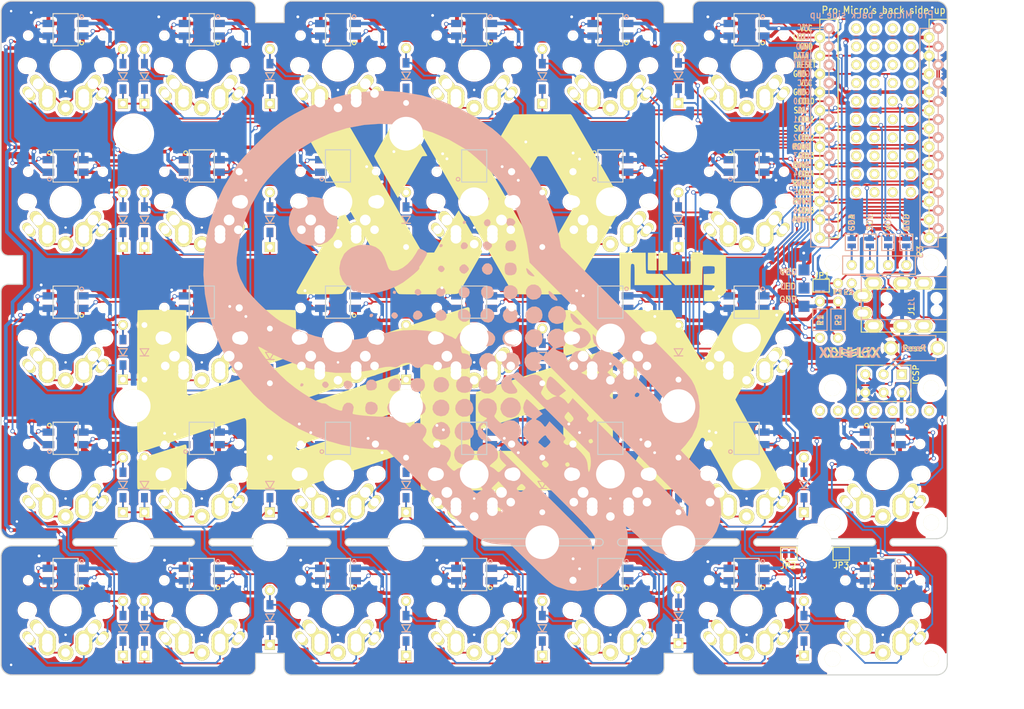
<source format=kicad_pcb>
(kicad_pcb (version 20221018) (generator pcbnew)
  (layers (0 "F.Cu" signal) (31 "B.Cu" signal) (34 "B.Paste" user) (35 "F.Paste" user) (36 "B.SilkS" user "B.Silkscreen") (37 "F.SilkS" user "F.Silkscreen") (38 "B.Mask" user) (39 "F.Mask" user) (44 "Edge.Cuts" user))
  (net 0 "")
  (net 1 "row0")
  (net 2 "Net-(D1-Pad2)")
  (net 3 "Net-(D2-Pad2)")
  (net 4 "Net-(D3-Pad2)")
  (net 5 "Net-(D4-Pad2)")
  (net 6 "Net-(D5-Pad2)")
  (net 7 "Net-(D6-Pad2)")
  (net 8 "row1")
  (net 9 "Net-(D7-Pad2)")
  (net 10 "Net-(D8-Pad2)")
  (net 11 "Net-(D9-Pad2)")
  (net 12 "Net-(D10-Pad2)")
  (net 13 "Net-(D11-Pad2)")
  (net 14 "Net-(D12-Pad2)")
  (net 15 "row2")
  (net 16 "Net-(D13-Pad2)")
  (net 17 "Net-(D14-Pad2)")
  (net 18 "Net-(D15-Pad2)")
  (net 19 "Net-(D16-Pad2)")
  (net 20 "Net-(D17-Pad2)")
  (net 21 "Net-(D18-Pad2)")
  (net 22 "row3")
  (net 23 "Net-(D19-Pad2)")
  (net 24 "Net-(D20-Pad2)")
  (net 25 "Net-(D21-Pad2)")
  (net 26 "Net-(D22-Pad2)")
  (net 27 "Net-(D23-Pad2)")
  (net 28 "Net-(D24-Pad2)")
  (net 29 "/SDA")
  (net 30 "VCC")
  (net 31 "GND")
  (net 32 "LED")
  (net 33 "col3")
  (net 34 "col2")
  (net 35 "col4")
  (net 36 "/~{RESET}")
  (net 37 "col0")
  (net 38 "col1")
  (net 39 "col5")
  (net 40 "/SCL")
  (net 41 "Net-(D25-Pad2)")
  (net 42 "row4")
  (net 43 "Net-(D26-Pad2)")
  (net 44 "Net-(D27-Pad2)")
  (net 45 "Net-(D28-Pad2)")
  (net 46 "Net-(D29-Pad2)")
  (net 47 "Net-(D30-Pad2)")
  (net 48 "Net-(D31-Pad2)")
  (net 49 "Net-(D32-Pad2)")
  (net 50 "Net-(J1-PadB)")
  (net 51 "Net-(J1-PadA)")
  (net 52 "Net-(JP4-Pad2)")
  (net 53 "Net-(JP5-Pad2)")
  (net 54 "Net-(JP10-Pad2)")
  (net 55 "Net-(JP11-Pad2)")
  (net 56 "col6")
  (net 57 "Net-(U2-Pad1)")
  (net 58 "Net-(U2-Pad3)")
  (net 59 "Net-(U3-Pad3)")
  (net 60 "Net-(U4-Pad3)")
  (net 61 "Net-(U5-Pad3)")
  (net 62 "Net-(U6-Pad3)")
  (net 63 "Net-(U8-Pad1)")
  (net 64 "Net-(U10-Pad3)")
  (net 65 "Net-(U10-Pad1)")
  (net 66 "Net-(U11-Pad1)")
  (net 67 "Net-(U12-Pad1)")
  (net 68 "Net-(U13-Pad1)")
  (net 69 "Net-(U14-Pad1)")
  (net 70 "Net-(U14-Pad3)")
  (net 71 "Net-(U15-Pad3)")
  (net 72 "Net-(U16-Pad3)")
  (net 73 "Net-(U17-Pad3)")
  (net 74 "Net-(U18-Pad3)")
  (net 75 "Net-(U20-Pad1)")
  (net 76 "Net-(U21-Pad1)")
  (net 77 "Net-(U22-Pad1)")
  (net 78 "Net-(U23-Pad1)")
  (net 79 "Net-(U24-Pad1)")
  (net 80 "Net-(U27-Pad1)")
  (net 81 "Net-(U27-Pad3)")
  (net 82 "Net-(U28-Pad3)")
  (net 83 "Net-(U29-Pad3)")
  (net 84 "Net-(U30-Pad3)")
  (net 85 "Net-(U31-Pad3)")
  (net 86 "data")
  (net 87 "Net-(JP2-Pad1)")
  (net 88 "Net-(JP2-Pad2)")
  (net 89 "Net-(JP3-Pad1)")
  (net 90 "/ex1")
  (net 91 "/ex2")
  (footprint "MYLIB:D3_TH_SMD" (layer "F.Cu") (at 100 54.5 90)
    (fp_text reference "D1" hide)
    (fp_text value "D" hide)
  )
  (footprint "MYLIB:D3_TH_SMD" (layer "F.Cu") (at 103 54.5 90)
    (fp_text reference "D2" hide)
    (fp_text value "D" hide)
  )
  (footprint "MYLIB:D3_TH_SMD" (layer "F.Cu") (at 120.5 54.5 90)
    (fp_text reference "D3" hide)
    (fp_text value "D" hide)
  )
  (footprint "MYLIB:D3_TH_SMD" (layer "F.Cu") (at 139.5 54.4 90)
    (fp_text reference "D4" hide)
    (fp_text value "D" hide)
  )
  (footprint "MYLIB:D3_TH_SMD" (layer "F.Cu") (at 158.5 54.5 90)
    (fp_text reference "D5" hide)
    (fp_text value "D" hide)
  )
  (footprint "MYLIB:D3_TH_SMD" (layer "F.Cu") (at 177.5 54.4 90)
    (fp_text reference "D6" hide)
    (fp_text value "D" hide)
  )
  (footprint "MYLIB:D3_TH_SMD" (layer "F.Cu") (at 100 74.5 90)
    (fp_text reference "D7" hide)
    (fp_text value "D" hide)
  )
  (footprint "MYLIB:D3_TH_SMD" (layer "F.Cu") (at 103 74.5 90)
    (fp_text reference "D8" hide)
    (fp_text value "D" hide)
  )
  (footprint "MYLIB:D3_TH_SMD" (layer "F.Cu") (at 120.5 74.5 90)
    (fp_text reference "D9" hide)
    (fp_text value "D" hide)
  )
  (footprint "MYLIB:D3_TH_SMD" (layer "F.Cu") (at 139.5 74.5 90)
    (fp_text reference "D10" hide)
    (fp_text value "D" hide)
  )
  (footprint "MYLIB:D3_TH_SMD" (layer "F.Cu") (at 158.5 74.5 90)
    (fp_text reference "D11" hide)
    (fp_text value "D" hide)
  )
  (footprint "MYLIB:D3_TH_SMD" (layer "F.Cu") (at 177.5 74.5 90)
    (fp_text reference "D12" hide)
    (fp_text value "D" hide)
  )
  (footprint "MYLIB:D3_TH_SMD" (layer "F.Cu") (at 100 93 90)
    (fp_text reference "D13" hide)
    (fp_text value "D" hide)
  )
  (footprint "MYLIB:D3_TH_SMD" (layer "F.Cu") (at 103 93 90)
    (fp_text reference "D14" hide)
    (fp_text value "D" hide)
  )
  (footprint "MYLIB:D3_TH_SMD" (layer "F.Cu") (at 120.5 93.5 90)
    (fp_text reference "D15" hide)
    (fp_text value "D" hide)
  )
  (footprint "MYLIB:D3_TH_SMD" (layer "F.Cu") (at 139.5 93 90)
    (fp_text reference "D16" hide)
    (fp_text value "D" hide)
  )
  (footprint "MYLIB:D3_TH_SMD" (layer "F.Cu") (at 158.5 93.5 90)
    (fp_text reference "D17" hide)
    (fp_text value "D" hide)
  )
  (footprint "MYLIB:D3_TH_SMD" (layer "F.Cu") (at 177.5 93 90)
    (fp_text reference "D18" hide)
    (fp_text value "D" hide)
  )
  (footprint "MYLIB:D3_TH_SMD" (layer "F.Cu") (at 100 111.5 90)
    (fp_text reference "D19" hide)
    (fp_text value "D" hide)
  )
  (footprint "MYLIB:D3_TH_SMD" (layer "F.Cu") (at 103 111.5 90)
    (fp_text reference "D20" hide)
    (fp_text value "D" hide)
  )
  (footprint "MYLIB:D3_TH_SMD" (layer "F.Cu") (at 120.5 111.5 90)
    (fp_text reference "D21" hide)
    (fp_text value "D" hide)
  )
  (footprint "MYLIB:D3_TH_SMD" (layer "F.Cu") (at 139.5 111.5 90)
    (fp_text reference "D22" hide)
    (fp_text value "D" hide)
  )
  (footprint "MYLIB:D3_TH_SMD" (layer "F.Cu") (at 158.5 111.5 90)
    (fp_text reference "D23" hide)
    (fp_text value "D" hide)
  )
  (footprint "MYLIB:D3_TH_SMD" (layer "F.Cu") (at 177.5 111.5 90)
    (fp_text reference "D24" hide)
    (fp_text value "D" hide)
  )
  (footprint "MYLIB:D3_TH_SMD" (layer "F.Cu") (at 195 111.5 90)
    (fp_text reference "D25" hide)
    (fp_text value "D" hide)
  )
  (footprint "MYLIB:D3_TH_SMD" (layer "F.Cu") (at 100 131.5 90)
    (fp_text reference "D26" hide)
    (fp_text value "D" hide)
  )
  (footprint "MYLIB:D3_TH_SMD" (layer "F.Cu") (at 103 131.5 90)
    (fp_text reference "D27" hide)
    (fp_text value "D" hide)
  )
  (footprint "MYLIB:D3_TH_SMD" (layer "F.Cu") (at 120.5 130 90)
    (fp_text reference "D28" hide)
    (fp_text value "D" hide)
  )
  (footprint "MYLIB:D3_TH_SMD" (layer "F.Cu") (at 139.5 131.5 90)
    (fp_text reference "D29" hide)
    (fp_text value "D" hide)
  )
  (footprint "MYLIB:D3_TH_SMD" (layer "F.Cu") (at 158.5 131.5 90)
    (fp_text reference "D30" hide)
    (fp_text value "D" hide)
  )
  (footprint "MYLIB:D3_TH_SMD" (layer "F.Cu") (at 177.5 129.775 90)
    (fp_text reference "D31" hide)
    (fp_text value "D" hide)
  )
  (footprint "MYLIB:D3_TH_SMD" (layer "F.Cu") (at 195 131.5 90)
    (fp_text reference "D32" hide)
    (fp_text value "D" hide)
  )
  (footprint "MYLIB:Jumper" (layer "F.Cu") (at 209.285 77.655 -90)
    (fp_text reference "JP4" hide)
    (fp_text value "GND")
  )
  (footprint "MYLIB:Jumper" (layer "F.Cu") (at 206.745 77.655 -90)
    (fp_text reference "JP5" hide)
    (fp_text value "VCC")
  )
  (footprint "MYLIB:Jumper" (layer "F.Cu") (at 204.205 77.655 -90)
    (fp_text reference "JP6" hide)
    (fp_text value "SCL")
  )
  (footprint "MYLIB:Jumper" (layer "F.Cu") (at 201.665 77.655 -90)
    (fp_text reference "JP7" hide)
    (fp_text value "SDA")
  )
  (footprint "MYLIB:1PIN_0.1" (layer "F.Cu") (at 199.76 83.37)
    (fp_text reference "P1")
    (fp_text value "CONN_01X01" hide)
  )
  (footprint "MYLIB:1PIN_0.1" (layer "F.Cu") (at 201.665 83.37)
    (fp_text reference "P2")
    (fp_text value "CONN_01X01" hide)
  )
  (footprint "MYLIB:MY_SIL-4" (layer "F.Cu") (at 209.285 80.83 180)
    (fp_text reference "P3")
    (fp_text value "OLED" hide)
  )
  (footprint "MYLIB:MY_SIL-2x3" (layer "F.Cu") (at 206.11 97.34 -90)
    (fp_text reference "P5" hide)
    (fp_text value "ICSP")
  )
  (footprint "MYLIB:SW_3.5x6.0_TH" (layer "F.Cu") (at 210.4 92.4 180)
    (fp_text reference "SW33" hide)
    (fp_text value "Reset")
  )
  (footprint "SK6812MINI_rev" (layer "F.Cu") (at 92 48)
    (fp_text reference "U2" hide)
    (fp_text value "SK6812mini" hide)
  )
  (footprint "MYLIB_REV:SK6812MINI_rev" (layer "F.Cu") (at 111 48)
    (fp_text reference "U3" hide)
    (fp_text value "SK6812mini" hide)
  )
  (footprint "MYLIB_REV:SK6812MINI_rev" (layer "F.Cu") (at 130 48)
    (fp_text reference "U4" hide)
    (fp_text value "SK6812mini" hide)
  )
  (footprint "MYLIB_REV:SK6812MINI_rev" (layer "F.Cu") (at 149 48)
    (fp_text reference "U5" hide)
    (fp_text value "SK6812mini" hide)
  )
  (footprint "MYLIB_REV:SK6812MINI_rev" (layer "F.Cu") (at 168 48)
    (fp_text reference "U6" hide)
    (fp_text value "SK6812mini" hide)
  )
  (footprint "MYLIB_REV:SK6812MINI_rev" (layer "F.Cu") (at 187 48)
    (fp_text reference "U7" hide)
    (fp_text value "SK6812mini" hide)
  )
  (footprint "MYLIB_REV:SK6812MINI_rev" (layer "F.Cu") (at 92 67 180)
    (fp_text reference "U8" hide)
    (fp_text value "SK6812mini" hide)
  )
  (footprint "MYLIB_REV:SK6812MINI_rev" (layer "F.Cu") (at 111 67 180)
    (fp_text reference "U9" hide)
    (fp_text value "SK6812mini" hide)
  )
  (footprint "MYLIB_REV:SK6812MINI_rev" (layer "F.Cu") (at 130 67 180)
    (fp_text reference "U10" hide)
    (fp_text value "SK6812mini" hide)
  )
  (footprint "MYLIB_REV:SK6812MINI_rev" (layer "F.Cu") (at 149 67 180)
    (fp_text reference "U11" hide)
    (fp_text value "SK6812mini" hide)
  )
  (footprint "MYLIB_REV:SK6812MINI_rev" (layer "F.Cu") (at 168 67 180)
    (fp_text reference "U12" hide)
    (fp_text value "SK6812mini" hide)
  )
  (footprint "MYLIB_REV:SK6812MINI_rev" (layer "F.Cu") (at 187 67 180)
    (fp_text reference "U13" hide)
    (fp_text value "SK6812mini" hide)
  )
  (footprint "MYLIB_REV:SK6812MINI_rev" (layer "F.Cu") (at 92 86)
    (fp_text reference "U14" hide)
    (fp_text value "SK6812mini" hide)
  )
  (footprint "MYLIB_REV:SK6812MINI_rev" (layer "F.Cu") (at 111 86)
    (fp_text reference "U15" hide)
    (fp_text value "SK6812mini" hide)
  )
  (footprint "MYLIB_REV:SK6812MINI_rev" (layer "F.Cu") (at 130 86)
    (fp_text reference "U16" hide)
    (fp_text value "SK6812mini" hide)
  )
  (footprint "MYLIB_REV:SK6812MINI_rev" (layer "F.Cu") (at 149 86)
    (fp_text reference "U17" hide)
    (fp_text value "SK6812mini" hide)
  )
  (footprint "MYLIB_REV:SK6812MINI_rev" (layer "F.Cu") (at 168 86)
    (fp_text reference "U18" hide)
    (fp_text value "SK6812mini" hide)
  )
  (footprint "MYLIB_REV:SK6812MINI_rev" (layer "F.Cu") (at 187 86)
    (fp_text reference "U19" hide)
    (fp_text value "SK6812mini" hide)
  )
  (footprint "MYLIB_REV:SK6812MINI_rev" (layer "F.Cu") (at 92 105 180)
    (fp_text reference "U20" hide)
    (fp_text value "SK6812mini" hide)
  )
  (footprint "MYLIB_REV:SK6812MINI_rev" (layer "F.Cu") (at 111 105 180)
    (fp_text reference "U21" hide)
    (fp_text value "SK6812mini" hide)
  )
  (footprint "MYLIB_REV:SK6812MINI_rev" (layer "F.Cu") (at 130 105 180)
    (fp_text reference "U22" hide)
    (fp_text value "SK6812mini" hide)
  )
  (footprint "MYLIB_REV:SK6812MINI_rev" (layer "F.Cu") (at 149 105 180)
    (fp_text reference "U23" hide)
    (fp_text value "SK6812mini" hide)
  )
  (footprint "MYLIB_REV:SK6812MINI_rev" (layer "F.Cu") (at 168 105 180)
    (fp_text reference "U24" hide)
    (fp_text value "SK6812mini" hide)
  )
  (footprint "MYLIB_REV:SK6812MINI_rev" (layer "F.Cu") (at 187 105 180)
    (fp_text reference "U25" hide)
    (fp_text value "SK6812mini" hide)
  )
  (footprint "MYLIB_REV:SK6812MINI_rev" (layer "F.Cu") (at 206 105 180)
    (fp_text reference "U26" hide)
    (fp_text value "SK6812mini" hide)
  )
  (footprint "MYLIB_REV:SK6812MINI_rev" (layer "F.Cu") (at 92 124)
    (fp_text reference "U27" hide)
    (fp_text value "SK6812mini" hide)
  )
  (footprint "MYLIB_REV:SK6812MINI_rev" (layer "F.Cu") (at 111 124)
    (fp_text reference "U28" hide)
    (fp_text value "SK6812mini" hide)
  )
  (footprint "MYLIB_REV:SK6812MINI_rev" (layer "F.Cu") (at 130 124)
    (fp_text reference "U29" hide)
    (fp_text value "SK6812mini" hide)
  )
  (footprint "MYLIB_REV:SK6812MINI_rev" (layer "F.Cu") (at 149 124)
    (fp_text reference "U30" hide)
    (fp_text value "SK6812mini" hide)
  )
  (footprint "MYLIB_REV:SK6812MINI_rev" (layer "F.Cu") (at 168 124)
    (fp_text reference "U31" hide)
    (fp_text value "SK6812mini" hide)
  )
  (footprint "MYLIB_REV:SK6812MINI_rev" (layer "F.Cu") (at 187 124)
    (fp_text reference "U32" hide)
    (fp_text value "SK6812mini" hide)
  )
  (footprint "MYLIB_REV:SK6812MINI_rev" (layer "F.Cu") (at 206 124)
    (fp_text reference "U33" hide)
    (fp_text value "SK6812mini" hide)
  )
  (footprint "MYLIB_REV:MX_ALPS_PG1350_noLed" (layer "F.Cu") (at 92 53 180)
    (fp_text reference "SW1" hide)
    (fp_text value "SW_PUSH" hide)
  )
  (footprint "MYLIB_REV:MX_ALPS_PG1350_noLed" (layer "F.Cu") (at 111 53 180)
    (fp_text reference "SW2" hide)
    (fp_text value "SW_PUSH" hide)
  )
  (footprint "MYLIB_REV:MX_ALPS_PG1350_noLed" (layer "F.Cu") (at 130 53 180)
    (fp_text reference "SW3" hide)
    (fp_text value "SW_PUSH" hide)
  )
  (footprint "MYLIB_REV:MX_ALPS_PG1350_noLed" (layer "F.Cu") (at 149 53 180)
    (fp_text reference "SW4" hide)
    (fp_text value "SW_PUSH" hide)
  )
  (footprint "MYLIB_REV:MX_ALPS_PG1350_noLed" (layer "F.Cu") (at 168 53 180)
    (fp_text reference "SW5" hide)
    (fp_text value "SW_PUSH" hide)
  )
  (footprint "MYLIB_REV:MX_ALPS_PG1350_noLed" (layer "F.Cu") (at 187 53 180)
    (fp_text reference "SW6" hide)
    (fp_text value "SW_PUSH" hide)
  )
  (footprint "MYLIB_REV:MX_ALPS_PG1350_noLed" (layer "F.Cu") (at 92 72 180)
    (fp_text reference "SW7" hide)
    (fp_text value "SW_PUSH" hide)
  )
  (footprint "MYLIB_REV:MX_ALPS_PG1350_noLed" (layer "F.Cu") (at 111 72 180)
    (fp_text reference "SW8" hide)
    (fp_text value "SW_PUSH" hide)
  )
  (footprint "MYLIB_REV:MX_ALPS_PG1350_noLed" (layer "F.Cu") (at 130 72 180)
    (fp_text reference "SW9" hide)
    (fp_text value "SW_PUSH" hide)
  )
  (footprint "MYLIB_REV:MX_ALPS_PG1350_noLed" (layer "F.Cu") (at 149 72 180)
    (fp_text reference "SW10" hide)
    (fp_text value "SW_PUSH" hide)
  )
  (footprint "MYLIB_REV:MX_ALPS_PG1350_noLed" (layer "F.Cu") (at 168 72 180)
    (fp_text reference "SW11" hide)
    (fp_text value "SW_PUSH" hide)
  )
  (footprint "MYLIB_REV:MX_ALPS_PG1350_noLed" (layer "F.Cu") (at 187 72 180)
    (fp_text reference "SW12" hide)
    (fp_text value "SW_PUSH" hide)
  )
  (footprint "MYLIB_REV:MX_ALPS_PG1350_noLed" (layer "F.Cu") (at 92 91 180)
    (fp_text reference "SW13" hide)
    (fp_text value "SW_PUSH" hide)
  )
  (footprint "MYLIB_REV:MX_ALPS_PG1350_noLed" (layer "F.Cu") (at 111 91 180)
    (fp_text reference "SW14" hide)
    (fp_text value "SW_PUSH" hide)
  )
  (footprint "MYLIB_REV:MX_ALPS_PG1350_noLed" (layer "F.Cu") (at 130 91 180)
    (fp_text reference "SW15" hide)
    (fp_text value "SW_PUSH" hide)
  )
  (footprint "MYLIB_REV:MX_ALPS_PG1350_noLed" (layer "F.Cu") (at 149 91 180)
    (fp_text reference "SW16" hide)
    (fp_text value "SW_PUSH" hide)
  )
  (footprint "MYLIB_REV:MX_ALPS_PG1350_noLed" (layer "F.Cu") (at 168 91 180)
    (fp_text reference "SW17" hide)
    (fp_text value "SW_PUSH" hide)
  )
  (footprint "MYLIB_REV:MX_ALPS_PG1350_noLed" (layer "F.Cu") (at 187 91 180)
    (fp_text reference "SW18" hide)
    (fp_text value "SW_PUSH" hide)
  )
  (footprint "MYLIB_REV:MX_ALPS_PG1350_noLed" (layer "F.Cu") (at 92 110 180)
    (fp_text reference "SW19" hide)
    (fp_text value "SW_PUSH" hide)
  )
  (footprint "MYLIB_REV:MX_ALPS_PG1350_noLed" (layer "F.Cu") (at 111 110 180)
    (fp_text reference "SW20" hide)
    (fp_text value "SW_PUSH" hide)
  )
  (footprint "MYLIB_REV:MX_ALPS_PG1350_noLed" (layer "F.Cu") (at 130 110 180)
    (fp_text reference "SW21" hide)
    (fp_text value "SW_PUSH" hide)
  )
  (footprint "MYLIB_REV:MX_ALPS_PG1350_noLed" (layer "F.Cu") (at 149 110 180)
    (fp_text reference "SW22" hide)
    (fp_text value "SW_PUSH" hide)
  )
  (footprint "MYLIB_REV:MX_ALPS_PG1350_noLed" (layer "F.Cu") (at 168 110 180)
    (fp_text reference "SW23" hide)
    (fp_text value "SW_PUSH" hide)
  )
  (footprint "MYLIB_REV:MX_ALPS_PG1350_noLed" (layer "F.Cu") (at 187 110 180)
    (fp_text reference "SW24" hide)
    (fp_text value "SW_PUSH" hide)
  )
  (footprint "MYLIB_REV:MX_ALPS_PG1350_noLed" (layer "F.Cu") (at 206 110 180)
    (fp_text reference "SW25" hide)
    (fp_text value "SW_PUSH" hide)
  )
  (footprint "MYLIB_REV:MX_ALPS_PG1350_noLed" (layer "F.Cu") (at 92 129 180)
    (fp_text reference "SW26" hide)
    (fp_text value "SW_PUSH" hide)
  )
  (footprint "MYLIB_REV:MX_ALPS_PG1350_noLed" (layer "F.Cu") (at 111 129 180)
    (fp_text reference "SW27" hide)
    (fp_text value "SW_PUSH" hide)
  )
  (footprint "MYLIB_REV:MX_ALPS_PG1350_noLed" (layer "F.Cu") (at 130 129 180)
    (fp_text reference "SW28" hide)
    (fp_text value "SW_PUSH" hide)
  )
  (footprint "MYLIB_REV:MX_ALPS_PG1350_noLed" (layer "F.Cu") (at 149 129 180)
    (fp_text reference "SW29" hide)
    (fp_text value "SW_PUSH" hide)
  )
  (footprint "MYLIB_REV:MX_ALPS_PG1350_noLed" (layer "F.Cu") (at 168 129 180)
    (fp_text reference "SW30" hide)
    (fp_text value "SW_PUSH" hide)
  )
  (footprint "MYLIB_REV:MX_ALPS_PG1350_noLed" (layer "F.Cu") (at 187 129 180)
    (fp_text reference "SW31" hide)
    (fp_text value "SW_PUSH" hide)
  )
  (footprint "MYLIB_REV:MX_ALPS_PG1350_noLed" (layer "F.Cu") (at 206 129 180)
    (fp_text reference "SW32" hide)
    (fp_text value "SW_PUSH" hide)
  )
  (footprint "MYLIB:1PIN_0.1" (layer "F.Cu") (at 209.92 47.81)
    (fp_text reference "1PIN" hide)
    (fp_text value "Val**" hide)
  )
  (footprint "MYLIB:1PIN_0.1" (layer "F.Cu") (at 207.38 47.81)
    (fp_text reference "1PIN" hide)
    (fp_text value "Val**" hide)
  )
  (footprint "MYLIB:1PIN_0.1" (layer "F.Cu") (at 204.84 47.81)
    (fp_text reference "1PIN" hide)
    (fp_text value "Val**" hide)
  )
  (footprint "MYLIB:1PIN_0.1" (layer "F.Cu") (at 202.3 47.81)
    (fp_text reference "1PIN" hide)
    (fp_text value "Val**" hide)
  )
  (footprint "MYLIB:1PIN_0.1" (layer "F.Cu") (at 202.3 50.35)
    (fp_text reference "1PIN" hide)
    (fp_text value "Val**" hide)
  )
  (footprint "MYLIB:1PIN_0.1" (layer "F.Cu") (at 204.84 50.35)
    (fp_text reference "1PIN" hide)
    (fp_text value "Val**" hide)
  )
  (footprint "MYLIB:1PIN_0.1" (layer "F.Cu") (at 207.38 50.35)
    (fp_text reference "1PIN" hide)
    (fp_text value "Val**" hide)
  )
  (footprint "MYLIB:1PIN_0.1" (layer "F.Cu") (at 209.92 50.35)
    (fp_text reference "1PIN" hide)
    (fp_text value "Val**" hide)
  )
  (footprint "MYLIB:1PIN_0.1" (layer "F.Cu") (at 209.92 52.89)
    (fp_text reference "1PIN" hide)
    (fp_text value "Val**" hide)
  )
  (footprint "MYLIB:1PIN_0.1" (layer "F.Cu") (at 207.38 52.89)
    (fp_text reference "1PIN" hide)
    (fp_text value "Val**" hide)
  )
  (footprint "MYLIB:1PIN_0.1" (layer "F.Cu") (at 204.84 52.89)
    (fp_text reference "1PIN" hide)
    (fp_text value "Val**" hide)
  )
  (footprint "MYLIB:1PIN_0.1" (layer "F.Cu") (at 202.3 52.89)
    (fp_text reference "1PIN" hide)
    (fp_text value "Val**" hide)
  )
  (footprint "MYLIB:1PIN_0.1" (layer "F.Cu") (at 202.3 55.43)
    (fp_text reference "1PIN" hide)
    (fp_text value "Val**" hide)
  )
  (footprint "MYLIB:1PIN_0.1" (layer "F.Cu") (at 204.84 55.43)
    (fp_text reference "1PIN" hide)
    (fp_text value "Val**" hide)
  )
  (footprint "MYLIB:1PIN_0.1" (layer "F.Cu") (at 207.38 55.43)
    (fp_text reference "1PIN" hide)
    (fp_text value "Val**" hide)
  )
  (footprint "MYLIB:1PIN_0.1" (layer "F.Cu") (at 209.92 55.43)
    (fp_text reference "1PIN" hide)
    (fp_text value "Val**" hide)
  )
  (footprint "MYLIB:1PIN_0.1" (layer "F.Cu") (at 209.92 57.97)
    (fp_text reference "1PIN" hide)
    (fp_text value "Val**" hide)
  )
  (footprint "MYLIB:1PIN_0.1" (layer "F.Cu") (at 207.38 57.97)
    (fp_text reference "1PIN" hide)
    (fp_text value "Val**" hide)
  )
  (footprint "MYLIB:1PIN_0.1" (layer "F.Cu") (at 204.84 57.97)
    (fp_text reference "1PIN" hide)
    (fp_text value "Val**" hide)
  )
  (footprint "MYLIB:1PIN_0.1" (layer "F.Cu") (at 202.3 57.97)
    (fp_text reference "1PIN" hide)
    (fp_text value "Val**" hide)
  )
  (footprint "MYLIB:1PIN_0.1" (layer "F.Cu") (at 202.3 60.51)
    (fp_text reference "1PIN" hide)
    (fp_text value "Val**" hide)
  )
  (footprint "MYLIB:1PIN_0.1" (layer "F.Cu") (at 204.84 60.51)
    (fp_text reference "1PIN" hide)
    (fp_text value "Val**" hide)
  )
  (footprint "MYLIB:1PIN_0.1" (layer "F.Cu") (at 207.38 60.51)
    (fp_text reference "1PIN" hide)
    (fp_text value "Val**" hide)
  )
  (footprint "MYLIB:1PIN_0.1" (layer "F.Cu") (at 209.92 60.51)
    (fp_text reference "1PIN" hide)
    (fp_text value "Val**" hide)
  )
  (footprint "MYLIB:1PIN_0.1" (layer "F.Cu") (at 209.92 63.05)
    (fp_text reference "1PIN" hide)
    (fp_text value "Val**" hide)
  )
  (footprint "MYLIB:1PIN_0.1" (layer "F.Cu") (at 207.38 63.05)
    (fp_text reference "1PIN" hide)
    (fp_text value "Val**" hide)
  )
  (footprint "MYLIB:1PIN_0.1" (layer "F.Cu") (at 204.84 63.05)
    (fp_text reference "1PIN" hide)
    (fp_text value "Val**" hide)
  )
  (footprint "MYLIB:1PIN_0.1" (layer "F.Cu") (at 202.3 63.05)
    (fp_text reference "1PIN" hide)
    (fp_text value "Val**" hide)
  )
  (footprint "MYLIB:1PIN_0.1" (layer "F.Cu") (at 202.3 65.59)
    (fp_text reference "1PIN" hide)
    (fp_text value "Val**" hide)
  )
  (footprint "MYLIB:1PIN_0.1" (layer "F.Cu") (at 204.84 65.59)
    (fp_text reference "1PIN" hide)
    (fp_text value "Val**" hide)
  )
  (footprint "MYLIB:1PIN_0.1" (layer "F.Cu") (at 207.38 65.59)
    (fp_text reference "1PIN" hide)
    (fp_text value "Val**" hide)
  )
  (footprint "MYLIB:1PIN_0.1" (layer "F.Cu") (at 209.92 65.59)
    (fp_text reference "1PIN" hide)
    (fp_text value "Val**" hide)
  )
  (footprint "MYLIB:1PIN_0.1" (layer "F.Cu") (at 209.92 68.13)
    (fp_text reference "1PIN" hide)
    (fp_text value "Val**" hide)
  )
  (footprint "MYLIB:1PIN_0.1" (layer "F.Cu") (at 207.38 68.13)
    (fp_text reference "1PIN" hide)
    (fp_text value "Val**" hide)
  )
  (footprint "MYLIB:1PIN_0.1" (layer "F.Cu") (at 204.84 68.13)
    (fp_text reference "1PIN" hide)
    (fp_text value "Val**" hide)
  )
  (footprint "MYLIB:1PIN_0.1" (layer "F.Cu") (at 202.3 68.13)
    (fp_text reference "1PIN" hide)
    (fp_text value "Val**" hide)
  )
  (footprint "MYLIB:1PIN_0.1" (layer "F.Cu") (at 202.3 70.67)
    (fp_text reference "1PIN" hide)
    (fp_text value "Val**" hide)
  )
  (footprint "MYLIB:1PIN_0.1" (layer "F.Cu") (at 204.84 70.67)
    (fp_text reference "1PIN" hide)
    (fp_text value "Val**" hide)
  )
  (footprint "MYLIB:1PIN_0.1" (layer "F.Cu") (at 207.38 70.67)
    (fp_text reference "1PIN" hide)
    (fp_text value "Val**" hide)
  )
  (footprint "MYLIB:1PIN_0.1" (layer "F.Cu") (at 209.92 70.67)
    (fp_text reference "1PIN" hide)
    (fp_text value "Val**" hide)
  )
  (footprint "MYLIB:HOLE_M2_TH" (layer "F.Cu") (at 101.5 62.5)
    (fp_text reference "HOLE_3M" hide)
    (fp_text value "VAL**" hide)
  )
  (footprint "MYLIB:HOLE_M2_TH" (layer "F.Cu") (at 101.5 119.5)
    (fp_text reference "HOLE_3M" hide)
    (fp_text value "VAL**" hide)
  )
  (footprint "MYLIB:HOLE_M2_TH" (layer "F.Cu") (at 101.5 100.5)
    (fp_text reference "HOLE_3M" hide)
    (fp_text value "VAL**" hide)
  )
  (footprint "MYLIB:HOLE_M2_TH" (layer "F.Cu") (at 177.5 119.5)
    (fp_text reference "HOLE_3M" hide)
    (fp_text value "VAL**" hide)
  )
  (footprint "MYLIB:HOLE_M2_TH" (layer "F.Cu") (at 177.5 100.5)
    (fp_text reference "HOLE_3M" hide)
    (fp_text value "VAL**" hide)
  )
  (footprint "MYLIB:HOLE_M2_TH" (layer "F.Cu") (at 177.5 62.5)
    (fp_text reference "HOLE_3M" hide)
    (fp_text value "VAL**" hide)
  )
  (footprint "MYLIB:HOLE_M2" (layer "F.Cu") (at 212.75 80.5)
    (fp_text reference "HOLE_M2" hide)
    (fp_text value "VAL**" hide)
  )
  (footprint "MYLIB:HOLE_M2" (layer "F.Cu") (at 212.75 98)
    (fp_text reference "HOLE_M2" hide)
    (fp_text value "VAL**" hide)
  )
  (footprint "MYLIB:HOLE_M2" (layer "F.Cu") (at 199 80.5)
    (fp_text reference "HOLE_M2" hide)
    (fp_text value "VAL**" hide)
  )
  (footprint "MYLIB:R2" (layer "F.Cu") (at 197.22 88.45 -90)
    (fp_text reference "R1")
    (fp_text value "R" hide)
  )
  (footprint "MYLIB:ProMicro_rev" (layer "F.Cu") (at 204.84 63.05)
    (fp_text reference "U1" hide)
    (fp_text value "ProMicro" hide)
  )
  (footprint "R2" (layer "F.Cu") (at 199.76 88.45 -90)
    (fp_text reference "R2")
    (fp_text value "R" hide)
  )
  (footprint "MYLIB:HOLE_M2" (layer "F.Cu") (at 199 98)
    (fp_text reference "HOLE_M2" hide)
    (fp_text value "VAL**" hide)
  )
  (footprint "MYLIB:HOLE_M2" (layer "F.Cu") (at 212.75 116.75)
    (fp_text reference "HOLE_M2" hide)
    (fp_text value "VAL**" hide)
  )
  (footprint "MYLIB:HOLE_M2" (layer "F.Cu") (at 199 116.75)
    (fp_text reference "HOLE_M2" hide)
    (fp_text value "VAL**" hide)
  )
  (footprint "MYLIB:1PIN_0.1" (layer "F.Cu") (at 202.3 101.15)
    (fp_text reference "1PIN" hide)
    (fp_text value "Val**" hide)
  )
  (footprint "MYLIB:1PIN_0.1" (layer "F.Cu") (at 204.84 101.15)
    (fp_text reference "1PIN" hide)
    (fp_text value "Val**" hide)
  )
  (footprint "MYLIB:1PIN_0.1" (layer "F.Cu") (at 207.38 101.15)
    (fp_text reference "1PIN" hide)
    (fp_text value "Val**" hide)
  )
  (footprint "MYLIB:1PIN_0.1" (layer "F.Cu") (at 209.92 101.15)
    (fp_text reference "1PIN" hide)
    (fp_text value "Val**" hide)
  )
  (footprint "MYLIB:1PIN_0.1" (layer "F.Cu") (at 212.46 101.15)
    (fp_text reference "1PIN" hide)
    (fp_text value "Val**" hide)
  )
  (footprint "MYLIB:1PIN_0.1" (layer "F.Cu") (at 199.76 101.15)
    (fp_text reference "1PIN" hide)
    (fp_text value "Val**" hide)
  )
  (footprint "MYLIB:1PIN_0.1" (layer "F.Cu") (at 197.22 101.15)
    (fp_text reference "1PIN" hide)
    (fp_text value "Val**" hide)
  )
  (footprint "MYLIB:HOLE_M2" (layer "F.Cu") (at 212.75 135.75)
    (fp_text reference "HOLE_M2" hide)
    (fp_text value "VAL**" hide)
  )
  (footprint "MYLIB:HOLE_M2" (layer "F.Cu") (at 199 135.75)
    (fp_text reference "HOLE_M2" hide)
    (fp_text value "VAL**" hide)
  )
  (footprint "MYLIB:Jumper" (layer "F.Cu") (at 192.9 121.1)
    (fp_text reference "JP2")
    (fp_text value "JP2" hide)
  )
  (footprint "MYLIB:Jumper" (layer "F.Cu") (at 200.2 121.1 180)
    (fp_text reference "JP3")
    (fp_text value "JP2" hide)
  )
  (footprint "MYLIB_REV:MJ-4PP-9_rev2" (layer "F.Cu") (at 215 87.18 -90)
    (fp_text reference "J1")
    (fp_text value "MJ-4PP-9" hide)
  )
  (footprint "MYLIB:JPC2" (layer "F.Cu") (at 197.4 83.7)
    (fp_text reference "JP1")
    (fp_text value "JPC2" hide)
  )
  (footprint "LOGO" (layer "F.Cu") (at 146.95 86)
    (fp_text reference "G***" hide)
    (fp_text value "LOGO" hide)
  )
  (footprint "MYLIB:via" (layer "F.Cu") (at 212.9 44.9)
    (fp_text reference "" hide)
    (fp_text value "")
  )
  (footprint "MYLIB:via" (layer "F.Cu") (at 187 56.4)
    (fp_text reference "" hide)
    (fp_text value "")
  )
  (footprint "MYLIB:via" (layer "F.Cu") (at 168 56.4)
    (fp_text reference "" hide)
    (fp_text value "")
  )
  (footprint "MYLIB:via" (layer "F.Cu") (at 149 56.4)
    (fp_text reference "" hide)
    (fp_text value "")
  )
  (footprint "MYLIB:via" (layer "F.Cu") (at 130 56.4)
    (fp_text reference "" hide)
    (fp_text value "")
  )
  (footprint "MYLIB:via" (layer "F.Cu") (at 111 56.4)
    (fp_text reference "" hide)
    (fp_text value "")
  )
  (footprint "MYLIB:via" (layer "F.Cu") (at 92 56.6)
    (fp_text reference "" hide)
    (fp_text value "")
  )
  (footprint "MYLIB:via" (layer "F.Cu") (at 84.4 45.4)
    (fp_text reference "" hide)
    (fp_text value "")
  )
  (footprint "MYLIB:via" (layer "F.Cu") (at 92 75.6)
    (fp_text reference "" hide)
    (fp_text value "")
  )
  (footprint "MYLIB:via" (layer "F.Cu") (at 111 75.6)
    (fp_text reference "" hide)
    (fp_text value "")
  )
  (footprint "MYLIB:via" (layer "F.Cu") (at 130 75.6)
    (fp_text reference "" hide)
    (fp_text value "")
  )
  (footprint "MYLIB:via" (layer "F.Cu") (at 149 75.6)
    (fp_text reference "" hide)
    (fp_text value "")
  )
  (footprint "MYLIB:via" (layer "F.Cu") (at 168 75.6)
    (fp_text reference "" hide)
    (fp_text value "")
  )
  (footprint "MYLIB:via" (layer "F.Cu") (at 180.6 74.4)
    (fp_text reference "" hide)
    (fp_text value "")
  )
  (footprint "MYLIB:via" (layer "F.Cu") (at 168 94.6)
    (fp_text reference "" hide)
    (fp_text value "")
  )
  (footprint "MYLIB:via" (layer "F.Cu") (at 149 94.4)
    (fp_text reference "" hide)
    (fp_text value "")
  )
  (footprint "MYLIB:via" (layer "F.Cu") (at 130 94.4)
    (fp_text reference "" hide)
    (fp_text value "")
  )
  (footprint "MYLIB:via" (layer "F.Cu") (at 111 94.4)
    (fp_text reference "" hide)
    (fp_text value "")
  )
  (footprint "MYLIB:via" (layer "F.Cu") (at 92 94.4)
    (fp_text reference "" hide)
    (fp_text value "")
  )
  (footprint "MYLIB:via" (layer "F.Cu") (at 92 113.4)
    (fp_text reference "" hide)
    (fp_text value "")
  )
  (footprint "MYLIB:via" (layer "F.Cu") (at 111 113.4)
    (fp_text reference "" hide)
    (fp_text value "")
  )
  (footprint "MYLIB:via" (layer "F.Cu") (at 130 113.4)
    (fp_text reference "" hide)
    (fp_text value "")
  )
  (footprint "MYLIB:via" (layer "F.Cu") (at 149 113.4)
    (fp_text reference "" hide)
    (fp_text value "")
  )
  (footprint "MYLIB:via" (layer "F.Cu") (at 168 113.4)
    (fp_text reference "" hide)
    (fp_text value "")
  )
  (footprint "MYLIB:via" (layer "F.Cu") (at 187 113.4)
    (fp_text reference "" hide)
    (fp_text value "")
  )
  (footprint "MYLIB:via" (layer "F.Cu") (at 206 132.4)
    (fp_text reference "" hide)
    (fp_text value "")
  )
  (footprint "MYLIB:via" (layer "F.Cu") (at 187 132.4)
    (fp_text reference "" hide)
    (fp_text value "")
  )
  (footprint "MYLIB:via" (layer "F.Cu") (at 168 132.4)
    (fp_text reference "" hide)
    (fp_text value "")
  )
  (footprint "MYLIB:via" (layer "F.Cu") (at 149 132.4)
    (fp_text reference "" hide)
    (fp_text value "")
  )
  (footprint "MYLIB:via" (layer "F.Cu") (at 130 132.4)
    (fp_text reference "" hide)
    (fp_text value "")
  )
  (footprint "MYLIB:via" (layer "F.Cu") (at 111 132.4)
    (fp_text reference "" hide)
    (fp_text value "")
  )
  (footprint "MYLIB:via" (layer "F.Cu") (at 92 132.4)
    (fp_text reference "" hide)
    (fp_text value "")
  )
  (footprint "MYLIB:via" (layer "F.Cu") (at 84.4 136.6)
    (fp_text reference "" hide)
    (fp_text value "")
  )
  (footprint "MYLIB:via" (layer "F.Cu") (at 85.2 116.6)
    (fp_text reference "" hide)
    (fp_text value "")
  )
  (footprint "MYLIB_REV:StripLED_rev" (layer "F.Cu") (at 195 81.5)
    (fp_text reference "P4" hide)
    (fp_text value "LED" hide)
  )
  (footprint "MYLIB:HOLE_M2_TH" (layer "F.Cu") (at 196.5 119.5)
    (fp_text reference "HOLE_3M" hide)
    (fp_text value "VAL**" hide)
  )
  (footprint "MYLIB:HOLE_M2_TH" (layer "F.Cu") (at 139.5 119.5)
    (fp_text reference "HOLE_3M" hide)
    (fp_text value "VAL**" hide)
  )
  (footprint "MYLIB:HOLE_M2_TH" (layer "F.Cu") (at 120.5 119.5)
    (fp_text reference "HOLE_3M" hide)
    (fp_text value "VAL**" hide)
  )
  (footprint "MYLIB:HOLE_M2_TH" (layer "F.Cu") (at 158.5 119.5)
    (fp_text reference "HOLE_3M" hide)
    (fp_text value "VAL**" hide)
  )
  (footprint "MYLIB:HOLE_M2_TH" (layer "F.Cu") (at 139.5 62.5)
    (fp_text reference "HOLE_3M" hide)
    (fp_text value "VAL**" hide)
  )
  (footprint "MYLIB:HOLE_M2_TH" (layer "F.Cu") (at 139.5 100.5)
    (fp_text reference "HOLE_3M" hide)
    (fp_text value "VAL**" hide)
  )
  (footprint "LOGO" (layer "F.Cu") (at 201.4 93)
    (fp_text reference "G***" hide)
    (fp_text value "LOGO" hide)
  )
  (footprint "MYLIB:Jumper" (layer "B.Cu") (at 209.285 77.655 -90)
    (fp_text reference "JP8" hide)
    (fp_text value "SDA")
  )
  (footprint "MYLIB:Jumper" (layer "B.Cu") (at 206.745 77.655 -90)
    (fp_text reference "JP9" hide)
    (fp_text value "SCL")
  )
  (footprint "MYLIB:Jumper" (layer "B.Cu") (at 204.205 77.655 -90)
    (fp_text reference "JP10" hide)
    (fp_text value "VCC")
  )
  (footprint "MYLIB:Jumper" (layer "B.Cu") (at 201.665 77.655 -90)
    (fp_text reference "JP11" hide)
    (fp_text value "GND")
  )
  (footprint "MYLIB:ProMicro_rev" (layer "B.Cu") (at 206.11 61.78 180)
    (fp_text reference "U1" hide)
    (fp_text value "ProMicro" hide)
  )
  (footprint "LOGO" (layer "B.Cu") (at 148.2 91.7 -135)
    (fp_text reference "G***" hide)
    (fp_text value "LOGO" hide)
  )
  (footprint "LOGO" (layer "B.Cu") (at 201.4 93 180)
    (fp_text reference "G***" hide)
    (fp_text value "LOGO" hide)
  )
  (gr_line (start 169.75 45.75) (end 169.75 50.25) (stroke (width 0.15)) (layer "Edge.Cuts"))
  (gr_arc (start 122.5 45) (mid 122.792893 44.292893) (end 123.5 44) (stroke (width 0.15)) (layer "Edge.Cuts"))
  (gr_line (start 84.5 119) (end 90.5 119) (stroke (width 0.15)) (layer "Edge.Cuts"))
  (gr_arc (start 83 121.5) (mid 83.43934 120.43934) (end 84.5 120) (stroke (width 0.15)) (layer "Edge.Cuts"))
  (gr_line (start 93.75 69.25) (end 90.25 69.25) (stroke (width 0.15)) (layer "Edge.Cuts"))
  (gr_line (start 131.75 69.25) (end 128.25 69.25) (stroke (width 0.15)) (layer "Edge.Cuts"))
  (gr_arc (start 205 119.5) (mid 204.853553 119.853553) (end 204.5 120) (stroke (width 0.15)) (layer "Edge.Cuts"))
  (gr_line (start 188.75 64.75) (end 188.75 69.25) (stroke (width 0.15)) (layer "Edge.Cuts"))
  (gr_arc (start 204.5 119) (mid 204.853553 119.146447) (end 205 119.5) (stroke (width 0.15)) (layer "Edge.Cuts"))
  (gr_arc (start 118.5 137) (mid 118.207107 137.707107) (end 117.5 138) (stroke (width 0.15)) (layer "Edge.Cuts"))
  (gr_line (start 90.25 69.25) (end 90.25 64.75) (stroke (width 0.15)) (layer "Edge.Cuts"))
  (gr_line (start 128.25 64.75) (end 131.75 64.75) (stroke (width 0.15)) (layer "Edge.Cuts"))
  (gr_arc (start 117.5 44) (mid 118.207107 44.292893) (end 118.5 45) (stroke (width 0.15)) (layer "Edge.Cuts"))
  (gr_line (start 207.5 119) (end 213.5 119) (stroke (width 0.15)) (layer "Edge.Cuts"))
  (gr_line (start 118.5 135) (end 118.5 137) (stroke (width 0.15)) (layer "Edge.Cuts"))
  (gr_line (start 109.25 126.25) (end 109.25 121.75) (stroke (width 0.15)) (layer "Edge.Cuts"))
  (gr_arc (start 169.5 120) (mid 169.146447 119.853553) (end 169 119.5) (stroke (width 0.15)) (layer "Edge.Cuts"))
  (gr_line (start 109.25 69.25) (end 109.25 64.75) (stroke (width 0.15)) (layer "Edge.Cuts"))
  (gr_line (start 169.75 102.75) (end 169.75 107.25) (stroke (width 0.15)) (layer "Edge.Cuts"))
  (gr_arc (start 112 119.5) (mid 112.146447 119.146447) (end 112.5 119) (stroke (width 0.15)) (layer "Edge.Cuts"))
  (gr_arc (start 93.5 120) (mid 93.146447 119.853553) (end 93 119.5) (stroke (width 0.15)) (layer "Edge.Cuts"))
  (gr_line (start 86 79.5) (end 86 83.5) (stroke (width 0.15)) (layer "Edge.Cuts"))
  (gr_line (start 84 79.5) (end 86 79.5) (stroke (width 0.15)) (layer "Edge.Cuts"))
  (gr_line (start 112.5 119) (end 128.5 119) (stroke (width 0.15)) (layer "Edge.Cuts"))
  (gr_line (start 128.25 126.25) (end 128.25 121.75) (stroke (width 0.15)) (layer "Edge.Cuts"))
  (gr_line (start 93.75 102.75) (end 93.75 107.25) (stroke (width 0.15)) (layer "Edge.Cuts"))
  (gr_line (start 180.5 44) (end 213.5 44) (stroke (width 0.15)) (layer "Edge.Cuts"))
  (gr_arc (start 207.5 120) (mid 207.146447 119.853553) (end 207 119.5) (stroke (width 0.15)) (layer "Edge.Cuts"))
  (gr_line (start 166.25 121.75) (end 169.75 121.75) (stroke (width 0.15)) (layer "Edge.Cuts"))
  (gr_arc (start 185.5 119) (mid 185.853553 119.146447) (end 186 119.5) (stroke (width 0.15)) (layer "Edge.Cuts"))
  (gr_line (start 147.25 69.25) (end 147.25 64.75) (stroke (width 0.15)) (layer "Edge.Cuts"))
  (gr_line (start 166.25 69.25) (end 166.25 64.75) (stroke (width 0.15)) (layer "Edge.Cuts"))
  (gr_line (start 112.75 88.25) (end 109.25 88.25) (stroke (width 0.15)) (layer "Edge.Cuts"))
  (gr_line (start 169.75 69.25) (end 166.25 69.25) (stroke (width 0.15)) (layer "Edge.Cuts"))
  (gr_line (start 169.75 83.75) (end 169.75 88.25) (stroke (width 0.15)) (layer "Edge.Cuts"))
  (gr_line (start 112.75 126.25) (end 109.25 126.25) (stroke (width 0.15)) (layer "Edge.Cuts"))
  (gr_arc (start 123.5 138) (mid 122.792893 137.707107) (end 122.5 137) (stroke (width 0.15)) (layer "Edge.Cuts"))
  (gr_arc (start 150.5 120) (mid 150.146447 119.853553) (end 150 119.5) (stroke (width 0.15)) (layer "Edge.Cuts"))
  (gr_arc (start 110 119.5) (mid 109.853553 119.853553) (end 109.5 120) (stroke (width 0.15)) (layer "Edge.Cuts"))
  (gr_line (start 112.75 121.75) (end 112.75 126.25) (stroke (width 0.15)) (layer "Edge.Cuts"))
  (gr_line (start 128.25 102.75) (end 131.75 102.75) (stroke (width 0.15)) (layer "Edge.Cuts"))
  (gr_line (start 166.25 64.75) (end 169.75 64.75) (stroke (width 0.15)) (layer "Edge.Cuts"))
  (gr_line (start 131.75 88.25) (end 128.25 88.25) (stroke (width 0.15)) (layer "Edge.Cuts"))
  (gr_line (start 131.75 121.75) (end 131.75 126.25) (stroke (width 0.15)) (layer "Edge.Cuts"))
  (gr_line (start 90.25 121.75) (end 93.75 121.75) (stroke (width 0.15)) (layer "Edge.Cuts"))
  (gr_line (start 83 45.5) (end 83 78.5) (stroke (width 0.15)) (layer "Edge.Cuts"))
  (gr_line (start 118.5 47) (end 122.5 47) (stroke (width 0.15)) (layer "Edge.Cuts"))
  (gr_arc (start 188.5 120) (mid 188.146447 119.853553) (end 188 119.5) (stroke (width 0.15)) (layer "Edge.Cuts"))
  (gr_arc (start 167 119.5) (mid 166.853553 119.853553) (end 166.5 120) (stroke (width 0.15)) (layer "Edge.Cuts"))
  (gr_arc (start 213.5 120) (mid 214.56066 120.43934) (end 215 121.5) (stroke (width 0.15)) (layer "Edge.Cuts"))
  (gr_line (start 150.75 83.75) (end 150.75 88.25) (stroke (width 0.15)) (layer "Edge.Cuts"))
  (gr_line (start 188.75 102.75) (end 188.75 107.25) (stroke (width 0.15)) (layer "Edge.Cuts"))
  (gr_line (start 93.75 83.75) (end 93.75 88.25) (stroke (width 0.15)) (layer "Edge.Cuts"))
  (gr_line (start 188.75 121.75) (end 188.75 126.25) (stroke (width 0.15)) (layer "Edge.Cuts"))
  (gr_line (start 128.25 121.75) (end 131.75 121.75) (stroke (width 0.15)) (layer "Edge.Cuts"))
  (gr_line (start 166.25 126.25) (end 166.25 121.75) (stroke (width 0.15)) (layer "Edge.Cuts"))
  (gr_line (start 215 136.5) (end 215 121.5) (stroke (width 0.15)) (layer "Edge.Cuts"))
  (gr_line (start 147.25 107.25) (end 147.25 102.75) (stroke (width 0.15)) (layer "Edge.Cuts"))
  (gr_arc (start 93 119.5) (mid 93.146447 119.146447) (end 93.5 119) (stroke (width 0.15)) (layer "Edge.Cuts"))
  (gr_line (start 109.25 102.75) (end 112.75 102.75) (stroke (width 0.15)) (layer "Edge.Cuts"))
  (gr_line (start 204.5 120) (end 188.5 120) (stroke (width 0.15)) (layer "Edge.Cuts"))
  (gr_line (start 215 117.5) (end 215 45.5) (stroke (width 0.15)) (layer "Edge.Cuts"))
  (gr_line (start 90.25 102.75) (end 93.75 102.75) (stroke (width 0.15)) (layer "Edge.Cuts"))
  (gr_line (start 185.25 126.25) (end 185.25 121.75) (stroke (width 0.15)) (layer "Edge.Cuts"))
  (gr_line (start 150.75 102.75) (end 150.75 107.25) (stroke (width 0.15)) (layer "Edge.Cuts"))
  (gr_arc (start 213.5 44) (mid 214.56066 44.43934) (end 215 45.5) (stroke (width 0.15)) (layer "Edge.Cuts"))
  (gr_line (start 185.25 64.75) (end 188.75 64.75) (stroke (width 0.15)) (layer "Edge.Cuts"))
  (gr_line (start 147.25 83.75) (end 150.75 83.75) (stroke (width 0.15)) (layer "Edge.Cuts"))
  (gr_line (start 175.5 47) (end 179.5 47) (stroke (width 0.15)) (layer "Edge.Cuts"))
  (gr_line (start 150.75 69.25) (end 147.25 69.25) (stroke (width 0.15)) (layer "Edge.Cuts"))
  (gr_line (start 117.5 138) (end 84.5 138) (stroke (width 0.15)) (layer "Edge.Cuts"))
  (gr_line (start 147.5 120) (end 131.5 120) (stroke (width 0.15)) (layer "Edge.Cuts"))
  (gr_line (start 90.25 64.75) (end 93.75 64.75) (stroke (width 0.15)) (layer "Edge.Cuts"))
  (gr_line (start 93.75 45.75) (end 93.75 50.25) (stroke (width 0.15)) (layer "Edge.Cuts"))
  (gr_line (start 188.75 50.25) (end 185.25 50.25) (stroke (width 0.15)) (layer "Edge.Cuts"))
  (gr_line (start 109.25 50.25) (end 109.25 45.75) (stroke (width 0.15)) (layer "Edge.Cuts"))
  (gr_line (start 147.25 50.25) (end 147.25 45.75) (stroke (width 0.15)) (layer "Edge.Cuts"))
  (gr_line (start 150.75 107.25) (end 147.25 107.25) (stroke (width 0.15)) (layer "Edge.Cuts"))
  (gr_line (start 169.75 50.25) (end 166.25 50.25) (stroke (width 0.15)) (layer "Edge.Cuts"))
  (gr_arc (start 91 119.5) (mid 90.853553 119.853553) (end 90.5 120) (stroke (width 0.15)) (layer "Edge.Cuts"))
  (gr_line (start 131.75 102.75) (end 131.75 107.25) (stroke (width 0.15)) (layer "Edge.Cuts"))
  (gr_line (start 150.75 126.25) (end 147.25 126.25) (stroke (width 0.15)) (layer "Edge.Cuts"))
  (gr_line (start 123.5 44) (end 174.5 44) (stroke (width 0.15)) (layer "Edge.Cuts"))
  (gr_line (start 83 84.5) (end 83 117.5) (stroke (width 0.15)) (layer "Edge.Cuts"))
  (gr_line (start 175.5 137) (end 175.5 135) (stroke (width 0.15)) (layer "Edge.Cuts"))
  (gr_line (start 112.75 50.25) (end 109.25 50.25) (stroke (width 0.15)) (layer "Edge.Cuts"))
  (gr_line (start 109.25 45.75) (end 112.75 45.75) (stroke (width 0.15)) (layer "Edge.Cuts"))
  (gr_line (start 147.3 102.75) (end 150.75 102.75) (stroke (width 0.15)) (layer "Edge.Cuts"))
  (gr_line (start 118.5 45) (end 118.5 47) (stroke (width 0.15)) (layer "Edge.Cuts"))
  (gr_arc (start 90.5 119) (mid 90.853553 119.146447) (end 91 119.5) (stroke (width 0.15)) (layer "Edge.Cuts"))
  (gr_line (start 131.75 126.25) (end 128.25 126.25) (stroke (width 0.15)) (layer "Edge.Cuts"))
  (gr_line (start 150.75 121.75) (end 150.75 126.25) (stroke (width 0.15)) (layer "Edge.Cuts"))
  (gr_line (start 93.75 64.75) (end 93.75 69.25) (stroke (width 0.15)) (layer "Edge.Cuts"))
  (gr_line (start 166.25 88.25) (end 166.25 83.75) (stroke (width 0.15)) (layer "Edge.Cuts"))
  (gr_line (start 109.25 83.75) (end 112.75 83.75) (stroke (width 0.15)) (layer "Edge.Cuts"))
  (gr_line (start 109.25 121.75) (end 112.75 121.75) (stroke (width 0.15)) (layer "Edge.Cuts"))
  (gr_arc (start 109.5 119) (mid 109.853553 119.146447) (end 110 119.5) (stroke (width 0.15)) (layer "Edge.Cuts"))
  (gr_line (start 90.25 45.75) (end 93.75 45.75) (stroke (width 0.15)) (layer "Edge.Cuts"))
  (gr_line (start 185.5 120) (end 169.5 120) (stroke (width 0.15)) (layer "Edge.Cuts"))
  (gr_line (start 169.5 119) (end 185.5 119) (stroke (width 0.15)) (layer "Edge.Cuts"))
  (gr_line (start 147.25 64.75) (end 150.75 64.75) (stroke (width 0.15)) (layer "Edge.Cuts"))
  (gr_line (start 112.75 107.25) (end 109.25 107.25) (stroke (width 0.15)) (layer "Edge.Cuts"))
  (gr_line (start 169.75 64.75) (end 169.75 69.25) (stroke (width 0.15)) (layer "Edge.Cuts"))
  (gr_line (start 109.25 64.75) (end 112.75 64.75) (stroke (width 0.15)) (layer "Edge.Cuts"))
  (gr_arc (start 179.5 45) (mid 179.792893 44.292893) (end 180.5 44) (stroke (width 0.15)) (layer "Edge.Cuts"))
  (gr_line (start 179.5 45) (end 179.5 47) (stroke (width 0.15)) (layer "Edge.Cuts"))
  (gr_line (start 117.5 44) (end 84.5 44) (stroke (width 0.15)) (layer "Edge.Cuts"))
  (gr_line (start 150.75 50.25) (end 147.25 50.25) (stroke (width 0.15)) (layer "Edge.Cuts"))
  (gr_arc (start 175.5 137) (mid 175.207107 137.707107) (end 174.5 138) (stroke (width 0.15)) (layer "Edge.Cuts"))
  (gr_line (start 169.75 107.25) (end 166.25 107.25) (stroke (width 0.15)) (layer "Edge.Cuts"))
  (gr_arc (start 129 119.5) (mid 128.853553 119.853553) (end 128.5 120) (stroke (width 0.15)) (layer "Edge.Cuts"))
  (gr_arc (start 207 119.5) (mid 207.146447 119.146447) (end 207.5 119) (stroke (width 0.15)) (layer "Edge.Cuts"))
  (gr_line (start 147.25 88.25) (end 147.25 83.75) (stroke (width 0.15)) (layer "Edge.Cuts"))
  (gr_line (start 112.75 83.75) (end 112.75 88.25) (stroke (width 0.15)) (layer "Edge.Cuts"))
  (gr_line (start 188.75 69.25) (end 185.25 69.25) (stroke (width 0.15)) (layer "Edge.Cuts"))
  (gr_line (start 131.75 107.25) (end 128.25 107.25) (stroke (width 0.15)) (layer "Edge.Cuts"))
  (gr_line (start 131.75 64.75) (end 131.75 69.25) (stroke (width 0.15)) (layer "Edge.Cuts"))
  (gr_line (start 169.75 88.25) (end 166.25 88.25) (stroke (width 0.15)) (layer "Edge.Cuts"))
  (gr_line (start 175.5 135) (end 179.5 135) (stroke (width 0.15)) (layer "Edge.Cuts"))
  (gr_line (start 93.75 50.25) (end 90.25 50.25) (stroke (width 0.15)) (layer "Edge.Cuts"))
  (gr_line (start 204.25 107.25) (end 204.25 102.75) (stroke (width 0.15)) (layer "Edge.Cuts"))
  (gr_line (start 188.75 88.25) (end 185.25 88.25) (stroke (width 0.15)) (layer "Edge.Cuts"))
  (gr_line (start 131.75 50.25) (end 128.25 50.25) (stroke (width 0.15)) (layer "Edge.Cuts"))
  (gr_line (start 213.5 120) (end 207.5 120) (stroke (width 0.15)) (layer "Edge.Cuts"))
  (gr_line (start 93.75 121.75) (end 93.75 126.25) (stroke (width 0.15)) (layer "Edge.Cuts"))
  (gr_arc (start 131.5 120) (mid 131.146447 119.853553) (end 131 119.5) (stroke (width 0.15)) (layer "Edge.Cuts"))
  (gr_line (start 166.3 83.75) (end 169.75 83.75) (stroke (width 0.15)) (layer "Edge.Cuts"))
  (gr_line (start 128.25 50.25) (end 128.25 45.75) (stroke (width 0.15)) (layer "Edge.Cuts"))
  (gr_line (start 147.25 126.25) (end 147.25 121.75) (stroke (width 0.15)) (layer "Edge.Cuts"))
  (gr_arc (start 83 45.5) (mid 83.43934 44.43934) (end 84.5 44) (stroke (width 0.15)) (layer "Edge.Cuts"))
  (gr_line (start 128.5 120) (end 112.5 120) (stroke (width 0.15)) (layer "Edge.Cuts"))
  (gr_line (start 150.5 119) (end 166.5 119) (stroke (width 0.15)) (layer "Edge.Cuts"))
  (gr_line (start 166.25 50.25) (end 166.25 45.75) (stroke (width 0.15)) (layer "Edge.Cuts"))
  (gr_line (start 180.5 138) (end 213.5 138) (stroke (width 0.15)) (layer "Edge.Cuts"))
  (gr_line (start 185.25 45.75) (end 188.75 45.75) (stroke (width 0.15)) (layer "Edge.Cuts"))
  (gr_line (start 128.25 45.75) (end 131.75 45.75) (stroke (width 0.15)) (layer "Edge.Cuts"))
  (gr_line (start 150.75 88.25) (end 147.25 88.25) (stroke (width 0.15)) (layer "Edge.Cuts"))
  (gr_line (start 185.25 83.75) (end 188.75 83.75) (stroke (width 0.15)) (layer "Edge.Cuts"))
  (gr_arc (start 215 117.5) (mid 214.56066 118.56066) (end 213.5 119) (stroke (width 0.15)) (layer "Edge.Cuts"))
  (gr_arc (start 83 84.5) (mid 83.292893 83.792893) (end 84 83.5) (stroke (width 0.15)) (layer "Edge.Cuts"))
  (gr_line (start 90.5 120) (end 84.5 120) (stroke (width 0.15)) (layer "Edge.Cuts"))
  (gr_line (start 128.25 69.25) (end 128.25 64.75) (stroke (width 0.15)) (layer "Edge.Cuts"))
  (gr_arc (start 150 119.5) (mid 150.146447 119.146447) (end 150.5 119) (stroke (width 0.15)) (layer "Edge.Cuts"))
  (gr_line (start 90.25 88.25) (end 90.25 83.75) (stroke (width 0.15)) (layer "Edge.Cuts"))
  (gr_line (start 204.25 126.25) (end 204.25 121.75) (stroke (width 0.15)) (layer "Edge.Cuts"))
  (gr_line (start 185.25 107.25) (end 185.25 102.75) (stroke (width 0.15)) (layer "Edge.Cuts"))
  (gr_line (start 185.25 88.25) (end 185.25 83.75) (stroke (width 0.15)) (layer "Edge.Cuts"))
  (gr_line (start 147.25 45.75) (end 150.75 45.75) (stroke (width 0.15)) (layer "Edge.Cuts"))
  (gr_line (start 86 83.5) (end 84 83.5) (stroke (width 0.15)) (layer "Edge.Cuts"))
  (gr_line (start 93.75 126.25) (end 90.25 126.25) (stroke (width 0.15)) (layer "Edge.Cuts"))
  (gr_line (start 166.5 120) (end 150.5 120) (stroke (width 0.15)) (layer "Edge.Cuts"))
  (gr_arc (start 84 79.5) (mid 83.292893 79.207107) (end 83 78.5) (stroke (width 0.15)) (layer "Edge.Cuts"))
  (gr_line (start 179.5 135) (end 179.5 137) (stroke (width 0.15)) (layer "Edge.Cuts"))
  (gr_line (start 150.75 45.75) (end 150.75 50.25) (stroke (width 0.15)) (layer "Edge.Cuts"))
  (gr_line (start 93.5 119) (end 109.5 119) (stroke (width 0.15)) (layer "Edge.Cuts"))
  (gr_line (start 131.5 119) (end 147.5 119) (stroke (width 0.15)) (layer "Edge.Cuts"))
  (gr_line (start 185.25 69.25) (end 185.25 64.75) (stroke (width 0.15)) (layer "Edge.Cuts"))
  (gr_line (start 131.75 83.75) (end 131.75 88.25) (stroke (width 0.15)) (layer "Edge.Cuts"))
  (gr_line (start 185.25 102.75) (end 188.75 102.75) (stroke (width 0.15)) (layer "Edge.Cuts"))
  (gr_line (start 207.75 126.25) (end 204.25 126.25) (stroke (width 0.15)) (layer "Edge.Cuts"))
  (gr_line (start 169.75 126.25) (end 166.25 126.25) (stroke (width 0.15)) (layer "Edge.Cuts"))
  (gr_arc (start 147.5 119) (mid 147.853553 119.146447) (end 148 119.5) (stroke (width 0.15)) (layer "Edge.Cuts"))
  (gr_line (start 175.5 45) (end 175.5 47) (stroke (width 0.15)) (layer "Edge.Cuts"))
  (gr_arc (start 112.5 120) (mid 112.146447 119.853553) (end 112 119.5) (stroke (width 0.15)) (layer "Edge.Cuts"))
  (gr_line (start 185.25 50.25) (end 185.25 45.75) (stroke (width 0.15)) (layer "Edge.Cuts"))
  (gr_line (start 90.25 126.25) (end 90.25 121.75) (stroke (width 0.15)) (layer "Edge.Cuts"))
  (gr_line (start 204.25 121.75) (end 207.75 121.75) (stroke (width 0.15)) (layer "Edge.Cuts"))
  (gr_line (start 188.75 107.25) (end 185.25 107.25) (stroke (width 0.15)) (layer "Edge.Cuts"))
  (gr_line (start 166.25 102.75) (end 169.75 102.75) (stroke (width 0.15)) (layer "Edge.Cuts"))
  (gr_line (start 112.75 45.75) (end 112.75 50.25) (stroke (width 0.15)) (layer "Edge.Cuts"))
  (gr_line (start 128.25 83.75) (end 131.75 83.75) (stroke (width 0.15)) (layer "Edge.Cuts"))
  (gr_line (start 131.75 45.75) (end 131.75 50.25) (stroke (width 0.15)) (layer "Edge.Cuts"))
  (gr_line (start 93.5 120) (end 109.5 120) (stroke (width 0.15)) (layer "Edge.Cuts"))
  (gr_line (start 185.25 121.75) (end 188.75 121.75) (stroke (width 0.15)) (layer "Edge.Cuts"))
  (gr_arc (start 169 119.5) (mid 169.146447 119.146447) (end 169.5 119) (stroke (width 0.15)) (layer "Edge.Cuts"))
  (gr_line (start 122.5 135) (end 122.5 137) (stroke (width 0.15)) (layer "Edge.Cuts"))
  (gr_line (start 112.75 102.75) (end 112.75 107.25) (stroke (width 0.15)) (layer "Edge.Cuts"))
  (gr_line (start 166.25 107.25) (end 166.25 102.75) (stroke (width 0.15)) (layer "Edge.Cuts"))
  (gr_arc (start 166.5 119) (mid 166.853553 119.146447) (end 167 119.5) (stroke (width 0.15)) (layer "Edge.Cuts"))
  (gr_line (start 118.5 135) (end 122.5 135) (stroke (width 0.15)) (layer "Edge.Cuts"))
  (gr_line (start 188.75 83.75) (end 188.75 88.25) (stroke (width 0.15)) (layer "Edge.Cuts"))
  (gr_line (start 123.5 138) (end 174.5 138) (stroke (width 0.15)) (layer "Edge.Cuts"))
  (gr_line (start 109.25 88.25) (end 109.25 83.75) (stroke (width 0.15)) (layer "Edge.Cuts"))
  (gr_line (start 150.75 64.75) (end 150.75 69.25) (stroke (width 0.15)) (layer "Edge.Cuts"))
  (gr_arc (start 84.5 138) (mid 83.43934 137.56066) (end 83 136.5) (stroke (width 0.15)) (layer "Edge.Cuts"))
  (gr_line (start 93.75 88.25) (end 90.25 88.25) (stroke (width 0.15)) (layer "Edge.Cuts"))
  (gr_line (start 204.25 102.75) (end 207.75 102.75) (stroke (width 0.15)) (layer "Edge.Cuts"))
  (gr_line (start 90.25 107.25) (end 90.25 102.75) (stroke (width 0.15)) (layer "Edge.Cuts"))
  (gr_arc (start 148 119.5) (mid 147.853553 119.853553) (end 147.5 120) (stroke (width 0.15)) (layer "Edge.Cuts"))
  (gr_arc (start 188 119.5) (mid 188.146447 119.146447) (end 188.5 119) (stroke (width 0.15)) (layer "Edge.Cuts"))
  (gr_arc (start 186 119.5) (mid 185.853553 119.853553) (end 185.5 120) (stroke (width 0.15)) (layer "Edge.Cuts"))
  (gr_arc (start 84.5 119) (mid 83.43934 118.56066) (end 83 117.5) (stroke (width 0.15)) (layer "Edge.Cuts"))
  (gr_arc (start 174.5 44) (mid 175.207107 44.292893) (end 175.5 45) (stroke (width 0.15)) (layer "Edge.Cuts"))
  (gr_line (start 128.25 88.25) (end 128.25 83.75) (stroke (width 0.15)) (layer "Edge.Cuts"))
  (gr_line (start 122.5 47) (end 122.5 45) (stroke (width 0.15)) (layer "Edge.Cuts"))
  (gr_line (start 90.25 83.75) (end 93.75 83.75) (stroke (width 0.15)) (layer "Edge.Cuts"))
  (gr_line (start 207.75 121.75) (end 207.75 126.25) (stroke (width 0.15)) (layer "Edge.Cuts"))
  (gr_line (start 93.75 107.25) (end 90.25 107.25) (stroke (width 0.15)) (layer "Edge.Cuts"))
  (gr_line (start 90.25 50.25) (end 90.25 45.75) (stroke (width 0.15)) (layer "Edge.Cuts"))
  (gr_line (start 188.75 126.25) (end 185.25 126.25) (stroke (width 0.15)) (layer "Edge.Cuts"))
  (gr_arc (start 131 119.5) (mid 131.146447 119.146447) (end 131.5 119) (stroke (width 0.15)) (layer "Edge.Cuts"))
  (gr_line (start 109.25 107.25) (end 109.25 102.75) (stroke (width 0.15)) (layer "Edge.Cuts"))
  (gr_arc (start 128.5 119) (mid 128.853553 119.146447) (end 129 119.5) (stroke (width 0.15)) (layer "Edge.Cuts"))
  (gr_line (start 207.75 107.25) (end 204.25 107.25) (stroke (width 0.15)) (layer "Edge.Cuts"))
  (gr_line (start 207.75 102.75) (end 207.75 107.25) (stroke (width 0.15)) (layer "Edge.Cuts"))
  (gr_line (start 188.5 119) (end 204.5 119) (stroke (width 0.15)) (layer "Edge.Cuts"))
  (gr_line (start 169.75 121.75) (end 169.75 126.25) (stroke (width 0.15)) (layer "Edge.Cuts"))
  (gr_line (start 188.75 45.75) (end 188.75 50.25) (stroke (width 0.15)) (layer "Edge.Cuts"))
  (gr_arc (start 215 136.5) (mid 214.56066 137.56066) (end 213.5 138) (stroke (width 0.15)) (layer "Edge.Cuts"))
  (gr_arc (start 180.5 138) (mid 179.792893 137.707107) (end 179.5 137) (stroke (width 0.15)) (layer "Edge.Cuts"))
  (gr_line (start 112.75 64.75) (end 112.75 69.25) (stroke (width 0.15)) (layer "Edge.Cuts"))
  (gr_line (start 83 121.5) (end 83 136.5) (stroke (width 0.15)) (layer "Edge.Cuts"))
  (gr_line (start 112.75 69.25) (end 109.25 69.25) (stroke (width 0.15)) (layer "Edge.Cuts"))
  (gr_line (start 147.25 121.75) (end 150.75 121.75) (stroke (width 0.15)) (layer "Edge.Cuts"))
  (gr_line (start 128.25 107.25) (end 128.25 102.75) (stroke (width 0.15)) (layer "Edge.Cuts"))
  (gr_line (start 166.25 45.75) (end 169.75 45.75) (stroke (width 0.15)) (layer "Edge.Cuts"))
  (gr_text "Pro Micro's back side up" (at 204.459 45.905) (layer "B.SilkS") (effects (font (size 1 0.9)) (justify mirror)))
  (gr_text "VCC" (at 192.8 85.6) (layer "B.SilkS") (effects (font (size 0.8128 0.8128)) (justify mirror)))
  (gr_text "LED" (at 192.8 83.8) (layer "B.SilkS") (effects (font (size 0.8128 0.8128)) (justify mirror)))
  (gr_text "GND" (at 192.8 81.8) (layer "B.SilkS") (effects (font (size 0.8128 0.8128)) (justify mirror)))
  (gr_text "VCC" (at 194.934 47.683) (layer "B.SilkS") (effects (font (size 0.8128 0.6)) (justify mirror)))
  (gr_text "LED" (at 194.934 48.953) (layer "B.SilkS") (effects (font (size 0.8128 0.6)) (justify mirror)))
  (gr_text "GND" (at 194.807 50.35) (layer "B.SilkS") (effects (font (size 0.8128 0.6)) (justify mirror)))
  (gr_text "DATA" (at 194.68 51.62) (layer "B.SilkS") (effects (font (size 0.8128 0.6)) (justify mirror)))
  (gr_text "~{RESET}" (at 194.68 52.89) (layer "B.SilkS") (effects (font (size 0.8128 0.5) (thickness 0.125)) (justify mirror)))
  (gr_text "GND" (at 194.934 54.16) (layer "B.SilkS") (effects (font (size 0.8128 0.6)) (justify mirror)))
  (gr_text "VCC" (at 194.934 55.43) (layer "B.SilkS") (effects (font (size 0.8128 0.6)) (justify mirror)))
  (gr_text "GND" (at 194.934 56.7) (layer "B.SilkS") (effects (font (size 0.8128 0.6)) (justify mirror)))
  (gr_text "COL0" (at 194.68 57.97) (layer "B.SilkS") (effects (font (size 0.8128 0.6)) (justify mirror)))
  (gr_text "SDA" (at 194.934 59.24) (layer "B.SilkS") (effects (font (size 0.8128 0.6)) (justify mirror)))
  (gr_text "COL1" (at 194.68 60.51) (layer "B.SilkS") (effects (font (size 0.8128 0.6)) (justify mirror)))
  (gr_text "SCL" (at 194.934 61.78) (layer "B.SilkS") (effects (font (size 0.8128 0.6)) (justify mirror)))
  (gr_text "COL2" (at 194.68 63.05) (layer "B.SilkS") (effects (font (size 0.8128 0.6)) (justify mirror)))
  (gr_text "ROW0" (at 194.553 64.32) (layer "B.SilkS") (effects (font (size 0.8128 0.6)) (justify mirror)))
  (gr_text "COL3" (at 194.68 65.59) (layer "B.SilkS") (effects (font (size 0.8128 0.6)) (justify mirror)))
  (gr_text "ROW1" (at 194.553 66.86) (layer "B.SilkS") (effects (font (size 0.8128 0.6)) (justify mirror)))
  (gr_text "COL4" (at 194.68 68.13) (layer "B.SilkS") (effects (font (size 0.8128 0.6)) (justify mirror)))
  (gr_text "ROW2" (at 194.553 69.4) (layer "B.SilkS") (effects (font (size 0.8128 0.6)) (justify mirror)))
  (gr_text "COL5" (at 194.68 70.67) (layer "B.SilkS") (effects (font (size 0.8128 0.6)) (justify mirror)))
  (gr_text "ROW3" (at 194.68 71.94) (layer "B.SilkS") (effects (font (size 0.8128 0.6)) (justify mirror)))
  (gr_text "COL6" (at 194.68 73.21) (layer "B.SilkS") (effects (font (size 0.8128 0.6)) (justify mirror)))
  (gr_text "ROW4" (at 194.553 74.48) (layer "B.SilkS") (effects (font (size 0.8128 0.6)) (justify mirror)))
  (gr_text "P2" (at 201.2 84.6) (layer "B.SilkS") (effects (font (size 0.7 0.7)) (justify mirror)))
  (gr_text "P3" (at 211.2 79.1 90) (layer "B.SilkS") (effects (font (size 0.8 0.8)) (justify mirror)))
  (gr_text "Reset" (at 210.4 92.4) (layer "B.SilkS") (effects (font (size 0.8128 0.8128)) (justify mirror)))
  (gr_text "P1" (at 199.7 84.6) (layer "B.SilkS") (effects (font (size 0.7 0.7)) (justify mirror)))
  (gr_text "J1" (at 210 86 90) (layer "B.SilkS") (effects (font (size 0.8 0.8)) (justify mirror)))
  (gr_text "R1" (at 197.3 88.5 90) (layer "B.SilkS") (effects (font (size 0.8128 0.8128)) (justify mirror)))
  (gr_text "R2" (at 199.8 88.5 90) (layer "B.SilkS") (effects (font (size 0.8128 0.8128)) (justify mirror)))
  (gr_text "GND" (at 195.315 50.35) (layer "F.SilkS") (effects (font (size 0.8128 0.6))))
  (gr_text "COL0" (at 195.315 57.97) (layer "F.SilkS") (effects (font (size 0.8128 0.6))))
  (gr_text "COL1" (at 195.315 60.51) (layer "F.SilkS") (effects (font (size 0.8128 0.6))))
  (gr_text "COL2" (at 195.315 63.05) (layer "F.SilkS") (effects (font (size 0.8128 0.6))))
  (gr_text "COL3" (at 195.315 65.59) (layer "F.SilkS") (effects (font (size 0.8128 0.6))))
  (gr_text "COL4" (at 195.315 68.13) (layer "F.SilkS") (effects (font (size 0.8128 0.6))))
  (gr_text "COL5" (at 195.315 70.67) (layer "F.SilkS") (effects (font (size 0.8128 0.6))))
  (gr_text "COL6" (at 195.315 73.21) (layer "F.SilkS") (effects (font (size 0.8128 0.6))))
  (gr_text "ROW4" (at 194.68 74.48) (layer "F.SilkS") (effects (font (size 0.8128 0.6))))
  (gr_text "ROW3" (at 194.68 71.94) (layer "F.SilkS") (effects (font (size 0.8128 0.6))))
  (gr_text "ROW2" (at 194.68 69.4) (layer "F.SilkS") (effects (font (size 0.8128 0.6))))
  (gr_text "ROW1" (at 194.68 66.86) (layer "F.SilkS") (effects (font (size 0.8128 0.6))))
  (gr_text "ROW0" (at 194.68 64.32) (layer "F.SilkS") (effects (font (size 0.8128 0.6))))
  (gr_text "SCL" (at 194.426 61.78) (layer "F.SilkS") (effects (font (size 0.8128 0.6))))
  (gr_text "SDA" (at 194.426 59.24) (layer "F.SilkS") (effects (font (size 0.8128 0.6))))
  (gr_text "DATA" (at 194.553 51.62) (layer "F.SilkS") (effects (font (size 0.8128 0.6))))
  (gr_text "~{RESET}" (at 195.315 52.89) (layer "F.SilkS") (effects (font (size 0.8128 0.6))))
  (gr_text "GND" (at 194.426 54.16) (layer "F.SilkS") (effects (font (size 0.8128 0.6))))
  (gr_text "GND" (at 194.426 56.7) (layer "F.SilkS") (effects (font (size 0.8128 0.6))))
  (gr_text "VCC" (at 195.315 55.43) (layer "F.SilkS") (effects (font (size 0.8128 0.6))))
  (gr_text "LED" (at 194.299 49.08) (layer "F.SilkS") (effects (font (size 0.8128 0.6))))
  (gr_text "Pro Micro's back side up" (at 206.11 45.27) (layer "F.SilkS") (effects (font (size 1 0.9))))
  (gr_text "GND" (at 192.8 85.6) (layer "F.SilkS") (effects (font (size 0.8128 0.8128))))
  (gr_text "VCC" (at 192.9 81.8) (layer "F.SilkS") (effects (font (size 0.8128 0.8128))))
  (gr_text "LED" (at 192.8 83.8) (layer "F.SilkS") (effects (font (size 0.8128 0.8128))))
  (gr_text "VCC" (at 195.315 47.81) (layer "F.SilkS") (effects (font (size 0.8128 0.6))))
  (segment (start 210.411281 64.073501) (end 199.873501 64.073501) (width 0.25) (layer "F.Cu") (net 1))
  (segment (start 143.58282 58.21) (end 145.772798 60.399978) (width 0.25) (layer "F.Cu") (net 1))
  (segment (start 120.5 59.2585) (end 121.6415 60.4) (width 0.25) (layer "F.Cu") (net 1))
  (segment (start 158.5 59.5) (end 159.325001 60.325001) (width 0.25) (layer "F.Cu") (net 1))
  (segment (start 183.158001 63.558001) (end 180.2 60.6) (width 0.25) (layer "F.Cu") (net 1))
  (segment (start 133.227179 60.4) (end 135.227178 58.4) (width 0.25) (layer "F.Cu") (net 1))
  (segment (start 157.600022 60.399978) (end 158.5 59.5) (width 0.25) (layer "F.Cu") (net 1))
  (segment (start 120.5 58.31) (end 120.5 59.2585) (width 0.25) (layer "F.Cu") (net 1))
  (segment (start 176.249988 55.350012) (end 176.249988 55.078599) (width 0.25) (layer "F.Cu") (net 1))
  (segment (start 120.5 56.275) (end 120.5 58.31) (width 0.25) (layer "F.Cu") (net 1))
  (segment (start 158.5 56.275) (end 158.5 58.31) (width 0.25) (layer "F.Cu") (net 1))
  (segment (start 211.434782 63.05) (end 210.411281 64.073501) (width 0.25) (layer "F.Cu") (net 1))
  (segment (start 183.6 63.558001) (end 183.158001 63.558001) (width 0.25) (layer "F.Cu") (net 1))
  (segment (start 177.5 56.175) (end 177.5 58.21) (width 0.25) (layer "F.Cu") (net 1))
  (segment (start 121.6415 60.4) (end 121.8 60.4) (width 0.25) (layer "F.Cu") (net 1))
  (segment (start 135.227178 58.4) (end 135.417178 58.21) (width 0.25) (layer "F.Cu") (net 1))
  (segment (start 103 59.2585) (end 103 58.31) (width 0.25) (layer "F.Cu") (net 1))
  (segment (start 121.8 60.4) (end 133.227179 60.4) (width 0.25) (layer "F.Cu") (net 1))
  (segment (start 104.1415 60.4) (end 103 59.2585) (width 0.25) (layer "F.Cu") (net 1))
  (segment (start 135.417178 58.21) (end 139.5 58.21) (width 0.25) (layer "F.Cu") (net 1))
  (segment (start 176.578599 54.749988) (end 179.149984 54.749988) (width 0.25) (layer "F.Cu") (net 1))
  (segment (start 196.458001 63.558001) (end 183.6 63.558001) (width 0.25) (layer "F.Cu") (net 1))
  (segment (start 199.873501 64.073501) (end 199.6 63.8) (width 0.25) (layer "F.Cu") (net 1))
  (segment (start 197.22 64.32) (end 196.458001 63.558001) (width 0.25) (layer "F.Cu") (net 1))
  (segment (start 139.5 56.175) (end 139.5 58.21) (width 0.25) (layer "F.Cu") (net 1))
  (segment (start 103 58.31) (end 100 58.31) (width 0.25) (layer "F.Cu") (net 1))
  (segment (start 158.5 58.31) (end 158.5 59.5) (width 0.25) (layer "F.Cu") (net 1))
  (segment (start 171.274999 60.325001) (end 176.249988 55.350012) (width 0.25) (layer "F.Cu") (net 1))
  (segment (start 100 58.31) (end 100 56.275) (width 0.25) (layer "F.Cu") (net 1))
  (segment (start 159.325001 60.325001) (end 171.274999 60.325001) (width 0.25) (layer "F.Cu") (net 1))
  (segment (start 103 58.31) (end 103 56.275) (width 0.25) (layer "F.Cu") (net 1))
  (segment (start 179.149984 54.749988) (end 179.900001 55.500005) (width 0.25) (layer "F.Cu") (net 1))
  (segment (start 179.900001 55.500005) (end 180.2 55.800004) (width 0.25) (layer "F.Cu") (net 1))
  (segment (start 120.5 60.4) (end 104.1415 60.4) (width 0.25) (layer "F.Cu") (net 1))
  (segment (start 139.5 58.21) (end 143.58282 58.21) (width 0.25) (layer "F.Cu") (net 1))
  (segment (start 176.249988 55.078599) (end 176.578599 54.749988) (width 0.25) (layer "F.Cu") (net 1))
  (segment (start 213.73 63.05) (end 211.434782 63.05) (width 0.25) (layer "F.Cu") (net 1))
  (segment (start 145.772798 60.399978) (end 157.600022 60.399978) (width 0.25) (layer "F.Cu") (net 1))
  (segment (start 120.5 60.4) (end 121.8 60.4) (width 0.25) (layer "F.Cu") (net 1))
  (via (at 199.6 63.8) (size 0.6) (drill 0.4) (layers "F.Cu" "B.Cu") (net 1))
  (via (at 180.2 55.800004) (size 0.6) (drill 0.4) (layers "F.Cu" "B.Cu") (net 1))
  (via (at 180.2 60.6) (size 0.6) (drill 0.4) (layers "F.Cu" "B.Cu") (net 1))
  (segment (start 198.29763 64.32) (end 197.22 64.32) (width 0.25) (layer "B.Cu") (net 1))
  (segment (start 120.5 56.275) (end 120.5 58.31) (width 0.25) (layer "B.Cu") (net 1))
  (segment (start 139.5 56.175) (end 139.5 58.21) (width 0.25) (layer "B.Cu") (net 1))
  (segment (start 199.08 64.32) (end 198.29763 64.32) (width 0.25) (layer "B.Cu") (net 1))
  (segment (start 180.2 60.6) (end 180.2 58.6) (width 0.25) (layer "B.Cu") (net 1))
  (segment (start 177.5 56.175) (end 177.5 58.21) (width 0.25) (layer "B.Cu") (net 1))
  (segment (start 199.6 63.8) (end 199.08 64.32) (width 0.25) (layer "B.Cu") (net 1))
  (segment (start 180.2 58.6) (end 180.2 55.800004) (width 0.25) (layer "B.Cu") (net 1))
  (segment (start 100 56.275) (end 100 58.31) (width 0.25) (layer "B.Cu") (net 1))
  (segment (start 177.5 58.21) (end 179.81 58.21) (width 0.25) (layer "B.Cu") (net 1))
  (segment (start 179.81 58.21) (end 180.2 58.6) (width 0.25) (layer "B.Cu") (net 1))
  (segment (start 103 56.275) (end 103 58.31) (width 0.25) (layer "B.Cu") (net 1))
  (segment (start 158.5 56.275) (end 158.5 58.31) (width 0.25) (layer "B.Cu") (net 1))
  (segment (start 100 52.725) (end 100 50.69) (width 0.25) (layer "F.Cu") (net 2))
  (segment (start 92 58.9) (end 92 58.6) (width 0.25) (layer "F.Cu") (net 2))
  (segment (start 88.19 55.73) (end 89.46 57) (width 0.25) (layer "F.Cu") (net 2))
  (segment (start 92 58.6) (end 92.940998 57.659002) (width 0.25) (layer "F.Cu") (net 2))
  (segment (start 96.650998 51.69) (end 99 51.69) (width 0.25) (layer "F.Cu") (net 2))
  (segment (start 92.940998 55.4) (end 96.650998 51.69) (width 0.25) (layer "F.Cu") (net 2))
  (segment (start 92.940998 57.659002) (end 92.940998 55.4) (width 0.25) (layer "F.Cu") (net 2))
  (segment (start 99 51.69) (end 100 50.69) (width 0.25) (layer "F.Cu") (net 2))
  (segment (start 90.1 57) (end 89.46 57) (width 0.25) (layer "F.Cu") (net 2))
  (segment (start 88.19 55.54) (end 88.19 55.73) (width 0.25) (layer "F.Cu") (net 2))
  (segment (start 92 58.9) (end 90.1 57) (width 0.25) (layer "F.Cu") (net 2))
  (segment (start 100 50.69) (end 100 52.725) (width 0.25) (layer "B.Cu") (net 2))
  (segment (start 110.36 58.9) (end 111 58.9) (width 0.25) (layer "F.Cu") (net 3))
  (segment (start 103 50.69) (end 103 52.725) (width 0.25) (layer "F.Cu") (net 3))
  (segment (start 107.19 55.54) (end 107.19 55.73) (width 0.25) (layer "F.Cu") (net 3))
  (segment (start 107.19 55.73) (end 108.46 57) (width 0.25) (layer "F.Cu") (net 3))
  (segment (start 108.46 57) (end 110.36 58.9) (width 0.25) (layer "F.Cu") (net 3))
  (segment (start 103 53) (end 104.483107 54.483107) (width 0.25) (layer "B.Cu") (net 3))
  (segment (start 103 52.725) (end 103 53) (width 0.25) (layer "B.Cu") (net 3))
  (segment (start 104.483107 54.483107) (end 106.133107 54.483107) (width 0.25) (layer "B.Cu") (net 3))
  (segment (start 103 52.725) (end 103 50.69) (width 0.25) (layer "B.Cu") (net 3))
  (segment (start 106.133107 54.483107) (end 107.19 55.54) (width 0.25) (layer "B.Cu") (net 3))
  (segment (start 127.46 56.81) (end 126.19 55.54) (width 0.25) (layer "F.Cu") (net 4))
  (segment (start 128.1 57) (end 127.46 57) (width 0.25) (layer "F.Cu") (net 4))
  (segment (start 120.5 50.69) (end 120.5 52.725) (width 0.25) (layer "F.Cu") (net 4))
  (segment (start 127.46 57) (end 127.46 56.81) (width 0.25) (layer "F.Cu") (net 4))
  (segment (start 130 58.9) (end 128.1 57) (width 0.25) (layer "F.Cu") (net 4))
  (segment (start 120.5 52.725) (end 120.5 50.69) (width 0.25) (layer "B.Cu") (net 4))
  (segment (start 122.683107 54.483107) (end 120.925 52.725) (width 0.25) (layer "B.Cu") (net 4))
  (segment (start 126.19 55.54) (end 125.133107 54.483107) (width 0.25) (layer "B.Cu") (net 4))
  (segment (start 120.925 52.725) (end 120.5 52.725) (width 0.25) (layer "B.Cu") (net 4))
  (segment (start 125.133107 54.483107) (end 122.683107 54.483107) (width 0.25) (layer "B.Cu") (net 4))
  (segment (start 139.5 52.625) (end 139.5 50.59) (width 0.25) (layer "F.Cu") (net 5))
  (segment (start 147.28 58.9) (end 146.46 58.08) (width 0.25) (layer "F.Cu") (net 5))
  (segment (start 149 58.9) (end 147.28 58.9) (width 0.25) (layer "F.Cu") (net 5))
  (segment (start 146.46 56.81) (end 145.19 55.54) (width 0.25) (layer "B.Cu") (net 5))
  (segment (start 144.05 54.4) (end 145.19 55.54) (width 0.25) (layer "B.Cu") (net 5))
  (segment (start 139.5 52.625) (end 139.5 50.59) (width 0.25) (layer "B.Cu") (net 5))
  (segment (start 146.46 57) (end 146.46 56.81) (width 0.25) (layer "B.Cu") (net 5))
  (segment (start 142 54.4) (end 144.05 54.4) (width 0.25) (layer "B.Cu") (net 5))
  (segment (start 139.5 52.625) (end 140.225 52.625) (width 0.25) (layer "B.Cu") (net 5))
  (segment (start 140.225 52.625) (end 142 54.4) (width 0.25) (layer "B.Cu") (net 5))
  (segment (start 158.5 50.69) (end 158.5 52.725) (width 0.25) (layer "F.Cu") (net 6))
  (segment (start 168 58.9) (end 166.28 58.9) (width 0.25) (layer "F.Cu") (net 6))
  (segment (start 166.28 58.9) (end 165.46 58.08) (width 0.25) (layer "F.Cu") (net 6))
  (segment (start 163.133107 54.483107) (end 164.19 55.54) (width 0.25) (layer "F.Cu") (net 6))
  (segment (start 163.133107 54.483107) (end 164.19 55.54) (width 0.25) (layer "B.Cu") (net 6))
  (segment (start 162.925001 54.275001) (end 163.133107 54.483107) (width 0.25) (layer "B.Cu") (net 6))
  (segment (start 159.535 52.725) (end 161.085001 54.275001) (width 0.25) (layer "B.Cu") (net 6))
  (segment (start 164.19 55.54) (end 164.19 55.73) (width 0.25) (layer "B.Cu") (net 6))
  (segment (start 161.085001 54.275001) (end 162.925001 54.275001) (width 0.25) (layer "B.Cu") (net 6))
  (segment (start 158.5 52.725) (end 159.535 52.725) (width 0.25) (layer "B.Cu") (net 6))
  (segment (start 158.5 52.725) (end 158.5 50.69) (width 0.25) (layer "B.Cu") (net 6))
  (segment (start 164.19 55.73) (end 165.46 57) (width 0.25) (layer "B.Cu") (net 6))
  (segment (start 185.28 58.9) (end 184.46 58.08) (width 0.25) (layer "F.Cu") (net 7))
  (segment (start 187 58.9) (end 185.28 58.9) (width 0.25) (layer "F.Cu") (net 7))
  (segment (start 177.5 50.59) (end 177.5 52.625) (width 0.25) (layer "F.Cu") (net 7))
  (segment (start 177.5 52.625) (end 177.5 50.59) (width 0.25) (layer "B.Cu") (net 7))
  (segment (start 180.4 54.4) (end 182.2 54.4) (width 0.25) (layer "B.Cu") (net 7))
  (segment (start 182.133107 54.466893) (end 182.133107 54.483107) (width 0.25) (layer "B.Cu") (net 7))
  (segment (start 183.19 55.73) (end 184.46 57) (width 0.25) (layer "B.Cu") (net 7))
  (segment (start 182.133107 54.483107) (end 183.19 55.54) (width 0.25) (layer "B.Cu") (net 7))
  (segment (start 182.2 54.4) (end 182.133107 54.466893) (width 0.25) (layer "B.Cu") (net 7))
  (segment (start 177.5 52.625) (end 178.625 52.625) (width 0.25) (layer "B.Cu") (net 7))
  (segment (start 183.19 55.54) (end 183.19 55.73) (width 0.25) (layer "B.Cu") (net 7))
  (segment (start 178.625 52.625) (end 180.4 54.4) (width 0.25) (layer "B.Cu") (net 7))
  (segment (start 139.5 78.31) (end 139.5 79.3) (width 0.25) (layer "F.Cu") (net 8))
  (segment (start 100 78.31) (end 100 79.2585) (width 0.25) (layer "F.Cu") (net 8))
  (segment (start 158.5 78.31) (end 158.5 79.3) (width 0.25) (layer "F.Cu") (net 8))
  (segment (start 210.411281 66.613501) (end 199.813501 66.613501) (width 0.25) (layer "F.Cu") (net 8))
  (segment (start 103 76.275) (end 103 78.31) (width 0.25) (layer "F.Cu") (net 8))
  (segment (start 158.4 79.4) (end 139.6 79.4) (width 0.25) (layer "F.Cu") (net 8))
  (segment (start 139.6 79.4) (end 139.4 79.4) (width 0.25) (layer "F.Cu") (net 8))
  (segment (start 194.02502 75.6724) (end 194.02502 75.248136) (width 0.25) (layer "F.Cu") (net 8))
  (segment (start 100 79.2585) (end 100.1415 79.4) (width 0.25) (layer "F.Cu") (net 8))
  (segment (start 177.5 78.31) (end 177.5 79.2585) (width 0.25) (layer "F.Cu") (net 8))
  (segment (start 120.5 79.3) (end 120.4 79.4) (width 0.25) (layer "F.Cu") (net 8))
  (segment (start 139.4 79.4) (end 120 79.4) (width 0.25) (layer "F.Cu") (net 8))
  (segment (start 197.22 66.86) (end 195.16 66.86) (width 0.25) (layer "F.Cu") (net 8))
  (segment (start 194.02502 76.211391) (end 194.02502 75.6724) (width 0.25) (layer "F.Cu") (net 8))
  (segment (start 100 76.275) (end 100 78.31) (width 0.25) (layer "F.Cu") (net 8))
  (segment (start 158.5 79.3) (end 158.4 79.4) (width 0.25) (layer "F.Cu") (net 8))
  (segment (start 158.5 76.275) (end 158.5 78.31) (width 0.25) (layer "F.Cu") (net 8))
  (segment (start 194.799999 66.499999) (end 194.5 66.2) (width 0.25) (layer "F.Cu") (net 8))
  (segment (start 176.9615 79.4) (end 178.0515 78.31) (width 0.25) (layer "F.Cu") (net 8))
  (segment (start 120.4 79.4) (end 120 79.4) (width 0.25) (layer "F.Cu") (net 8))
  (segment (start 213.73 65.59) (end 211.434782 65.59) (width 0.25) (layer "F.Cu") (net 8))
  (segment (start 158.8 79.4) (end 176.9615 79.4) (width 0.25) (layer "F.Cu") (net 8))
  (segment (start 177.5 79.2585) (end 178.016512 79.775012) (width 0.25) (layer "F.Cu") (net 8))
  (segment (start 177.5 76.275) (end 177.5 78.31) (width 0.25) (layer "F.Cu") (net 8))
  (segment (start 178.016512 79.775012) (end 190.461399 79.775012) (width 0.25) (layer "F.Cu") (net 8))
  (segment (start 139.5 79.3) (end 139.4 79.4) (width 0.25) (layer "F.Cu") (net 8))
  (segment (start 158.8 79.4) (end 158.4 79.4) (width 0.25) (layer "F.Cu") (net 8))
  (segment (start 139.5 76.275) (end 139.5 78.31) (width 0.25) (layer "F.Cu") (net 8))
  (segment (start 100.1415 79.4) (end 103 79.4) (width 0.25) (layer "F.Cu") (net 8))
  (segment (start 120.5 78.31) (end 120.5 79.3) (width 0.25) (layer "F.Cu") (net 8))
  (segment (start 211.434782 65.59) (end 210.411281 66.613501) (width 0.25) (layer "F.Cu") (net 8))
  (segment (start 195.16 66.86) (end 194.799999 66.499999) (width 0.25) (layer "F.Cu") (net 8))
  (segment (start 103 78.31) (end 103 79.4) (width 0.25) (layer "F.Cu") (net 8))
  (segment (start 190.461399 79.775012) (end 194.02502 76.211391) (width 0.25) (layer "F.Cu") (net 8))
  (segment (start 199.813501 66.613501) (end 199.6 66.4) (width 0.25) (layer "F.Cu") (net 8))
  (segment (start 120 79.4) (end 103 79.4) (width 0.25) (layer "F.Cu") (net 8))
  (segment (start 120.5 76.275) (end 120.5 78.31) (width 0.25) (layer "F.Cu") (net 8))
  (via (at 199.6 66.4) (size 0.6) (drill 0.4) (layers "F.Cu" "B.Cu") (net 8))
  (via (at 194.5 66.2) (size 0.6) (drill 0.4) (layers "F.Cu" "B.Cu") (net 8))
  (via (at 194.02502 75.248136) (size 0.6) (drill 0.4) (layers "F.Cu" "B.Cu") (net 8))
  (segment (start 199 66.86) (end 198.29763 66.86) (width 0.25) (layer "B.Cu") (net 8))
  (segment (start 199.6 66.4) (end 199.14 66.86) (width 0.25) (layer "B.Cu") (net 8))
  (segment (start 139.5 76.275) (end 139.5 78.31) (width 0.25) (layer "B.Cu") (net 8))
  (segment (start 194.5 66.624264) (end 194.700022 66.824286) (width 0.25) (layer "B.Cu") (net 8))
  (segment (start 198.29763 66.86) (end 197.22 66.86) (width 0.25) (layer "B.Cu") (net 8))
  (segment (start 194.700022 72.890747) (end 194.02502 73.565749) (width 0.25) (layer "B.Cu") (net 8))
  (segment (start 120.5 76.275) (end 120.5 78.31) (width 0.25) (layer "B.Cu") (net 8))
  (segment (start 100 76.275) (end 100 78.31) (width 0.25) (layer "B.Cu") (net 8))
  (segment (start 194.02502 74.823872) (end 194.02502 75.248136) (width 0.25) (layer "B.Cu") (net 8))
  (segment (start 194.02502 73.565749) (end 194.02502 74.823872) (width 0.25) (layer "B.Cu") (net 8))
  (segment (start 177.5 76.275) (end 177.5 78.31) (width 0.25) (layer "B.Cu") (net 8))
  (segment (start 199.14 66.86) (end 199 66.86) (width 0.25) (layer "B.Cu") (net 8))
  (segment (start 194.5 66.2) (end 194.5 66.624264) (width 0.25) (layer "B.Cu") (net 8))
  (segment (start 194.700022 66.824286) (end 194.700022 72.890747) (width 0.25) (layer "B.Cu") (net 8))
  (segment (start 103 76.275) (end 103 78.31) (width 0.25) (layer "B.Cu") (net 8))
  (segment (start 158.5 76.275) (end 158.5 78.31) (width 0.25) (layer "B.Cu") (net 8))
  (segment (start 100 72.725) (end 100 70.69) (width 0.25) (layer "F.Cu") (net 9))
  (segment (start 92 77.6) (end 92.940998 76.659002) (width 0.25) (layer "F.Cu") (net 9))
  (segment (start 96.650998 70.69) (end 92.940998 74.4) (width 0.25) (layer "F.Cu") (net 9))
  (segment (start 92.940998 76.659002) (end 92.940998 74.4) (width 0.25) (layer "F.Cu") (net 9))
  (segment (start 90.28 77.9) (end 89.46 77.08) (width 0.25) (layer "F.Cu") (net 9))
  (segment (start 92 77.9) (end 90.28 77.9) (width 0.25) (layer "F.Cu") (net 9))
  (segment (start 92 77.9) (end 92 77.6) (width 0.25) (layer "F.Cu") (net 9))
  (segment (start 100 70.69) (end 96.650998 70.69) (width 0.25) (layer "F.Cu") (net 9))
  (segment (start 100 72.725) (end 100 70.69) (width 0.25) (layer "B.Cu") (net 9))
  (segment (start 88.19 74.73) (end 89.46 76) (width 0.25) (layer "B.Cu") (net 9))
  (segment (start 88.19 74.54) (end 88.19 74.73) (width 0.25) (layer "B.Cu") (net 9))
  (segment (start 103 72.725) (end 103 72.9) (width 0.25) (layer "F.Cu") (net 10))
  (segment (start 111 77.9) (end 109.28 77.9) (width 0.25) (layer "F.Cu") (net 10))
  (segment (start 103 72.725) (end 103 70.69) (width 0.25) (layer "F.Cu") (net 10))
  (segment (start 109.28 77.9) (end 108.46 77.08) (width 0.25) (layer "F.Cu") (net 10))
  (segment (start 103 72.725) (end 103.725 72.725) (width 0.25) (layer "B.Cu") (net 10))
  (segment (start 104.483107 73.483107) (end 106.133107 73.483107) (width 0.25) (layer "B.Cu") (net 10))
  (segment (start 103 72.725) (end 103 70.69) (width 0.25) (layer "B.Cu") (net 10))
  (segment (start 103.725 72.725) (end 104.483107 73.483107) (width 0.25) (layer "B.Cu") (net 10))
  (segment (start 106.133107 73.483107) (end 107.19 74.54) (width 0.25) (layer "B.Cu") (net 10))
  (segment (start 107.19 74.54) (end 107.19 74.73) (width 0.25) (layer "B.Cu") (net 10))
  (segment (start 107.19 74.73) (end 108.46 76) (width 0.25) (layer "B.Cu") (net 10))
  (segment (start 128.28 77.9) (end 127.46 77.08) (width 0.25) (layer "F.Cu") (net 11))
  (segment (start 130 77.9) (end 128.28 77.9) (width 0.25) (layer "F.Cu") (net 11))
  (segment (start 120.5 72.725) (end 120.5 70.69) (width 0.25) (layer "F.Cu") (net 11))
  (segment (start 125.133107 73.483107) (end 126.19 74.54) (width 0.25) (layer "B.Cu") (net 11))
  (segment (start 127.46 76) (end 127.46 75.81) (width 0.25) (layer "B.Cu") (net 11))
  (segment (start 120.5 72.725) (end 121.225 72.725) (width 0.25) (layer "B.Cu") (net 11))
  (segment (start 121.225 72.725) (end 121.983107 73.483107) (width 0.25) (layer "B.Cu") (net 11))
  (segment (start 127.46 75.81) (end 126.19 74.54) (width 0.25) (layer "B.Cu") (net 11))
  (segment (start 121.983107 73.483107) (end 125.133107 73.483107) (width 0.25) (layer "B.Cu") (net 11))
  (segment (start 120.5 72.725) (end 120.5 70.69) (width 0.25) (layer "B.Cu") (net 11))
  (segment (start 149 77.9) (end 147.28 77.9) (width 0.25) (layer "F.Cu") (net 12))
  (segment (start 147.28 77.9) (end 146.46 77.08) (width 0.25) (layer "F.Cu") (net 12))
  (segment (start 139.5 72.725) (end 139.5 70.69) (width 0.25) (layer "F.Cu") (net 12))
  (segment (start 140.983107 73.483107) (end 144.133107 73.483107) (width 0.25) (layer "B.Cu") (net 12))
  (segment (start 144.133107 73.483107) (end 145.19 74.54) (width 0.25) (layer "B.Cu") (net 12))
  (segment (start 139.5 72.725) (end 139.5 70.69) (width 0.25) (layer "B.Cu") (net 12))
  (segment (start 145.19 74.54) (end 145.19 74.73) (width 0.25) (layer "B.Cu") (net 12))
  (segment (start 145.19 74.73) (end 146.46 76) (width 0.25) (layer "B.Cu") (net 12))
  (segment (start 140.225 72.725) (end 140.983107 73.483107) (width 0.25) (layer "B.Cu") (net 12))
  (segment (start 139.5 72.725) (end 140.225 72.725) (width 0.25) (layer "B.Cu") (net 12))
  (segment (start 166.28 77.9) (end 165.46 77.08) (width 0.25) (layer "F.Cu") (net 13))
  (segment (start 168 77.9) (end 166.28 77.9) (width 0.25) (layer "F.Cu") (net 13))
  (segment (start 158.5 72.725) (end 158.5 70.69) (width 0.25) (layer "F.Cu") (net 13))
  (segment (start 164.19 74.54) (end 164.19 74.73) (width 0.25) (layer "B.Cu") (net 13))
  (segment (start 163.133107 73.483107) (end 164.19 74.54) (width 0.25) (layer "B.Cu") (net 13))
  (segment (start 159.225 72.725) (end 159.983107 73.483107) (width 0.25) (layer "B.Cu") (net 13))
  (segment (start 158.5 72.725) (end 159.225 72.725) (width 0.25) (layer "B.Cu") (net 13))
  (segment (start 158.5 72.725) (end 158.5 70.69) (width 0.25) (layer "B.Cu") (net 13))
  (segment (start 159.983107 73.483107) (end 163.133107 73.483107) (width 0.25) (layer "B.Cu") (net 13))
  (segment (start 164.19 74.73) (end 165.46 76) (width 0.25) (layer "B.Cu") (net 13))
  (segment (start 187 77.9) (end 185.28 77.9) (width 0.25) (layer "F.Cu") (net 14))
  (segment (start 177.5 72.725) (end 177.5 70.69) (width 0.25) (layer "F.Cu") (net 14))
  (segment (start 177.5 72.725) (end 177.5 72.9) (width 0.25) (layer "F.Cu") (net 14))
  (segment (start 178.083107 73.483107) (end 182.133107 73.483107) (width 0.25) (layer "F.Cu") (net 14))
  (segment (start 182.133107 73.483107) (end 183.19 74.54) (width 0.25) (layer "F.Cu") (net 14))
  (segment (start 177.5 72.9) (end 178.083107 73.483107) (width 0.25) (layer "F.Cu") (net 14))
  (segment (start 185.28 77.9) (end 184.46 77.08) (width 0.25) (layer "F.Cu") (net 14))
  (segment (start 177.5 72.725) (end 177.5 70.69) (width 0.25) (layer "B.Cu") (net 14))
  (segment (start 183.19 74.73) (end 184.46 76) (width 0.25) (layer "B.Cu") (net 14))
  (segment (start 183.19 74.54) (end 183.19 74.73) (width 0.25) (layer "B.Cu") (net 14))
  (segment (start 103 94.775) (end 103 96.81) (width 0.25) (layer "F.Cu") (net 15))
  (segment (start 142.2 98.325001) (end 158.5 98.325001) (width 0.25) (layer "F.Cu") (net 15))
  (segment (start 190.454988 71.249599) (end 190.454988 71.986014) (width 0.25) (layer "F.Cu") (net 15))
  (segment (start 158.5 98.325001) (end 175.036499 98.325001) (width 0.25) (layer "F.Cu") (net 15))
  (segment (start 139.5 96.81) (end 140.4485 96.81) (width 0.25) (layer "F.Cu") (net 15))
  (segment (start 192.304587 69.4) (end 190.454988 71.249599) (width 0.25) (layer "F.Cu") (net 15))
  (segment (start 185.953412 74.6) (end 183.6 72.246588) (width 0.25) (layer "F.Cu") (net 15))
  (segment (start 177.5 94.775) (end 177.5 96.81) (width 0.25) (layer "F.Cu") (net 15))
  (segment (start 176.5515 96.81) (end 177.5 96.81) (width 0.25) (layer "F.Cu") (net 15))
  (segment (start 120.5 98.325001) (end 136.874999 98.325001) (width 0.25) (layer "F.Cu") (net 15))
  (segment (start 103 96.81) (end 103 97.6) (width 0.25) (layer "F.Cu") (net 15))
  (segment (start 105.725001 98.325001) (end 120.5 98.325001) (width 0.25) (layer "F.Cu") (net 15))
  (segment (start 139.5 94.775) (end 139.5 96.81) (width 0.25) (layer "F.Cu") (net 15))
  (segment (start 100 94.775) (end 100 96.81) (width 0.25) (layer "F.Cu") (net 15))
  (segment (start 141.963501 98.325001) (end 142.2 98.325001) (width 0.25) (layer "F.Cu") (net 15))
  (segment (start 136.874999 98.325001) (end 138.4 96.8) (width 0.25) (layer "F.Cu") (net 15))
  (segment (start 179.099999 69.899997) (end 178.8 70.199996) (width 0.25) (layer "F.Cu") (net 15))
  (segment (start 120.5 97.31) (end 120.5 98.325001) (width 0.25) (layer "F.Cu") (net 15))
  (segment (start 213.73 68.13) (end 211.434782 68.13) (width 0.25) (layer "F.Cu") (net 15))
  (segment (start 175.036499 98.325001) (end 176.5515 96.81) (width 0.25) (layer "F.Cu") (net 15))
  (segment (start 158.5 97.31) (end 158.5 98.325001) (width 0.25) (layer "F.Cu") (net 15))
  (segment (start 158.5 95.275) (end 158.5 97.31) (width 0.25) (layer "F.Cu") (net 15))
  (segment (start 103 97.6) (end 103.725001 98.325001) (width 0.25) (layer "F.Cu") (net 15))
  (segment (start 180.486809 69.899997) (end 179.099999 69.899997) (width 0.25) (layer "F.Cu") (net 15))
  (segment (start 180.761823 70.175011) (end 180.486809 69.899997) (width 0.25) (layer "F.Cu") (net 15))
  (segment (start 187.841002 74.6) (end 185.953412 74.6) (width 0.25) (layer "F.Cu") (net 15))
  (segment (start 183.6 72.246588) (end 183.6 70.999999) (width 0.25) (layer "F.Cu") (net 15))
  (segment (start 211.434782 68.13) (end 210.411281 69.153501) (width 0.25) (layer "F.Cu") (net 15))
  (segment (start 210.411281 69.153501) (end 199.753501 69.153501) (width 0.25) (layer "F.Cu") (net 15))
  (segment (start 140.4485 96.81) (end 141.963501 98.325001) (width 0.25) (layer "F.Cu") (net 15))
  (segment (start 199.753501 69.153501) (end 199.6 69) (width 0.25) (layer "F.Cu") (net 15))
  (segment (start 139.4 96.8) (end 139.41 96.81) (width 0.25) (layer "F.Cu") (net 15))
  (segment (start 120.5 95.275) (end 120.5 97.31) (width 0.25) (layer "F.Cu") (net 15))
  (segment (start 103.725001 98.325001) (end 105.725001 98.325001) (width 0.25) (layer "F.Cu") (net 15))
  (segment (start 138.4 96.8) (end 139.4 96.8) (width 0.25) (layer "F.Cu") (net 15))
  (segment (start 197.22 69.4) (end 192.304587 69.4) (width 0.25) (layer "F.Cu") (net 15))
  (segment (start 182.775012 70.175011) (end 180.761823 70.175011) (width 0.25) (layer "F.Cu") (net 15))
  (segment (start 183.6 70.999999) (end 182.775012 70.175011) (width 0.25) (layer "F.Cu") (net 15))
  (segment (start 139.41 96.81) (end 139.5 96.81) (width 0.25) (layer "F.Cu") (net 15))
  (segment (start 103 96.81) (end 100 96.81) (width 0.25) (layer "F.Cu") (net 15))
  (segment (start 190.454988 71.986014) (end 187.841002 74.6) (width 0.25) (layer "F.Cu") (net 15))
  (via (at 199.6 69) (size 0.6) (drill 0.4) (layers "F.Cu" "B.Cu") (net 15))
  (via (at 178.8 70.199996) (size 0.6) (drill 0.4) (layers "F.Cu" "B.Cu") (net 15))
  (segment (start 103 94.775) (end 103 96.81) (width 0.25) (layer "B.Cu") (net 15))
  (segment (start 178.8 70.199996) (end 178.8 70.62426) (width 0.25) (layer "B.Cu") (net 15))
  (segment (start 178.8 70.62426) (end 178.523501 70.900759) (width 0.25) (layer "B.Cu") (net 15))
  (segment (start 178.523501 70.900759) (end 178.523501 94.076499) (width 0.25) (layer "B.Cu") (net 15))
  (segment (start 158.5 95.275) (end 158.5 97.31) (width 0.25) (layer "B.Cu") (net 15))
  (segment (start 139.5 94.775) (end 139.5 96.81) (width 0.25) (layer "B.Cu") (net 15))
  (segment (start 177.5 95.1) (end 177.5 95.275) (width 0.25) (layer "B.Cu") (net 15))
  (segment (start 178.523501 94.076499) (end 177.5 95.1) (width 0.25) (layer "B.Cu") (net 15))
  (segment (start 199.6 69) (end 199.2 69.4) (width 0.25) (layer "B.Cu") (net 15))
  (segment (start 198.29763 69.4) (end 197.22 69.4) (width 0.25) (layer "B.Cu") (net 15))
  (segment (start 199.2 69.4) (end 198.29763 69.4) (width 0.25) (layer "B.Cu") (net 15))
  (segment (start 120.5 95.275) (end 120.5 97.31) (width 0.25) (layer "B.Cu") (net 15))
  (segment (start 177.5 94.775) (end 177.5 96.81) (width 0.25) (layer "B.Cu") (net 15))
  (segment (start 177.5 97.31) (end 177.5 96.3615) (width 0.25) (layer "B.Cu") (net 15))
  (segment (start 100 94.775) (end 100 96.81) (width 0.25) (layer "B.Cu") (net 15))
  (segment (start 90.28 96.9) (end 89.46 96.08) (width 0.25) (layer "F.Cu") (net 16))
  (segment (start 93 95.8) (end 92 96.8) (width 0.25) (layer "F.Cu") (net 16))
  (segment (start 92 96.8) (end 92 96.9) (width 0.25) (layer "F.Cu") (net 16))
  (segment (start 100 89.19) (end 97.150998 89.19) (width 0.25) (layer "F.Cu") (net 16))
  (segment (start 92 96.9) (end 90.28 96.9) (width 0.25) (layer "F.Cu") (net 16))
  (segment (start 93 93.340998) (end 93 95.8) (width 0.25) (layer "F.Cu") (net 16))
  (segment (start 97.150998 89.19) (end 93 93.340998) (width 0.25) (layer "F.Cu") (net 16))
  (segment (start 100 91.225) (end 100 89.19) (width 0.25) (layer "F.Cu") (net 16))
  (segment (start 88.19 93.73) (end 89.46 95) (width 0.25) (layer "B.Cu") (net 16))
  (segment (start 100 91.225) (end 100 89.19) (width 0.25) (layer "B.Cu") (net 16))
  (segment (start 88.19 93.54) (end 88.19 93.73) (width 0.25) (layer "B.Cu") (net 16))
  (segment (start 103 91.225) (end 103 89.19) (width 0.25) (layer "F.Cu") (net 17))
  (segment (start 109.28 96.9) (end 108.46 96.08) (width 0.25) (layer "F.Cu") (net 17))
  (segment (start 111 96.9) (end 109.28 96.9) (width 0.25) (layer "F.Cu") (net 17))
  (segment (start 106.05 92.4) (end 107.19 93.54) (width 0.25) (layer "B.Cu") (net 17))
  (segment (start 107.19 93.73) (end 108.46 95) (width 0.25) (layer "B.Cu") (net 17))
  (segment (start 103.725 91.225) (end 104.9 92.4) (width 0.25) (layer "B.Cu") (net 17))
  (segment (start 104.9 92.4) (end 106.05 92.4) (width 0.25) (layer "B.Cu") (net 17))
  (segment (start 103 91.225) (end 103 89.19) (width 0.25) (layer "B.Cu") (net 17))
  (segment (start 103 90.9) (end 103 90.725) (width 0.25) (layer "B.Cu") (net 17))
  (segment (start 107.19 93.54) (end 107.19 93.73) (width 0.25) (layer "B.Cu") (net 17))
  (segment (start 103 91.225) (end 103.725 91.225) (width 0.25) (layer "B.Cu") (net 17))
  (segment (start 128.28 96.9) (end 127.46 96.08) (width 0.25) (layer "F.Cu") (net 18))
  (segment (start 120.5 91.725) (end 120.5 89.69) (width 0.25) (layer "F.Cu") (net 18))
  (segment (start 130 96.9) (end 128.28 96.9) (width 0.25) (layer "F.Cu") (net 18))
  (segment (start 127.46 94.81) (end 126.19 93.54) (width 0.25) (layer "B.Cu") (net 18))
  (segment (start 127.46 95) (end 127.46 94.81) (width 0.25) (layer "B.Cu") (net 18))
  (segment (start 121.225 91.725) (end 121.983107 92.483107) (width 0.25) (layer "B.Cu") (net 18))
  (segment (start 121.983107 92.483107) (end 125.133107 92.483107) (width 0.25) (layer "B.Cu") (net 18))
  (segment (start 120.5 91.725) (end 120.5 89.69) (width 0.25) (layer "B.Cu") (net 18))
  (segment (start 120.5 91.725) (end 121.225 91.725) (width 0.25) (layer "B.Cu") (net 18))
  (segment (start 125.133107 92.483107) (end 126.19 93.54) (width 0.25) (layer "B.Cu") (net 18))
  (segment (start 147.28 96.9) (end 146.46 96.08) (width 0.25) (layer "F.Cu") (net 19))
  (segment (start 139.5 91.225) (end 139.5 89.19) (width 0.25) (layer "F.Cu") (net 19))
  (segment (start 149 96.9) (end 147.28 96.9) (width 0.25) (layer "F.Cu") (net 19))
  (segment (start 140.225 91.225) (end 141.8 92.8) (width 0.25) (layer "B.Cu") (net 19))
  (segment (start 141.8 92.8) (end 144.45 92.8) (width 0.25) (layer "B.Cu") (net 19))
  (segment (start 139.5 91.225) (end 139.5 89.19) (width 0.25) (layer "B.Cu") (net 19))
  (segment (start 139.5 91.225) (end 140.225 91.225) (width 0.25) (layer "B.Cu") (net 19))
  (segment (start 145.19 93.73) (end 146.46 95) (width 0.25) (layer "B.Cu") (net 19))
  (segment (start 145.19 93.54) (end 145.19 93.73) (width 0.25) (layer "B.Cu") (net 19))
  (segment (start 144.45 92.8) (end 145.19 93.54) (width 0.25) (layer "B.Cu") (net 19))
  (segment (start 166.28 96.9) (end 165.46 96.08) (width 0.25) (layer "F.Cu") (net 20))
  (segment (start 158.5 91.725) (end 158.5 89.69) (width 0.25) (layer "F.Cu") (net 20))
  (segment (start 168 96.9) (end 166.28 96.9) (width 0.25) (layer "F.Cu") (net 20))
  (segment (start 159.983107 92.483107) (end 163.133107 92.483107) (width 0.25) (layer "B.Cu") (net 20))
  (segment (start 158.5 91.725) (end 158.5 89.69) (width 0.25) (layer "B.Cu") (net 20))
  (segment (start 164.19 93.54) (end 164.19 93.73) (width 0.25) (layer "B.Cu") (net 20))
  (segment (start 159.225 91.725) (end 159.983107 92.483107) (width 0.25) (layer "B.Cu") (net 20))
  (segment (start 163.133107 92.483107) (end 164.19 93.54) (width 0.25) (layer "B.Cu") (net 20))
  (segment (start 158.5 91.725) (end 159.225 91.725) (width 0.25) (layer "B.Cu") (net 20))
  (segment (start 164.19 93.73) (end 165.46 95) (width 0.25) (layer "B.Cu") (net 20))
  (segment (start 178.583107 92.483107) (end 182.133107 92.483107) (width 0.25) (layer "F.Cu") (net 21))
  (segment (start 177.5 89.19) (end 177.5 91.225) (width 0.25) (layer "F.Cu") (net 21))
  (segment (start 185.28 96.9) (end 184.46 96.08) (width 0.25) (layer "F.Cu") (net 21))
  (segment (start 177.5 91.4) (end 178.583107 92.483107) (width 0.25) (layer "F.Cu") (net 21))
  (segment (start 182.133107 92.483107) (end 183.19 93.54) (width 0.25) (layer "F.Cu") (net 21))
  (segment (start 177.5 91.225) (end 177.5 91.4) (width 0.25) (layer "F.Cu") (net 21))
  (segment (start 187 96.9) (end 185.28 96.9) (width 0.25) (layer "F.Cu") (net 21))
  (segment (start 183.19 93.54) (end 183.19 93.73) (width 0.25) (layer "B.Cu") (net 21))
  (segment (start 177.5 91.225) (end 177.5 89.19) (width 0.25) (layer "B.Cu") (net 21))
  (segment (start 183.19 93.73) (end 184.46 95) (width 0.25) (layer "B.Cu") (net 21))
  (segment (start 137.674999 117.325001) (end 139.6 115.4) (width 0.25) (layer "F.Cu") (net 22))
  (segment (start 195 113.275) (end 195 115.31) (width 0.25) (layer "F.Cu") (net 22))
  (segment (start 120.5 115.31) (end 119.89 115.31) (width 0.25) (layer "F.Cu") (net 22))
  (segment (start 103 115.31) (end 102.0515 115.31) (width 0.25) (layer "F.Cu") (net 22))
  (segment (start 117.874999 117.325001) (end 104.963501 117.325001) (width 0.25) (layer "F.Cu") (net 22))
  (segment (start 183.149989 71.186399) (end 182.651956 70.688366) (width 0.25) (layer "F.Cu") (net 22))
  (segment (start 139.6 115.6) (end 141.325001 117.325001) (width 0.25) (layer "F.Cu") (net 22))
  (segment (start 182.651956 70.688366) (end 180.001784 70.688366) (width 0.25) (layer "F.Cu") (net 22))
  (segment (start 197.22 71.94) (end 194.327002 71.94) (width 0.25) (layer "F.Cu") (net 22))
  (segment (start 210.411281 71.693501) (end 199.893501 71.693501) (width 0.25) (layer "F.Cu") (net 22))
  (segment (start 180.001784 70.688366) (end 179.57752 70.688366) (width 0.25) (layer "F.Cu") (net 22))
  (segment (start 123.525001 117.325001) (end 137.674999 117.325001) (width 0.25) (layer "F.Cu") (net 22))
  (segment (start 177.5 115.31) (end 177.5 113.275) (width 0.25) (layer "F.Cu") (net 22))
  (segment (start 158.5 113.275) (end 158.5 115.31) (width 0.25) (layer "F.Cu") (net 22))
  (segment (start 139.51 115.31) (end 139.5 115.31) (width 0.25) (layer "F.Cu") (net 22))
  (segment (start 193.933499 117.325001) (end 195 116.2585) (width 0.25) (layer "F.Cu") (net 22))
  (segment (start 104.963501 117.325001) (end 103.9485 116.31) (width 0.25) (layer "F.Cu") (net 22))
  (segment (start 103 116.2585) (end 103 115.31) (width 0.25) (layer "F.Cu") (net 22))
  (segment (start 193.112001 70.724999) (end 191.615999 70.724999) (width 0.25) (layer "F.Cu") (net 22))
  (segment (start 103.0515 116.31) (end 103 116.2585) (width 0.25) (layer "F.Cu") (net 22))
  (segment (start 119.89 115.31) (end 117.874999 117.325001) (width 0.25) (layer "F.Cu") (net 22))
  (segment (start 120.5 113.275) (end 120.5 115.31) (width 0.25) (layer "F.Cu") (net 22))
  (segment (start 211.434782 70.67) (end 210.411281 71.693501) (width 0.25) (layer "F.Cu") (net 22))
  (segment (start 139.6 115.41) (end 139.6 115.6) (width 0.25) (layer "F.Cu") (net 22))
  (segment (start 120.5 115.31) (end 120.41 115.4) (width 0.25) (layer "F.Cu") (net 22))
  (segment (start 120.41 115.4) (end 121.6 115.4) (width 0.25) (layer "F.Cu") (net 22))
  (segment (start 161.463501 117.325001) (end 175.640013 117.325001) (width 0.25) (layer "F.Cu") (net 22))
  (segment (start 103.9485 116.31) (end 103.0515 116.31) (width 0.25) (layer "F.Cu") (net 22))
  (segment (start 100 113.275) (end 100 115.31) (width 0.25) (layer "F.Cu") (net 22))
  (segment (start 102.0515 115.31) (end 100 115.31) (width 0.25) (layer "F.Cu") (net 22))
  (segment (start 185.767012 75.050011) (end 183.149989 72.432988) (width 0.25) (layer "F.Cu") (net 22))
  (segment (start 177.6415 116.4) (end 178.4 116.4) (width 0.25) (layer "F.Cu") (net 22))
  (segment (start 183.149989 72.432988) (end 183.149989 71.186399) (width 0.25) (layer "F.Cu") (net 22))
  (segment (start 213.73 70.67) (end 211.434782 70.67) (width 0.25) (layer "F.Cu") (net 22))
  (segment (start 139.5 113.275) (end 139.5 115.31) (width 0.25) (layer "F.Cu") (net 22))
  (segment (start 194.327002 71.94) (end 193.112001 70.724999) (width 0.25) (layer "F.Cu") (net 22))
  (segment (start 157.5515 115.31) (end 155.536499 117.325001) (width 0.25) (layer "F.Cu") (net 22))
  (segment (start 178.4 116.4) (end 179.325001 117.325001) (width 0.25) (layer "F.Cu") (net 22))
  (segment (start 199.893501 71.693501) (end 199.6 71.4) (width 0.25) (layer "F.Cu") (net 22))
  (segment (start 190.904999 72.172414) (end 188.027402 75.050011) (width 0.25) (layer "F.Cu") (net 22))
  (segment (start 190.904999 71.435999) (end 190.904999 72.172414) (width 0.25) (layer "F.Cu") (net 22))
  (segment (start 191.615999 70.724999) (end 190.904999 71.435999) (width 0.25) (layer "F.Cu") (net 22))
  (segment (start 195 116.2585) (end 195 115.31) (width 0.25) (layer "F.Cu") (net 22))
  (segment (start 188.027402 75.050011) (end 185.767012 75.050011) (width 0.25) (layer "F.Cu") (net 22))
  (segment (start 139.6 115.4) (end 139.51 115.31) (width 0.25) (layer "F.Cu") (net 22))
  (segment (start 139.5 115.31) (end 139.6 115.41) (width 0.25) (layer "F.Cu") (net 22))
  (segment (start 176.565014 116.4) (end 177.3585 116.4) (width 0.25) (layer "F.Cu") (net 22))
  (segment (start 158.5 115.31) (end 159.4485 115.31) (width 0.25) (layer "F.Cu") (net 22))
  (segment (start 177.5 116.2585) (end 177.6415 116.4) (width 0.25) (layer "F.Cu") (net 22))
  (segment (start 177.3585 116.4) (end 177.5 116.2585) (width 0.25) (layer "F.Cu") (net 22))
  (segment (start 158.5 115.31) (end 157.5515 115.31) (width 0.25) (layer "F.Cu") (net 22))
  (segment (start 179.325001 117.325001) (end 193.933499 117.325001) (width 0.25) (layer "F.Cu") (net 22))
  (segment (start 103 113.275) (end 103 115.31) (width 0.25) (layer "F.Cu") (net 22))
  (segment (start 155.536499 117.325001) (end 155.4 117.325001) (width 0.25) (layer "F.Cu") (net 22))
  (segment (start 177.5 116.2585) (end 177.5 115.31) (width 0.25) (layer "F.Cu") (net 22))
  (segment (start 159.4485 115.31) (end 161.463501 117.325001) (width 0.25) (layer "F.Cu") (net 22))
  (segment (start 141.325001 117.325001) (end 155.4 117.325001) (width 0.25) (layer "F.Cu") (net 22))
  (segment (start 175.640013 117.325001) (end 176.565014 116.4) (width 0.25) (layer "F.Cu") (net 22))
  (segment (start 121.6 115.4) (end 123.525001 117.325001) (width 0.25) (layer "F.Cu") (net 22))
  (via (at 199.6 71.4) (size 0.6) (drill 0.4) (layers "F.Cu" "B.Cu") (net 22))
  (via (at 179.57752 70.688366) (size 0.6) (drill 0.4) (layers "F.Cu" "B.Cu") (net 22))
  (segment (start 158.5 113.275) (end 158.5 115.31) (width 0.25) (layer "B.Cu") (net 22))
  (segment (start 103 113.275) (end 103 115.31) (width 0.25) (layer "B.Cu") (net 22))
  (segment (start 179.57752 70.688366) (end 179.877519 70.988365) (width 0.25) (layer "B.Cu") (net 22))
  (segment (start 177.5 113.1) (end 177.5 113.275) (width 0.25) (layer "B.Cu") (net 22))
  (segment (start 180.725212 102.074788) (end 178.5 104.3) (width 0.25) (layer "B.Cu") (net 22))
  (segment (start 195 113.275) (end 195 115.31) (width 0.25) (layer "B.Cu") (net 22))
  (segment (start 179.877519 79.452432) (end 179.57752 79.752431) (width 0.25) (layer "B.Cu") (net 22))
  (segment (start 139.5 113.275) (end 139.5 115.31) (width 0.25) (layer "B.Cu") (net 22))
  (segment (start 100 113.275) (end 100 115.31) (width 0.25) (layer "B.Cu") (net 22))
  (segment (start 198.29763 71.94) (end 197.22 71.94) (width 0.25) (layer "B.Cu") (net 22))
  (segment (start 179.57752 97.833812) (end 180.725212 98.981503) (width 0.25) (layer "B.Cu") (net 22))
  (segment (start 180.725212 98.981503) (end 180.725212 102.074788) (width 0.25) (layer "B.Cu") (net 22))
  (segment (start 177.5 113.275) (end 177.5 115.31) (width 0.25) (layer "B.Cu") (net 22))
  (segment (start 199.6 71.4) (end 199.06 71.94) (width 0.25) (layer "B.Cu") (net 22))
  (segment (start 178.5 108.204782) (end 178.5 112.1) (width 0.25) (layer "B.Cu") (net 22))
  (segment (start 179.57752 79.752431) (end 179.57752 97.833812) (width 0.25) (layer "B.Cu") (net 22))
  (segment (start 178.5 104.3) (end 178.5 107.175218) (width 0.25) (layer "B.Cu") (net 22))
  (segment (start 120.5 113.275) (end 120.5 115.31) (width 0.25) (layer "B.Cu") (net 22))
  (segment (start 178.5 107.175218) (end 178.6 107.275218) (width 0.25) (layer "B.Cu") (net 22))
  (segment (start 178.6 107.275218) (end 178.6 108.104782) (width 0.25) (layer "B.Cu") (net 22))
  (segment (start 178.5 112.1) (end 177.5 113.1) (width 0.25) (layer "B.Cu") (net 22))
  (segment (start 179.877519 70.988365) (end 179.877519 79.452432) (width 0.25) (layer "B.Cu") (net 22))
  (segment (start 178.6 108.104782) (end 178.5 108.204782) (width 0.25) (layer "B.Cu") (net 22))
  (segment (start 199.06 71.94) (end 198.29763 71.94) (width 0.25) (layer "B.Cu") (net 22))
  (segment (start 99.012172 108.677828) (end 100 107.69) (width 0.25) (layer "F.Cu") (net 23))
  (segment (start 96.650998 108.69) (end 99.012172 108.69) (width 0.25) (layer "F.Cu") (net 23))
  (segment (start 100 107.69) (end 100 109.725) (width 0.25) (layer "F.Cu") (net 23))
  (segment (start 92 115.9) (end 90.28 115.9) (width 0.25) (layer "F.Cu") (net 23))
  (segment (start 92 115.6) (end 92.940998 114.659002) (width 0.25) (layer "F.Cu") (net 23))
  (segment (start 92 115.9) (end 92 115.6) (width 0.25) (layer "F.Cu") (net 23))
  (segment (start 92.940998 114.659002) (end 92.940998 112.4) (width 0.25) (layer "F.Cu") (net 23))
  (segment (start 99.012172 108.69) (end 99.012172 108.677828) (width 0.25) (layer "F.Cu") (net 23))
  (segment (start 92.940998 112.4) (end 96.650998 108.69) (width 0.25) (layer "F.Cu") (net 23))
  (segment (start 90.28 115.9) (end 89.46 115.08) (width 0.25) (layer "F.Cu") (net 23))
  (segment (start 100 109.725) (end 100 107.69) (width 0.25) (layer "B.Cu") (net 23))
  (segment (start 88.19 112.54) (end 88.19 112.73) (width 0.25) (layer "B.Cu") (net 23))
  (segment (start 88.19 112.73) (end 89.46 114) (width 0.25) (layer "B.Cu") (net 23))
  (segment (start 109.28 115.9) (end 108.46 115.08) (width 0.25) (layer "F.Cu") (net 24))
  (segment (start 103 109.725) (end 103 107.69) (width 0.25) (layer "F.Cu") (net 24))
  (segment (start 111 115.9) (end 109.28 115.9) (width 0.25) (layer "F.Cu") (net 24))
  (segment (start 103 109.9) (end 104.583107 111.483107) (width 0.25) (layer "B.Cu") (net 24))
  (segment (start 106.133107 111.483107) (end 107.19 112.54) (width 0.25) (layer "B.Cu") (net 24))
  (segment (start 107.19 112.73) (end 108.46 114) (width 0.25) (layer "B.Cu") (net 24))
  (segment (start 103 109.725) (end 103 109.9) (width 0.25) (layer "B.Cu") (net 24))
  (segment (start 107.19 112.54) (end 107.19 112.73) (width 0.25) (layer "B.Cu") (net 24))
  (segment (start 104.583107 111.483107) (end 106.133107 111.483107) (width 0.25) (layer "B.Cu") (net 24))
  (segment (start 103 109.725) (end 103 107.69) (width 0.25) (layer "B.Cu") (net 24))
  (segment (start 130 115.9) (end 128.28 115.9) (width 0.25) (layer "F.Cu") (net 25))
  (segment (start 120.5 109.725) (end 120.5 107.69) (width 0.25) (layer "F.Cu") (net 25))
  (segment (start 128.28 115.9) (end 127.46 115.08) (width 0.25) (layer "F.Cu") (net 25))
  (segment (start 125.25 111.6) (end 126.19 112.54) (width 0.25) (layer "B.Cu") (net 25))
  (segment (start 120.5 109.725) (end 121.225 109.725) (width 0.25) (layer "B.Cu") (net 25))
  (segment (start 126.19 112.54) (end 126.19 112.73) (width 0.25) (layer "B.Cu") (net 25))
  (segment (start 120.5 107.69) (end 120.5 109.725) (width 0.25) (layer "B.Cu") (net 25))
  (segment (start 121.225 109.725) (end 123.1 111.6) (width 0.25) (layer "B.Cu") (net 25))
  (segment (start 126.19 112.73) (end 127.46 114) (width 0.25) (layer "B.Cu") (net 25))
  (segment (start 123.1 111.6) (end 125.25 111.6) (width 0.25) (layer "B.Cu") (net 25))
  (segment (start 147.28 115.9) (end 146.46 115.08) (width 0.25) (layer "F.Cu") (net 26))
  (segment (start 149 115.9) (end 147.28 115.9) (width 0.25) (layer "F.Cu") (net 26))
  (segment (start 139.5 109.725) (end 139.5 107.69) (width 0.25) (layer "F.Cu") (net 26))
  (segment (start 140.225 109.725) (end 142.1 111.6) (width 0.25) (layer "B.Cu") (net 26))
  (segment (start 145.19 112.73) (end 146.46 114) (width 0.25) (layer "B.Cu") (net 26))
  (segment (start 139.5 109.725) (end 140.225 109.725) (width 0.25) (layer "B.Cu") (net 26))
  (segment (start 139.5 109.725) (end 139.5 107.69) (width 0.25) (layer "B.Cu") (net 26))
  (segment (start 145.19 112.54) (end 145.19 112.73) (width 0.25) (layer "B.Cu") (net 26))
  (segment (start 142.1 111.6) (end 144.25 111.6) (width 0.25) (layer "B.Cu") (net 26))
  (segment (start 144.25 111.6) (end 145.19 112.54) (width 0.25) (layer "B.Cu") (net 26))
  (segment (start 158.5 109.725) (end 158.5 107.69) (width 0.25) (layer "F.Cu") (net 27))
  (segment (start 166.28 115.9) (end 165.46 115.08) (width 0.25) (layer "F.Cu") (net 27))
  (segment (start 168 115.9) (end 166.28 115.9) (width 0.25) (layer "F.Cu") (net 27))
  (segment (start 164.19 112.54) (end 164.19 112.73) (width 0.25) (layer "B.Cu") (net 27))
  (segment (start 158.5 109.725) (end 158.5 109.9) (width 0.25) (layer "B.Cu") (net 27))
  (segment (start 160 111.4) (end 163 111.4) (width 0.25) (layer "B.Cu") (net 27))
  (segment (start 164.19 112.73) (end 165.46 114) (width 0.25) (layer "B.Cu") (net 27))
  (segment (start 163 111.4) (end 163.083107 111.483107) (width 0.25) (layer "B.Cu") (net 27))
  (segment (start 158.5 109.725) (end 158.5 107.69) (width 0.25) (layer "B.Cu") (net 27))
  (segment (start 158.5 109.9) (end 160 111.4) (width 0.25) (layer "B.Cu") (net 27))
  (segment (start 163.083107 111.483107) (end 163.133107 111.483107) (width 0.25) (layer "B.Cu") (net 27))
  (segment (start 163.133107 111.483107) (end 164.19 112.54) (width 0.25) (layer "B.Cu") (net 27))
  (segment (start 177.5 109.725) (end 177.5 107.69) (width 0.25) (layer "F.Cu") (net 28))
  (segment (start 177.6 110.725) (end 178.225 110.725) (width 0.25) (layer "F.Cu") (net 28))
  (segment (start 178.983107 111.483107) (end 182.133107 111.483107) (width 0.25) (layer "F.Cu") (net 28))
  (segment (start 185.28 115.9) (end 184.46 115.08) (width 0.25) (layer "F.Cu") (net 28))
  (segment (start 182.133107 111.483107) (end 183.19 112.54) (width 0.25) (layer "F.Cu") (net 28))
  (segment (start 187 115.9) (end 185.28 115.9) (width 0.25) (layer "F.Cu") (net 28))
  (segment (start 177.5 109.725) (end 177.5 110.625) (width 0.25) (layer "F.Cu") (net 28))
  (segment (start 178.225 110.725) (end 178.983107 111.483107) (width 0.25) (layer "F.Cu") (net 28))
  (segment (start 177.5 110.625) (end 177.6 110.725) (width 0.25) (layer "F.Cu") (net 28))
  (segment (start 177.5 109.725) (end 177.5 107.69) (width 0.25) (layer "B.Cu") (net 28))
  (segment (start 183.19 112.73) (end 184.46 114) (width 0.25) (layer "B.Cu") (net 28))
  (segment (start 183.19 112.54) (end 183.19 112.73) (width 0.25) (layer "B.Cu") (net 28))
  (segment (start 208.006499 58.993501) (end 208.100003 58.899997) (width 0.25) (layer "F.Cu") (net 29))
  (segment (start 208.2 76.2) (end 207.204908 75.204908) (width 0.25) (layer "F.Cu") (net 29))
  (segment (start 203.868712 75.204908) (end 201.919 77.15462) (width 0.25) (layer "F.Cu") (net 29))
  (segment (start 213.73 57.97) (end 211.434782 57.97) (width 0.25) (layer "F.Cu") (net 29))
  (segment (start 199.799244 58.912308) (end 199.37498 58.912308) (width 0.25) (layer "F.Cu") (net 29))
  (segment (start 208.100003 58.899997) (end 208.400002 58.599998) (width 0.25) (layer "F.Cu") (net 29))
  (segment (start 211.434782 57.97) (end 210.411281 58.993501) (width 0.25) (layer "F.Cu") (net 29))
  (segment (start 199.880437 58.993501) (end 199.799244 58.912308) (width 0.25) (layer "F.Cu") (net 29))
  (segment (start 206.3 58.993501) (end 208.006499 58.993501) (width 0.25) (layer "F.Cu") (net 29))
  (segment (start 197.22 90.99) (end 195.39 90.99) (width 0.25) (layer "F.Cu") (net 29))
  (segment (start 206.3 58.993501) (end 199.880437 58.993501) (width 0.25) (layer "F.Cu") (net 29))
  (segment (start 195.39 90.99) (end 195.2 90.8) (width 0.25) (layer "F.Cu") (net 29))
  (segment (start 201.919 77.15462) (end 201.665 77.15462) (width 0.25) (layer "F.Cu") (net 29))
  (segment (start 210.411281 58.993501) (end 206.3 58.993501) (width 0.25) (layer "F.Cu") (net 29))
  (segment (start 207.204908 75.204908) (end 203.868712 75.204908) (width 0.25) (layer "F.Cu") (net 29))
  (via (at 208.400002 58.599998) (size 0.6) (drill 0.4) (layers "F.Cu" "B.Cu") (net 29))
  (via (at 199.37498 58.912308) (size 0.6) (drill 0.4) (layers "F.Cu" "B.Cu") (net 29))
  (via (at 195.2 90.8) (size 0.6) (drill 0.4) (layers "F.Cu" "B.Cu") (net 29))
  (via (at 208.2 76.2) (size 0.6) (drill 0.4) (layers "F.Cu" "B.Cu") (net 29))
  (segment (start 208.403501 75.705621) (end 208.403501 59.027761) (width 0.25) (layer "B.Cu") (net 29))
  (segment (start 193.045001 86.403999) (end 193.045001 88.645001) (width 0.25) (layer "B.Cu") (net 29))
  (segment (start 199.047288 59.24) (end 199.074981 59.212307) (width 0.25) (layer "B.Cu") (net 29))
  (segment (start 195.600044 73.263547) (end 195.100032 73.763559) (width 0.25) (layer "B.Cu") (net 29))
  (segment (start 208.403501 59.027761) (end 208.400002 59.024262) (width 0.25) (layer "B.Cu") (net 29))
  (segment (start 197.22 59.24) (end 197.22 60.171238) (width 0.25) (layer "B.Cu") (net 29))
  (segment (start 208.400002 59.024262) (end 208.400002 58.599998) (width 0.25) (layer "B.Cu") (net 29))
  (segment (start 197.22 59.24) (end 199.047288 59.24) (width 0.25) (layer "B.Cu") (net 29))
  (segment (start 194.900001 90.500001) (end 195.2 90.8) (width 0.25) (layer "B.Cu") (net 29))
  (segment (start 192.899978 77.972842) (end 192.899978 86.258976) (width 0.25) (layer "B.Cu") (net 29))
  (segment (start 199.074981 59.212307) (end 199.37498 58.912308) (width 0.25) (layer "B.Cu") (net 29))
  (segment (start 209.15462 77.15462) (end 208.2 76.2) (width 0.25) (layer "B.Cu") (net 29))
  (segment (start 209.285 77.15462) (end 209.285 76.58712) (width 0.25) (layer "B.Cu") (net 29))
  (segment (start 193.045001 88.645001) (end 194.900001 90.500001) (width 0.25) (layer "B.Cu") (net 29))
  (segment (start 192.899978 86.258976) (end 193.045001 86.403999) (width 0.25) (layer "B.Cu") (net 29))
  (segment (start 195.600044 61.791194) (end 195.600044 73.263547) (width 0.25) (layer "B.Cu") (net 29))
  (segment (start 197.22 60.171238) (end 195.600044 61.791194) (width 0.25) (layer "B.Cu") (net 29))
  (segment (start 209.285 77.15462) (end 209.15462 77.15462) (width 0.25) (layer "B.Cu") (net 29))
  (segment (start 195.100032 73.763559) (end 195.100032 75.772788) (width 0.25) (layer "B.Cu") (net 29))
  (segment (start 195.100032 75.772788) (end 192.899978 77.972842) (width 0.25) (layer "B.Cu") (net 29))
  (segment (start 209.285 76.58712) (end 208.403501 75.705621) (width 0.25) (layer "B.Cu") (net 29))
  (segment (start 198.29763 59.24) (end 197.22 59.24) (width 0.25) (layer "B.Cu") (net 29))
  (segment (start 199.76 49.08) (end 198.49 47.81) (width 0.5) (layer "F.Cu") (net 30))
  (segment (start 136.2 126.4) (end 136.4 126.6) (width 0.5) (layer "F.Cu") (net 30))
  (segment (start 113.650001 50.549999) (end 114 50.2) (width 0.5) (layer "F.Cu") (net 30))
  (segment (start 189.4 87.875) (end 189.4 88.549999) (width 0.5) (layer "F.Cu") (net 30))
  (segment (start 171 50.4) (end 171.1 50.5) (width 0.5) (layer "F.Cu") (net 30))
  (segment (start 95.8 126.4) (end 96.5 126.4) (width 0.5) (layer "F.Cu") (net 30))
  (segment (start 193.2 126.4) (end 193.349999 126.549999) (width 0.5) (layer "F.Cu") (net 30))
  (segment (start 133.4 102.4) (end 135.2 104.2) (width 0.5) (layer "F.Cu") (net 30))
  (segment (start 117.2 126.050019) (end 117.149981 126) (width 0.5) (layer "F.Cu") (net 30))
  (segment (start 98.2 50.4) (end 98.1 50.5) (width 0.5) (layer "F.Cu") (net 30))
  (segment (start 108.6 104.125) (end 108.6 103.125) (width 0.5) (layer "F.Cu") (net 30))
  (segment (start 136.1 88.1) (end 136 88.2) (width 0.5) (layer "F.Cu") (net 30))
  (segment (start 94.4 50.4) (end 94.250001 50.549999) (width 0.5) (layer "F.Cu") (net 30))
  (segment (start 103.8 49.541499) (end 104.8 50.541499) (width 0.5) (layer "F.Cu") (net 30))
  (segment (start 120 125.041499) (end 120.9915 125.041499) (width 0.5) (layer "F.Cu") (net 30))
  (segment (start 98.2 88) (end 98.2 88.4) (width 0.5) (layer "F.Cu") (net 30))
  (segment (start 155.050001 126.549999) (end 155.2 126.4) (width 0.5) (layer "F.Cu") (net 30))
  (segment (start 179.2 50.5) (end 189.4 50.5) (width 0.5) (layer "F.Cu") (net 30))
  (segment (start 201 49.08) (end 199.76 49.08) (width 0.5) (layer "F.Cu") (net 30))
  (segment (start 162 102.4) (end 162.2 102.6) (width 0.5) (layer "F.Cu") (net 30))
  (segment (start 124.6 102.6) (end 124.7 102.6) (width 0.5) (layer "F.Cu") (net 30))
  (segment (start 105.9 104.194892) (end 105.808028 104.286864) (width 0.5) (layer "F.Cu") (net 30))
  (segment (start 98.2 126.4) (end 98.341499 126.541499) (width 0.5) (layer "F.Cu") (net 30))
  (segment (start 117.2 50.4) (end 117.1 50.5) (width 0.5) (layer "F.Cu") (net 30))
  (segment (start 170.4 88.549999) (end 174.050001 88.549999) (width 0.5) (layer "F.Cu") (net 30))
  (segment (start 108.6 64.4) (end 124.4 64.4) (width 0.5) (layer "F.Cu") (net 30))
  (segment (start 99.058501 49.541499) (end 103.8 49.541499) (width 0.5) (layer "F.Cu") (net 30))
  (segment (start 146.6 102.4) (end 162 102.4) (width 0.5) (layer "F.Cu") (net 30))
  (segment (start 157.6 49.541499) (end 159.3915 49.541499) (width 0.5) (layer "F.Cu") (net 30))
  (segment (start 108.2 102.4) (end 108.6 102.4) (width 0.5) (layer "F.Cu") (net 30))
  (segment (start 155.341499 88.541499) (end 159.051281 88.541499) (width 0.5) (layer "F.Cu") (net 30))
  (segment (start 212.46 49.08) (end 201 49.08) (width 0.5) (layer "F.Cu") (net 30))
  (segment (start 174.2 126.4) (end 174.157105 126.357105) (width 0.5) (layer "F.Cu") (net 30))
  (segment (start 89.8 102.4) (end 95.6 102.4) (width 0.5) (layer "F.Cu") (net 30))
  (segment (start 133 48.875) (end 133 50.4) (width 0.5) (layer "F.Cu") (net 30))
  (segment (start 98.2 50) (end 98.2 50.4) (width 0.5) (layer "F.Cu") (net 30))
  (segment (start 140.6 88.549999) (end 151.4 88.549999) (width 0.5) (layer "F.Cu") (net 30))
  (segment (start 146.5 64.4) (end 146.6 64.5) (width 0.5) (layer "F.Cu") (net 30))
  (segment (start 124.8 64.775736) (end 124.8 65.2) (width 0.5) (layer "F.Cu") (net 30))
  (segment (start 84.4 117.8) (end 90.8 117.8) (width 0.5) (layer "F.Cu") (net 30))
  (segment (start 121.241499 49.541499) (end 122.2 50.5) (width 0.5) (layer "F.Cu") (net 30))
  (segment (start 190 88.4) (end 191.2 88.4) (width 0.5) (layer "F.Cu") (net 30))
  (segment (start 184.3 66.125) (end 183.3 65.125) (width 0.5) (layer "F.Cu") (net 30))
  (segment (start 182.000001 65.899999) (end 182.3 65.6) (width 0.5) (layer "F.Cu") (net 30))
  (segment (start 95 124.875) (end 95 124.9) (width 0.5) (layer "F.Cu") (net 30))
  (segment (start 98.6 88.4) (end 98.6 88.390218) (width 0.5) (layer "F.Cu") (net 30))
  (segment (start 136.341499 50.541499) (end 137.6 50.541499) (width 0.5) (layer "F.Cu") (net 30))
  (segment (start 114 50.2) (end 114 48.875) (width 0.5) (layer "F.Cu") (net 30))
  (segment (start 136.141499 88.541499) (end 138.2 88.541499) (width 0.5) (layer "F.Cu") (net 30))
  (segment (start 181.4 102.6) (end 181.6 102.4) (width 0.5) (layer "F.Cu") (net 30))
  (segment (start 208.4 125.875) (end 208.4 126.549999) (width 0.5) (layer "F.Cu") (net 30))
  (segment (start 143.8 102.6) (end 144 102.4) (width 0.5) (layer "F.Cu") (net 30))
  (segment (start 203.6 102.5) (end 203.6 104.125) (width 0.5) (layer "F.Cu") (net 30))
  (segment (start 195 81.18701) (end 195.8 80.38701) (width 0.5) (layer "F.Cu") (net 30))
  (segment (start 108.6 66.125) (end 108.6 65.125) (width 0.5) (layer "F.Cu") (net 30))
  (segment (start 140.059781 126.549999) (end 151.4 126.549999) (width 0.5) (layer "F.Cu") (net 30))
  (segment (start 193.2 126.4) (end 193.2 126.050019) (width 0.5) (layer "F.Cu") (net 30))
  (segment (start 206.187799 75.779919) (end 204.757153 75.779919) (width 0.5) (layer "F.Cu") (net 30))
  (segment (start 109.823999 50.549999) (end 113.650001 50.549999) (width 0.5) (layer "F.Cu") (net 30))
  (segment (start 165.6 103.125) (end 165.6 102.4) (width 0.5) (layer "F.Cu") (net 30))
  (segment (start 86.9 102.6) (end 87.3 103) (width 0.5) (layer "F.Cu") (net 30))
  (segment (start 191.2 88.4) (end 195.514002 88.4) (width 0.5) (layer "F.Cu") (net 30))
  (segment (start 194.448719 126.541499) (end 195.551281 126.541499) (width 0.5) (layer "F.Cu") (net 30))
  (segment (start 137.6 50.541499) (end 138.7 49.441499) (width 0.5) (layer "F.Cu") (net 30))
  (segment (start 173.97501 66.37501) (end 181.52499 66.37501) (width 0.5) (layer "F.Cu") (net 30))
  (segment (start 165.6 102.4) (end 171.6 102.4) (width 0.5) (layer "F.Cu") (net 30))
  (segment (start 138.890218 126.6) (end 138.948719 126.541499) (width 0.5) (layer "F.Cu") (net 30))
  (segment (start 176.5 88.041499) (end 178.2915 88.041499) (width 0.5) (layer "F.Cu") (net 30))
  (segment (start 172 64.4) (end 173.97501 66.37501) (width 0.5) (layer "F.Cu") (net 30))
  (segment (start 132.850001 88.549999) (end 136.132999 88.549999) (width 0.5) (layer "F.Cu") (net 30))
  (segment (start 105.6 104.2) (end 105.9 103.9) (width 0.5) (layer "F.Cu") (net 30))
  (segment (start 127.6 102.4) (end 133.4 102.4) (width 0.5) (layer "F.Cu") (net 30))
  (segment (start 175.165218 126.6) (end 176.948719 124.816499) (width 0.5) (layer "F.Cu") (net 30))
  (segment (start 117.2 88.4) (end 117.341499 88.541499) (width 0.5) (layer "F.Cu") (net 30))
  (segment (start 179.8 104.2) (end 181.4 102.6) (width 0.5) (layer "F.Cu") (net 30))
  (segment (start 138.948719 126.541499) (end 140.051281 126.541499) (width 0.5) (layer "F.Cu") (net 30))
  (segment (start 200.8 56.7) (end 200.8 56.66237) (width 0.5) (layer "F.Cu") (net 30))
  (segment (start 141.6 104.2) (end 143.4 102.4) (width 0.5) (layer "F.Cu") (net 30))
  (segment (start 117.341499 88.541499) (end 121.051281 88.541499) (width 0.5) (layer "F.Cu") (net 30))
  (segment (start 178.8 88.549999) (end 189.4 88.549999) (width 0.5) (layer "F.Cu") (net 30))
  (segment (start 159.051281 88.541499) (end 159.059781 88.549999) (width 0.5) (layer "F.Cu") (net 30))
  (segment (start 141.2 50.549999) (end 151.4 50.549999) (width 0.5) (layer "F.Cu") (net 30))
  (segment (start 98.6 88.390218) (end 98.990218 88) (width 0.5) (layer "F.Cu") (net 30))
  (segment (start 193.300033 77.8) (end 190.600032 80.500001) (width 0.5) (layer "F.Cu") (net 30))
  (segment (start 124.9 102.4) (end 127.6 102.4) (width 0.5) (layer "F.Cu") (net 30))
  (segment (start 171.6 102.4) (end 173.4 104.2) (width 0.5) (layer "F.Cu") (net 30))
  (segment (start 151.4 124.875) (end 151.4 125.875) (width 0.5) (layer "F.Cu") (net 30))
  (segment (start 195.559781 126.549999) (end 200.749999 126.549999) (width 0.5) (layer "F.Cu") (net 30))
  (segment (start 117.2 126.4) (end 117.341499 126.541499) (width 0.5) (layer "F.Cu") (net 30))
  (segment (start 87.8 64.4) (end 87.6 64.6) (width 0.5) (layer "F.Cu") (net 30))
  (segment (start 199.76 85.91) (end 199.76 86.897828) (width 0.5) (layer "F.Cu") (net 30))
  (segment (start 143.7 64.4) (end 145.8 64.4) (width 0.5) (layer "F.Cu") (net 30))
  (segment (start 94.4 125) (end 95.8 126.4) (width 0.5) (layer "F.Cu") (net 30))
  (segment (start 140.0915 88.041499) (end 140.6 88.549999) (width 0.5) (layer "F.Cu") (net 30))
  (segment (start 132.4 88.549999) (end 132.850001 88.549999) (width 0.5) (layer "F.Cu") (net 30))
  (segment (start 181.500001 103.700001) (end 181.8 104) (width 0.5) (layer "F.Cu") (net 30))
  (segment (start 113.4 86.875) (end 113.4 88.549999) (width 0.5) (layer "F.Cu") (net 30))
  (segment (start 106.7 103.9) (end 108 102.6) (width 0.5) (layer "F.Cu") (net 30))
  (segment (start 193.2 126.050019) (end 193.149981 126) (width 0.5) (layer "F.Cu") (net 30))
  (segment (start 86.9 102.6) (end 83.67498 102.6) (width 0.5) (layer "F.Cu") (net 30))
  (segment (start 200.6 103) (end 200.6 102.6) (width 0.5) (layer "F.Cu") (net 30))
  (segment (start 103.551281 126.541499) (end 103.559781 126.549999) (width 0.5) (layer "F.Cu") (net 30))
  (segment (start 176.948719 124.816499) (end 178.051281 124.816499) (width 0.5) (layer "F.Cu") (net 30))
  (segment (start 89.6 64.4) (end 87.8 64.4) (width 0.5) (layer "F.Cu") (net 30))
  (segment (start 135.950001 126.549999) (end 136.1 126.4) (width 0.5) (layer "F.Cu") (net 30))
  (segment (start 176 88.541499) (end 176.5 88.041499) (width 0.5) (layer "F.Cu") (net 30))
  (segment (start 89.6 64.4) (end 95.8 64.4) (width 0.5) (layer "F.Cu") (net 30))
  (segment (start 155.341499 126.541499) (end 159.051281 126.541499) (width 0.5) (layer "F.Cu") (net 30))
  (segment (start 189.4 50.5) (end 189.4 49.875) (width 0.5) (layer "F.Cu") (net 30))
  (segment (start 178.1 49.4) (end 179.2 50.5) (width 0.5) (layer "F.Cu") (net 30))
  (segment (start 170.850001 50.549999) (end 171 50.4) (width 0.5) (layer "F.Cu") (net 30))
  (segment (start 105.9 103.9) (end 105.9 104.194892) (width 0.5) (layer "F.Cu") (net 30))
  (segment (start 144 102.4) (end 146.6 102.4) (width 0.5) (layer "F.Cu") (net 30))
  (segment (start 174.157105 126.357105) (end 174.157105 126.241956) (width 0.5) (layer "F.Cu") (net 30))
  (segment (start 117.2 126.4) (end 117.2 126.050019) (width 0.5) (layer "F.Cu") (net 30))
  (segment (start 183.3 65.125) (end 182.775 65.125) (width 0.5) (layer "F.Cu") (net 30))
  (segment (start 159.051281 126.541499) (end 159.059781 126.549999) (width 0.5) (layer "F.Cu") (net 30))
  (segment (start 89.6 102.6) (end 89.8 102.4) (width 0.5) (layer "F.Cu") (net 30))
  (segment (start 138.7 49.441499) (end 140.0915 49.441499) (width 0.5) (layer "F.Cu") (net 30))
  (segment (start 89.6 65.125) (end 89.6 64.4) (width 0.5) (layer "F.Cu") (net 30))
  (segment (start 200.749999 126.549999) (end 208.4 126.549999) (width 0.5) (layer "F.Cu") (net 30))
  (segment (start 87.6 64.6) (end 87.4 64.4) (width 0.5) (layer "F.Cu") (net 30))
  (segment (start 194.440219 126.549999) (end 194.448719 126.541499) (width 0.5) (layer "F.Cu") (net 30))
  (segment (start 174.2 50.4) (end 174.3 50.5) (width 0.5) (layer "F.Cu") (net 30))
  (segment (start 189.4 124.875) (end 189.4 126.549999) (width 0.5) (layer "F.Cu") (net 30))
  (segment (start 94.250001 50.549999) (end 83.824979 50.549999) (width 0.5) (layer "F.Cu") (net 30))
  (segment (start 170.4 86.875) (end 170.4 87.875) (width 0.5) (layer "F.Cu") (net 30))
  (segment (start 132.4 125.875) (end 132.4 126.549999) (width 0.5) (layer "F.Cu") (net 30))
  (segment (start 105.575742 64.999994) (end 105.875736 64.999994) (width 0.5) (layer "F.Cu") (net 30))
  (segment (start 98.2 88.4) (end 98.6 88.4) (width 0.5) (layer "F.Cu") (net 30))
  (segment (start 108.6 64.4) (end 106.899994 64.4) (width 0.5) (layer "F.Cu") (net 30))
  (segment (start 144.6 64.5) (end 144.6 65.299984) (width 0.5) (layer "F.Cu") (net 30))
  (segment (start 195.514002 88.4) (end 196.521501 87.392501) (width 0.5) (layer "F.Cu") (net 30))
  (segment (start 132.4 86.875) (end 132.4 87.875) (width 0.5) (layer "F.Cu") (net 30))
  (segment (start 94.4 48.875) (end 94.4 50.4) (width 0.5) (layer "F.Cu") (net 30))
  (segment (start 106.599999 64.699995) (end 106.3 64.999994) (width 0.5) (layer "F.Cu") (net 30))
  (segment (start 200.4 102.4) (end 200.6 102.6) (width 0.5) (layer "F.Cu") (net 30))
  (segment (start 159.059781 88.549999) (end 170.4 88.549999) (width 0.5) (layer "F.Cu") (net 30))
  (segment (start 136.4 126.6) (end 138.890218 126.6) (width 0.5) (layer "F.Cu") (net 30))
  (segment (start 121.059781 88.549999) (end 132.4 88.549999) (width 0.5) (layer "F.Cu") (net 30))
  (segment (start 121.051281 88.541499) (end 121.059781 88.549999) (width 0.5) (layer "F.Cu") (net 30))
  (segment (start 89 102.6) (end 86.9 102.6) (width 0.5) (layer "F.Cu") (net 30))
  (segment (start 138.2 88.541499) (end 138.7 88.041499) (width 0.5) (layer "F.Cu") (net 30))
  (segment (start 89.6 104.125) (end 89.6 103.125) (width 0.5) (layer "F.Cu") (net 30))
  (segment (start 165.2 102.4) (end 162 102.4) (width 0.5) (layer "F.Cu") (net 30))
  (segment (start 174.1 50.5) (end 174.2 50.4) (width 0.5) (layer "F.Cu") (net 30))
  (segment (start 155.341499 50.541499) (end 156.6 50.541499) (width 0.5) (layer "F.Cu") (net 30))
  (segment (start 144.5 64.4) (end 144.6 64.5) (width 0.5) (layer "F.Cu") (net 30))
  (segment (start 190 48.875) (end 190.44 48.875) (width 0.5) (layer "F.Cu") (net 30))
  (segment (start 179.784781 126.549999) (end 189.4 126.549999) (width 0.5) (layer "F.Cu") (net 30))
  (segment (start 190.1 80.8) (end 190.1 80.7) (width 0.5) (layer "F.Cu") (net 30))
  (segment (start 143.7 64.4) (end 144.5 64.4) (width 0.5) (layer "F.Cu") (net 30))
  (segment (start 174.2 88) (end 174.2 88.4) (width 0.5) (layer "F.Cu") (net 30))
  (segment (start 140.0915 49.441499) (end 141.2 50.549999) (width 0.5) (layer "F.Cu") (net 30))
  (segment (start 155.2 126.050019) (end 155.149981 126) (width 0.5) (layer "F.Cu") (net 30))
  (segment (start 127.6 64.4) (end 135.889998 64.4) (width 0.5) (layer "F.Cu") (net 30))
  (segment (start 146.6 66.125) (end 146.6 64.5) (width 0.5) (layer "F.Cu") (net 30))
  (segment (start 143.4 102.4) (end 143.6 102.4) (width 0.5) (layer "F.Cu") (net 30))
  (segment (start 117.150001 88.549999) (end 117.2 88.5) (width 0.5) (layer "F.Cu") (net 30))
  (segment (start 199.56763 55.43) (end 198.49 55.43) (width 0.5) (layer "F.Cu") (net 30))
  (segment (start 175.8 50.5) (end 176.9 49.4) (width 0.5) (layer "F.Cu") (net 30))
  (segment (start 140.051281 126.541499) (end 140.059781 126.549999) (width 0.5) (layer "F.Cu") (net 30))
  (segment (start 95.6 102.4) (end 97.4 104.2) (width 0.5) (layer "F.Cu") (net 30))
  (segment (start 200.8 56.66237) (end 199.56763 55.43) (width 0.5) (layer "F.Cu") (net 30))
  (segment (start 181.6 102.4) (end 184.2 102.4) (width 0.5) (layer "F.Cu") (net 30))
  (segment (start 165.8 64.4) (end 172 64.4) (width 0.5) (layer "F.Cu") (net 30))
  (segment (start 89.6 103.125) (end 89.6 102.6) (width 0.5) (layer "F.Cu") (net 30))
  (segment (start 108 102.6) (end 108.2 102.4) (width 0.5) (layer "F.Cu") (net 30))
  (segment (start 181.52499 66.37501) (end 182.000001 65.899999) (width 0.5) (layer "F.Cu") (net 30))
  (segment (start 181.5 102.7) (end 181.500001 103.700001) (width 0.5) (layer "F.Cu") (net 30))
  (segment (start 142.149999 65.950001) (end 143.7 64.4) (width 0.5) (layer "F.Cu") (net 30))
  (segment (start 113.4 125.875) (end 113.4 126.549999) (width 0.5) (layer "F.Cu") (net 30))
  (segment (start 151.4 87.875) (end 151.4 88.549999) (width 0.5) (layer "F.Cu") (net 30))
  (segment (start 206.745 76.33712) (end 206.187799 75.779919) (width 0.5) (layer "F.Cu") (net 30))
  (segment (start 103.559781 126.549999) (end 113.4 126.549999) (width 0.5) (layer "F.Cu") (net 30))
  (segment (start 104.050001 88) (end 104.6 88.549999) (width 0.5) (layer "F.Cu") (net 30))
  (segment (start 151.4 48.875) (end 151.4 49.875) (width 0.5) (layer "F.Cu") (net 30))
  (segment (start 162.8 64.6) (end 162.8 65.2) (width 0.5) (layer "F.Cu") (net 30))
  (segment (start 136.2 126.4) (end 136.2 126.050019) (width 0.5) (layer "F.Cu") (net 30))
  (segment (start 162.6 64.4) (end 162.8 64.6) (width 0.5) (layer "F.Cu") (net 30))
  (segment (start 97.7 66.3) (end 104.275736 66.3) (width 0.5) (layer "F.Cu") (net 30))
  (segment (start 122.2 50.5) (end 132.9 50.5) (width 0.5) (layer "F.Cu") (net 30))
  (segment (start 117.2 88.050019) (end 117.149981 88) (width 0.5) (layer "F.Cu") (net 30))
  (segment (start 136 88.4) (end 136.141499 88.541499) (width 0.5) (layer "F.Cu") (net 30))
  (segment (start 124.6 64.6) (end 124.8 64.4) (width 0.5) (layer "F.Cu") (net 30))
  (segment (start 105.9 103.9) (end 106.7 103.9) (width 0.5) (layer "F.Cu") (net 30))
  (segment (start 87.4 64.4) (end 84.824264 64.4) (width 0.5) (layer "F.Cu") (net 30))
  (segment (start 184.6 66.125) (end 184.3 66.125) (width 0.5) (layer "F.Cu") (net 30))
  (segment (start 197.22 85.91) (end 199.76 85.91) (width 0.5) (layer "F.Cu") (net 30))
  (segment (start 124.8 64.4) (end 127.2 64.4) (width 0.5) (layer "F.Cu") (net 30))
  (segment (start 124.6 64.6) (end 124.624264 64.6) (width 0.5) (layer "F.Cu") (net 30))
  (segment (start 151.4 50.549999) (end 155.050001 50.549999) (width 0.5) (layer "F.Cu") (net 30))
  (segment (start 165.6 66.125) (end 165.6 65.125) (width 0.5) (layer "F.Cu") (net 30))
  (segment (start 206.745 77.15462) (end 206.745 76.33712) (width 0.5) (layer "F.Cu") (net 30))
  (segment (start 162.8 64.6) (end 163 64.4) (width 0.5) (layer "F.Cu") (net 30))
  (segment (start 182.599999 65.300001) (end 182.3 65.6) (width 0.5) (layer "F.Cu") (net 30))
  (segment (start 189.4 88.549999) (end 189.850001 88.549999) (width 0.5) (layer "F.Cu") (net 30))
  (segment (start 201 49.08) (end 201 49.6) (width 0.5) (layer "F.Cu") (net 30))
  (segment (start 113.4 124.875) (end 113.4 125.875) (width 0.5) (layer "F.Cu") (net 30))
  (segment (start 189.850001 88.549999) (end 190 88.4) (width 0.5) (layer "F.Cu") (net 30))
  (segment (start 127.6 65.125) (end 127.6 64.4) (width 0.5) (layer "F.Cu") (net 30))
  (segment (start 171.1 50.5) (end 174.1 50.5) (width 0.5) (layer "F.Cu") (net 30))
  (segment (start 191.2 87.8) (end 191.2 88.4) (width 0.5) (layer "F.Cu") (net 30))
  (segment (start 160.4 50.549999) (end 170.850001 50.549999) (width 0.5) (layer "F.Cu") (net 30))
  (segment (start 189.4 86.875) (end 189.4 87.875) (width 0.5) (layer "F.Cu") (net 30))
  (segment (start 182.775 65.125) (end 182.599999 65.300001) (width 0.5) (layer "F.Cu") (net 30))
  (segment (start 146.6 104.125) (end 146.6 103.125) (width 0.5) (layer "F.Cu") (net 30))
  (segment (start 155.150001 88.549999) (end 155.2 88.5) (width 0.5) (layer "F.Cu") (net 30))
  (segment (start 117.341499 126.541499) (end 118.5 126.541499) (width 0.5) (layer "F.Cu") (net 30))
  (segment (start 138.7 88.041499) (end 140.0915 88.041499) (width 0.5) (layer "F.Cu") (net 30))
  (segment (start 114.3 50.5) (end 114 50.2) (width 0.5) (layer "F.Cu") (net 30))
  (segment (start 105.875736 64.999994) (end 106.3 64.999994) (width 0.5) (layer "F.Cu") (net 30))
  (segment (start 136.2 50.4) (end 136.341499 50.541499) (width 0.5) (layer "F.Cu") (net 30))
  (segment (start 195.4 77.8) (end 193.300033 77.8) (width 0.5) (layer "F.Cu") (net 30))
  (segment (start 184.6 104.125) (end 184.6 102.4) (width 0.5) (layer "F.Cu") (net 30))
  (segment (start 200.902032 56.614792) (end 200.902032 56.190528) (width 0.5) (layer "F.Cu") (net 30))
  (segment (start 87.6 65) (end 87.6 64.6) (width 0.5) (layer "F.Cu") (net 30))
  (segment (start 106.899994 64.4) (end 106.599999 64.699995) (width 0.5) (layer "F.Cu") (net 30))
  (segment (start 208.850001 126.549999) (end 208.4 126.549999) (width 0.5) (layer "F.Cu") (net 30))
  (segment (start 155.050001 50.549999) (end 155.2 50.4) (width 0.5) (layer "F.Cu") (net 30))
  (segment (start 170.4 125.875) (end 170.4 126.549999) (width 0.5) (layer "F.Cu") (net 30))
  (segment (start 117.2 50.4) (end 117.3 50.5) (width 0.5) (layer "F.Cu") (net 30))
  (segment (start 199.76 86.897828) (end 202.142172 89.28) (width 0.5) (layer "F.Cu") (net 30))
  (segment (start 136.1 126.4) (end 136.2 126.4) (width 0.5) (layer "F.Cu") (net 30))
  (segment (start 190.44 48.875) (end 191.505 47.81) (width 0.5) (layer "F.Cu") (net 30))
  (segment (start 137.439999 65.950001) (end 142.149999 65.950001) (width 0.5) (layer "F.Cu") (net 30))
  (segment (start 104.6 88.549999) (end 113.4 88.549999) (width 0.5) (layer "F.Cu") (net 30))
  (segment (start 178.2915 88.041499) (end 178.8 88.549999) (width 0.5) (layer "F.Cu") (net 30))
  (segment (start 155.2 88.4) (end 155.2 88.050019) (width 0.5) (layer "F.Cu") (net 30))
  (segment (start 200.6 102.5) (end 200.7 102.4) (width 0.5) (layer "F.Cu") (net 30))
  (segment (start 109.815499 50.541499) (end 109.823999 50.549999) (width 0.5) (layer "F.Cu") (net 30))
  (segment (start 151.4 125.875) (end 151.4 126.549999) (width 0.5) (layer "F.Cu") (net 30))
  (segment (start 174.050001 88.549999) (end 174.2 88.4) (width 0.5) (layer "F.Cu") (net 30))
  (segment (start 89 102.6) (end 89.6 102.6) (width 0.5) (layer "F.Cu") (net 30))
  (segment (start 90.8 117.8) (end 91.4 118.4) (width 0.5) (layer "F.Cu") (net 30))
  (segment (start 204.499999 76.037073) (end 204.2 76.337072) (width 0.5) (layer "F.Cu") (net 30))
  (segment (start 132.4 126.549999) (end 135.950001 126.549999) (width 0.5) (layer "F.Cu") (net 30))
  (segment (start 184.2 102.4) (end 184.6 102.4) (width 0.5) (layer "F.Cu") (net 30))
  (segment (start 208.4 124.875) (end 208.4 125.875) (width 0.5) (layer "F.Cu") (net 30))
  (segment (start 151.4 86.875) (end 151.4 87.875) (width 0.5) (layer "F.Cu") (net 30))
  (segment (start 124.4 102.4) (end 124.6 102.6) (width 0.5) (layer "F.Cu") (net 30))
  (segment (start 122.5 126.549999) (end 132.4 126.549999) (width 0.5) (layer "F.Cu") (net 30))
  (segment (start 127.2 64.4) (end 127.6 64.4) (width 0.5) (layer "F.Cu") (net 30))
  (segment (start 118.5 126.541499) (end 120 125.041499) (width 0.5) (layer "F.Cu") (net 30))
  (segment (start 124.4 64.4) (end 124.6 64.6) (width 0.5) (layer "F.Cu") (net 30))
  (segment (start 193.349999 126.549999) (end 194.440219 126.549999) (width 0.5) (layer "F.Cu") (net 30))
  (segment (start 136.2 126.050019) (end 136.149981 126) (width 0.5) (layer "F.Cu") (net 30))
  (segment (start 165.6 104.125) (end 165.6 103.125) (width 0.5) (layer "F.Cu") (net 30))
  (segment (start 94.5 50.5) (end 94.4 50.4) (width 0.5) (layer "F.Cu") (net 30))
  (segment (start 159.059781 126.549999) (end 170.4 126.549999) (width 0.5) (layer "F.Cu") (net 30))
  (segment (start 173.4 104.2) (end 179.8 104.2) (width 0.5) (layer "F.Cu") (net 30))
  (segment (start 178.051281 124.816499) (end 179.784781 126.549999) (width 0.5) (layer "F.Cu") (net 30))
  (segment (start 200.6 102.6) (end 200.6 102.5) (width 0.5) (layer "F.Cu") (net 30))
  (segment (start 181.4 102.6) (end 181.5 102.7) (width 0.5) (layer "F.Cu") (net 30))
  (segment (start 193.050001 126.549999) (end 193.2 126.4) (width 0.5) (layer "F.Cu") (net 30))
  (segment (start 163 64.4) (end 165.4 64.4) (width 0.5) (layer "F.Cu") (net 30))
  (segment (start 155.2 50.4) (end 155.341499 50.541499) (width 0.5) (layer "F.Cu") (net 30))
  (segment (start 135.2 104.2) (end 141.6 104.2) (width 0.5) (layer "F.Cu") (net 30))
  (segment (start 200.7 102.4) (end 203.7 102.4) (width 0.5) (layer "F.Cu") (net 30))
  (segment (start 170.4 87.875) (end 170.4 88.549999) (width 0.5) (layer "F.Cu") (net 30))
  (segment (start 174.2 88.4) (end 174.341499 88.541499) (width 0.5) (layer "F.Cu") (net 30))
  (segment (start 156.6 50.541499) (end 157.6 49.541499) (width 0.5) (layer "F.Cu") (net 30))
  (segment (start 190.399999 80.500001) (end 190.1 80.8) (width 0.5) (layer "F.Cu") (net 30))
  (segment (start 204.757153 75.779919) (end 204.499999 76.037073) (width 0.5) (layer "F.Cu") (net 30))
  (segment (start 136.1 50.5) (end 136.2 50.4) (width 0.5) (layer "F.Cu") (net 30))
  (segment (start 124.6 103) (end 124.6 102.6) (width 0.5) (layer "F.Cu") (net 30))
  (segment (start 202.95 89.28) (end 204.7 89.28) (width 0.5) (layer "F.Cu") (net 30))
  (segment (start 98.2 50.4) (end 99.058501 49.541499) (width 0.5) (layer "F.Cu") (net 30))
  (segment (start 135.889998 64.4) (end 137.439999 65.950001) (width 0.5) (layer "F.Cu") (net 30))
  (segment (start 113.4 88.549999) (end 117.150001 88.549999) (width 0.5) (layer "F.Cu") (net 30))
  (segment (start 151.4 49.875) (end 151.4 50.549999) (width 0.5) (layer "F.Cu") (net 30))
  (segment (start 212.2 126) (end 211.650001 126.549999) (width 0.5) (layer "F.Cu") (net 30))
  (segment (start 132.4 124.875) (end 132.4 125.875) (width 0.5) (layer "F.Cu") (net 30))
  (segment (start 94.4 86.875) (end 94.4 88.549999) (width 0.5) (layer "F.Cu") (net 30))
  (segment (start 165.4 64.4) (end 165.6 64.6) (width 0.5) (layer "F.Cu") (net 30))
  (segment (start 196.521501 87.392501) (end 196.521501 86.608499) (width 0.5) (layer "F.Cu") (net 30))
  (segment (start 170.4 124.875) (end 170.4 125.875) (width 0.5) (layer "F.Cu") (net 30))
  (segment (start 203.7 102.4) (end 208.4 102.4) (width 0.5) (layer "F.Cu") (net 30))
  (segment (start 155.2 126.4) (end 155.341499 126.541499) (width 0.5) (layer "F.Cu") (net 30))
  (segment (start 143.6 102.4) (end 143.8 102.6) (width 0.5) (layer "F.Cu") (net 30))
  (segment (start 84.949999 88.549999) (end 84.7 88.3) (width 0.5) (layer "F.Cu") (net 30))
  (segment (start 127.6 104.125) (end 127.6 102.4) (width 0.5) (layer "F.Cu") (net 30))
  (segment (start 133 50.4) (end 133.1 50.5) (width 0.5) (layer "F.Cu") (net 30))
  (segment (start 120.9915 125.041499) (end 122.5 126.549999) (width 0.5) (layer "F.Cu") (net 30))
  (segment (start 151.4 126.549999) (end 155.050001 126.549999) (width 0.5) (layer "F.Cu") (net 30))
  (segment (start 190.600032 80.500001) (end 190.399999 80.500001) (width 0.5) (layer "F.Cu") (net 30))
  (segment (start 95.8 64.4) (end 97.7 66.3) (width 0.5) (layer "F.Cu") (net 30))
  (segment (start 200.816824 56.7) (end 200.902032 56.614792) (width 0.5) (layer "F.Cu") (net 30))
  (segment (start 184.6 102.4) (end 200.4 102.4) (width 0.5) (layer "F.Cu") (net 30))
  (segment (start 127.6 66.125) (end 127.6 65.125) (width 0.5) (layer "F.Cu") (net 30))
  (segment (start 155.2 88.5) (end 155.2 88.4) (width 0.5) (layer "F.Cu") (net 30))
  (segment (start 143.8 103.2) (end 143.8 102.6) (width 0.5) (layer "F.Cu") (net 30))
  (segment (start 200.8 56.7) (end 200.816824 56.7) (width 0.5) (layer "F.Cu") (net 30))
  (segment (start 159.3915 49.541499) (end 160.4 50.549999) (width 0.5) (layer "F.Cu") (net 30))
  (segment (start 196.521501 86.608499) (end 197.22 85.91) (width 0.5) (layer "F.Cu") (net 30))
  (segment (start 189.4 126.549999) (end 193.050001 126.549999) (width 0.5) (layer "F.Cu") (net 30))
  (segment (start 155.2 88.4) (end 155.341499 88.541499) (width 0.5) (layer "F.Cu") (net 30))
  (segment (start 108.6 103.125) (end 108.6 102.4) (width 0.5) (layer "F.Cu") (net 30))
  (segment (start 155.2 88.050019) (end 155.149981 88) (width 0.5) (layer "F.Cu") (net 30))
  (segment (start 195.8 80.38701) (end 195.8 78.2) (width 0.5) (layer "F.Cu") (net 30))
  (segment (start 202.142172 89.28) (end 202.95 89.28) (width 0.5) (layer "F.Cu") (net 30))
  (segment (start 94.4 88.549999) (end 84.949999 88.549999) (width 0.5) (layer "F.Cu") (net 30))
  (segment (start 165.2 102.4) (end 165.6 102.4) (width 0.5) (layer "F.Cu") (net 30))
  (segment (start 89.6 66.125) (end 89.6 65.125) (width 0.5) (layer "F.Cu") (net 30))
  (segment (start 117.2 88.5) (end 117.2 88.4) (width 0.5) (layer "F.Cu") (net 30))
  (segment (start 104.8 50.541499) (end 109.815499 50.541499) (width 0.5) (layer "F.Cu") (net 30))
  (segment (start 151.4 88.549999) (end 155.150001 88.549999) (width 0.5) (layer "F.Cu") (net 30))
  (segment (start 94.4 88.549999) (end 98.050001 88.549999) (width 0.5) (layer "F.Cu") (net 30))
  (segment (start 94.4 124.875) (end 94.4 125) (width 0.5) (layer "F.Cu") (net 30))
  (segment (start 136.132999 88.549999) (end 136.141499 88.541499) (width 0.5) (layer "F.Cu") (net 30))
  (segment (start 117.2 50) (end 117.2 50.4) (width 0.5) (layer "F.Cu") (net 30))
  (segment (start 108.6 102.4) (end 124.4 102.4) (width 0.5) (layer "F.Cu") (net 30))
  (segment (start 108.6 65.125) (end 108.6 64.4) (width 0.5) (layer "F.Cu") (net 30))
  (segment (start 118.8 50.5) (end 119.758501 49.541499) (width 0.5) (layer "F.Cu") (net 30))
  (segment (start 124.7 102.6) (end 124.9 102.4) (width 0.5) (layer "F.Cu") (net 30))
  (segment (start 170.4 126.549999) (end 174.050001 126.549999) (width 0.5) (layer "F.Cu") (net 30))
  (segment (start 133.1 50.5) (end 136.1 50.5) (width 0.5) (layer "F.Cu") (net 30))
  (segment (start 98.2 126.4) (end 98.2 126.051361) (width 0.5) (layer "F.Cu") (net 30))
  (segment (start 146.5 64.4) (end 162.6 64.4) (width 0.5) (layer "F.Cu") (net 30))
  (segment (start 146.6 103.125) (end 146.6 102.4) (width 0.5) (layer "F.Cu") (net 30))
  (segment (start 174.050001 126.549999) (end 174.2 126.4) (width 0.5) (layer "F.Cu") (net 30))
  (segment (start 212.46 56.7) (end 200.8 56.7) (width 0.5) (layer "F.Cu") (net 30))
  (segment (start 211.650001 126.549999) (end 208.850001 126.549999) (width 0.5) (layer "F.Cu") (net 30))
  (segment (start 195.8 78.2) (end 195.4 77.8) (width 0.5) (layer "F.Cu") (net 30))
  (segment (start 135.9 88.5) (end 136 88.4) (width 0.5) (layer "F.Cu") (net 30))
  (segment (start 165.6 65.125) (end 165.6 64.6) (width 0.5) (layer "F.Cu") (net 30))
  (segment (start 98.341499 126.541499) (end 103.551281 126.541499) (width 0.5) (layer "F.Cu") (net 30))
  (segment (start 162.2 103) (end 162.2 102.6) (width 0.5) (layer "F.Cu") (net 30))
  (segment (start 174.2 126.4) (end 174.4 126.6) (width 0.5) (layer "F.Cu") (net 30))
  (segment (start 83.824979 50.549999) (end 83.67498 50.4) (width 0.5) (layer "F.Cu") (net 30))
  (segment (start 155.2 50) (end 155.2 50.4) (width 0.5) (layer "F.Cu") (net 30))
  (segment (start 119.758501 49.541499) (end 121.241499 49.541499) (width 0.5) (layer "F.Cu") (net 30))
  (segment (start 165.6 64.6) (end 165.8 64.4) (width 0.5) (layer "F.Cu") (net 30))
  (segment (start 96.5 126.4) (end 98.2 126.4) (width 0.5) (layer "F.Cu") (net 30))
  (segment (start 145.8 64.4) (end 146.5 64.4) (width 0.5) (layer "F.Cu") (net 30))
  (segment (start 117.2 88.4) (end 117.2 88.050019) (width 0.5) (layer "F.Cu") (net 30))
  (segment (start 136 88.2) (end 136 88.4) (width 0.5) (layer "F.Cu") (net 30))
  (segment (start 171 48.875) (end 171 50.4) (width 0.5) (layer "F.Cu") (net 30))
  (segment (start 176.9 49.4) (end 178.1 49.4) (width 0.5) (layer "F.Cu") (net 30))
  (segment (start 98.1 50.5) (end 94.5 50.5) (width 0.5) (layer "F.Cu") (net 30))
  (segment (start 201 49.6) (end 200.8 49.8) (width 0.5) (layer "F.Cu") (net 30))
  (segment (start 189.4 49.875) (end 189.4 48.875) (width 0.5) (layer "F.Cu") (net 30))
  (segment (start 117.050001 126.549999) (end 117.2 126.4) (width 0.5) (layer "F.Cu") (net 30))
  (segment (start 132.9 50.5) (end 133 50.4) (width 0.5) (layer "F.Cu") (net 30))
  (segment (start 84.824264 64.4) (end 84.5 64.4) (width 0.5) (layer "F.Cu") (net 30))
  (segment (start 104.275736 66.3) (end 105.575742 64.999994) (width 0.5) (layer "F.Cu") (net 30))
  (segment (start 155.2 126.4) (end 155.2 126.050019) (width 0.5) (layer "F.Cu") (net 30))
  (segment (start 113.4 126.549999) (end 117.050001 126.549999) (width 0.5) (layer "F.Cu") (net 30))
  (segment (start 98.2 126.051361) (end 98.148639 126) (width 0.5) (layer "F.Cu") (net 30))
  (segment (start 117.3 50.5) (end 118.8 50.5) (width 0.5) (layer "F.Cu") (net 30))
  (segment (start 203.7 102.4) (end 203.6 102.5) (width 0.5) (layer "F.Cu") (net 30))
  (segment (start 124.624264 64.6) (end 124.8 64.775736) (width 0.5) (layer "F.Cu") (net 30))
  (segment (start 132.4 87.875) (end 132.4 88.549999) (width 0.5) (layer "F.Cu") (net 30))
  (segment (start 136.2 50) (end 136.2 50.4) (width 0.5) (layer "F.Cu") (net 30))
  (segment (start 174.341499 88.541499) (end 176 88.541499) (width 0.5) (layer "F.Cu") (net 30))
  (segment (start 97.4 104.2) (end 105.6 104.2) (width 0.5) (layer "F.Cu") (net 30))
  (segment (start 117.1 50.5) (end 114.3 50.5) (width 0.5) (layer "F.Cu") (net 30))
  (segment (start 174.4 126.6) (end 175.165218 126.6) (width 0.5) (layer "F.Cu") (net 30))
  (segment (start 208.4 102.4) (end 208.6 102.6) (width 0.5) (layer "F.Cu") (net 30))
  (segment (start 174.3 50.5) (end 175.8 50.5) (width 0.5) (layer "F.Cu") (net 30))
  (segment (start 174.2 49.8) (end 174.2 50.4) (width 0.5) (layer "F.Cu") (net 30))
  (segment (start 98.990218 88) (end 104.050001 88) (width 0.5) (layer "F.Cu") (net 30))
  (segment (start 195.551281 126.541499) (end 195.559781 126.549999) (width 0.5) (layer "F.Cu") (net 30))
  (segment (start 98.050001 88.549999) (end 98.2 88.4) (width 0.5) (layer "F.Cu") (net 30))
  (via (at 83.67498 102.6) (size 0.6) (drill 0.4) (layers "F.Cu" "B.Cu") (net 30))
  (via (at 117.2 50) (size 0.6) (drill 0.4) (layers "F.Cu" "B.Cu") (net 30))
  (via (at 91.4 118.4) (size 0.6) (drill 0.4) (layers "F.Cu" "B.Cu") (net 30))
  (via (at 87.3 103) (size 0.6) (drill 0.4) (layers "F.Cu" "B.Cu") (net 30))
  (via (at 105.808028 104.286864) (size 0.6) (drill 0.4) (layers "F.Cu" "B.Cu") (net 30))
  (via (at 136.2 50) (size 0.6) (drill 0.4) (layers "F.Cu" "B.Cu") (net 30))
  (via (at 182.3 65.6) (size 0.6) (drill 0.4) (layers "F.Cu" "B.Cu") (net 30))
  (via (at 174.2 88) (size 0.6) (drill 0.4) (layers "F.Cu" "B.Cu") (net 30))
  (via (at 83.67498 50.4) (size 0.6) (drill 0.4) (layers "F.Cu" "B.Cu") (net 30))
  (via (at 162.2 103) (size 0.6) (drill 0.4) (layers "F.Cu" "B.Cu") (net 30))
  (via (at 84.4 117.8) (size 0.6) (drill 0.4) (layers "F.Cu" "B.Cu") (net 30))
  (via (at 84.5 64.4) (size 0.6) (drill 0.4) (layers "F.Cu" "B.Cu") (net 30))
  (via (at 117.149981 88) (size 0.6) (drill 0.4) (layers "F.Cu" "B.Cu") (net 30))
  (via (at 98.148639 126) (size 0.6) (drill 0.4) (layers "F.Cu" "B.Cu") (net 30))
  (via (at 181.8 104) (size 0.6) (drill 0.4) (layers "F.Cu" "B.Cu") (net 30))
  (via (at 200.8 49.8) (size 0.6) (drill 0.4) (layers "F.Cu" "B.Cu") (net 30))
  (via (at 174.2 49.8) (size 0.6) (drill 0.4) (layers "F.Cu" "B.Cu") (net 30))
  (via (at 106.3 64.999994) (size 0.6) (drill 0.4) (layers "F.Cu" "B.Cu") (net 30))
  (via (at 162.8 65.2) (size 0.6) (drill 0.4) (layers "F.Cu" "B.Cu") (net 30))
  (via (at 98.2 88) (size 0.6) (drill 0.4) (layers "F.Cu" "B.Cu") (net 30))
  (via (at 191.505 47.81) (size 0.6) (drill 0.4) (layers "F.Cu" "B.Cu") (net 30))
  (via (at 155.149981 126) (size 0.6) (drill 0.4) (layers "F.Cu" "B.Cu") (net 30))
  (via (at 155.149981 88) (size 0.6) (drill 0.4) (layers "F.Cu" "B.Cu") (net 30))
  (via (at 136.1 88.1) (size 0.6) (drill 0.4) (layers "F.Cu" "B.Cu") (net 30))
  (via (at 200.902032 56.190528) (size 0.6) (drill 0.4) (layers "F.Cu" "B.Cu") (net 30))
  (via (at 124.6 103) (size 0.6) (drill 0.4) (layers "F.Cu" "B.Cu") (net 30))
  (via (at 208.6 102.6) (size 0.6) (drill 0.4) (layers "F.Cu" "B.Cu") (net 30))
  (via (at 117.149981 126) (size 0.6) (drill 0.4) (layers "F.Cu" "B.Cu") (net 30))
  (via (at 190.1 80.8) (size 0.6) (drill 0.4) (layers "F.Cu" "B.Cu") (net 30))
  (via (at 174.157105 126.241956) (size 0.6) (drill 0.4) (layers "F.Cu" "B.Cu") (net 30))
  (via (at 84.7 88.3) (size 0.6) (drill 0.4) (layers "F.Cu" "B.Cu") (net 30))
  (via (at 155.2 50) (size 0.6) (drill 0.4) (layers "F.Cu" "B.Cu") (net 30))
  (via (at 204.2 76.337072) (size 0.6) (drill 0.4) (layers "F.Cu" "B.Cu") (net 30))
  (via (at 193.149981 126) (size 0.6) (drill 0.4) (layers "F.Cu" "B.Cu") (net 30))
  (via (at 191.2 87.8) (size 0.6) (drill 0.4) (layers "F.Cu" "B.Cu") (net 30))
  (via (at 124.8 65.2) (size 0.6) (drill 0.4) (layers "F.Cu" "B.Cu") (net 30))
  (via (at 98.2 50) (size 0.6) (drill 0.4) (layers "F.Cu" "B.Cu") (net 30))
  (via (at 200.6 103) (size 0.6) (drill 0.4) (layers "F.Cu" "B.Cu") (net 30))
  (via (at 143.8 103.2) (size 0.6) (drill 0.4) (layers "F.Cu" "B.Cu") (net 30))
  (via (at 144.6 65.299984) (size 0.6) (drill 0.4) (layers "F.Cu" "B.Cu") (net 30))
  (via (at 87.6 65) (size 0.6) (drill 0.4) (layers "F.Cu" "B.Cu") (net 30))
  (via (at 212.2 126) (size 0.6) (drill 0.4) (layers "F.Cu" "B.Cu") (net 30))
  (via (at 136.149981 126) (size 0.6) (drill 0.4) (layers "F.Cu" "B.Cu") (net 30))
  (segment (start 204.7 83.33) (end 204.3 83.33) (width 0.5) (layer "B.Cu") (net 30))
  (segment (start 155.2 48.373998) (end 155.2 50) (width 0.5) (layer "B.Cu") (net 30))
  (segment (start 203 105.875) (end 202.7 105.875) (width 0.5) (layer "B.Cu") (net 30))
  (segment (start 191.911812 123.125) (end 193.2 124.413188) (width 0.5) (layer "B.Cu") (net 30))
  (segment (start 114 47.125) (end 115.951002 47.125) (width 0.5) (layer "B.Cu") (net 30))
  (segment (start 200.902032 50.326296) (end 200.902032 56.190528) (width 0.5) (layer "B.Cu") (net 30))
  (segment (start 208.6 102.6) (end 208.6 99.93) (width 0.5) (layer "B.Cu") (net 30))
  (segment (start 136.149981 125.575736) (end 136.149981 126) (width 0.5) (layer "B.Cu") (net 30))
  (segment (start 114 47.125) (end 114.275 47.125) (width 0.5) (layer "B.Cu") (net 30))
  (segment (start 204.204952 76.337072) (end 204.2 76.337072) (width 0.5) (layer "B.Cu") (net 30))
  (segment (start 182.3 66.324266) (end 182.3 66.024264) (width 0.5) (layer "B.Cu") (net 30))
  (segment (start 98.198648 125.525727) (end 98.148639 125.575736) (width 0.5) (layer "B.Cu") (net 30))
  (segment (start 146 105.875) (end 145.7 105.875) (width 0.5) (layer "B.Cu") (net 30))
  (segment (start 171 47.125) (end 172.951002 47.125) (width 0.5) (layer "B.Cu") (net 30))
  (segment (start 134.951002 85.125) (end 136.170001 86.343999) (width 0.5) (layer "B.Cu") (net 30))
  (segment (start 143.8 103.975) (end 143.8 103.624264) (width 0.5) (layer "B.Cu") (net 30))
  (segment (start 124.8 65.624264) (end 124.8 65.2) (width 0.5) (layer "B.Cu") (net 30))
  (segment (start 153.951002 123.125) (end 155.17498 124.348978) (width 0.5) (layer "B.Cu") (net 30))
  (segment (start 190.685 47.81) (end 190.085 47.81) (width 0.5) (layer "B.Cu") (net 30))
  (segment (start 117.17498 125.550737) (end 117.149981 125.575736) (width 0.5) (layer "B.Cu") (net 30))
  (segment (start 117.17498 87.550737) (end 117.149981 87.575736) (width 0.5) (layer "B.Cu") (net 30))
  (segment (start 83.800001 76.200001) (end 86.8 79.2) (width 0.5) (layer "B.Cu") (net 30))
  (segment (start 98.2 86.373998) (end 98.2 88) (width 0.5) (layer "B.Cu") (net 30))
  (segment (start 191.2 86.413998) (end 191.2 87.2) (width 0.5) (layer "B.Cu") (net 30))
  (segment (start 198.49 47.81) (end 191.505 47.81) (width 0.5) (layer "B.Cu") (net 30))
  (segment (start 208.6 99.647828) (end 208.6 99.93) (width 0.5) (layer "B.Cu") (net 30))
  (segment (start 96.951002 47.125) (end 98.2 48.373998) (width 0.5) (layer "B.Cu") (net 30))
  (segment (start 95 85.125) (end 96.951002 85.125) (width 0.5) (layer "B.Cu") (net 30))
  (segment (start 184 105.875) (end 183.250736 105.875) (width 0.5) (layer "B.Cu") (net 30))
  (segment (start 152 85.125) (end 153.951002 85.125) (width 0.5) (layer "B.Cu") (net 30))
  (segment (start 196.55 86.58) (end 197.22 85.91) (width 0.5) (layer "B.Cu") (net 30))
  (segment (start 87.3 103.424264) (end 87.3 103) (width 0.5) (layer "B.Cu") (net 30))
  (segment (start 106.3 66.175) (end 106.3 65.424258) (width 0.5) (layer "B.Cu") (net 30))
  (segment (start 189.4 83.9) (end 189.4 81.5) (width 0.5) (layer "B.Cu") (net 30))
  (segment (start 83.67498 50.824264) (end 83.67498 50.4) (width 0.5) (layer "B.Cu") (net 30))
  (segment (start 115.951002 123.125) (end 117.17498 124.348978) (width 0.5) (layer "B.Cu") (net 30))
  (segment (start 183.850734 67.875) (end 182.3 66.324266) (width 0.5) (layer "B.Cu") (net 30))
  (segment (start 172.717884 123.131072) (end 172.957074 123.131072) (width 0.5) (layer "B.Cu") (net 30))
  (segment (start 153.951002 47.125) (end 155.2 48.373998) (width 0.5) (layer "B.Cu") (net 30))
  (segment (start 174.170001 126.22906) (end 174.157105 126.241956) (width 0.5) (layer "B.Cu") (net 30))
  (segment (start 98.148639 125.575736) (end 98.148639 126) (width 0.5) (layer "B.Cu") (net 30))
  (segment (start 144.300001 66.175001) (end 144.300001 65.599983) (width 0.5) (layer "B.Cu") (net 30))
  (segment (start 164.4 67.8) (end 162.8 66.2) (width 0.5) (layer "B.Cu") (net 30))
  (segment (start 183.250736 105.875) (end 181.8 104.424264) (width 0.5) (layer "B.Cu") (net 30))
  (segment (start 204.205 77.15462) (end 204.205 76.33712) (width 0.5) (layer "B.Cu") (net 30))
  (segment (start 136.17498 125.550737) (end 136.149981 125.575736) (width 0.5) (layer "B.Cu") (net 30))
  (segment (start 153.951002 85.125) (end 155.17498 86.348978) (width 0.5) (layer "B.Cu") (net 30))
  (segment (start 98.2 48.373998) (end 98.2 50) (width 0.5) (layer "B.Cu") (net 30))
  (segment (start 133 85.125) (end 134.951002 85.125) (width 0.5) (layer "B.Cu") (net 30))
  (segment (start 94.35 121.2) (end 95 121.85) (width 0.5) (layer "B.Cu") (net 30))
  (segment (start 87.950001 66.850001) (end 87.5 66.4) (width 0.5) (layer "B.Cu") (net 30))
  (segment (start 95 123.125) (end 96.951002 123.125) (width 0.5) (layer "B.Cu") (net 30))
  (segment (start 195 86.58) (end 196.55 86.58) (width 0.5) (layer "B.Cu") (net 30))
  (segment (start 134.951002 47.125) (end 136.2 48.373998) (width 0.5) (layer "B.Cu") (net 30))
  (segment (start 191.505 47.81) (end 190.685 47.81) (width 0.5) (layer "B.Cu") (net 30))
  (segment (start 208.65 99.597828) (end 208.6 99.647828) (width 0.5) (layer "B.Cu") (net 30))
  (segment (start 108 105.875) (end 107.261002 105.875) (width 0.5) (layer "B.Cu") (net 30))
  (segment (start 117.17498 124.348978) (end 117.17498 125.550737) (width 0.5) (layer "B.Cu") (net 30))
  (segment (start 204.90001 89.07999) (end 204.90001 83.53001) (width 0.5) (layer "B.Cu") (net 30))
  (segment (start 184 67.875) (end 183.850734 67.875) (width 0.5) (layer "B.Cu") (net 30))
  (segment (start 155.149981 87.575736) (end 155.149981 88) (width 0.5) (layer "B.Cu") (net 30))
  (segment (start 164.625 67.8) (end 164.4 67.8) (width 0.5) (layer "B.Cu") (net 30))
  (segment (start 106.3 65.424258) (end 106.3 64.999994) (width 0.5) (layer "B.Cu") (net 30))
  (segment (start 200.8 49.8) (end 200.8 50.224264) (width 0.5) (layer "B.Cu") (net 30))
  (segment (start 84.6 86) (end 84.6 88.2) (width 0.5) (layer "B.Cu") (net 30))
  (segment (start 152 47.125) (end 153.951002 47.125) (width 0.5) (layer "B.Cu") (net 30))
  (segment (start 203.1335 77.15462) (end 204.205 77.15462) (width 0.5) (layer "B.Cu") (net 30))
  (segment (start 165 67.875) (end 164.7 67.875) (width 0.5) (layer "B.Cu") (net 30))
  (segment (start 83.800001 65.099999) (end 83.800001 76.200001) (width 0.5) (layer "B.Cu") (net 30))
  (segment (start 127 67.875) (end 126.261002 67.875) (width 0.5) (layer "B.Cu") (net 30))
  (segment (start 126.261002 67.875) (end 124.8 66.413998) (width 0.5) (layer "B.Cu") (net 30))
  (segment (start 105.808028 104.422026) (end 105.808028 104.286864) (width 0.5) (layer "B.Cu") (net 30))
  (segment (start 200.6 104.310004) (end 200.6 103.424264) (width 0.5) (layer "B.Cu") (net 30))
  (segment (start 155.17498 87.550737) (end 155.149981 87.575736) (width 0.5) (layer "B.Cu") (net 30))
  (segment (start 115.951002 85.125) (end 117.17498 86.348978) (width 0.5) (layer "B.Cu") (net 30))
  (segment (start 191.2 87.2) (end 191.2 87.8) (width 0.5) (layer "B.Cu") (net 30))
  (segment (start 84.5 64.4) (end 83.800001 65.099999) (width 0.5) (layer "B.Cu") (net 30))
  (segment (start 202.7 105.875) (end 201.775002 104.950002) (width 0.5) (layer "B.Cu") (net 30))
  (segment (start 193.149981 125.575736) (end 193.149981 126) (width 0.5) (layer "B.Cu") (net 30))
  (segment (start 200.8 50.224264) (end 200.902032 50.326296) (width 0.5) (layer "B.Cu") (net 30))
  (segment (start 87.5 66.4) (end 87.5 65.1) (width 0.5) (layer "B.Cu") (net 30))
  (segment (start 190 80.9) (end 190.1 80.8) (width 0.5) (layer "B.Cu") (net 30))
  (segment (start 162.8 66.035002) (end 162.8 65.2) (width 0.5) (layer "B.Cu") (net 30))
  (segment (start 191.4 85.2) (end 191.4 86.213998) (width 0.5) (layer "B.Cu") (net 30))
  (segment (start 136.17498 124.348978) (end 136.17498 125.550737) (width 0.5) (layer "B.Cu") (net 30))
  (segment (start 201.775002 104.950002) (end 201.239998 104.950002) (width 0.5) (layer "B.Cu") (net 30))
  (segment (start 96.951002 85.125) (end 98.2 86.373998) (width 0.5) (layer "B.Cu") (net 30))
  (segment (start 117.17498 86.348978) (end 117.17498 87.550737) (width 0.5) (layer "B.Cu") (net 30))
  (segment (start 83.67498 89.32502) (end 83.67498 102.175736) (width 0.5) (layer "B.Cu") (net 30))
  (segment (start 172.957074 123.131072) (end 174.170001 124.343999) (width 0.5) (layer "B.Cu") (net 30))
  (segment (start 204.205 76.33712) (end 204.204952 76.337072) (width 0.5) (layer "B.Cu") (net 30))
  (segment (start 87.5 65.1) (end 87.6 65) (width 0.5) (layer "B.Cu") (net 30))
  (segment (start 84.5 64.4) (end 83.67498 63.57498) (width 0.5) (layer "B.Cu") (net 30))
  (segment (start 114 123.125) (end 115.951002 123.125) (width 0.5) (layer "B.Cu") (net 30))
  (segment (start 89 105.875) (end 87.3 104.175) (width 0.5) (layer "B.Cu") (net 30))
  (segment (start 117.149981 87.575736) (end 117.149981 88) (width 0.5) (layer "B.Cu") (net 30))
  (segment (start 84.4 117.8) (end 83.67498 117.07498) (width 0.5) (layer "B.Cu") (net 30))
  (segment (start 107.261002 105.875) (end 105.808028 104.422026) (width 0.5) (layer "B.Cu") (net 30))
  (segment (start 87.975001 66.850001) (end 87.950001 66.850001) (width 0.5) (layer "B.Cu") (net 30))
  (segment (start 172.951002 85.125) (end 174.2 86.373998) (width 0.5) (layer "B.Cu") (net 30))
  (segment (start 83.67498 102.175736) (end 83.67498 102.6) (width 0.5) (layer "B.Cu") (net 30))
  (segment (start 84.6 88.2) (end 84.7 88.3) (width 0.5) (layer "B.Cu") (net 30))
  (segment (start 146 67.875) (end 144.300001 66.175001) (width 0.5) (layer "B.Cu") (net 30))
  (segment (start 124.8 66.413998) (end 124.8 65.624264) (width 0.5) (layer "B.Cu") (net 30))
  (segment (start 92.5 121.2) (end 94.35 121.2) (width 0.5) (layer "B.Cu") (net 30))
  (segment (start 83.67498 63.57498) (end 83.67498 50.824264) (width 0.5) (layer "B.Cu") (net 30))
  (segment (start 115.951002 47.125) (end 117.2 48.373998) (width 0.5) (layer "B.Cu") (net 30))
  (segment (start 117.2 48.373998) (end 117.2 50) (width 0.5) (layer "B.Cu") (net 30))
  (segment (start 181.8 104.424264) (end 181.8 104) (width 0.5) (layer "B.Cu") (net 30))
  (segment (start 174.2 86.373998) (end 174.1 86.273998) (width 0.5) (layer "B.Cu") (net 30))
  (segment (start 133 47.125) (end 134.951002 47.125) (width 0.5) (layer "B.Cu") (net 30))
  (segment (start 174.2 48.373998) (end 174.2 49.8) (width 0.5) (layer "B.Cu") (net 30))
  (segment (start 155.17498 86.348978) (end 155.17498 87.550737) (width 0.5) (layer "B.Cu") (net 30))
  (segment (start 87.3 104.175) (end 87.3 103.424264) (width 0.5) (layer "B.Cu") (net 30))
  (segment (start 182.3 66.024264) (end 182.3 65.6) (width 0.5) (layer "B.Cu") (net 30))
  (segment (start 89 67.875) (end 87.975001 66.850001) (width 0.5) (layer "B.Cu") (net 30))
  (segment (start 155.149981 125.575736) (end 155.149981 126) (width 0.5) (layer "B.Cu") (net 30))
  (segment (start 164.7 67.875) (end 164.625 67.8) (width 0.5) (layer "B.Cu") (net 30))
  (segment (start 203.056499 77.231621) (end 203.1335 77.15462) (width 0.5) (layer "B.Cu") (net 30))
  (segment (start 83.67498 117.07498) (end 83.67498 103.024264) (width 0.5) (layer "B.Cu") (net 30))
  (segment (start 172.711812 123.125) (end 172.717884 123.131072) (width 0.5) (layer "B.Cu") (net 30))
  (segment (start 193.2 125.525717) (end 193.149981 125.575736) (width 0.5) (layer "B.Cu") (net 30))
  (segment (start 162.2 103.424264) (end 162.2 103) (width 0.5) (layer "B.Cu") (net 30))
  (segment (start 114 85.125) (end 115.951002 85.125) (width 0.5) (layer "B.Cu") (net 30))
  (segment (start 91.4 118.4) (end 91.8 118.8) (width 0.5) (layer "B.Cu") (net 30))
  (segment (start 86.8 79.2) (end 86.8 83.8) (width 0.5) (layer "B.Cu") (net 30))
  (segment (start 86.8 83.8) (end 84.6 86) (width 0.5) (layer "B.Cu") (net 30))
  (segment (start 210.951002 123.125) (end 212.2 124.373998) (width 0.5) (layer "B.Cu") (net 30))
  (segment (start 155.17498 125.550737) (end 155.149981 125.575736) (width 0.5) (layer "B.Cu") (net 30))
  (segment (start 84.7 88.3) (end 83.67498 89.32502) (width 0.5) (layer "B.Cu") (net 30))
  (segment (start 189.4 81.5) (end 190.1 80.8) (width 0.5) (layer "B.Cu") (net 30))
  (segment (start 144.300001 65.599983) (end 144.6 65.299984) (width 0.5) (layer "B.Cu") (net 30))
  (segment (start 125.236001 104.836001) (end 124.6 104.2) (width 0.5) (layer "B.Cu") (net 30))
  (segment (start 191.4 86.213998) (end 191.2 86.413998) (width 0.5) (layer "B.Cu") (net 30))
  (segment (start 133 123.125) (end 134.951002 123.125) (width 0.5) (layer "B.Cu") (net 30))
  (segment (start 208.65 98.61) (end 208.65 99.597828) (width 0.5) (layer "B.Cu") (net 30))
  (segment (start 204.7 89.28) (end 204.90001 89.07999) (width 0.5) (layer "B.Cu") (net 30))
  (segment (start 189.4 83.9) (end 190.1 83.9) (width 0.5) (layer "B.Cu") (net 30))
  (segment (start 91.8 118.8) (end 91.8 120.5) (width 0.5) (layer "B.Cu") (net 30))
  (segment (start 201.239998 104.950002) (end 200.6 104.310004) (width 0.5) (layer "B.Cu") (net 30))
  (segment (start 204.3 83.33) (end 203.056499 82.086499) (width 0.5) (layer "B.Cu") (net 30))
  (segment (start 196.89 85.58) (end 197.22 85.91) (width 0.5) (layer "B.Cu") (net 30))
  (segment (start 209 123.125) (end 210.951002 123.125) (width 0.5) (layer "B.Cu") (net 30))
  (segment (start 117.149981 125.575736) (end 117.149981 126) (width 0.5) (layer "B.Cu") (net 30))
  (segment (start 127 105.875) (end 126.261002 105.875) (width 0.5) (layer "B.Cu") (net 30))
  (segment (start 136.170001 86.343999) (end 136.170001 88.029999) (width 0.5) (layer "B.Cu") (net 30))
  (segment (start 152 123.125) (end 153.951002 123.125) (width 0.5) (layer "B.Cu") (net 30))
  (segment (start 95 47.125) (end 96.951002 47.125) (width 0.5) (layer "B.Cu") (net 30))
  (segment (start 136.2 48.373998) (end 136.2 50) (width 0.5) (layer "B.Cu") (net 30))
  (segment (start 172.951002 47.125) (end 174.2 48.373998) (width 0.5) (layer "B.Cu") (net 30))
  (segment (start 193.2 124.413188) (end 193.2 125.525717) (width 0.5) (layer "B.Cu") (net 30))
  (segment (start 203.056499 82.086499) (end 203.056499 77.231621) (width 0.5) (layer "B.Cu") (net 30))
  (segment (start 134.951002 123.125) (end 136.17498 124.348978) (width 0.5) (layer "B.Cu") (net 30))
  (segment (start 108 67.875) (end 106.3 66.175) (width 0.5) (layer "B.Cu") (net 30))
  (segment (start 164.264994 105.875) (end 162.2 103.810006) (width 0.5) (layer "B.Cu") (net 30))
  (segment (start 96.951002 123.125) (end 98.198648 124.372646) (width 0.5) (layer "B.Cu") (net 30))
  (segment (start 91.8 120.5) (end 92.5 121.2) (width 0.5) (layer "B.Cu") (net 30))
  (segment (start 190.1 83.9) (end 191.4 85.2) (width 0.5) (layer "B.Cu") (net 30))
  (segment (start 95 47.125) (end 95.475 47.125) (width 0.5) (layer "B.Cu") (net 30))
  (segment (start 204.90001 83.53001) (end 204.7 83.33) (width 0.5) (layer "B.Cu") (net 30))
  (segment (start 136.170001 88.029999) (end 136.1 88.1) (width 0.5) (layer "B.Cu") (net 30))
  (segment (start 125.236001 104.849999) (end 125.236001 104.836001) (width 0.5) (layer "B.Cu") (net 30))
  (segment (start 165 105.875) (end 164.264994 105.875) (width 0.5) (layer "B.Cu") (net 30))
  (segment (start 171 85.125) (end 172.951002 85.125) (width 0.5) (layer "B.Cu") (net 30))
  (segment (start 83.67498 103.024264) (end 83.67498 102.6) (width 0.5) (layer "B.Cu") (net 30))
  (segment (start 155.17498 124.348978) (end 155.17498 125.550737) (width 0.5) (layer "B.Cu") (net 30))
  (segment (start 145.7 105.875) (end 143.8 103.975) (width 0.5) (layer "B.Cu") (net 30))
  (segment (start 98.198648 124.372646) (end 98.198648 125.525727) (width 0.5) (layer "B.Cu") (net 30))
  (segment (start 171 123.125) (end 172.711812 123.125) (width 0.5) (layer "B.Cu") (net 30))
  (segment (start 143.8 103.624264) (end 143.8 103.2) (width 0.5) (layer "B.Cu") (net 30))
  (segment (start 162.8 66.2) (end 162.8 65.2) (width 0.5) (layer "B.Cu") (net 30))
  (segment (start 124.6 104.2) (end 124.6 103) (width 0.5) (layer "B.Cu") (net 30))
  (segment (start 212.2 124.373998) (end 212.2 126) (width 0.5) (layer "B.Cu") (net 30))
  (segment (start 95 121.85) (end 95 123.125) (width 0.5) (layer "B.Cu") (net 30))
  (segment (start 174.2 86.373998) (end 174.2 88) (width 0.5) (layer "B.Cu") (net 30))
  (segment (start 126.261002 105.875) (end 125.236001 104.849999) (width 0.5) (layer "B.Cu") (net 30))
  (segment (start 190 123.125) (end 191.911812 123.125) (width 0.5) (layer "B.Cu") (net 30))
  (segment (start 190.085 47.81) (end 189.4 47.125) (width 0.5) (layer "B.Cu") (net 30))
  (segment (start 189.4 85.125) (end 189.4 83.9) (width 0.5) (layer "B.Cu") (net 30))
  (segment (start 162.2 103.810006) (end 162.2 103.424264) (width 0.5) (layer "B.Cu") (net 30))
  (segment (start 200.6 103.424264) (end 200.6 103) (width 0.5) (layer "B.Cu") (net 30))
  (segment (start 174.170001 124.343999) (end 174.170001 126.22906) (width 0.5) (layer "B.Cu") (net 30))
  (segment (start 162.4 45.6) (end 162.6 45.4) (width 0.5) (layer "F.Cu") (net 31))
  (segment (start 151.6 69.6) (end 157.890218 69.6) (width 0.5) (layer "F.Cu") (net 31))
  (segment (start 193.2 107.050019) (end 193.149981 107) (width 0.5) (layer "F.Cu") (net 31))
  (segment (start 199.200011 123.399989) (end 191.613177 123.399989) (width 0.5) (layer "F.Cu") (net 31))
  (segment (start 140.059781 69.549999) (end 140.051281 69.541499) (width 0.5) (layer "F.Cu") (net 31))
  (segment (start 89.4 45.4) (end 89.6 45.6) (width 0.5) (layer "F.Cu") (net 31))
  (segment (start 106.2 83.6) (end 106.2 83.7) (width 0.5) (layer "F.Cu") (net 31))
  (segment (start 192.2 82.6) (end 189.8 82.6) (width 0.5) (layer "F.Cu") (net 31))
  (segment (start 194.448719 106.541499) (end 195.741499 106.541499) (width 0.5) (layer "F.Cu") (net 31))
  (segment (start 192.939978 79.15002) (end 194.545392 79.15002) (width 0.5) (layer "F.Cu") (net 31))
  (segment (start 124.6 121.4) (end 127.2 121.4) (width 0.5) (layer "F.Cu") (net 31))
  (segment (start 165.6 84.125) (end 165.6 83.4) (width 0.5) (layer "F.Cu") (net 31))
  (segment (start 155.050001 107.549999) (end 155.2 107.4) (width 0.5) (layer "F.Cu") (net 31))
  (segment (start 189.4 69.549999) (end 190.550003 69.549999) (width 0.5) (layer "F.Cu") (net 31))
  (segment (start 174.2 107.02502) (end 174.17498 107) (width 0.5) (layer "F.Cu") (net 31))
  (segment (start 193.149981 107) (end 193.149981 107.49148) (width 0.5) (layer "F.Cu") (net 31))
  (segment (start 98.810014 121.4) (end 100.011355 122.601341) (width 0.5) (layer "F.Cu") (net 31))
  (segment (start 203.6 123.125) (end 203.3 123.125) (width 0.5) (layer "F.Cu") (net 31))
  (segment (start 89.6 46.125) (end 89.6 45.6) (width 0.5) (layer "F.Cu") (net 31))
  (segment (start 210.64538 77.15462) (end 210.7 77.1) (width 0.5) (layer "F.Cu") (net 31))
  (segment (start 117.349999 69.549999) (end 119.940219 69.549999) (width 0.5) (layer "F.Cu") (net 31))
  (segment (start 120.9915 106.541499) (end 122 107.549999) (width 0.5) (layer "F.Cu") (net 31))
  (segment (start 89.6 45.6) (end 89.8 45.4) (width 0.5) (layer "F.Cu") (net 31))
  (segment (start 146.6 83.4) (end 162.4 83.4) (width 0.5) (layer "F.Cu") (net 31))
  (segment (start 155.4 107.6) (end 157 107.6) (width 0.5) (layer "F.Cu") (net 31))
  (segment (start 125 84) (end 125.100001 84.100001) (width 0.5) (layer "F.Cu") (net 31))
  (segment (start 195 86.58) (end 194.738 86.58) (width 0.5) (layer "F.Cu") (net 31))
  (segment (start 113.3 69.549999) (end 117.050001 69.549999) (width 0.5) (layer "F.Cu") (net 31))
  (segment (start 162.4 83.4) (end 162.6 83.6) (width 0.5) (layer "F.Cu") (net 31))
  (segment (start 113.4 105.875) (end 113.4 106.875) (width 0.5) (layer "F.Cu") (net 31))
  (segment (start 121.059781 69.549999) (end 132.5 69.549999) (width 0.5) (layer "F.Cu") (net 31))
  (segment (start 146.6 122.125) (end 146.6 121.4) (width 0.5) (layer "F.Cu") (net 31))
  (segment (start 105 45.775736) (end 105 45.6) (width 0.5) (layer "F.Cu") (net 31))
  (segment (start 162.6 46.2) (end 162.6 45.775736) (width 0.5) (layer "F.Cu") (net 31))
  (segment (start 138.8 106.541499) (end 140.051281 106.541499) (width 0.5) (layer "F.Cu") (net 31))
  (segment (start 202.3 122.125) (end 200.475 122.125) (width 0.5) (layer "F.Cu") (net 31))
  (segment (start 108.6 45.4) (end 116.2 45.4) (width 0.5) (layer "F.Cu") (net 31))
  (segment (start 108.6 45.4) (end 104.8 45.4) (width 0.5) (layer "F.Cu") (net 31))
  (segment (start 108.2 121.4) (end 108.6 121.4) (width 0.5) (layer "F.Cu") (net 31))
  (segment (start 109.815499 107.541499) (end 109.823999 107.549999) (width 0.5) (layer "F.Cu") (net 31))
  (segment (start 184.6 83) (end 184.6 85.125) (width 0.5) (layer "F.Cu") (net 31))
  (segment (start 189.4 67.875) (end 189.4 68.875) (width 0.5) (layer "F.Cu") (net 31))
  (segment (start 155.2 107.050019) (end 155.149981 107) (width 0.5) (layer "F.Cu") (net 31))
  (segment (start 94.925 69.4) (end 94.4 68.875) (width 0.5) (layer "F.Cu") (net 31))
  (segment (start 146.6 84.125) (end 146.6 83.4) (width 0.5) (layer "F.Cu") (net 31))
  (segment (start 117.050001 69.549999) (end 117.2 69.4) (width 0.5) (layer "F.Cu") (net 31))
  (segment (start 103.989986 121.6) (end 105.8 121.6) (width 0.5) (layer "F.Cu") (net 31))
  (segment (start 177.9915 106.541499) (end 179 107.549999) (width 0.5) (layer "F.Cu") (net 31))
  (segment (start 138.107903 122.400201) (end 140.892097 122.400201) (width 0.5) (layer "F.Cu") (net 31))
  (segment (start 151.4 69.4) (end 151.6 69.6) (width 0.5) (layer "F.Cu") (net 31))
  (segment (start 99.448719 69.541499) (end 103.551281 69.541499) (width 0.5) (layer "F.Cu") (net 31))
  (segment (start 98.10348 107.4) (end 98.149981 107.353499) (width 0.5) (layer "F.Cu") (net 31))
  (segment (start 132.5 69.549999) (end 132.4 69.449999) (width 0.5) (layer "F.Cu") (net 31))
  (segment (start 193.2 107.541499) (end 193.448719 107.541499) (width 0.5) (layer "F.Cu") (net 31))
  (segment (start 181.6 122.2) (end 181.6 121.6) (width 0.5) (layer "F.Cu") (net 31))
  (segment (start 104.8 45.4) (end 105 45.6) (width 0.5) (layer "F.Cu") (net 31))
  (segment (start 190.800001 69.300001) (end 191.1 69.000002) (width 0.5) (layer "F.Cu") (net 31))
  (segment (start 141.892298 121.4) (end 143.8 121.4) (width 0.5) (layer "F.Cu") (net 31))
  (segment (start 189.850001 107.549999) (end 189.858501 107.541499) (width 0.5) (layer "F.Cu") (net 31))
  (segment (start 108.6 47.125) (end 108.6 46.125) (width 0.5) (layer "F.Cu") (net 31))
  (segment (start 89.5 121.4) (end 88.724264 121.4) (width 0.5) (layer "F.Cu") (net 31))
  (segment (start 121.051281 69.541499) (end 121.059781 69.549999) (width 0.5) (layer "F.Cu") (net 31))
  (segment (start 98.1 107.4) (end 98.10348 107.4) (width 0.5) (layer "F.Cu") (net 31))
  (segment (start 182.2 83.4) (end 182.4 83.6) (width 0.5) (layer "F.Cu") (net 31))
  (segment (start 184 121.6) (end 184.2 121.4) (width 0.5) (layer "F.Cu") (net 31))
  (segment (start 143.800014 121.400014) (end 143.8 121.4) (width 0.5) (layer "F.Cu") (net 31))
  (segment (start 170.4 68.875) (end 170.4 69.4) (width 0.5) (layer "F.Cu") (net 31))
  (segment (start 165.6 85.125) (end 165.6 84.125) (width 0.5) (layer "F.Cu") (net 31))
  (segment (start 113.4 69.4) (end 113.3 69.5) (width 0.5) (layer "F.Cu") (net 31))
  (segment (start 170.4 67.875) (end 170.4 68.875) (width 0.5) (layer "F.Cu") (net 31))
  (segment (start 190.550003 69.549999) (end 190.800001 69.300001) (width 0.5) (layer "F.Cu") (net 31))
  (segment (start 118.4 47.6) (end 123 47.6) (width 0.5) (layer "F.Cu") (net 31))
  (segment (start 170.4 107.549999) (end 174.332999 107.549999) (width 0.5) (layer "F.Cu") (net 31))
  (segment (start 127.6 83.4) (end 143.2 83.4) (width 0.5) (layer "F.Cu") (net 31))
  (segment (start 140.8 107.290218) (end 140.8 107.549999) (width 0.5) (layer "F.Cu") (net 31))
  (segment (start 165.6 45.4) (end 172.8 45.4) (width 0.5) (layer "F.Cu") (net 31))
  (segment (start 127.6 85.125) (end 127.6 83.4) (width 0.5) (layer "F.Cu") (net 31))
  (segment (start 175 47.6) (end 180.2 47.6) (width 0.5) (layer "F.Cu") (net 31))
  (segment (start 124.4 121.6) (end 124.6 121.4) (width 0.5) (layer "F.Cu") (net 31))
  (segment (start 157 107.490218) (end 157.948719 106.541499) (width 0.5) (layer "F.Cu") (net 31))
  (segment (start 209.285 77.15462) (end 210.64538 77.15462) (width 0.5) (layer "F.Cu") (net 31))
  (segment (start 155.44998 69.299999) (end 155.149981 69) (width 0.5) (layer "F.Cu") (net 31))
  (segment (start 127.6 45.5) (end 127.5 45.4) (width 0.5) (layer "F.Cu") (net 31))
  (segment (start 117.1 107.4) (end 117.2 107.5) (width 0.5) (layer "F.Cu") (net 31))
  (segment (start 163.000001 84.100001) (end 163.3 84.4) (width 0.5) (layer "F.Cu") (net 31))
  (segment (start 103.6 106.541499) (end 104.6 107.541499) (width 0.5) (layer "F.Cu") (net 31))
  (segment (start 119.758501 106.541499) (end 120.9915 106.541499) (width 0.5) (layer "F.Cu") (net 31))
  (segment (start 179 107.549999) (end 189.850001 107.549999) (width 0.5) (layer "F.Cu") (net 31))
  (segment (start 165.6 122.125) (end 165.6 121.4) (width 0.5) (layer "F.Cu") (net 31))
  (segment (start 159 106.541499) (end 160 107.541499) (width 0.5) (layer "F.Cu") (net 31))
  (segment (start 144.200001 83.700001) (end 144.5 84) (width 0.5) (layer "F.Cu") (net 31))
  (segment (start 127.6 121.4) (end 137.107702 121.4) (width 0.5) (layer "F.Cu") (net 31))
  (segment (start 196.8 107.6) (end 196.858501 107.541499) (width 0.5) (layer "F.Cu") (net 31))
  (segment (start 123 47.6) (end 124.4 46.2) (width 0.5) (layer "F.Cu") (net 31))
  (segment (start 124.4 46.2) (end 125.2 45.4) (width 0.5) (layer "F.Cu") (net 31))
  (segment (start 113.4 107.5) (end 117.2 107.5) (width 0.5) (layer "F.Cu") (net 31))
  (segment (start 103.551281 69.541499) (end 103.559781 69.549999) (width 0.5) (layer "F.Cu") (net 31))
  (segment (start 174.332999 107.549999) (end 174.341499 107.541499) (width 0.5) (layer "F.Cu") (net 31))
  (segment (start 164.5 121.4) (end 162.8 121.4) (width 0.5) (layer "F.Cu") (net 31))
  (segment (start 178.892097 122.400201) (end 179.692298 121.6) (width 0.5) (layer "F.Cu") (net 31))
  (segment (start 124.4 121.6) (end 124.2 121.4) (width 0.5) (layer "F.Cu") (net 31))
  (segment (start 143.8 83.4) (end 143.9 83.4) (width 0.5) (layer "F.Cu") (net 31))
  (segment (start 192.4 82.8) (end 192.2 82.6) (width 0.5) (layer "F.Cu") (net 31))
  (segment (start 213.73 52.89) (end 212.46 51.62) (width 0.5) (layer "F.Cu") (net 31))
  (segment (start 174.2 107.4) (end 174.341499 107.541499) (width 0.5) (layer "F.Cu") (net 31))
  (segment (start 98.2 69.4) (end 99.30722 69.4) (width 0.5) (layer "F.Cu") (net 31))
  (segment (start 117.2 69.4) (end 117.2 69.050019) (width 0.5) (layer "F.Cu") (net 31))
  (segment (start 146.6 45.4) (end 162.2 45.4) (width 0.5) (layer "F.Cu") (net 31))
  (segment (start 162.6 83.7) (end 163.000001 84.100001) (width 0.5) (layer "F.Cu") (net 31))
  (segment (start 94.4 105.875) (end 94.4 106.2) (width 0.5) (layer "F.Cu") (net 31))
  (segment (start 89.6 123.125) (end 89.6 121.5) (width 0.5) (layer "F.Cu") (net 31))
  (segment (start 89.8 45.4) (end 104.8 45.4) (width 0.5) (layer "F.Cu") (net 31))
  (segment (start 99.30722 69.4) (end 99.448719 69.541499) (width 0.5) (layer "F.Cu") (net 31))
  (segment (start 136.2 107.4) (end 136.341499 107.541499) (width 0.5) (layer "F.Cu") (net 31))
  (segment (start 185 82.6) (end 184.6 83) (width 0.5) (layer "F.Cu") (net 31))
  (segment (start 108.4 83.4) (end 108.6 83.4) (width 0.5) (layer "F.Cu") (net 31))
  (segment (start 203.3 123.125) (end 202.3 122.125) (width 0.5) (layer "F.Cu") (net 31))
  (segment (start 88.724264 121.4) (end 88.3 121.4) (width 0.5) (layer "F.Cu") (net 31))
  (segment (start 136.149981 69.250019) (end 136.149981 69.2) (width 0.5) (layer "F.Cu") (net 31))
  (segment (start 176.948719 106.541499) (end 177.9915 106.541499) (width 0.5) (layer "F.Cu") (net 31))
  (segment (start 162.6 45.4) (end 165.2 45.4) (width 0.5) (layer "F.Cu") (net 31))
  (segment (start 189.4 68.875) (end 189.4 69.549999) (width 0.5) (layer "F.Cu") (net 31))
  (segment (start 98.149981 107.353499) (end 98.149981 106.929235) (width 0.5) (layer "F.Cu") (net 31))
  (segment (start 89.7 121.4) (end 98.810014 121.4) (width 0.5) (layer "F.Cu") (net 31))
  (segment (start 98.1 107.4) (end 98.241499 107.541499) (width 0.5) (layer "F.Cu") (net 31))
  (segment (start 170.4 105.875) (end 170.4 106.875) (width 0.5) (layer "F.Cu") (net 31))
  (segment (start 157.948719 106.541499) (end 159 106.541499) (width 0.5) (layer "F.Cu") (net 31))
  (segment (start 132.4 107.549999) (end 122 107.549999) (width 0.5) (layer "F.Cu") (net 31))
  (segment (start 113.4 107.549999) (end 113.4 107.5) (width 0.5) (layer "F.Cu") (net 31))
  (segment (start 208.4 105.875) (end 208.4 106.875) (width 0.5) (layer "F.Cu") (net 31))
  (segment (start 113.4 67.875) (end 113.4 69.4) (width 0.5) (layer "F.Cu") (net 31))
  (segment (start 183.775 84.3) (end 184.6 85.125) (width 0.5) (layer "F.Cu") (net 31))
  (segment (start 165.6 83.4) (end 182.2 83.4) (width 0.5) (layer "F.Cu") (net 31))
  (segment (start 189.8 82.6) (end 185 82.6) (width 0.5) (layer "F.Cu") (net 31))
  (segment (start 143.2 45.6) (end 143.2 45.4) (width 0.5) (layer "F.Cu") (net 31))
  (segment (start 143.9 83.4) (end 144.200001 83.700001) (width 0.5) (layer "F.Cu") (net 31))
  (segment (start 208.4 106.875) (end 208.5 106.975) (width 0.5) (layer "F.Cu") (net 31))
  (segment (start 89.6 85.125) (end 89.6 83.4) (width 0.5) (layer "F.Cu") (net 31))
  (segment (start 105.8 122) (end 105.8 121.6) (width 0.5) (layer "F.Cu") (net 31))
  (segment (start 184.6 46.125) (end 184.6 47.125) (width 0.5) (layer "F.Cu") (net 31))
  (segment (start 174.550001 69.049999) (end 180.449999 69.049999) (width 0.5) (layer "F.Cu") (net 31))
  (segment (start 89.6 83.4) (end 106 83.4) (width 0.5) (layer "F.Cu") (net 31))
  (segment (start 194.738 86.58) (end 192.4 84.242) (width 0.5) (layer "F.Cu") (net 31))
  (segment (start 211.650001 107.549999) (end 211.8 107.4) (width 0.5) (layer "F.Cu") (net 31))
  (segment (start 160.8 121.4) (end 162.8 121.4) (width 0.5) (layer "F.Cu") (net 31))
  (segment (start 155.2 107.4) (end 155.2 107.050019) (width 0.5) (layer "F.Cu") (net 31))
  (segment (start 102.988645 122.601341) (end 103.989986 121.6) (width 0.5) (layer "F.Cu") (net 31))
  (segment (start 132.4915 69.541499) (end 132.4 69.449999) (width 0.5) (layer "F.Cu") (net 31))
  (segment (start 165.6 47.125) (end 165.6 46.125) (width 0.5) (layer "F.Cu") (net 31))
  (segment (start 98.2 69.080008) (end 98.119992 69) (width 0.5) (layer "F.Cu") (net 31))
  (segment (start 106.2 83.7) (end 106.8 84.3) (width 0.5) (layer "F.Cu") (net 31))
  (segment (start 174.2 107.4) (end 174.2 107.02502) (width 0.5) (layer "F.Cu") (net 31))
  (segment (start 184.2 121.4) (end 184.6 121.4) (width 0.5) (layer "F.Cu") (net 31))
  (segment (start 146.6 123.125) (end 146.6 122.125) (width 0.5) (layer "F.Cu") (net 31))
  (segment (start 94.4 106.2) (end 95.6 107.4) (width 0.5) (layer "F.Cu") (net 31))
  (segment (start 157 107.6) (end 157 107.490218) (width 0.5) (layer "F.Cu") (net 31))
  (segment (start 179.692298 121.6) (end 181.6 121.6) (width 0.5) (layer "F.Cu") (net 31))
  (segment (start 199.7 56.7) (end 197.22 56.7) (width 0.5) (layer "F.Cu") (net 31))
  (segment (start 189.8 82.289998) (end 192.939978 79.15002) (width 0.5) (layer "F.Cu") (net 31))
  (segment (start 96.825 69.4) (end 95 69.4) (width 0.5) (layer "F.Cu") (net 31))
  (segment (start 98.241499 107.541499) (end 98.6 107.541499) (width 0.5) (layer "F.Cu") (net 31))
  (segment (start 124.400012 121.6) (end 124.500013 121.700001) (width 0.5) (layer "F.Cu") (net 31))
  (segment (start 174.341499 107.541499) (end 176.2 107.541499) (width 0.5) (layer "F.Cu") (net 31))
  (segment (start 193.149981 107.49148) (end 193.2 107.541499) (width 0.5) (layer "F.Cu") (net 31))
  (segment (start 146.6 47.125) (end 146.6 45.4) (width 0.5) (layer "F.Cu") (net 31))
  (segment (start 118 121.4) (end 108.6 121.4) (width 0.5) (layer "F.Cu") (net 31))
  (segment (start 200.8 57.8) (end 199.7 56.7) (width 0.5) (layer "F.Cu") (net 31))
  (segment (start 176.107903 122.400201) (end 178.892097 122.400201) (width 0.5) (layer "F.Cu") (net 31))
  (segment (start 124.8 83.4) (end 125 83.6) (width 0.5) (layer "F.Cu") (net 31))
  (segment (start 184.6 122.125) (end 184.6 121.4) (width 0.5) (layer "F.Cu") (net 31))
  (segment (start 137.8 107.541499) (end 138.8 106.541499) (width 0.5) (layer "F.Cu") (net 31))
  (segment (start 117.1 106.9) (end 117.1 107.4) (width 0.5) (layer "F.Cu") (net 31))
  (segment (start 160 107.541499) (end 166.815499 107.541499) (width 0.5) (layer "F.Cu") (net 31))
  (segment (start 162.2 45.4) (end 162.4 45.6) (width 0.5) (layer "F.Cu") (net 31))
  (segment (start 182.2 45.6) (end 184.075 45.6) (width 0.5) (layer "F.Cu") (net 31))
  (segment (start 165.6 121.4) (end 175.107702 121.4) (width 0.5) (layer "F.Cu") (net 31))
  (segment (start 117.2 69.050019) (end 117.149981 69) (width 0.5) (layer "F.Cu") (net 31))
  (segment (start 191.613177 123.399989) (end 189.613188 121.4) (width 0.5) (layer "F.Cu") (net 31))
  (segment (start 108.6 122.125) (end 108.6 121.4) (width 0.5) (layer "F.Cu") (net 31))
  (segment (start 143 45.4) (end 143.2 45.6) (width 0.5) (layer "F.Cu") (net 31))
  (segment (start 184.075 45.6) (end 184.6 46.125) (width 0.5) (layer "F.Cu") (net 31))
  (segment (start 127 83.4) (end 127.6 83.4) (width 0.5) (layer "F.Cu") (net 31))
  (segment (start 106.2 83.6) (end 106.4 83.4) (width 0.5) (layer "F.Cu") (net 31))
  (segment (start 119.948719 69.541499) (end 121.051281 69.541499) (width 0.5) (layer "F.Cu") (net 31))
  (segment (start 117.2 69.4) (end 117.349999 69.549999) (width 0.5) (layer "F.Cu") (net 31))
  (segment (start 174.2 69.4) (end 174.550001 69.049999) (width 0.5) (layer "F.Cu") (net 31))
  (segment (start 181.6 46.2) (end 182.2 45.6) (width 0.5) (layer "F.Cu") (net 31))
  (segment (start 106.4 83.4) (end 108.4 83.4) (width 0.5) (layer "F.Cu") (net 31))
  (segment (start 108.6 123.125) (end 108.6 122.125) (width 0.5) (layer "F.Cu") (net 31))
  (segment (start 113.4 106.875) (end 113.4 107.549999) (width 0.5) (layer "F.Cu") (net 31))
  (segment (start 155.2 107.4) (end 155.4 107.6) (width 0.5) (layer "F.Cu") (net 31))
  (segment (start 162.8 83.4) (end 165.2 83.4) (width 0.5) (layer "F.Cu") (net 31))
  (segment (start 165.2 83.4) (end 165.6 83.4) (width 0.5) (layer "F.Cu") (net 31))
  (segment (start 182.4 83.6) (end 182.4 84.3) (width 0.5) (layer "F.Cu") (net 31))
  (segment (start 165.6 121.4) (end 164.5 121.4) (width 0.5) (layer "F.Cu") (net 31))
  (segment (start 192.4 84.242) (end 192.4 82.8) (width 0.5) (layer "F.Cu") (net 31))
  (segment (start 136.341499 107.541499) (end 137.8 107.541499) (width 0.5) (layer "F.Cu") (net 31))
  (segment (start 136 69.4) (end 136.149981 69.250019) (width 0.5) (layer "F.Cu") (net 31))
  (segment (start 94.4 68.875) (end 94.4 67.875) (width 0.5) (layer "F.Cu") (net 31))
  (segment (start 143.800014 122) (end 143.800014 121.400014) (width 0.5) (layer "F.Cu") (net 31))
  (segment (start 151.4 67.875) (end 151.4 69.549999) (width 0.5) (layer "F.Cu") (net 31))
  (segment (start 208.5 107.549999) (end 211.650001 107.549999) (width 0.5) (layer "F.Cu") (net 31))
  (segment (start 89.6 83.4) (end 89.4 83.6) (width 0.5) (layer "F.Cu") (net 31))
  (segment (start 213.73 52.89) (end 213.73 55.43) (width 0.5) (layer "F.Cu") (net 31))
  (segment (start 95 69.4) (end 94.925 69.4) (width 0.5) (layer "F.Cu") (net 31))
  (segment (start 175.107702 121.4) (end 176.107903 122.400201) (width 0.5) (layer "F.Cu") (net 31))
  (segment (start 170.4 106.875) (end 170.4 107.549999) (width 0.5) (layer "F.Cu") (net 31))
  (segment (start 125 83.6) (end 125 84) (width 0.5) (layer "F.Cu") (net 31))
  (segment (start 208.5 106.975) (end 208.5 107.549999) (width 0.5) (layer "F.Cu") (net 31))
  (segment (start 211.8 107.4) (end 212.2 107) (width 0.5) (layer "F.Cu") (net 31))
  (segment (start 189.858501 107.541499) (end 193.2 107.541499) (width 0.5) (layer "F.Cu") (net 31))
  (segment (start 180.2 47.6) (end 181.6 46.2) (width 0.5) (layer "F.Cu") (net 31))
  (segment (start 124.500013 121.700001) (end 124.800012 122) (width 0.5) (layer "F.Cu") (net 31))
  (segment (start 170.4 69.4) (end 171 69.4) (width 0.5) (layer "F.Cu") (net 31))
  (segment (start 155.44998 69.35002) (end 155.44998 69.299999) (width 0.5) (layer "F.Cu") (net 31))
  (segment (start 118.8 107.5) (end 119.758501 106.541499) (width 0.5) (layer "F.Cu") (net 31))
  (segment (start 105 46.2) (end 105 45.775736) (width 0.5) (layer "F.Cu") (net 31))
  (segment (start 123 121.4) (end 121.8 122.6) (width 0.5) (layer "F.Cu") (net 31))
  (segment (start 165.6 46.125) (end 165.6 45.4) (width 0.5) (layer "F.Cu") (net 31))
  (segment (start 127.6 123.125) (end 127.6 122.125) (width 0.5) (layer "F.Cu") (net 31))
  (segment (start 109.823999 107.549999) (end 113.4 107.549999) (width 0.5) (layer "F.Cu") (net 31))
  (segment (start 174.2 69) (end 174.2 69.4) (width 0.5) (layer "F.Cu") (net 31))
  (segment (start 99.448719 106.541499) (end 103.6 106.541499) (width 0.5) (layer "F.Cu") (net 31))
  (segment (start 136.050001 107.549999) (end 136.2 107.4) (width 0.5) (layer "F.Cu") (net 31))
  (segment (start 159.051281 69.541499) (end 159.059781 69.549999) (width 0.5) (layer "F.Cu") (net 31))
  (segment (start 151.4 69.549999) (end 140.059781 69.549999) (width 0.5) (layer "F.Cu") (net 31))
  (segment (start 116.2 45.4) (end 118.4 47.6) (width 0.5) (layer "F.Cu") (net 31))
  (segment (start 166.823999 107.549999) (end 170.4 107.549999) (width 0.5) (layer "F.Cu") (net 31))
  (segment (start 89.6 121.5) (end 89.7 121.4) (width 0.5) (layer "F.Cu") (net 31))
  (segment (start 132.4 105.875) (end 132.4 106.875) (width 0.5) (layer "F.Cu") (net 31))
  (segment (start 137.107702 121.4) (end 138.107903 122.400201) (width 0.5) (layer "F.Cu") (net 31))
  (segment (start 140.051281 106.541499) (end 140.8 107.290218) (width 0.5) (layer "F.Cu") (net 31))
  (segment (start 143.8 83.4) (end 146 83.4) (width 0.5) (layer "F.Cu") (net 31))
  (segment (start 201.123997 107.549999) (end 208.5 107.549999) (width 0.5) (layer "F.Cu") (net 31))
  (segment (start 96.825 69.4) (end 98.2 69.4) (width 0.5) (layer "F.Cu") (net 31))
  (segment (start 189.8 82.6) (end 189.8 82.289998) (width 0.5) (layer "F.Cu") (net 31))
  (segment (start 157.890218 69.6) (end 157.948719 69.541499) (width 0.5) (layer "F.Cu") (net 31))
  (segment (start 121.8 122.6) (end 119.2 122.6) (width 0.5) (layer "F.Cu") (net 31))
  (segment (start 106 83.4) (end 106.2 83.6) (width 0.5) (layer "F.Cu") (net 31))
  (segment (start 125.2 45.4) (end 127.5 45.4) (width 0.5) (layer "F.Cu") (net 31))
  (segment (start 151.4 69.549999) (end 151.4 69.4) (width 0.5) (layer "F.Cu") (net 31))
  (segment (start 157.948719 69.541499) (end 159.051281 69.541499) (width 0.5) (layer "F.Cu") (net 31))
  (segment (start 162.424264 45.6) (end 162.4 45.6) (width 0.5) (layer "F.Cu") (net 31))
  (segment (start 89.6 47.125) (end 89.6 46.125) (width 0.5) (layer "F.Cu") (net 31))
  (segment (start 140.051281 69.541499) (end 132.4915 69.541499) (width 0.5) (layer "F.Cu") (net 31))
  (segment (start 180.949999 69.549999) (end 189.4 69.549999) (width 0.5) (layer "F.Cu") (net 31))
  (segment (start 146 83.4) (end 146.6 83.4) (width 0.5) (layer "F.Cu") (net 31))
  (segment (start 108.6 83.4) (end 124.8 83.4) (width 0.5) (layer "F.Cu") (net 31))
  (segment (start 140.892097 122.400201) (end 141.892298 121.4) (width 0.5) (layer "F.Cu") (net 31))
  (segment (start 113.3 69.5) (end 113.3 69.549999) (width 0.5) (layer "F.Cu") (net 31))
  (segment (start 184.6 123.125) (end 184.6 122.125) (width 0.5) (layer "F.Cu") (net 31))
  (segment (start 171 69.4) (end 174.2 69.4) (width 0.5) (layer "F.Cu") (net 31))
  (segment (start 87.4 45.4) (end 89.4 45.4) (width 0.5) (layer "F.Cu") (net 31))
  (segment (start 182.4 84.3) (end 183.775 84.3) (width 0.5) (layer "F.Cu") (net 31))
  (segment (start 104.6 107.541499) (end 109.815499 107.541499) (width 0.5) (layer "F.Cu") (net 31))
  (segment (start 119.2 122.6) (end 118 121.4) (width 0.5) (layer "F.Cu") (net 31))
  (segment (start 146 121.4) (end 146.6 121.4) (width 0.5) (layer "F.Cu") (net 31))
  (segment (start 143.2 83.4) (end 143.8 83.4) (width 0.5) (layer "F.Cu") (net 31))
  (segment (start 100.011355 122.601341) (end 102.988645 122.601341) (width 0.5) (layer "F.Cu") (net 31))
  (segment (start 143.8 121.4) (end 146 121.4) (width 0.5) (layer "F.Cu") (net 31))
  (segment (start 162.6 83.6) (end 162.6 83.7) (width 0.5) (layer "F.Cu") (net 31))
  (segment (start 125.100001 84.100001) (end 125.4 84.4) (width 0.5) (layer "F.Cu") (net 31))
  (segment (start 193.448719 107.541499) (end 194.448719 106.541499) (width 0.5) (layer "F.Cu") (net 31))
  (segment (start 195.741499 106.541499) (end 196.8 107.6) (width 0.5) (layer "F.Cu") (net 31))
  (segment (start 118.8 107.5) (end 117.2 107.5) (width 0.5) (layer "F.Cu") (net 31))
  (segment (start 98.6 107.541499) (end 98.6 107.390218) (width 0.5) (layer "F.Cu") (net 31))
  (segment (start 89.6 121.5) (end 89.5 121.4) (width 0.5) (layer "F.Cu") (net 31))
  (segment (start 159.6 122.6) (end 160.8 121.4) (width 0.5) (layer "F.Cu") (net 31))
  (segment (start 170.250001 69.549999) (end 170.4 69.4) (width 0.5) (layer "F.Cu") (net 31))
  (segment (start 196.858501 107.541499) (end 201.115497 107.541499) (width 0.5) (layer "F.Cu") (net 31))
  (segment (start 200.475 122.125) (end 199.200011 123.399989) (width 0.5) (layer "F.Cu") (net 31))
  (segment (start 143.2 45.4) (end 146.6 45.4) (width 0.5) (layer "F.Cu") (net 31))
  (segment (start 162.8 121.4) (end 162.8 121.8) (width 0.5) (layer "F.Cu") (net 31))
  (segment (start 194.545392 79.15002) (end 194.969656 79.15002) (width 0.5) (layer "F.Cu") (net 31))
  (segment (start 157.4 122.6) (end 159.6 122.6) (width 0.5) (layer "F.Cu") (net 31))
  (segment (start 124.2 121.4) (end 123 121.4) (width 0.5) (layer "F.Cu") (net 31))
  (segment (start 140.8 107.549999) (end 155.050001 107.549999) (width 0.5) (layer "F.Cu") (net 31))
  (segment (start 176.2 107.541499) (end 176.2 107.290218) (width 0.5) (layer "F.Cu") (net 31))
  (segment (start 189.613188 121.4) (end 184.6 121.4) (width 0.5) (layer "F.Cu") (net 31))
  (segment (start 108.6 85.125) (end 108.6 83.4) (width 0.5) (layer "F.Cu") (net 31))
  (segment (start 87.2 45.6) (end 87.4 45.4) (width 0.5) (layer "F.Cu") (net 31))
  (segment (start 124.4 121.6) (end 124.400012 121.6) (width 0.5) (layer "F.Cu") (net 31))
  (segment (start 125.2 83.4) (end 127 83.4) (width 0.5) (layer "F.Cu") (net 31))
  (segment (start 165.6 123.125) (end 165.6 122.125) (width 0.5) (layer "F.Cu") (net 31))
  (segment (start 127.5 45.4) (end 143 45.4) (width 0.5) (layer "F.Cu") (net 31))
  (segment (start 127.6 122.125) (end 127.6 121.4) (width 0.5) (layer "F.Cu") (net 31))
  (segment (start 146.6 121.4) (end 156.2 121.4) (width 0.5) (layer "F.Cu") (net 31))
  (segment (start 181.6 121.6) (end 184 121.6) (width 0.5) (layer "F.Cu") (net 31))
  (segment (start 89.4 83.6) (end 89.024264 83.6) (width 0.5) (layer "F.Cu") (net 31))
  (segment (start 146.6 85.125) (end 146.6 84.125) (width 0.5) (layer "F.Cu") (net 31))
  (segment (start 155.4 69.4) (end 155.44998 69.35002) (width 0.5) (layer "F.Cu") (net 31))
  (segment (start 132.4 67.875) (end 132.4 69.449999) (width 0.5) (layer "F.Cu") (net 31))
  (segment (start 98.6 107.390218) (end 99.448719 106.541499) (width 0.5) (layer "F.Cu") (net 31))
  (segment (start 103.559781 69.549999) (end 113.3 69.549999) (width 0.5) (layer "F.Cu") (net 31))
  (segment (start 127.6 47.125) (end 127.6 45.5) (width 0.5) (layer "F.Cu") (net 31))
  (segment (start 136.2 107.050019) (end 136.149981 107) (width 0.5) (layer "F.Cu") (net 31))
  (segment (start 180.449999 69.049999) (end 180.949999 69.549999) (width 0.5) (layer "F.Cu") (net 31))
  (segment (start 176.2 107.290218) (end 176.948719 106.541499) (width 0.5) (layer "F.Cu") (net 31))
  (segment (start 119.940219 69.549999) (end 119.948719 69.541499) (width 0.5) (layer "F.Cu") (net 31))
  (segment (start 89.024264 83.6) (end 88.6 83.6) (width 0.5) (layer "F.Cu") (net 31))
  (segment (start 165.2 45.4) (end 165.6 45.4) (width 0.5) (layer "F.Cu") (net 31))
  (segment (start 132.4 106.875) (end 132.4 107.549999) (width 0.5) (layer "F.Cu") (net 31))
  (segment (start 143.2 46) (end 143.2 45.6) (width 0.5) (layer "F.Cu") (net 31))
  (segment (start 108.6 46.125) (end 108.6 45.4) (width 0.5) (layer "F.Cu") (net 31))
  (segment (start 127.2 121.4) (end 127.6 121.4) (width 0.5) (layer "F.Cu") (net 31))
  (segment (start 105.8 121.6) (end 108 121.6) (width 0.5) (layer "F.Cu") (net 31))
  (segment (start 201.115497 107.541499) (end 201.123997 107.549999) (width 0.5) (layer "F.Cu") (net 31))
  (segment (start 172.8 45.4) (end 175 47.6) (width 0.5) (layer "F.Cu") (net 31))
  (segment (start 136.2 107.4) (end 136.2 107.050019) (width 0.5) (layer "F.Cu") (net 31))
  (segment (start 95.6 107.4) (end 98.1 107.4) (width 0.5) (layer "F.Cu") (net 31))
  (segment (start 132.4 107.549999) (end 136.050001 107.549999) (width 0.5) (layer "F.Cu") (net 31))
  (segment (start 162.6 83.6) (end 162.8 83.4) (width 0.5) (layer "F.Cu") (net 31))
  (segment (start 108 121.6) (end 108.2 121.4) (width 0.5) (layer "F.Cu") (net 31))
  (segment (start 156.2 121.4) (end 157.4 122.6) (width 0.5) (layer "F.Cu") (net 31))
  (segment (start 125 83.6) (end 125.2 83.4) (width 0.5) (layer "F.Cu") (net 31))
  (segment (start 98.2 69.4) (end 98.2 69.080008) (width 0.5) (layer "F.Cu") (net 31))
  (segment (start 159.059781 69.549999) (end 170.250001 69.549999) (width 0.5) (layer "F.Cu") (net 31))
  (segment (start 166.815499 107.541499) (end 166.823999 107.549999) (width 0.5) (layer "F.Cu") (net 31))
  (segment (start 162.6 45.775736) (end 162.424264 45.6) (width 0.5) (layer "F.Cu") (net 31))
  (via (at 181.6 46.2) (size 0.6) (drill 0.4) (layers "F.Cu" "B.Cu") (net 31))
  (via (at 143.800014 122) (size 0.6) (drill 0.4) (layers "F.Cu" "B.Cu") (net 31))
  (via (at 163.3 84.4) (size 0.6) (drill 0.4) (layers "F.Cu" "B.Cu") (net 31))
  (via (at 181.6 122.2) (size 0.6) (drill 0.4) (layers "F.Cu" "B.Cu") (net 31))
  (via (at 155.149981 107) (size 0.6) (drill 0.4) (layers "F.Cu" "B.Cu") (net 31))
  (via (at 106.8 84.3) (size 0.6) (drill 0.4) (layers "F.Cu" "B.Cu") (net 31))
  (via (at 174.17498 107) (size 0.6) (drill 0.4) (layers "F.Cu" "B.Cu") (net 31))
  (via (at 105.8 122) (size 0.6) (drill 0.4) (layers "F.Cu" "B.Cu") (net 31))
  (via (at 191.1 69.000002) (size 0.6) (drill 0.4) (layers "F.Cu" "B.Cu") (net 31))
  (via (at 125.4 84.4) (size 0.6) (drill 0.4) (layers "F.Cu" "B.Cu") (net 31))
  (via (at 88.3 121.4) (size 0.6) (drill 0.4) (layers "F.Cu" "B.Cu") (net 31))
  (via (at 194.969656 79.15002) (size 0.6) (drill 0.4) (layers "F.Cu" "B.Cu") (net 31))
  (via (at 174.2 69) (size 0.6) (drill 0.4) (layers "F.Cu" "B.Cu") (net 31))
  (via (at 162.6 46.2) (size 0.6) (drill 0.4) (layers "F.Cu" "B.Cu") (net 31))
  (via (at 117.149981 69) (size 0.6) (drill 0.4) (layers "F.Cu" "B.Cu") (net 31))
  (via (at 117.1 106.9) (size 0.6) (drill 0.4) (layers "F.Cu" "B.Cu") (net 31))
  (via (at 193.149981 107) (size 0.6) (drill 0.4) (layers "F.Cu" "B.Cu") (net 31))
  (via (at 124.4 46.2) (size 0.6) (drill 0.4) (layers "F.Cu" "B.Cu") (net 31))
  (via (at 87.2 45.6) (size 0.6) (drill 0.4) (layers "F.Cu" "B.Cu") (net 31))
  (via (at 88.6 83.6) (size 0.6) (drill 0.4) (layers "F.Cu" "B.Cu") (net 31))
  (via (at 200.8 57.8) (size 0.6) (drill 0.4) (layers "F.Cu" "B.Cu") (net 31))
  (via (at 144.5 84) (size 0.6) (drill 0.4) (layers "F.Cu" "B.Cu") (net 31))
  (via (at 136.149981 107) (size 0.6) (drill 0.4) (layers "F.Cu" "B.Cu") (net 31))
  (via (at 98.149981 106.929235) (size 0.6) (drill 0.4) (layers "F.Cu" "B.Cu") (net 31))
  (via (at 155.149981 69) (size 0.6) (drill 0.4) (layers "F.Cu" "B.Cu") (net 31))
  (via (at 212.2 107) (size 0.6) (drill 0.4) (layers "F.Cu" "B.Cu") (net 31))
  (via (at 105 46.2) (size 0.6) (drill 0.4) (layers "F.Cu" "B.Cu") (net 31))
  (via (at 136.149981 69.2) (size 0.6) (drill 0.4) (layers "F.Cu" "B.Cu") (net 31))
  (via (at 182.4 84.3) (size 0.6) (drill 0.4) (layers "F.Cu" "B.Cu") (net 31))
  (via (at 210.7 77.1) (size 0.6) (drill 0.4) (layers "F.Cu" "B.Cu") (net 31))
  (via (at 162.8 121.8) (size 0.6) (drill 0.4) (layers "F.Cu" "B.Cu") (net 31))
  (via (at 143.2 46) (size 0.6) (drill 0.4) (layers "F.Cu" "B.Cu") (net 31))
  (via (at 98.119992 69) (size 0.6) (drill 0.4) (layers "F.Cu" "B.Cu") (net 31))
  (via (at 201 123.2) (size 0.6) (drill 0.4) (layers "F.Cu" "B.Cu") (net 31))
  (via (at 124.800012 122) (size 0.6) (drill 0.4) (layers "F.Cu" "B.Cu") (net 31))
  (segment (start 143.2 46.810006) (end 143.2 46.424264) (width 0.5) (layer "B.Cu") (net 31))
  (segment (start 87.300001 85.910007) (end 87.300001 84.899999) (width 0.5) (layer "B.Cu") (net 31))
  (segment (start 106.400001 84.699999) (end 106.500001 84.599999) (width 0.5) (layer "B.Cu") (net 31))
  (segment (start 199.251999 51.858237) (end 199.702001 52.308239) (width 0.5) (layer "B.Cu") (net 31))
  (segment (start 127 86.875) (end 126.264994 86.875) (width 0.5) (layer "B.Cu") (net 31))
  (segment (start 201 123.624264) (end 201 123.2) (width 0.5) (layer "B.Cu") (net 31))
  (segment (start 143.800014 122.424264) (end 143.800014 122) (width 0.5) (layer "B.Cu") (net 31))
  (segment (start 182.236001 47.849999) (end 182.236001 47.836001) (width 0.5) (layer "B.Cu") (net 31))
  (segment (start 191.345153 66.745153) (end 191.345153 67.268845) (width 0.5) (layer "B.Cu") (net 31))
  (segment (start 191.345153 67.268845) (end 191.1 67.513998) (width 0.5) (layer "B.Cu") (net 31))
  (segment (start 184 48.875) (end 183.261002 48.875) (width 0.5) (layer "B.Cu") (net 31))
  (segment (start 107.639998 48.875) (end 107.250736 48.875) (width 0.5) (layer "B.Cu") (net 31))
  (segment (start 193.170001 106.555716) (end 193.149981 106.575736) (width 0.5) (layer "B.Cu") (net 31))
  (segment (start 87.750002 47.950002) (end 87.1 47.3) (width 0.5) (layer "B.Cu") (net 31))
  (segment (start 88.300001 83.899999) (end 88.6 83.6) (width 0.5) (layer "B.Cu") (net 31))
  (segment (start 201.151499 73.761281) (end 201.151499 58.151499) (width 0.5) (layer "B.Cu") (net 31))
  (segment (start 146 124.875) (end 145.264994 124.875) (width 0.5) (layer "B.Cu") (net 31))
  (segment (start 98.170001 106.484951) (end 98.149981 106.504971) (width 0.5) (layer "B.Cu") (net 31))
  (segment (start 190 66.125) (end 190.725 66.125) (width 0.5) (layer "B.Cu") (net 31))
  (segment (start 134.951002 66.125) (end 136.17498 67.348978) (width 0.5) (layer "B.Cu") (net 31))
  (segment (start 210.951002 104.125) (end 208.4 104.125) (width 0.5) (layer "B.Cu") (net 31))
  (segment (start 95 66.125) (end 96.911812 66.125) (width 0.5) (layer "B.Cu") (net 31))
  (segment (start 127 124.875) (end 126.264994 124.875) (width 0.5) (layer "B.Cu") (net 31))
  (segment (start 143.800014 123.41002) (end 143.800014 122.424264) (width 0.5) (layer "B.Cu") (net 31))
  (segment (start 146 48.875) (end 145.450736 48.875) (width 0.5) (layer "B.Cu") (net 31))
  (segment (start 164.264994 124.875) (end 162.8 123.410006) (width 0.5) (layer "B.Cu") (net 31))
  (segment (start 106.336004 123.950002) (end 106.239998 123.950002) (width 0.5) (layer "B.Cu") (net 31))
  (segment (start 133 66.125) (end 134.951002 66.125) (width 0.5) (layer "B.Cu") (net 31))
  (segment (start 195 80.5) (end 195 79.180364) (width 0.5) (layer "B.Cu") (net 31))
  (segment (start 174.17498 105.348978) (end 174.17498 106.575736) (width 0.5) (layer "B.Cu") (net 31))
  (segment (start 106.500001 84.599999) (end 106.8 84.3) (width 0.5) (layer "B.Cu") (net 31))
  (segment (start 210.499999 77.724265) (end 210.7 77.524264) (width 0.5) (layer "B.Cu") (net 31))
  (segment (start 144.5 84.424264) (end 144.5 84) (width 0.5) (layer "B.Cu") (net 31))
  (segment (start 184 86.875) (end 183.250736 86.875) (width 0.5) (layer "B.Cu") (net 31))
  (segment (start 114 66.125) (end 115.951002 66.125) (width 0.5) (layer "B.Cu") (net 31))
  (segment (start 210.7 74.446238) (end 211.247999 73.898239) (width 0.5) (layer "B.Cu") (net 31))
  (segment (start 208.7 89.28) (end 208.7 87.93) (width 0.5) (layer "B.Cu") (net 31))
  (segment (start 165 124.875) (end 164.264994 124.875) (width 0.5) (layer "B.Cu") (net 31))
  (segment (start 172.951002 104.125) (end 174.17498 105.348978) (width 0.5) (layer "B.Cu") (net 31))
  (segment (start 87.1 47.3) (end 87.1 45.7) (width 0.5) (layer "B.Cu") (net 31))
  (segment (start 181.6 123.410006) (end 181.6 122.624264) (width 0.5) (layer "B.Cu") (net 31))
  (segment (start 89 48.875) (end 88.7 48.875) (width 0.5) (layer "B.Cu") (net 31))
  (segment (start 164.264994 48.875) (end 162.6 47.210006) (width 0.5) (layer "B.Cu") (net 31))
  (segment (start 182.236001 47.836001) (end 181.6 47.2) (width 0.5) (layer "B.Cu") (net 31))
  (segment (start 88.000001 121.699999) (end 88.3 121.4) (width 0.5) (layer "B.Cu") (net 31))
  (segment (start 117.149981 68.575736) (end 117.149981 69) (width 0.5) (layer "B.Cu") (net 31))
  (segment (start 199.013762 56.7) (end 198.29763 56.7) (width 0.5) (layer "B.Cu") (net 31))
  (segment (start 155.17498 68.550737) (end 155.149981 68.575736) (width 0.5) (layer "B.Cu") (net 31))
  (segment (start 136.17498 105.348978) (end 136.17498 106.550737) (width 0.5) (layer "B.Cu") (net 31))
  (segment (start 145.264994 124.875) (end 143.800014 123.41002) (width 0.5) (layer "B.Cu") (net 31))
  (segment (start 191.1 68.575738) (end 191.1 69.000002) (width 0.5) (layer "B.Cu") (net 31))
  (segment (start 210.499999 81.930001) (end 210.499999 77.724265) (width 0.5) (layer "B.Cu") (net 31))
  (segment (start 88.261002 124.875) (end 87.4 124.013998) (width 0.5) (layer "B.Cu") (net 31))
  (segment (start 114 104.125) (end 115.951002 104.125) (width 0.5) (layer "B.Cu") (net 31))
  (segment (start 153.951002 104.125) (end 155.17498 105.348978) (width 0.5) (layer "B.Cu") (net 31))
  (segment (start 105.8 123.510004) (end 105.8 122.424264) (width 0.5) (layer "B.Cu") (net 31))
  (segment (start 173.293908 66.850049) (end 173.676051 66.850049) (width 0.5) (layer "B.Cu") (net 31))
  (segment (start 98.119992 68.575736) (end 98.119992 69) (width 0.5) (layer "B.Cu") (net 31))
  (segment (start 126.264994 48.875) (end 124.4 47.010006) (width 0.5) (layer "B.Cu") (net 31))
  (segment (start 201.665 74.274782) (end 201.151499 73.761281) (width 0.5) (layer "B.Cu") (net 31))
  (segment (start 181.6 47.2) (end 181.6 46.2) (width 0.5) (layer "B.Cu") (net 31))
  (segment (start 193.149981 106.575736) (end 193.149981 107) (width 0.5) (layer "B.Cu") (net 31))
  (segment (start 198.49 50.35) (end 199.251999 51.111999) (width 0.5) (layer "B.Cu") (net 31))
  (segment (start 133 104.125) (end 134.951002 104.125) (width 0.5) (layer "B.Cu") (net 31))
  (segment (start 183.261002 48.875) (end 182.236001 47.849999) (width 0.5) (layer "B.Cu") (net 31))
  (segment (start 162.6 47.210006) (end 162.6 46.624264) (width 0.5) (layer "B.Cu") (net 31))
  (segment (start 107.639998 48.875) (end 108.6 48.875) (width 0.5) (layer "B.Cu") (net 31))
  (segment (start 124.4 47.010006) (end 124.4 46.624264) (width 0.5) (layer "B.Cu") (net 31))
  (segment (start 88.264994 86.875) (end 87.300001 85.910007) (width 0.5) (layer "B.Cu") (net 31))
  (segment (start 197.22 54.16) (end 199.662001 54.16) (width 0.5) (layer "B.Cu") (net 31))
  (segment (start 204.8 94.75) (end 204.8 98.2) (width 0.5) (layer "B.Cu") (net 31))
  (segment (start 171 66.125) (end 172.568859 66.125) (width 0.5) (layer "B.Cu") (net 31))
  (segment (start 145.264994 48.875) (end 143.2 46.810006) (width 0.5) (layer "B.Cu") (net 31))
  (segment (start 117.199999 106.375737) (end 117.1 106.475736) (width 0.5) (layer "B.Cu") (net 31))
  (segment (start 155.149981 106.575736) (end 155.149981 107) (width 0.5) (layer "B.Cu") (net 31))
  (segment (start 98.149981 106.504971) (end 98.149981 106.929235) (width 0.5) (layer "B.Cu") (net 31))
  (segment (start 136.17498 67.348978) (end 136.17498 68.750737) (width 0.5) (layer "B.Cu") (net 31))
  (segment (start 171 104.125) (end 172.951002 104.125) (width 0.5) (layer "B.Cu") (net 31))
  (segment (start 162.8 122.224264) (end 162.8 121.8) (width 0.5) (layer "B.Cu") (net 31))
  (segment (start 136.149981 68.775736) (end 136.149981 69.2) (width 0.5) (layer "B.Cu") (net 31))
  (segment (start 211.698001 52.381999) (end 212.46 51.62) (width 0.5) (layer "B.Cu") (net 31))
  (segment (start 87.1 45.7) (end 87.2 45.6) (width 0.5) (layer "B.Cu") (net 31))
  (segment (start 127 48.875) (end 126.264994 48.875) (width 0.5) (layer "B.Cu") (net 31))
  (segment (start 87.300001 84.899999) (end 88.300001 83.899999) (width 0.5) (layer "B.Cu") (net 31))
  (segment (start 164.264994 86.875) (end 163.3 85.910006) (width 0.5) (layer "B.Cu") (net 31))
  (segment (start 182.4 84.724264) (end 182.4 84.3) (width 0.5) (layer "B.Cu") (net 31))
  (segment (start 165 86.875) (end 164.264994 86.875) (width 0.5) (layer "B.Cu") (net 31))
  (segment (start 195 80.5) (end 195 81.5) (width 0.5) (layer "B.Cu") (net 31))
  (segment (start 190.725 66.125) (end 191.345153 66.745153) (width 0.5) (layer "B.Cu") (net 31))
  (segment (start 87.4 124.013998) (end 87.4 122.3) (width 0.5) (layer "B.Cu") (net 31))
  (segment (start 210.7 77.524264) (end 210.7 77.1) (width 0.5) (layer "B.Cu") (net 31))
  (segment (start 155.149981 68.575736) (end 155.149981 69) (width 0.5) (layer "B.Cu") (net 31))
  (segment (start 210.951002 104.125) (end 212.2 105.373998) (width 0.5) (layer "B.Cu") (net 31))
  (segment (start 174.2 67.373998) (end 174.2 68.575736) (width 0.5) (layer "B.Cu") (net 31))
  (segment (start 174.2 68.575736) (end 174.2 69) (width 0.5) (layer "B.Cu") (net 31))
  (segment (start 182.4 86.024264) (end 182.4 84.724264) (width 0.5) (layer "B.Cu") (net 31))
  (segment (start 107.261002 124.875) (end 106.336004 123.950002) (width 0.5) (layer "B.Cu") (net 31))
  (segment (start 198.29763 56.7) (end 197.22 56.7) (width 0.5) (layer "B.Cu") (net 31))
  (segment (start 106.239998 123.950002) (end 105.8 123.510004) (width 0.5) (layer "B.Cu") (net 31))
  (segment (start 125.4 84.824264) (end 125.4 84.4) (width 0.5) (layer "B.Cu") (net 31))
  (segment (start 98.170001 67.383189) (end 98.170001 68.525727) (width 0.5) (layer "B.Cu") (net 31))
  (segment (start 174.17498 106.575736) (end 174.17498 107) (width 0.5) (layer "B.Cu") (net 31))
  (segment (start 190 104.125) (end 191.951002 104.125) (width 0.5) (layer "B.Cu") (net 31))
  (segment (start 203 124.875) (end 202.250736 124.875) (width 0.5) (layer "B.Cu") (net 31))
  (segment (start 108 124.875) (end 107.261002 124.875) (width 0.5) (layer "B.Cu") (net 31))
  (segment (start 88.7 48.875) (end 87.775002 47.950002) (width 0.5) (layer "B.Cu") (net 31))
  (segment (start 211.247999 73.898239) (end 211.247999 52.832001) (width 0.5) (layer "B.Cu") (net 31))
  (segment (start 124.4 46.624264) (end 124.4 46.2) (width 0.5) (layer "B.Cu") (net 31))
  (segment (start 165 48.875) (end 164.264994 48.875) (width 0.5) (layer "B.Cu") (net 31))
  (segment (start 195 79.180364) (end 194.969656 79.15002) (width 0.5) (layer "B.Cu") (net 31))
  (segment (start 152 104.125) (end 153.951002 104.125) (width 0.5) (layer "B.Cu") (net 31))
  (segment (start 201.665 77.15462) (end 201.665 74.274782) (width 0.5) (layer "B.Cu") (net 31))
  (segment (start 126.264994 124.875) (end 124.800012 123.410018) (width 0.5) (layer "B.Cu") (net 31))
  (segment (start 95 104.125) (end 96.951002 104.125) (width 0.5) (layer "B.Cu") (net 31))
  (segment (start 87.4 122.3) (end 88.000001 121.699999) (width 0.5) (layer "B.Cu") (net 31))
  (segment (start 182.236001 123.849999) (end 182.039993 123.849999) (width 0.5) (layer "B.Cu") (net 31))
  (segment (start 136.17498 68.750737) (end 136.149981 68.775736) (width 0.5) (layer "B.Cu") (net 31))
  (segment (start 184 124.875) (end 183.261002 124.875) (width 0.5) (layer "B.Cu") (net 31))
  (segment (start 191.1 67.513998) (end 191.1 68.575738) (width 0.5) (layer "B.Cu") (net 31))
  (segment (start 204.39 98.61) (end 203.57 98.61) (width 0.5) (layer "B.Cu") (net 31))
  (segment (start 105 46.624264) (end 105 46.2) (width 0.5) (layer "B.Cu") (net 31))
  (segment (start 152 66.125) (end 153.951002 66.125) (width 0.5) (layer "B.Cu") (net 31))
  (segment (start 117.17498 67.348978) (end 117.17498 68.550737) (width 0.5) (layer "B.Cu") (net 31))
  (segment (start 105.8 122.424264) (end 105.8 122) (width 0.5) (layer "B.Cu") (net 31))
  (segment (start 106.400001 86.010007) (end 106.400001 84.699999) (width 0.5) (layer "B.Cu") (net 31))
  (segment (start 117.17498 68.550737) (end 117.149981 68.575736) (width 0.5) (layer "B.Cu") (net 31))
  (segment (start 98.170001 68.525727) (end 98.119992 68.575736) (width 0.5) (layer "B.Cu") (net 31))
  (segment (start 98.170001 105.343999) (end 98.170001 106.484951) (width 0.5) (layer "B.Cu") (net 31))
  (segment (start 199.702001 52.308239) (end 199.702001 54.2) (width 0.5) (layer "B.Cu") (net 31))
  (segment (start 193.170001 105.343999) (end 193.170001 106.555716) (width 0.5) (layer "B.Cu") (net 31))
  (segment (start 115.951002 104.125) (end 117.199999 105.373997) (width 0.5) (layer "B.Cu") (net 31))
  (segment (start 199.702001 54.2) (end 199.702001 56.011761) (width 0.5) (layer "B.Cu") (net 31))
  (segment (start 199.702001 56.011761) (end 199.013762 56.7) (width 0.5) (layer "B.Cu") (net 31))
  (segment (start 155.17498 105.348978) (end 155.17498 106.550737) (width 0.5) (layer "B.Cu") (net 31))
  (segment (start 89 124.875) (end 88.261002 124.875) (width 0.5) (layer "B.Cu") (net 31))
  (segment (start 181.6 122.624264) (end 181.6 122.2) (width 0.5) (layer "B.Cu") (net 31))
  (segment (start 211.247999 52.832001) (end 211.698001 52.381999) (width 0.5) (layer "B.Cu") (net 31))
  (segment (start 136.149981 106.575736) (end 136.149981 107) (width 0.5) (layer "B.Cu") (net 31))
  (segment (start 208.7 83.33) (end 209.1 83.33) (width 0.5) (layer "B.Cu") (net 31))
  (segment (start 162.8 123.410006) (end 162.8 122.224264) (width 0.5) (layer "B.Cu") (net 31))
  (segment (start 172.568859 66.125) (end 173.293908 66.850049) (width 0.5) (layer "B.Cu") (net 31))
  (segment (start 204.8 98.2) (end 204.39 98.61) (width 0.5) (layer "B.Cu") (net 31))
  (segment (start 136.17498 106.550737) (end 136.149981 106.575736) (width 0.5) (layer "B.Cu") (net 31))
  (segment (start 207.15 92.4) (end 204.8 94.75) (width 0.5) (layer "B.Cu") (net 31))
  (segment (start 144.5 85.375) (end 144.5 84.424264) (width 0.5) (layer "B.Cu") (net 31))
  (segment (start 153.951002 66.125) (end 155.17498 67.348978) (width 0.5) (layer "B.Cu") (net 31))
  (segment (start 146 86.875) (end 144.5 85.375) (width 0.5) (layer "B.Cu") (net 31))
  (segment (start 199.662001 54.16) (end 199.702001 54.2) (width 0.5) (layer "B.Cu") (net 31))
  (segment (start 115.951002 66.125) (end 117.17498 67.348978) (width 0.5) (layer "B.Cu") (net 31))
  (segment (start 125.4 86.010006) (end 125.4 84.824264) (width 0.5) (layer "B.Cu") (net 31))
  (segment (start 143.2 46.424264) (end 143.2 46) (width 0.5) (layer "B.Cu") (net 31))
  (segment (start 134.951002 104.125) (end 136.17498 105.348978) (width 0.5) (layer "B.Cu") (net 31))
  (segment (start 209.1 83.33) (end 210.499999 81.930001) (width 0.5) (layer "B.Cu") (net 31))
  (segment (start 202.250736 124.875) (end 201 123.624264) (width 0.5) (layer "B.Cu") (net 31))
  (segment (start 96.951002 104.125) (end 98.170001 105.343999) (width 0.5) (layer "B.Cu") (net 31))
  (segment (start 212.2 105.373998) (end 212.2 107) (width 0.5) (layer "B.Cu") (net 31))
  (segment (start 108 86.875) (end 107.264994 86.875) (width 0.5) (layer "B.Cu") (net 31))
  (segment (start 124.800012 123.410018) (end 124.800012 122.424264) (width 0.5) (layer "B.Cu") (net 31))
  (segment (start 210.7 77.1) (end 210.7 74.446238) (width 0.5) (layer "B.Cu") (net 31))
  (segment (start 87.775002 47.950002) (end 87.750002 47.950002) (width 0.5) (layer "B.Cu") (net 31))
  (segment (start 117.199999 105.373997) (end 117.199999 106.375737) (width 0.5) (layer "B.Cu") (net 31))
  (segment (start 117.1 106.475736) (end 117.1 106.9) (width 0.5) (layer "B.Cu") (net 31))
  (segment (start 183.250736 86.875) (end 182.4 86.024264) (width 0.5) (layer "B.Cu") (net 31))
  (segment (start 163.3 85.910006) (end 163.3 84.824264) (width 0.5) (layer "B.Cu") (net 31))
  (segment (start 165 48.875) (end 164.475 48.875) (width 0.5) (layer "B.Cu") (net 31))
  (segment (start 208.7 87.93) (end 208.7 83.33) (width 0.5) (layer "B.Cu") (net 31))
  (segment (start 107.250736 48.875) (end 105 46.624264) (width 0.5) (layer "B.Cu") (net 31))
  (segment (start 162.6 46.624264) (end 162.6 46.2) (width 0.5) (layer "B.Cu") (net 31))
  (segment (start 173.676051 66.850049) (end 174.2 67.373998) (width 0.5) (layer "B.Cu") (net 31))
  (segment (start 155.17498 67.348978) (end 155.17498 68.550737) (width 0.5) (layer "B.Cu") (net 31))
  (segment (start 201.151499 58.151499) (end 200.8 57.8) (width 0.5) (layer "B.Cu") (net 31))
  (segment (start 163.3 84.824264) (end 163.3 84.4) (width 0.5) (layer "B.Cu") (net 31))
  (segment (start 182.039993 123.849999) (end 181.6 123.410006) (width 0.5) (layer "B.Cu") (net 31))
  (segment (start 96.911812 66.125) (end 98.170001 67.383189) (width 0.5) (layer "B.Cu") (net 31))
  (segment (start 89 86.875) (end 88.264994 86.875) (width 0.5) (layer "B.Cu") (net 31))
  (segment (start 124.800012 122.424264) (end 124.800012 122) (width 0.5) (layer "B.Cu") (net 31))
  (segment (start 183.261002 124.875) (end 182.236001 123.849999) (width 0.5) (layer "B.Cu") (net 31))
  (segment (start 146 48.875) (end 145.264994 48.875) (width 0.5) (layer "B.Cu") (net 31))
  (segment (start 191.951002 104.125) (end 193.170001 105.343999) (width 0.5) (layer "B.Cu") (net 31))
  (segment (start 155.17498 106.550737) (end 155.149981 106.575736) (width 0.5) (layer "B.Cu") (net 31))
  (segment (start 199.251999 51.111999) (end 199.251999 51.858237) (width 0.5) (layer "B.Cu") (net 31))
  (segment (start 127 48.875) (end 127 48.8) (width 0.5) (layer "B.Cu") (net 31))
  (segment (start 107.264994 86.875) (end 106.400001 86.010007) (width 0.5) (layer "B.Cu") (net 31))
  (segment (start 126.264994 86.875) (end 125.4 86.010006) (width 0.5) (layer "B.Cu") (net 31))
  (segment (start 192.499999 81.300009) (end 192.2 81.00001) (width 0.25) (layer "F.Cu") (net 32))
  (segment (start 195 82.8) (end 193.99999 82.8) (width 0.25) (layer "F.Cu") (net 32))
  (segment (start 200.4 46.5) (end 200.1 46.8) (width 0.25) (layer "F.Cu") (net 32))
  (segment (start 193.99999 82.8) (end 192.499999 81.300009) (width 0.25) (layer "F.Cu") (net 32))
  (segment (start 213.73 47.81) (end 212.42 46.5) (width 0.25) (layer "F.Cu") (net 32))
  (segment (start 194.045 49.08) (end 197.22 49.08) (width 0.25) (layer "F.Cu") (net 32))
  (segment (start 195 84.04) (end 195 82.8) (width 0.25) (layer "F.Cu") (net 32))
  (segment (start 190 47.125) (end 192.09 47.125) (width 0.25) (layer "F.Cu") (net 32))
  (segment (start 212.42 46.5) (end 200.4 46.5) (width 0.25) (layer "F.Cu") (net 32))
  (segment (start 192.09 47.125) (end 194.045 49.08) (width 0.25) (layer "F.Cu") (net 32))
  (via (at 192.2 81.00001) (size 0.6) (drill 0.4) (layers "F.Cu" "B.Cu") (net 32))
  (via (at 200.1 46.8) (size 0.6) (drill 0.4) (layers "F.Cu" "B.Cu") (net 32))
  (via (at 195 82.8) (size 0.6) (drill 0.4) (layers "F.Cu" "B.Cu") (net 32))
  (segment (start 195.150033 51.149967) (end 195.150033 73.077147) (width 0.25) (layer "B.Cu") (net 32))
  (segment (start 196.458001 49.841999) (end 195.150033 51.149967) (width 0.25) (layer "B.Cu") (net 32))
  (segment (start 194.650021 75.586389) (end 192.2 78.03641) (width 0.25) (layer "B.Cu") (net 32))
  (segment (start 196.458001 49.841999) (end 190.216999 49.841999) (width 0.25) (layer "B.Cu") (net 32))
  (segment (start 189.4 49.025) (end 189.4 48.9) (width 0.25) (layer "B.Cu") (net 32))
  (segment (start 196.458001 49.841999) (end 197.22 49.08) (width 0.25) (layer "B.Cu") (net 32))
  (segment (start 192.2 80.575746) (end 192.2 81.00001) (width 0.25) (layer "B.Cu") (net 32))
  (segment (start 189.4 48.9) (end 189.4 48.875) (width 0.25) (layer "B.Cu") (net 32))
  (segment (start 200.1 47.88) (end 198.9 49.08) (width 0.25) (layer "B.Cu") (net 32))
  (segment (start 200.1 46.8) (end 200.1 47.88) (width 0.25) (layer "B.Cu") (net 32))
  (segment (start 198.9 49.08) (end 198.29763 49.08) (width 0.25) (layer "B.Cu") (net 32))
  (segment (start 195.150033 73.077147) (end 194.650021 73.577159) (width 0.25) (layer "B.Cu") (net 32))
  (segment (start 190.216999 49.841999) (end 189.4 49.025) (width 0.25) (layer "B.Cu") (net 32))
  (segment (start 195 84.04) (end 195 82.8) (width 0.25) (layer "B.Cu") (net 32))
  (segment (start 192.2 78.03641) (end 192.2 80.575746) (width 0.25) (layer "B.Cu") (net 32))
  (segment (start 198.29763 49.08) (end 197.22 49.08) (width 0.25) (layer "B.Cu") (net 32))
  (segment (start 194.650021 73.577159) (end 194.650021 75.586389) (width 0.25) (layer "B.Cu") (net 32))
  (segment (start 211.178858 67.063512) (end 198.885882 67.063512) (width 0.25) (layer "F.Cu") (net 33))
  (segment (start 178.6136 65.349989) (end 176.025002 65.349989) (width 0.25) (layer "F.Cu") (net 33))
  (segment (start 176.025002 65.349989) (end 174.324993 63.64998) (width 0.25) (layer "F.Cu") (net 33))
  (segment (start 198.885882 67.063512) (end 198.49 66.66763) (width 0.25) (layer "F.Cu") (net 33))
  (segment (start 198.49 65.59) (end 194.941836 65.59) (width 0.25) (layer "F.Cu") (net 33))
  (segment (start 193.359848 64.008012) (end 179.955577 64.008012) (width 0.25) (layer "F.Cu") (net 33))
  (segment (start 194.941836 65.59) (end 193.359848 64.008012) (width 0.25) (layer "F.Cu") (net 33))
  (segment (start 179.955577 64.008012) (end 178.6136 65.349989) (width 0.25) (layer "F.Cu") (net 33))
  (segment (start 174.324993 63.64998) (end 156.624264 63.64998) (width 0.25) (layer "F.Cu") (net 33))
  (segment (start 212.46 66.86) (end 211.38237 66.86) (width 0.25) (layer "F.Cu") (net 33))
  (segment (start 211.38237 66.86) (end 211.178858 67.063512) (width 0.25) (layer "F.Cu") (net 33))
  (segment (start 198.49 66.66763) (end 198.49 65.59) (width 0.25) (layer "F.Cu") (net 33))
  (segment (start 156.624264 63.64998) (end 156.2 63.64998) (width 0.25) (layer "F.Cu") (net 33))
  (via (at 156.2 63.64998) (size 0.6) (drill 0.4) (layers "F.Cu" "B.Cu") (net 33))
  (segment (start 152.81 75.23) (end 151.54 76.5) (width 0.25) (layer "B.Cu") (net 33))
  (segment (start 152.81 55.54) (end 152.81 56.23) (width 0.25) (layer "B.Cu") (net 33))
  (segment (start 152.81 93.54) (end 152.81 94.23) (width 0.25) (layer "B.Cu") (net 33))
  (segment (start 152.81 56.23) (end 151.54 57.5) (width 0.25) (layer "B.Cu") (net 33))
  (segment (start 150.992055 79.325001) (end 151.54 78.777056) (width 0.25) (layer "B.Cu") (net 33))
  (segment (start 146.500697 60.325001) (end 150.992055 60.325001) (width 0.25) (layer "B.Cu") (net 33))
  (segment (start 152.81 132.23) (end 151.54 133.5) (width 0.25) (layer "B.Cu") (net 33))
  (segment (start 154 94.8) (end 155.775001 94.8) (width 0.25) (layer "B.Cu") (net 33))
  (segment (start 146.500697 98.325001) (end 150.992055 98.325001) (width 0.25) (layer "B.Cu") (net 33))
  (segment (start 154 113.8) (end 154 113.73) (width 0.25) (layer "B.Cu") (net 33))
  (segment (start 151.54 116.197056) (end 151.54 114.5) (width 0.25) (layer "B.Cu") (net 33))
  (segment (start 150.802944 116.197056) (end 151.54 116.197056) (width 0.25) (layer "B.Cu") (net 33))
  (segment (start 149.4 120.4) (end 150.2 121.2) (width 0.25) (layer "B.Cu") (net 33))
  (segment (start 152.04 96) (end 151.54 95.5) (width 0.25) (layer "B.Cu") (net 33))
  (segment (start 154 94.73) (end 152.81 93.54) (width 0.25) (layer "B.Cu") (net 33))
  (segment (start 153 96) (end 152.04 96) (width 0.25) (layer "B.Cu") (net 33))
  (segment (start 144 113.8) (end 144 114.824304) (width 0.25) (layer "B.Cu") (net 33))
  (segment (start 151.54 97.777056) (end 151.54 97.197056) (width 0.25) (layer "B.Cu") (net 33))
  (segment (start 154 56.73) (end 152.81 55.54) (width 0.25) (layer "B.Cu") (net 33))
  (segment (start 144 57.824304) (end 146.500697 60.325001) (width 0.25) (layer "B.Cu") (net 33))
  (segment (start 150.992055 60.325001) (end 151.54 59.777056) (width 0.25) (layer "B.Cu") (net 33))
  (segment (start 154.1 94.9) (end 153 96) (width 0.25) (layer "B.Cu") (net 33))
  (segment (start 151.54 78.777056) (end 151.54 77.697056) (width 0.25) (layer "B.Cu") (net 33))
  (segment (start 152.589381 57.5) (end 151.54 57.5) (width 0.25) (layer "B.Cu") (net 33))
  (segment (start 155.775001 75.8) (end 155.775001 94.8) (width 0.25) (layer "B.Cu") (net 33))
  (segment (start 144 95.824304) (end 146.500697 98.325001) (width 0.25) (layer "B.Cu") (net 33))
  (segment (start 152.975001 121.2) (end 155.775001 124) (width 0.25) (layer "B.Cu") (net 33))
  (segment (start 149.4 117.325001) (end 149.674999 117.325001) (width 0.25) (layer "B.Cu") (net 33))
  (segment (start 154 75.8) (end 154 75.73) (width 0.25) (layer "B.Cu") (net 33))
  (segment (start 152.589381 133.5) (end 151.54 133.5) (width 0.25) (layer "B.Cu") (net 33))
  (segment (start 154 75.8) (end 155.775001 75.8) (width 0.25) (layer "B.Cu") (net 33))
  (segment (start 152.81 113.23) (end 151.54 114.5) (width 0.25) (layer "B.Cu") (net 33))
  (segment (start 146.500697 79.325001) (end 150.992055 79.325001) (width 0.25) (layer "B.Cu") (net 33))
  (segment (start 151.54 59.197056) (end 151.54 57.5) (width 0.25) (layer "B.Cu") (net 33))
  (segment (start 146.500697 117.325001) (end 149.4 117.325001) (width 0.25) (layer "B.Cu") (net 33))
  (segment (start 144 94.8) (end 144 95.824304) (width 0.25) (layer "B.Cu") (net 33))
  (segment (start 153.189381 75.9) (end 152.589381 76.5) (width 0.25) (layer "B.Cu") (net 33))
  (segment (start 151.54 59.777056) (end 151.54 59.197056) (width 0.25) (layer "B.Cu") (net 33))
  (segment (start 152.589381 114.5) (end 151.54 114.5) (width 0.25) (layer "B.Cu") (net 33))
  (segment (start 153.189381 132.9) (end 152.589381 133.5) (width 0.25) (layer "B.Cu") (net 33))
  (segment (start 154 56.8) (end 155.775001 58.575001) (width 0.25) (layer "B.Cu") (net 33))
  (segment (start 155.775001 63.8) (end 155.775001 75.8) (width 0.25) (layer "B.Cu") (net 33))
  (segment (start 152.81 112.54) (end 152.81 113.23) (width 0.25) (layer "B.Cu") (net 33))
  (segment (start 144 133.824304) (end 146.500697 136.325001) (width 0.25) (layer "B.Cu") (net 33))
  (segment (start 154.1 113.9) (end 153.189381 113.9) (width 0.25) (layer "B.Cu") (net 33))
  (segment (start 150.992055 136.325001) (end 151.54 135.777056) (width 0.25) (layer "B.Cu") (net 33))
  (segment (start 144 56.8) (end 144 57.824304) (width 0.25) (layer "B.Cu") (net 33))
  (segment (start 154 132.73) (end 152.81 131.54) (width 0.25) (layer "B.Cu") (net 33))
  (segment (start 155.775001 124) (end 155.775001 129.824999) (width 0.25) (layer "B.Cu") (net 33))
  (segment (start 144 75.8) (end 144 76.824304) (width 0.25) (layer "B.Cu") (net 33))
  (segment (start 154 112.4) (end 155.775001 110.624999) (width 0.25) (layer "B.Cu") (net 33))
  (segment (start 150.2 121.2) (end 152.975001 121.2) (width 0.25) (layer "B.Cu") (net 33))
  (segment (start 155.775001 63.650715) (end 155.775736 63.64998) (width 0.25) (layer "B.Cu") (net 33))
  (segment (start 150.992055 98.325001) (end 151.54 97.777056) (width 0.25) (layer "B.Cu") (net 33))
  (segment (start 154.1 75.9) (end 153.189381 75.9) (width 0.25) (layer "B.Cu") (net 33))
  (segment (start 154 56.8) (end 154 56.73) (width 0.25) (layer "B.Cu") (net 33))
  (segment (start 154.1 56.9) (end 153.189381 56.9) (width 0.25) (layer "B.Cu") (net 33))
  (segment (start 154.845567 130.754433) (end 154.845567 131.954433) (width 0.25) (layer "B.Cu") (net 33))
  (segment (start 155.775001 58.575001) (end 155.775001 63.8) (width 0.25) (layer "B.Cu") (net 33))
  (segment (start 144 76.824304) (end 146.500697 79.325001) (width 0.25) (layer "B.Cu") (net 33))
  (segment (start 153.189381 113.9) (end 152.589381 114.5) (width 0.25) (layer "B.Cu") (net 33))
  (segment (start 154 132.8) (end 154 132.73) (width 0.25) (layer "B.Cu") (net 33))
  (segment (start 152.589381 76.5) (end 151.54 76.5) (width 0.25) (layer "B.Cu") (net 33))
  (segment (start 144 132.8) (end 144 133.824304) (width 0.25) (layer "B.Cu") (net 33))
  (segment (start 152.81 94.23) (end 151.54 95.5) (width 0.25) (layer "B.Cu") (net 33))
  (segment (start 153.189381 56.9) (end 152.589381 57.5) (width 0.25) (layer "B.Cu") (net 33))
  (segment (start 151.54 135.197056) (end 151.54 133.5) (width 0.25) (layer "B.Cu") (net 33))
  (segment (start 154 113.8) (end 154 112.4) (width 0.25) (layer "B.Cu") (net 33))
  (segment (start 151.54 77.697056) (end 151.54 76) (width 0.25) (layer "B.Cu") (net 33))
  (segment (start 152.81 131.54) (end 152.81 132.23) (width 0.25) (layer "B.Cu") (net 33))
  (segment (start 149.4 117.325001) (end 149.4 120.4) (width 0.25) (layer "B.Cu") (net 33))
  (segment (start 154 94.8) (end 154 94.73) (width 0.25) (layer "B.Cu") (net 33))
  (segment (start 144 114.824304) (end 146.500697 117.325001) (width 0.25) (layer "B.Cu") (net 33))
  (segment (start 154.1 132.9) (end 153.189381 132.9) (width 0.25) (layer "B.Cu") (net 33))
  (segment (start 154 75.73) (end 152.81 74.54) (width 0.25) (layer "B.Cu") (net 33))
  (segment (start 152.81 74.54) (end 152.81 75.23) (width 0.25) (layer "B.Cu") (net 33))
  (segment (start 155.775736 63.64998) (end 156.2 63.64998) (width 0.25) (layer "B.Cu") (net 33))
  (segment (start 155.775001 110.624999) (end 155.775001 94.8) (width 0.25) (layer "B.Cu") (net 33))
  (segment (start 151.54 135.777056) (end 151.54 135.197056) (width 0.25) (layer "B.Cu") (net 33))
  (segment (start 154 113.73) (end 152.81 112.54) (width 0.25) (layer "B.Cu") (net 33))
  (segment (start 155.775001 63.8) (end 155.775001 63.650715) (width 0.25) (layer "B.Cu") (net 33))
  (segment (start 149.674999 117.325001) (end 150.802944 116.197056) (width 0.25) (layer "B.Cu") (net 33))
  (segment (start 146.500697 136.325001) (end 150.992055 136.325001) (width 0.25) (layer "B.Cu") (net 33))
  (segment (start 154.845567 131.954433) (end 154 132.8) (width 0.25) (layer "B.Cu") (net 33))
  (segment (start 151.54 97.197056) (end 151.54 95.5) (width 0.25) (layer "B.Cu") (net 33))
  (segment (start 155.775001 129.824999) (end 154.845567 130.754433) (width 0.25) (layer "B.Cu") (net 33))
  (segment (start 145.2 62) (end 141.899999 65.300001) (width 0.25) (layer "F.Cu") (net 34))
  (segment (start 211.38237 64.32) (end 211.137588 64.564782) (width 0.25) (layer "F.Cu") (net 34))
  (segment (start 181.735002 59.8) (end 173.909232 59.8) (width 0.25) (layer "F.Cu") (net 34))
  (segment (start 133.81 55.54) (end 133.81 56.23) (width 0.25) (layer "F.Cu") (net 34))
  (segment (start 212.46 64.32) (end 211.38237 64.32) (width 0.25) (layer "F.Cu") (net 34))
  (segment (start 211.137588 64.564782) (end 198.927152 64.564782) (width 0.25) (layer "F.Cu") (net 34))
  (segment (start 184.985002 63.05) (end 181.735002 59.8) (width 0.25) (layer "F.Cu") (net 34))
  (segment (start 141.899999 65.300001) (end 138.099999 65.300001) (width 0.25) (layer "F.Cu") (net 34))
  (segment (start 135 56.73) (end 133.81 55.54) (width 0.25) (layer "F.Cu") (net 34))
  (segment (start 173.909232 59.8) (end 171.709232 62) (width 0.25) (layer "F.Cu") (net 34))
  (segment (start 133.81 56.23) (end 132.54 57.5) (width 0.25) (layer "F.Cu") (net 34))
  (segment (start 198.49 63.05) (end 184.985002 63.05) (width 0.25) (layer "F.Cu") (net 34))
  (segment (start 138.099999 65.300001) (end 137.8 65.000002) (width 0.25) (layer "F.Cu") (net 34))
  (segment (start 198.49 64.12763) (end 198.49 63.05) (width 0.25) (layer "F.Cu") (net 34))
  (segment (start 198.927152 64.564782) (end 198.49 64.12763) (width 0.25) (layer "F.Cu") (net 34))
  (segment (start 135 56.8) (end 135 56.73) (width 0.25) (layer "F.Cu") (net 34))
  (segment (start 171.709232 62) (end 145.2 62) (width 0.25) (layer "F.Cu") (net 34))
  (via (at 137.8 65.000002) (size 0.6) (drill 0.4) (layers "F.Cu" "B.Cu") (net 34))
  (segment (start 131.992055 79.325001) (end 132.54 78.777056) (width 0.25) (layer "B.Cu") (net 34))
  (segment (start 125 114.824304) (end 127.500697 117.325001) (width 0.25) (layer "B.Cu") (net 34))
  (segment (start 136.899998 64.1) (end 137.500001 64.700003) (width 0.25) (layer "B.Cu") (net 34))
  (segment (start 133.81 75.23) (end 132.54 76.5) (width 0.25) (layer "B.Cu") (net 34))
  (segment (start 135 113.73) (end 133.81 112.54) (width 0.25) (layer "B.Cu") (net 34))
  (segment (start 127.500697 98.325001) (end 131.992055 98.325001) (width 0.25) (layer "B.Cu") (net 34))
  (segment (start 136.642916 76.332085) (end 136.775001 76.2) (width 0.25) (layer "B.Cu") (net 34))
  (segment (start 132.54 135.197056) (end 132.54 133.5) (width 0.25) (layer "B.Cu") (net 34))
  (segment (start 135 94.8) (end 136.775001 94.8) (width 0.25) (layer "B.Cu") (net 34))
  (segment (start 132.54 97.197056) (end 132.54 95.5) (width 0.25) (layer "B.Cu") (net 34))
  (segment (start 132.54 97.777056) (end 132.54 97.197056) (width 0.25) (layer "B.Cu") (net 34))
  (segment (start 125 94.8) (end 125 95.824304) (width 0.25) (layer "B.Cu") (net 34))
  (segment (start 134.189381 75.9) (end 133.589381 76.5) (width 0.25) (layer "B.Cu") (net 34))
  (segment (start 135.845567 131.954433) (end 135 132.8) (width 0.25) (layer "B.Cu") (net 34))
  (segment (start 136.775001 58.575001) (end 136.775001 63.6) (width 0.25) (layer "B.Cu") (net 34))
  (segment (start 130.4 117.325001) (end 130.4 120) (width 0.25) (layer "B.Cu") (net 34))
  (segment (start 135 94.73) (end 133.81 93.54) (width 0.25) (layer "B.Cu") (net 34))
  (segment (start 134.189381 56.9) (end 133.589381 57.5) (width 0.25) (layer "B.Cu") (net 34))
  (segment (start 135 132.8) (end 135 132.73) (width 0.25) (layer "B.Cu") (net 34))
  (segment (start 133.589381 95.5) (end 132.54 95.5) (width 0.25) (layer "B.Cu") (net 34))
  (segment (start 125 76.824304) (end 127.500697 79.325001) (width 0.25) (layer "B.Cu") (net 34))
  (segment (start 132.54 135.777056) (end 132.54 135.197056) (width 0.25) (layer "B.Cu") (net 34))
  (segment (start 125 132.8) (end 125 133.824304) (width 0.25) (layer "B.Cu") (net 34))
  (segment (start 136.775001 110.624999) (end 135 112.4) (width 0.25) (layer "B.Cu") (net 34))
  (segment (start 135.845567 130.654433) (end 135.845567 131.954433) (width 0.25) (layer "B.Cu") (net 34))
  (segment (start 135.1 75.9) (end 134.189381 75.9) (width 0.25) (layer "B.Cu") (net 34))
  (segment (start 133.81 74.54) (end 133.81 75.23) (width 0.25) (layer "B.Cu") (net 34))
  (segment (start 136.775001 64.1) (end 136.775001 76.2) (width 0.25) (layer "B.Cu") (net 34))
  (segment (start 127.500697 79.325001) (end 131.992055 79.325001) (width 0.25) (layer "B.Cu") (net 34))
  (segment (start 133.81 113.23) (end 132.54 114.5) (width 0.25) (layer "B.Cu") (net 34))
  (segment (start 134.189381 113.9) (end 133.589381 114.5) (width 0.25) (layer "B.Cu") (net 34))
  (segment (start 133.589381 133.5) (end 132.54 133.5) (width 0.25) (layer "B.Cu") (net 34))
  (segment (start 125 75.8) (end 125 76.824304) (width 0.25) (layer "B.Cu") (net 34))
  (segment (start 135 113.8) (end 135 113.73) (width 0.25) (layer "B.Cu") (net 34))
  (segment (start 134.189381 132.9) (end 133.589381 133.5) (width 0.25) (layer "B.Cu") (net 34))
  (segment (start 132.54 78.777056) (end 132.54 78.197056) (width 0.25) (layer "B.Cu") (net 34))
  (segment (start 135.1 113.9) (end 134.189381 113.9) (width 0.25) (layer "B.Cu") (net 34))
  (segment (start 133.81 132.23) (end 132.54 133.5) (width 0.25) (layer "B.Cu") (net 34))
  (segment (start 132 121.6) (end 134.4 121.6) (width 0.25) (layer "B.Cu") (net 34))
  (segment (start 136.775001 123.975001) (end 136.775001 129.724999) (width 0.25) (layer "B.Cu") (net 34))
  (segment (start 133.589381 57.5) (end 132.54 57.5) (width 0.25) (layer "B.Cu") (net 34))
  (segment (start 133.81 112.54) (end 133.81 113.23) (width 0.25) (layer "B.Cu") (net 34))
  (segment (start 133.81 93.54) (end 133.81 94.23) (width 0.25) (layer "B.Cu") (net 34))
  (segment (start 136.775001 63.6) (end 136.775001 62.624999) (width 0.25) (layer "B.Cu") (net 34))
  (segment (start 136.775001 63.6) (end 136.775001 64.1) (width 0.25) (layer "B.Cu") (net 34))
  (segment (start 133.81 131.54) (end 133.81 132.23) (width 0.25) (layer "B.Cu") (net 34))
  (segment (start 136.775001 94.8) (end 136.775001 110.624999) (width 0.25) (layer "B.Cu") (net 34))
  (segment (start 135.532085 76.332085) (end 136.642916 76.332085) (width 0.25) (layer "B.Cu") (net 34))
  (segment (start 135.1 56.9) (end 134.189381 56.9) (width 0.25) (layer "B.Cu") (net 34))
  (segment (start 135 75.8) (end 135 75.73) (width 0.25) (layer "B.Cu") (net 34))
  (segment (start 127.500697 117.325001) (end 130.4 117.325001) (width 0.25) (layer "B.Cu") (net 34))
  (segment (start 135.1 94.9) (end 134.189381 94.9) (width 0.25) (layer "B.Cu") (net 34))
  (segment (start 137.500001 64.700003) (end 137.8 65.000002) (width 0.25) (layer "B.Cu") (net 34))
  (segment (start 125 57.824304) (end 127.500697 60.325001) (width 0.25) (layer "B.Cu") (net 34))
  (segment (start 131.992055 98.325001) (end 132.54 97.777056) (width 0.25) (layer "B.Cu") (net 34))
  (segment (start 133.589381 114.5) (end 132.54 114.5) (width 0.25) (layer "B.Cu") (net 34))
  (segment (start 132.54 59.197056) (end 132.54 57.5) (width 0.25) (layer "B.Cu") (net 34))
  (segment (start 133.81 94.23) (end 132.54 95.5) (width 0.25) (layer "B.Cu") (net 34))
  (segment (start 134.189381 94.9) (end 133.589381 95.5) (width 0.25) (layer "B.Cu") (net 34))
  (segment (start 134.4 121.6) (end 136.775001 123.975001) (width 0.25) (layer "B.Cu") (net 34))
  (segment (start 135 112.4) (end 135 113.8) (width 0.25) (layer "B.Cu") (net 34))
  (segment (start 135 75.73) (end 133.81 74.54) (width 0.25) (layer "B.Cu") (net 34))
  (segment (start 132.54 59.777056) (end 132.54 59.197056) (width 0.25) (layer "B.Cu") (net 34))
  (segment (start 130.774999 117.325001) (end 131.902944 116.197056) (width 0.25) (layer "B.Cu") (net 34))
  (segment (start 130.4 117.325001) (end 130.774999 117.325001) (width 0.25) (layer "B.Cu") (net 34))
  (segment (start 132.54 78.197056) (end 132.54 76.5) (width 0.25) (layer "B.Cu") (net 34))
  (segment (start 131.992055 60.325001) (end 132.54 59.777056) (width 0.25) (layer "B.Cu") (net 34))
  (segment (start 135 56.8) (end 136.775001 58.575001) (width 0.25) (layer "B.Cu") (net 34))
  (segment (start 135 132.73) (end 133.81 131.54) (width 0.25) (layer "B.Cu") (net 34))
  (segment (start 130.4 120) (end 132 121.6) (width 0.25) (layer "B.Cu") (net 34))
  (segment (start 127.500697 60.325001) (end 131.992055 60.325001) (width 0.25) (layer "B.Cu") (net 34))
  (segment (start 125 133.824304) (end 127.500697 136.325001) (width 0.25) (layer "B.Cu") (net 34))
  (segment (start 125 56.8) (end 125 57.824304) (width 0.25) (layer "B.Cu") (net 34))
  (segment (start 135 94.8) (end 135 94.73) (width 0.25) (layer "B.Cu") (net 34))
  (segment (start 131.992055 136.325001) (end 132.54 135.777056) (width 0.25) (layer "B.Cu") (net 34))
  (segment (start 136.775001 76.2) (end 136.775001 88.350003) (width 0.25) (layer "B.Cu") (net 34))
  (segment (start 127.500697 136.325001) (end 131.992055 136.325001) (width 0.25) (layer "B.Cu") (net 34))
  (segment (start 133.589381 76.5) (end 132.54 76.5) (width 0.25) (layer "B.Cu") (net 34))
  (segment (start 125 95.824304) (end 127.500697 98.325001) (width 0.25) (layer "B.Cu") (net 34))
  (segment (start 136.775001 129.724999) (end 135.845567 130.654433) (width 0.25) (layer "B.Cu") (net 34))
  (segment (start 135.1 132.9) (end 134.189381 132.9) (width 0.25) (layer "B.Cu") (net 34))
  (segment (start 136.775001 64.1) (end 136.899998 64.1) (width 0.25) (layer "B.Cu") (net 34))
  (segment (start 136.775001 88.350003) (end 136.775001 94.8) (width 0.25) (layer "B.Cu") (net 34))
  (segment (start 132.54 116.197056) (end 132.54 114.5) (width 0.25) (layer "B.Cu") (net 34))
  (segment (start 125 113.8) (end 125 114.824304) (width 0.25) (layer "B.Cu") (net 34))
  (segment (start 131.902944 116.197056) (end 132.54 116.197056) (width 0.25) (layer "B.Cu") (net 34))
  (segment (start 135 75.8) (end 135.532085 76.332085) (width 0.25) (layer "B.Cu") (net 34))
  (segment (start 211.38237 69.4) (end 211.157368 69.625002) (width 0.25) (layer "F.Cu") (net 35))
  (segment (start 198.49 69.20763) (end 198.49 68.13) (width 0.25) (layer "F.Cu") (net 35))
  (segment (start 203.744295 69.625002) (end 203.6 69.625002) (width 0.25) (layer "F.Cu") (net 35))
  (segment (start 178.8 65.8) (end 175.57501 65.8) (width 0.25) (layer "F.Cu") (net 35))
  (segment (start 195.204998 68.13) (end 193.782655 66.707657) (width 0.25) (layer "F.Cu") (net 35))
  (segment (start 203.789001 70.093972) (end 203.789001 69.669708) (width 0.25) (layer "F.Cu") (net 35))
  (segment (start 198.49 68.13) (end 195.204998 68.13) (width 0.25) (layer "F.Cu") (net 35))
  (segment (start 180.141977 64.458023) (end 178.8 65.8) (width 0.25) (layer "F.Cu") (net 35))
  (segment (start 203.789001 69.669708) (end 203.744295 69.625002) (width 0.25) (layer "F.Cu") (net 35))
  (segment (start 211.157368 69.625002) (end 203.6 69.625002) (width 0.25) (layer "F.Cu") (net 35))
  (segment (start 198.907372 69.625002) (end 198.49 69.20763) (width 0.25) (layer "F.Cu") (net 35))
  (segment (start 175.57501 65.8) (end 175.4 65.62499) (width 0.25) (layer "F.Cu") (net 35))
  (segment (start 193.173448 64.458023) (end 180.141977 64.458023) (width 0.25) (layer "F.Cu") (net 35))
  (segment (start 193.782655 66.707657) (end 193.782655 65.06723) (width 0.25) (layer "F.Cu") (net 35))
  (segment (start 203.6 69.625002) (end 198.907372 69.625002) (width 0.25) (layer "F.Cu") (net 35))
  (segment (start 212.46 69.4) (end 211.38237 69.4) (width 0.25) (layer "F.Cu") (net 35))
  (segment (start 193.782655 65.06723) (end 193.173448 64.458023) (width 0.25) (layer "F.Cu") (net 35))
  (via (at 175.4 65.62499) (size 0.6) (drill 0.4) (layers "F.Cu" "B.Cu") (net 35))
  (via (at 203.789001 70.093972) (size 0.6) (drill 0.4) (layers "F.Cu" "B.Cu") (net 35))
  (segment (start 171.589381 76.5) (end 170.54 76.5) (width 0.25) (layer "B.Cu") (net 35))
  (segment (start 169.992055 79.325001) (end 170.54 78.777056) (width 0.25) (layer "B.Cu") (net 35))
  (segment (start 171.81 55.54) (end 171.81 56.23) (width 0.25) (layer "B.Cu") (net 35))
  (segment (start 206.27501 89.564008) (end 208.475001 91.763999) (width 0.25) (layer "B.Cu") (net 35))
  (segment (start 168.774999 117.325001) (end 169.902944 116.197056) (width 0.25) (layer "B.Cu") (net 35))
  (segment (start 205.574999 88.093284) (end 206.27501 88.793295) (width 0.25) (layer "B.Cu") (net 35))
  (segment (start 170.54 97.197056) (end 170.54 95.5) (width 0.25) (layer "B.Cu") (net 35))
  (segment (start 163 57.824304) (end 165.500697 60.325001) (width 0.25) (layer "B.Cu") (net 35))
  (segment (start 170.54 135.777056) (end 170.54 135.197056) (width 0.25) (layer "B.Cu") (net 35))
  (segment (start 170.54 78.197056) (end 170.54 76.5) (width 0.25) (layer "B.Cu") (net 35))
  (segment (start 163 132.8) (end 163 133.824304) (width 0.25) (layer "B.Cu") (net 35))
  (segment (start 173.845567 130.754433) (end 173.845567 131.954433) (width 0.25) (layer "B.Cu") (net 35))
  (segment (start 206.27501 88.793295) (end 206.27501 89.564008) (width 0.25) (layer "B.Cu") (net 35))
  (segment (start 206.2 95.98) (end 206.11 96.07) (width 0.25) (layer "B.Cu") (net 35))
  (segment (start 168.5 117.325001) (end 168.774999 117.325001) (width 0.25) (layer "B.Cu") (net 35))
  (segment (start 171.14 113.9) (end 170.54 114.5) (width 0.25) (layer "B.Cu") (net 35))
  (segment (start 173 75.8) (end 173 75.73) (width 0.25) (layer "B.Cu") (net 35))
  (segment (start 174.773659 65.6) (end 174.798649 65.62499) (width 0.25) (layer "B.Cu") (net 35))
  (segment (start 171.81 94.23) (end 170.54 95.5) (width 0.25) (layer "B.Cu") (net 35))
  (segment (start 169.992055 60.325001) (end 170.54 59.777056) (width 0.25) (layer "B.Cu") (net 35))
  (segment (start 173.532085 76.332085) (end 174.757086 76.332085) (width 0.25) (layer "B.Cu") (net 35))
  (segment (start 173 75.73) (end 171.81 74.54) (width 0.25) (layer "B.Cu") (net 35))
  (segment (start 205.101501 77.002407) (end 205.228501 77.129407) (width 0.25) (layer "B.Cu") (net 35))
  (segment (start 204.825002 75.899998) (end 204.825002 76.350006) (width 0.25) (layer "B.Cu") (net 35))
  (segment (start 169.992055 98.325001) (end 170.54 97.777056) (width 0.25) (layer "B.Cu") (net 35))
  (segment (start 174.825001 67.185813) (end 174.773659 67.134471) (width 0.25) (layer "B.Cu") (net 35))
  (segment (start 171.81 132.23) (end 170.54 133.5) (width 0.25) (layer "B.Cu") (net 35))
  (segment (start 172.189381 94.9) (end 171.589381 95.5) (width 0.25) (layer "B.Cu") (net 35))
  (segment (start 171.81 113.23) (end 170.54 114.5) (width 0.25) (layer "B.Cu") (net 35))
  (segment (start 208.475001 91.763999) (end 208.475001 93.324999) (width 0.25) (layer "B.Cu") (net 35))
  (segment (start 172.189381 75.9) (end 171.589381 76.5) (width 0.25) (layer "B.Cu") (net 35))
  (segment (start 173 132.8) (end 173 132.73) (width 0.25) (layer "B.Cu") (net 35))
  (segment (start 171.589381 57.5) (end 170.54 57.5) (width 0.25) (layer "B.Cu") (net 35))
  (segment (start 165.500697 79.325001) (end 169.992055 79.325001) (width 0.25) (layer "B.Cu") (net 35))
  (segment (start 174.825001 91.562001) (end 174.773659 91.613343) (width 0.25) (layer "B.Cu") (net 35))
  (segment (start 173.1 94.9) (end 172.189381 94.9) (width 0.25) (layer "B.Cu") (net 35))
  (segment (start 171.81 75.23) (end 170.54 76.5) (width 0.25) (layer "B.Cu") (net 35))
  (segment (start 173 94.8) (end 173 94.73) (width 0.25) (layer "B.Cu") (net 35))
  (segment (start 174.825001 76.4) (end 174.825001 67.185813) (width 0.25) (layer "B.Cu") (net 35))
  (segment (start 163 113.8) (end 163 114.824304) (width 0.25) (layer "B.Cu") (net 35))
  (segment (start 173.6 103.960812) (end 174.8 105.160812) (width 0.25) (layer "B.Cu") (net 35))
  (segment (start 174.8 110.6) (end 173 112.4) (width 0.25) (layer "B.Cu") (net 35))
  (segment (start 163 75.8) (end 163 76.824304) (width 0.25) (layer "B.Cu") (net 35))
  (segment (start 206.2 95.6) (end 206.2 95.98) (width 0.25) (layer "B.Cu") (net 35))
  (segment (start 173 94.73) (end 171.81 93.54) (width 0.25) (layer "B.Cu") (net 35))
  (segment (start 174.975736 65.62499) (end 175.4 65.62499) (width 0.25) (layer "B.Cu") (net 35))
  (segment (start 165.500697 136.325001) (end 169.992055 136.325001) (width 0.25) (layer "B.Cu") (net 35))
  (segment (start 174.782106 124.142916) (end 174.782106 129.817894) (width 0.25) (layer "B.Cu") (net 35))
  (segment (start 205.574999 84.516716) (end 205.574999 88.093284) (width 0.25) (layer "B.Cu") (net 35))
  (segment (start 165.500697 117.325001) (end 168.5 117.325001) (width 0.25) (layer "B.Cu") (net 35))
  (segment (start 170.54 78.777056) (end 170.54 78.197056) (width 0.25) (layer "B.Cu") (net 35))
  (segment (start 171.589381 95.5) (end 170.54 95.5) (width 0.25) (layer "B.Cu") (net 35))
  (segment (start 173.845567 131.954433) (end 173 132.8) (width 0.25) (layer "B.Cu") (net 35))
  (segment (start 206.149374 82.717659) (end 206.149374 82.778531) (width 0.25) (layer "B.Cu") (net 35))
  (segment (start 171.81 131.54) (end 171.81 132.23) (width 0.25) (layer "B.Cu") (net 35))
  (segment (start 174.773659 91.613343) (end 174.773659 94.8) (width 0.25) (layer "B.Cu") (net 35))
  (segment (start 170.54 116.197056) (end 170.54 114.5) (width 0.25) (layer "B.Cu") (net 35))
  (segment (start 168.16359 121.2) (end 171.83919 121.2) (width 0.25) (layer "B.Cu") (net 35))
  (segment (start 163 94.8) (end 163 95.824304) (width 0.25) (layer "B.Cu") (net 35))
  (segment (start 173.1 56.9) (end 172.189381 56.9) (width 0.25) (layer "B.Cu") (net 35))
  (segment (start 170.54 59.777056) (end 170.54 59.197056) (width 0.25) (layer "B.Cu") (net 35))
  (segment (start 173.1 113.9) (end 171.14 113.9) (width 0.25) (layer "B.Cu") (net 35))
  (segment (start 173 132.73) (end 171.81 131.54) (width 0.25) (layer "B.Cu") (net 35))
  (segment (start 172.189381 132.9) (end 171.589381 133.5) (width 0.25) (layer "B.Cu") (net 35))
  (segment (start 171.81 93.54) (end 171.81 94.23) (width 0.25) (layer "B.Cu") (net 35))
  (segment (start 163 114.824304) (end 165.500697 117.325001) (width 0.25) (layer "B.Cu") (net 35))
  (segment (start 174.798649 65.62499) (end 174.975736 65.62499) (width 0.25) (layer "B.Cu") (net 35))
  (segment (start 174.8 105.160812) (end 174.8 110.6) (width 0.25) (layer "B.Cu") (net 35))
  (segment (start 174.825001 76.4) (end 174.825001 91.562001) (width 0.25) (layer "B.Cu") (net 35))
  (segment (start 174.773659 67.134471) (end 174.773659 65.6) (width 0.25) (layer "B.Cu") (net 35))
  (segment (start 163 133.824304) (end 165.500697 136.325001) (width 0.25) (layer "B.Cu") (net 35))
  (segment (start 167.749991 118.07501) (end 167.749991 120.786401) (width 0.25) (layer "B.Cu") (net 35))
  (segment (start 173.1 75.9) (end 172.189381 75.9) (width 0.25) (layer "B.Cu") (net 35))
  (segment (start 173.6 95.973659) (end 173.6 103.960812) (width 0.25) (layer "B.Cu") (net 35))
  (segment (start 174.757086 76.332085) (end 174.825001 76.4) (width 0.25) (layer "B.Cu") (net 35))
  (segment (start 167.749991 120.786401) (end 168.16359 121.2) (width 0.25) (layer "B.Cu") (net 35))
  (segment (start 208.475001 93.324999) (end 206.2 95.6) (width 0.25) (layer "B.Cu") (net 35))
  (segment (start 174.773659 65.6) (end 174.773659 58.573659) (width 0.25) (layer "B.Cu") (net 35))
  (segment (start 205.228501 77.129407) (end 205.228501 81.796786) (width 0.25) (layer "B.Cu") (net 35))
  (segment (start 169.992055 136.325001) (end 170.54 135.777056) (width 0.25) (layer "B.Cu") (net 35))
  (segment (start 204.825002 76.350006) (end 205.101501 76.626505) (width 0.25) (layer "B.Cu") (net 35))
  (segment (start 173 94.8) (end 173.938362 94.8) (width 0.25) (layer "B.Cu") (net 35))
  (segment (start 170.54 135.197056) (end 170.54 133.5) (width 0.25) (layer "B.Cu") (net 35))
  (segment (start 171.81 55.61) (end 173 56.8) (width 0.25) (layer "B.Cu") (net 35))
  (segment (start 163 56.8) (end 163 57.824304) (width 0.25) (layer "B.Cu") (net 35))
  (segment (start 163 95.824304) (end 165.500697 98.325001) (width 0.25) (layer "B.Cu") (net 35))
  (segment (start 174.773659 94.8) (end 173.6 95.973659) (width 0.25) (layer "B.Cu") (net 35))
  (segment (start 171.81 112.54) (end 171.81 113.23) (width 0.25) (layer "B.Cu") (net 35))
  (segment (start 171.81 55.54) (end 171.81 55.61) (width 0.25) (layer "B.Cu") (net 35))
  (segment (start 203.789001 70.093972) (end 203.789001 74.863997) (width 0.25) (layer "B.Cu") (net 35))
  (segment (start 171.81 74.54) (end 171.81 75.23) (width 0.25) (layer "B.Cu") (net 35))
  (segment (start 172.189381 56.9) (end 171.589381 57.5) (width 0.25) (layer "B.Cu") (net 35))
  (segment (start 173 112.4) (end 173 113.8) (width 0.25) (layer "B.Cu") (net 35))
  (segment (start 170.54 97.777056) (end 170.54 97.197056) (width 0.25) (layer "B.Cu") (net 35))
  (segment (start 165.500697 98.325001) (end 169.992055 98.325001) (width 0.25) (layer "B.Cu") (net 35))
  (segment (start 170.54 59.197056) (end 170.54 57.5) (width 0.25) (layer "B.Cu") (net 35))
  (segment (start 173.1 132.9) (end 172.189381 132.9) (width 0.25) (layer "B.Cu") (net 35))
  (segment (start 169.902944 116.197056) (end 170.54 116.197056) (width 0.25) (layer "B.Cu") (net 35))
  (segment (start 173 113.73) (end 171.81 112.54) (width 0.25) (layer "B.Cu") (net 35))
  (segment (start 203.789001 74.863997) (end 204.825002 75.899998) (width 0.25) (layer "B.Cu") (net 35))
  (segment (start 173.938362 94.8) (end 174.773659 94.8) (width 0.25) (layer "B.Cu") (net 35))
  (segment (start 171.589381 133.5) (end 170.54 133.5) (width 0.25) (layer "B.Cu") (net 35))
  (segment (start 174.773659 58.573659) (end 173 56.8) (width 0.25) (layer "B.Cu") (net 35))
  (segment (start 171.83919 121.2) (end 174.782106 124.142916) (width 0.25) (layer "B.Cu") (net 35))
  (segment (start 171.81 56.23) (end 170.54 57.5) (width 0.25) (layer "B.Cu") (net 35))
  (segment (start 206.27501 82.904167) (end 206.27501 83.816705) (width 0.25) (layer "B.Cu") (net 35))
  (segment (start 163 76.824304) (end 165.500697 79.325001) (width 0.25) (layer "B.Cu") (net 35))
  (segment (start 165.500697 60.325001) (end 169.992055 60.325001) (width 0.25) (layer "B.Cu") (net 35))
  (segment (start 168.5 117.325001) (end 167.749991 118.07501) (width 0.25) (layer "B.Cu") (net 35))
  (segment (start 206.27501 83.816705) (end 205.574999 84.516716) (width 0.25) (layer "B.Cu") (net 35))
  (segment (start 174.782106 129.817894) (end 173.845567 130.754433) (width 0.25) (layer "B.Cu") (net 35))
  (segment (start 205.101501 76.626505) (end 205.101501 77.002407) (width 0.25) (layer "B.Cu") (net 35))
  (segment (start 173 75.8) (end 173.532085 76.332085) (width 0.25) (layer "B.Cu") (net 35))
  (segment (start 206.149374 82.778531) (end 206.27501 82.904167) (width 0.25) (layer "B.Cu") (net 35))
  (segment (start 173 113.8) (end 173 113.73) (width 0.25) (layer "B.Cu") (net 35))
  (segment (start 205.228501 81.796786) (end 206.149374 82.717659) (width 0.25) (layer "B.Cu") (net 35))
  (segment (start 211.413275 88.10499) (end 206.774376 83.466091) (width 0.25) (layer "F.Cu") (net 36))
  (segment (start 206.774376 82.902793) (end 206.774376 82.478529) (width 0.25) (layer "F.Cu") (net 36))
  (segment (start 206.4 54.5) (end 206.6 54.3) (width 0.25) (layer "F.Cu") (net 36))
  (segment (start 212.586705 88.10499) (end 211.413275 88.10499) (width 0.25) (layer "F.Cu") (net 36))
  (segment (start 199.76 54.16) (end 198.49 52.89) (width 0.25) (layer "F.Cu") (net 36))
  (segment (start 206.6 54.3) (end 206.6 54.16) (width 0.25) (layer "F.Cu") (net 36))
  (segment (start 206.774376 83.466091) (end 206.774376 82.902793) (width 0.25) (layer "F.Cu") (net 36))
  (segment (start 204.9 97.4) (end 206.999996 97.4) (width 0.25) (layer "F.Cu") (net 36))
  (segment (start 206.6 54.16) (end 199.76 54.16) (width 0.25) (layer "F.Cu") (net 36))
  (segment (start 213.65 92.4) (end 212.45 93.6) (width 0.25) (layer "F.Cu") (net 36))
  (segment (start 212.46 54.16) (end 206.6 54.16) (width 0.25) (layer "F.Cu") (net 36))
  (segment (start 213.65 92.4) (end 213.65 89.168285) (width 0.25) (layer "F.Cu") (net 36))
  (segment (start 209.624264 93.6) (end 209.2 93.6) (width 0.25) (layer "F.Cu") (net 36))
  (segment (start 203.57 96.07) (end 204.9 97.4) (width 0.25) (layer "F.Cu") (net 36))
  (segment (start 212.45 93.6) (end 209.624264 93.6) (width 0.25) (layer "F.Cu") (net 36))
  (segment (start 213.65 89.168285) (end 212.586705 88.10499) (width 0.25) (layer "F.Cu") (net 36))
  (via (at 209.2 93.6) (size 0.6) (drill 0.4) (layers "F.Cu" "B.Cu") (net 36))
  (via (at 206.774376 82.478529) (size 0.6) (drill 0.4) (layers "F.Cu" "B.Cu") (net 36))
  (via (at 206.999996 97.4) (size 0.6) (drill 0.4) (layers "F.Cu" "B.Cu") (net 36))
  (via (at 206.4 54.5) (size 0.6) (drill 0.4) (layers "F.Cu" "B.Cu") (net 36))
  (segment (start 208.900001 93.899999) (end 209.2 93.6) (width 0.25) (layer "B.Cu") (net 36))
  (segment (start 206.4 54.924264) (end 206.356499 54.967765) (width 0.25) (layer "B.Cu") (net 36))
  (segment (start 213.5 92.55) (end 213.65 92.4) (width 0.25) (layer "B.Cu") (net 36))
  (segment (start 207.299995 95.500005) (end 208.900001 93.899999) (width 0.25) (layer "B.Cu") (net 36))
  (segment (start 207.074375 82.17853) (end 206.774376 82.478529) (width 0.25) (layer "B.Cu") (net 36))
  (segment (start 207.768501 76.893505) (end 207.768501 81.484404) (width 0.25) (layer "B.Cu") (net 36))
  (segment (start 206.999996 97.4) (end 207.299995 97.100001) (width 0.25) (layer "B.Cu") (net 36))
  (segment (start 207.768501 81.484404) (end 207.074375 82.17853) (width 0.25) (layer "B.Cu") (net 36))
  (segment (start 206.356499 54.967765) (end 206.356499 75.292117) (width 0.25) (layer "B.Cu") (net 36))
  (segment (start 206.356499 75.292117) (end 207.641501 76.577119) (width 0.25) (layer "B.Cu") (net 36))
  (segment (start 207.299995 97.100001) (end 207.299995 95.500005) (width 0.25) (layer "B.Cu") (net 36))
  (segment (start 206.4 54.5) (end 206.4 54.924264) (width 0.25) (layer "B.Cu") (net 36))
  (segment (start 207.641501 76.766505) (end 207.768501 76.893505) (width 0.25) (layer "B.Cu") (net 36))
  (segment (start 207.641501 76.577119) (end 207.641501 76.766505) (width 0.25) (layer "B.Cu") (net 36))
  (segment (start 199.685156 59.53731) (end 198.97968 59.53731) (width 0.25) (layer "F.Cu") (net 37))
  (segment (start 100.1433 65.6) (end 99.571649 65.028349) (width 0.25) (layer "F.Cu") (net 37))
  (segment (start 99.571649 65.028349) (end 99.27165 64.72835) (width 0.25) (layer "F.Cu") (net 37))
  (segment (start 133.36359 60.9) (end 107.5 60.9) (width 0.25) (layer "F.Cu") (net 37))
  (segment (start 178.407823 55.199999) (end 176.764999 55.199999) (width 0.25) (layer "F.Cu") (net 37))
  (segment (start 176.699999 55.264999) (end 176.699999 55.536412) (width 0.25) (layer "F.Cu") (net 37))
  (segment (start 198.97968 59.53731) (end 198.49 59.04763) (width 0.25) (layer "F.Cu") (net 37))
  (segment (start 97 56.8) (end 97 56.73) (width 0.25) (layer "F.Cu") (net 37))
  (segment (start 107.5 60.9) (end 107.4 61) (width 0.25) (layer "F.Cu") (net 37))
  (segment (start 185.307824 62.1) (end 178.407823 55.199999) (width 0.25) (layer "F.Cu") (net 37))
  (segment (start 199.778954 59.443512) (end 199.685156 59.53731) (width 0.25) (layer "F.Cu") (net 37))
  (segment (start 107.4 61) (end 107.4 61.004986) (width 0.25) (layer "F.Cu") (net 37))
  (segment (start 145.586399 60.849989) (end 143.969912 59.233501) (width 0.25) (layer "F.Cu") (net 37))
  (segment (start 192.751238 62.1) (end 185.307824 62.1) (width 0.25) (layer "F.Cu") (net 37))
  (segment (start 198.49 59.04763) (end 198.49 57.97) (width 0.25) (layer "F.Cu") (net 37))
  (segment (start 97 56.73) (end 95.81 55.54) (width 0.25) (layer "F.Cu") (net 37))
  (segment (start 102.804986 65.6) (end 100.1433 65.6) (width 0.25) (layer "F.Cu") (net 37))
  (segment (start 211.178858 59.443512) (end 199.778954 59.443512) (width 0.25) (layer "F.Cu") (net 37))
  (segment (start 143.969912 59.233501) (end 135.030089 59.233501) (width 0.25) (layer "F.Cu") (net 37))
  (segment (start 211.38237 59.24) (end 211.178858 59.443512) (width 0.25) (layer "F.Cu") (net 37))
  (segment (start 95.81 55.54) (end 95.81 56.23) (width 0.25) (layer "F.Cu") (net 37))
  (segment (start 95.81 56.23) (end 94.54 57.5) (width 0.25) (layer "F.Cu") (net 37))
  (segment (start 212.46 59.24) (end 211.38237 59.24) (width 0.25) (layer "F.Cu") (net 37))
  (segment (start 107.4 61.004986) (end 102.804986 65.6) (width 0.25) (layer "F.Cu") (net 37))
  (segment (start 196.881238 57.97) (end 192.751238 62.1) (width 0.25) (layer "F.Cu") (net 37))
  (segment (start 198.49 57.97) (end 196.881238 57.97) (width 0.25) (layer "F.Cu") (net 37))
  (segment (start 171.386422 60.849989) (end 145.586399 60.849989) (width 0.25) (layer "F.Cu") (net 37))
  (segment (start 176.699999 55.536412) (end 171.386422 60.849989) (width 0.25) (layer "F.Cu") (net 37))
  (segment (start 135.030089 59.233501) (end 133.36359 60.9) (width 0.25) (layer "F.Cu") (net 37))
  (segment (start 176.764999 55.199999) (end 176.699999 55.264999) (width 0.25) (layer "F.Cu") (net 37))
  (via (at 99.27165 64.72835) (size 0.6) (drill 0.4) (layers "F.Cu" "B.Cu") (net 37))
  (segment (start 97.845567 131.954433) (end 97 132.8) (width 0.25) (layer "B.Cu") (net 37))
  (segment (start 92.4 120.2) (end 92.8 120.6) (width 0.25) (layer "B.Cu") (net 37))
  (segment (start 97.1 56.9) (end 96.189381 56.9) (width 0.25) (layer "B.Cu") (net 37))
  (segment (start 96.8 112.6) (end 96.8 113.6) (width 0.25) (layer "B.Cu") (net 37))
  (segment (start 93.992055 136.325001) (end 94.54 135.777056) (width 0.25) (layer "B.Cu") (net 37))
  (segment (start 87 57.824304) (end 89.500697 60.325001) (width 0.25) (layer "B.Cu") (net 37))
  (segment (start 94.54 76.5) (end 94.54 75.81) (width 0.25) (layer "B.Cu") (net 37))
  (segment (start 98.775001 128.387999) (end 98.775001 129.724999) (width 0.25) (layer "B.Cu") (net 37))
  (segment (start 98.523659 101.928645) (end 98.976499 102.381485) (width 0.25) (layer "B.Cu") (net 37))
  (segment (start 92.4 117.325001) (end 92.674999 117.325001) (width 0.25) (layer "B.Cu") (net 37))
  (segment (start 97 113.73) (end 95.81 112.54) (width 0.25) (layer "B.Cu") (net 37))
  (segment (start 98.775001 109.387999) (end 98.775001 110.624999) (width 0.25) (layer "B.Cu") (net 37))
  (segment (start 97.1 113.9) (end 96.189381 113.9) (width 0.25) (layer "B.Cu") (net 37))
  (segment (start 89.500697 98.325001) (end 93.992055 98.325001) (width 0.25) (layer "B.Cu") (net 37))
  (segment (start 98.775001 129.724999) (end 97.845567 130.654433) (width 0.25) (layer "B.Cu") (net 37))
  (segment (start 97 94.8) (end 98.976499 94.8) (width 0.25) (layer "B.Cu") (net 37))
  (segment (start 98.976499 109.186501) (end 98.775001 109.387999) (width 0.25) (layer "B.Cu") (net 37))
  (segment (start 98.745012 71.35801) (end 98.976499 71.589497) (width 0.25) (layer "B.Cu") (net 37))
  (segment (start 94.54 135.197056) (end 94.54 133.5) (width 0.25) (layer "B.Cu") (net 37))
  (segment (start 98.773659 128.386657) (end 98.775001 128.387999) (width 0.25) (layer "B.Cu") (net 37))
  (segment (start 97 132.8) (end 97 132.73) (width 0.25) (layer "B.Cu") (net 37))
  (segment (start 89.500697 79.325001) (end 93.992055 79.325001) (width 0.25) (layer "B.Cu") (net 37))
  (segment (start 87 94.8) (end 87 95.824304) (width 0.25) (layer "B.Cu") (net 37))
  (segment (start 94.54 97.197056) (end 94.54 95.5) (width 0.25) (layer "B.Cu") (net 37))
  (segment (start 98.745012 63.745012) (end 98.745012 64) (width 0.25) (layer "B.Cu") (net 37))
  (segment (start 97 75.73) (end 95.81 74.54) (width 0.25) (layer "B.Cu") (net 37))
  (segment (start 94.54 116.197056) (end 94.54 114.5) (width 0.25) (layer "B.Cu") (net 37))
  (segment (start 97 56.8) (end 98.4 58.2) (width 0.25) (layer "B.Cu") (net 37))
  (segment (start 87 95.824304) (end 89.500697 98.325001) (width 0.25) (layer "B.Cu") (net 37))
  (segment (start 95.573659 120.6) (end 98.773659 123.8) (width 0.25) (layer "B.Cu") (net 37))
  (segment (start 94.54 78.777056) (end 94.54 77.08) (width 0.25) (layer "B.Cu") (net 37))
  (segment (start 96.189381 113.9) (end 95.589381 114.5) (width 0.25) (layer "B.Cu") (net 37))
  (segment (start 96.189381 56.9) (end 95.589381 57.5) (width 0.25) (layer "B.Cu") (net 37))
  (segment (start 98.745012 64) (end 98.745012 64.20171) (width 0.25) (layer "B.Cu") (net 37))
  (segment (start 98.773659 123.8) (end 98.773659 128.386657) (width 0.25) (layer "B.Cu") (net 37))
  (segment (start 87 75.8) (end 87 76.824304) (width 0.25) (layer "B.Cu") (net 37))
  (segment (start 95.81 112.54) (end 95.81 113.23) (width 0.25) (layer "B.Cu") (net 37))
  (segment (start 95.81 132.23) (end 94.54 133.5) (width 0.25) (layer "B.Cu") (net 37))
  (segment (start 96.8 113.6) (end 97 113.8) (width 0.25) (layer "B.Cu") (net 37))
  (segment (start 97 113.8) (end 97 113.73) (width 0.25) (layer "B.Cu") (net 37))
  (segment (start 97 75.8) (end 98.976499 75.8) (width 0.25) (layer "B.Cu") (net 37))
  (segment (start 97 94.73) (end 95.81 93.54) (width 0.25) (layer "B.Cu") (net 37))
  (segment (start 94.54 75.81) (end 95.81 74.54) (width 0.25) (layer "B.Cu") (net 37))
  (segment (start 95.589381 114.5) (end 94.54 114.5) (width 0.25) (layer "B.Cu") (net 37))
  (segment (start 95.589381 95.5) (end 94.54 95.5) (width 0.25) (layer "B.Cu") (net 37))
  (segment (start 87 132.8) (end 87 133.824304) (width 0.25) (layer "B.Cu") (net 37))
  (segment (start 97.1 94.9) (end 96.189381 94.9) (width 0.25) (layer "B.Cu") (net 37))
  (segment (start 95.589381 76.5) (end 94.54 76.5) (width 0.25) (layer "B.Cu") (net 37))
  (segment (start 87 114.824304) (end 89.500697 117.325001) (width 0.25) (layer "B.Cu") (net 37))
  (segment (start 97.1 132.9) (end 96.189381 132.9) (width 0.25) (layer "B.Cu") (net 37))
  (segment (start 98.976499 98.618515) (end 98.523659 99.071355) (width 0.25) (layer "B.Cu") (net 37))
  (segment (start 98.976499 94.8) (end 98.976499 98.618515) (width 0.25) (layer "B.Cu") (net 37))
  (segment (start 98.4 58.2) (end 98.4 63.4) (width 0.25) (layer "B.Cu") (net 37))
  (segment (start 87 113.8) (end 87 114.824304) (width 0.25) (layer "B.Cu") (net 37))
  (segment (start 93.992055 60.325001) (end 94.54 59.777056) (width 0.25) (layer "B.Cu") (net 37))
  (segment (start 98.976499 102.381485) (end 98.976499 109.186501) (width 0.25) (layer "B.Cu") (net 37))
  (segment (start 94.54 59.197056) (end 94.54 57.5) (width 0.25) (layer "B.Cu") (net 37))
  (segment (start 94.54 97.777056) (end 94.54 97.197056) (width 0.25) (layer "B.Cu") (net 37))
  (segment (start 95.81 131.54) (end 95.81 132.23) (width 0.25) (layer "B.Cu") (net 37))
  (segment (start 87 76.824304) (end 89.500697 79.325001) (width 0.25) (layer "B.Cu") (net 37))
  (segment (start 95.589381 57.5) (end 94.54 57.5) (width 0.25) (layer "B.Cu") (net 37))
  (segment (start 97 94.8) (end 97 94.73) (width 0.25) (layer "B.Cu") (net 37))
  (segment (start 98.4 63.4) (end 98.745012 63.745012) (width 0.25) (layer "B.Cu") (net 37))
  (segment (start 92.8 120.6) (end 95.573659 120.6) (width 0.25) (layer "B.Cu") (net 37))
  (segment (start 92.4 117.325001) (end 92.4 120.2) (width 0.25) (layer "B.Cu") (net 37))
  (segment (start 98.523659 99.071355) (end 98.523659 101.928645) (width 0.25) (layer "B.Cu") (net 37))
  (segment (start 94.54 135.777056) (end 94.54 135.197056) (width 0.25) (layer "B.Cu") (net 37))
  (segment (start 89.500697 60.325001) (end 93.992055 60.325001) (width 0.25) (layer "B.Cu") (net 37))
  (segment (start 93.992055 79.325001) (end 94.54 78.777056) (width 0.25) (layer "B.Cu") (net 37))
  (segment (start 97 132.73) (end 95.81 131.54) (width 0.25) (layer "B.Cu") (net 37))
  (segment (start 95.81 113.23) (end 94.54 114.5) (width 0.25) (layer "B.Cu") (net 37))
  (segment (start 95.589381 133.5) (end 94.54 133.5) (width 0.25) (layer "B.Cu") (net 37))
  (segment (start 98.971651 64.428351) (end 99.27165 64.72835) (width 0.25) (layer "B.Cu") (net 37))
  (segment (start 94.54 59.777056) (end 94.54 59.197056) (width 0.25) (layer "B.Cu") (net 37))
  (segment (start 98.745012 64.20171) (end 98.971651 64.428351) (width 0.25) (layer "B.Cu") (net 37))
  (segment (start 97 75.8) (end 97 75.73) (width 0.25) (layer "B.Cu") (net 37))
  (segment (start 92.674999 117.325001) (end 93.802944 116.197056) (width 0.25) (layer "B.Cu") (net 37))
  (segment (start 96.189381 94.9) (end 95.589381 95.5) (width 0.25) (layer "B.Cu") (net 37))
  (segment (start 87 56.8) (end 87 57.824304) (width 0.25) (layer "B.Cu") (net 37))
  (segment (start 97.1 75.9) (end 96.189381 75.9) (width 0.25) (layer "B.Cu") (net 37))
  (segment (start 97.845567 130.654433) (end 97.845567 131.954433) (width 0.25) (layer "B.Cu") (net 37))
  (segment (start 98.775001 110.624999) (end 96.8 112.6) (width 0.25) (layer "B.Cu") (net 37))
  (segment (start 93.992055 98.325001) (end 94.54 97.777056) (width 0.25) (layer "B.Cu") (net 37))
  (segment (start 89.500697 136.325001) (end 93.992055 136.325001) (width 0.25) (layer "B.Cu") (net 37))
  (segment (start 98.745012 64) (end 98.745012 71.35801) (width 0.25) (layer "B.Cu") (net 37))
  (segment (start 95.81 93.54) (end 95.81 94.23) (width 0.25) (layer "B.Cu") (net 37))
  (segment (start 95.81 94.23) (end 94.54 95.5) (width 0.25) (layer "B.Cu") (net 37))
  (segment (start 98.976499 75.8) (end 98.976499 94.8) (width 0.25) (layer "B.Cu") (net 37))
  (segment (start 98.976499 71.589497) (end 98.976499 75.8) (width 0.25) (layer "B.Cu") (net 37))
  (segment (start 96.189381 75.9) (end 95.589381 76.5) (width 0.25) (layer "B.Cu") (net 37))
  (segment (start 96.189381 132.9) (end 95.589381 133.5) (width 0.25) (layer "B.Cu") (net 37))
  (segment (start 93.802944 116.197056) (end 94.54 116.197056) (width 0.25) (layer "B.Cu") (net 37))
  (segment (start 89.500697 117.325001) (end 92.4 117.325001) (width 0.25) (layer "B.Cu") (net 37))
  (segment (start 87 133.824304) (end 89.500697 136.325001) (width 0.25) (layer "B.Cu") (net 37))
  (segment (start 133.5 61.4) (end 135.075201 59.824799) (width 0.25) (layer "F.Cu") (net 38))
  (segment (start 118.8 61.4) (end 133.5 61.4) (width 0.25) (layer "F.Cu") (net 38))
  (segment (start 118.5 61.7) (end 118.8 61.4) (width 0.25) (layer "F.Cu") (net 38))
  (segment (start 194.5464 62.550011) (end 196.586411 60.51) (width 0.25) (layer "F.Cu") (net 38))
  (segment (start 116 56.8) (end 116 56.73) (width 0.25) (layer "F.Cu") (net 38))
  (segment (start 185.121424 62.550011) (end 194.5464 62.550011) (width 0.25) (layer "F.Cu") (net 38))
  (segment (start 211.38237 61.78) (end 211.178858 61.983512) (width 0.25) (layer "F.Cu") (net 38))
  (segment (start 171.772821 61.3) (end 173.83932 59.233501) (width 0.25) (layer "F.Cu") (net 38))
  (segment (start 135.075201 59.824799) (end 143.924799 59.824799) (width 0.25) (layer "F.Cu") (net 38))
  (segment (start 181.8 59.228586) (end 185.121424 62.550011) (width 0.25) (layer "F.Cu") (net 38))
  (segment (start 143.924799 59.824799) (end 145.399999 61.3) (width 0.25) (layer "F.Cu") (net 38))
  (segment (start 145.399999 61.3) (end 171.772821 61.3) (width 0.25) (layer "F.Cu") (net 38))
  (segment (start 173.83932 59.233501) (end 181.795085 59.233501) (width 0.25) (layer "F.Cu") (net 38))
  (segment (start 211.178858 61.983512) (end 198.885882 61.983512) (width 0.25) (layer "F.Cu") (net 38))
  (segment (start 116 56.73) (end 114.81 55.54) (width 0.25) (layer "F.Cu") (net 38))
  (segment (start 198.885882 61.983512) (end 198.49 61.58763) (width 0.25) (layer "F.Cu") (net 38))
  (segment (start 198.49 61.58763) (end 198.49 60.51) (width 0.25) (layer "F.Cu") (net 38))
  (segment (start 196.586411 60.51) (end 198.49 60.51) (width 0.25) (layer "F.Cu") (net 38))
  (segment (start 212.46 61.78) (end 211.38237 61.78) (width 0.25) (layer "F.Cu") (net 38))
  (segment (start 181.795085 59.233501) (end 181.8 59.228586) (width 0.25) (layer "F.Cu") (net 38))
  (via (at 118.5 61.7) (size 0.6) (drill 0.4) (layers "F.Cu" "B.Cu") (net 38))
  (segment (start 108.500697 79.325001) (end 112.992055 79.325001) (width 0.25) (layer "B.Cu") (net 38))
  (segment (start 111 117.325001) (end 111.4 117.725001) (width 0.25) (layer "B.Cu") (net 38))
  (segment (start 114.81 74.54) (end 114.81 75.23) (width 0.25) (layer "B.Cu") (net 38))
  (segment (start 114.81 131.54) (end 114.81 132.23) (width 0.25) (layer "B.Cu") (net 38))
  (segment (start 116 75.8) (end 116 75.73) (width 0.25) (layer "B.Cu") (net 38))
  (segment (start 106 94.8) (end 106 95.824304) (width 0.25) (layer "B.Cu") (net 38))
  (segment (start 106 133.824304) (end 108.500697 136.325001) (width 0.25) (layer "B.Cu") (net 38))
  (segment (start 114.589381 57.5) (end 113.54 57.5) (width 0.25) (layer "B.Cu") (net 38))
  (segment (start 114.81 132.23) (end 113.54 133.5) (width 0.25) (layer "B.Cu") (net 38))
  (segment (start 106 57.824304) (end 108.500697 60.325001) (width 0.25) (layer "B.Cu") (net 38))
  (segment (start 113.54 78.777056) (end 113.54 77.697056) (width 0.25) (layer "B.Cu") (net 38))
  (segment (start 116 113.73) (end 114.81 112.54) (width 0.25) (layer "B.Cu") (net 38))
  (segment (start 115.189381 94.9) (end 114.589381 95.5) (width 0.25) (layer "B.Cu") (net 38))
  (segment (start 116.1 132.9) (end 115.189381 132.9) (width 0.25) (layer "B.Cu") (net 38))
  (segment (start 106 76.824304) (end 108.500697 79.325001) (width 0.25) (layer "B.Cu") (net 38))
  (segment (start 116 94.8) (end 116.938362 94.8) (width 0.25) (layer "B.Cu") (net 38))
  (segment (start 115.189381 132.9) (end 114.589381 133.5) (width 0.25) (layer "B.Cu") (net 38))
  (segment (start 117.775001 129.724999) (end 116.845567 130.654433) (width 0.25) (layer "B.Cu") (net 38))
  (segment (start 116 94.73) (end 114.81 93.54) (width 0.25) (layer "B.Cu") (net 38))
  (segment (start 113.54 59.777056) (end 113.54 59.197056) (width 0.25) (layer "B.Cu") (net 38))
  (segment (start 117.775001 58.575001) (end 117.775001 63) (width 0.25) (layer "B.Cu") (net 38))
  (segment (start 114.81 94.23) (end 113.54 95.5) (width 0.25) (layer "B.Cu") (net 38))
  (segment (start 117.775001 63) (end 117.775001 62.424999) (width 0.25) (layer "B.Cu") (net 38))
  (segment (start 114.14 113.9) (end 113.54 114.5) (width 0.25) (layer "B.Cu") (net 38))
  (segment (start 112.992055 60.325001) (end 113.54 59.777056) (width 0.25) (layer "B.Cu") (net 38))
  (segment (start 108.500697 98.325001) (end 112.992055 98.325001) (width 0.25) (layer "B.Cu") (net 38))
  (segment (start 116 113.8) (end 116 113.73) (width 0.25) (layer "B.Cu") (net 38))
  (segment (start 112.992055 136.325001) (end 113.54 135.777056) (width 0.25) (layer "B.Cu") (net 38))
  (segment (start 117.775001 62.424999) (end 118.200001 61.999999) (width 0.25) (layer "B.Cu") (net 38))
  (segment (start 106 132.8) (end 106 133.824304) (width 0.25) (layer "B.Cu") (net 38))
  (segment (start 116 94.8) (end 116 94.73) (width 0.25) (layer "B.Cu") (net 38))
  (segment (start 111.4 120.4) (end 112.2 121.2) (width 0.25) (layer "B.Cu") (net 38))
  (segment (start 116 132.73) (end 114.81 131.54) (width 0.25) (layer "B.Cu") (net 38))
  (segment (start 106 113.8) (end 106 114.824304) (width 0.25) (layer "B.Cu") (net 38))
  (segment (start 116.845567 130.654433) (end 116.845567 131.954433) (width 0.25) (layer "B.Cu") (net 38))
  (segment (start 108.500697 117.325001) (end 111 117.325001) (width 0.25) (layer "B.Cu") (net 38))
  (segment (start 116.845567 131.954433) (end 116 132.8) (width 0.25) (layer "B.Cu") (net 38))
  (segment (start 116 132.8) (end 116 132.73) (width 0.25) (layer "B.Cu") (net 38))
  (segment (start 114.81 75.23) (end 113.54 76.5) (width 0.25) (layer "B.Cu") (net 38))
  (segment (start 113.54 59.197056) (end 113.54 57.5) (width 0.25) (layer "B.Cu") (net 38))
  (segment (start 106 75.8) (end 106 76.824304) (width 0.25) (layer "B.Cu") (net 38))
  (segment (start 116.938362 94.8) (end 117.775001 94.8) (width 0.25) (layer "B.Cu") (net 38))
  (segment (start 117.775001 123.975001) (end 117.775001 129.724999) (width 0.25) (layer "B.Cu") (net 38))
  (segment (start 106 95.824304) (end 108.500697 98.325001) (width 0.25) (layer "B.Cu") (net 38))
  (segment (start 113.54 77.697056) (end 113.54 76) (width 0.25) (layer "B.Cu") (net 38))
  (segment (start 115.189381 56.9) (end 114.589381 57.5) (width 0.25) (layer "B.Cu") (net 38))
  (segment (start 113.54 135.197056) (end 113.54 133.5) (width 0.25) (layer "B.Cu") (net 38))
  (segment (start 115.189381 75.9) (end 114.589381 76.5) (width 0.25) (layer "B.Cu") (net 38))
  (segment (start 112.992055 98.325001) (end 113.54 97.777056) (width 0.25) (layer "B.Cu") (net 38))
  (segment (start 114.589381 76.5) (end 113.54 76.5) (width 0.25) (layer "B.Cu") (net 38))
  (segment (start 116.1 56.9) (end 115.189381 56.9) (width 0.25) (layer "B.Cu") (net 38))
  (segment (start 114.81 112.54) (end 114.81 113.23) (width 0.25) (layer "B.Cu") (net 38))
  (segment (start 114.81 93.54) (end 114.81 94.23) (width 0.25) (layer "B.Cu") (net 38))
  (segment (start 113.54 56.81) (end 114.81 55.54) (width 0.25) (layer "B.Cu") (net 38))
  (segment (start 112.2 121.2) (end 115 121.2) (width 0.25) (layer "B.Cu") (net 38))
  (segment (start 116 112.8) (end 116 113.8) (width 0.25) (layer "B.Cu") (net 38))
  (segment (start 113.54 97.777056) (end 113.54 96.697056) (width 0.25) (layer "B.Cu") (net 38))
  (segment (start 114.81 113.23) (end 113.54 114.5) (width 0.25) (layer "B.Cu") (net 38))
  (segment (start 114.589381 133.5) (end 113.54 133.5) (width 0.25) (layer "B.Cu") (net 38))
  (segment (start 116 56.8) (end 117.775001 58.575001) (width 0.25) (layer "B.Cu") (net 38))
  (segment (start 106 114.824304) (end 108.500697 117.325001) (width 0.25) (layer "B.Cu") (net 38))
  (segment (start 116.1 94.9) (end 115.189381 94.9) (width 0.25) (layer "B.Cu") (net 38))
  (segment (start 117.775001 63) (end 117.775001 75.8) (width 0.25) (layer "B.Cu") (net 38))
  (segment (start 113.54 96.697056) (end 113.54 95) (width 0.25) (layer "B.Cu") (net 38))
  (segment (start 118.200001 61.999999) (end 118.5 61.7) (width 0.25) (layer "B.Cu") (net 38))
  (segment (start 111.674999 117.325001) (end 112.802944 116.197056) (width 0.25) (layer "B.Cu") (net 38))
  (segment (start 115 121.2) (end 117.775001 123.975001) (width 0.25) (layer "B.Cu") (net 38))
  (segment (start 116 75.8) (end 117.775001 75.8) (width 0.25) (layer "B.Cu") (net 38))
  (segment (start 116.1 113.9) (end 114.14 113.9) (width 0.25) (layer "B.Cu") (net 38))
  (segment (start 108.500697 60.325001) (end 112.992055 60.325001) (width 0.25) (layer "B.Cu") (net 38))
  (segment (start 116 75.73) (end 114.81 74.54) (width 0.25) (layer "B.Cu") (net 38))
  (segment (start 112.802944 116.197056) (end 113.54 116.197056) (width 0.25) (layer "B.Cu") (net 38))
  (segment (start 112.992055 79.325001) (end 113.54 78.777056) (width 0.25) (layer "B.Cu") (net 38))
  (segment (start 114.589381 95.5) (end 113.54 95.5) (width 0.25) (layer "B.Cu") (net 38))
  (segment (start 113.54 116.197056) (end 113.54 114.5) (width 0.25) (layer "B.Cu") (net 38))
  (segment (start 113.54 57.5) (end 113.54 56.81) (width 0.25) (layer "B.Cu") (net 38))
  (segment (start 106 56.8) (end 106 57.824304) (width 0.25) (layer "B.Cu") (net 38))
  (segment (start 111.4 117.725001) (end 111.4 120.4) (width 0.25) (layer "B.Cu") (net 38))
  (segment (start 116.1 75.9) (end 115.189381 75.9) (width 0.25) (layer "B.Cu") (net 38))
  (segment (start 117.775001 75.8) (end 117.775001 94.8) (width 0.25) (layer "B.Cu") (net 38))
  (segment (start 117.775001 94.8) (end 117.775001 111.024999) (width 0.25) (layer "B.Cu") (net 38))
  (segment (start 113.54 135.777056) (end 113.54 135.197056) (width 0.25) (layer "B.Cu") (net 38))
  (segment (start 117.775001 111.024999) (end 116 112.8) (width 0.25) (layer "B.Cu") (net 38))
  (segment (start 108.500697 136.325001) (end 112.992055 136.325001) (width 0.25) (layer "B.Cu") (net 38))
  (segment (start 111 117.325001) (end 111.674999 117.325001) (width 0.25) (layer "B.Cu") (net 38))
  (segment (start 193.515324 70.408572) (end 193.215325 70.108573) (width 0.25) (layer "F.Cu") (net 39))
  (segment (start 207.396488 94.596488) (end 192.203512 94.596488) (width 0.25) (layer "F.Cu") (net 39))
  (segment (start 208.65 96.07) (end 208.65 95.85) (width 0.25) (layer "F.Cu") (net 39))
  (segment (start 192.203512 94.596488) (end 192 94.8) (width 0.25) (layer "F.Cu") (net 39))
  (segment (start 198.49 71.74763) (end 198.49 70.67) (width 0.25) (layer "F.Cu") (net 39))
  (segment (start 211.178858 72.143512) (end 198.885882 72.143512) (width 0.25) (layer "F.Cu") (net 39))
  (segment (start 208.65 95.85) (end 207.396488 94.596488) (width 0.25) (layer "F.Cu") (net 39))
  (segment (start 211.38237 71.94) (end 211.178858 72.143512) (width 0.25) (layer "F.Cu") (net 39))
  (segment (start 212.46 71.94) (end 211.38237 71.94) (width 0.25) (layer "F.Cu") (net 39))
  (segment (start 198.49 70.67) (end 193.776752 70.67) (width 0.25) (layer "F.Cu") (net 39))
  (segment (start 198.885882 72.143512) (end 198.49 71.74763) (width 0.25) (layer "F.Cu") (net 39))
  (segment (start 193.776752 70.67) (end 193.515324 70.408572) (width 0.25) (layer "F.Cu") (net 39))
  (via (at 193.215325 70.108573) (size 0.6) (drill 0.4) (layers "F.Cu" "B.Cu") (net 39))
  (segment (start 193.775001 70.6) (end 193.706752 70.6) (width 0.25) (layer "B.Cu") (net 39))
  (segment (start 181.154433 93.954433) (end 182 94.8) (width 0.25) (layer "B.Cu") (net 39))
  (segment (start 193.775001 124.1) (end 193.775001 131.024999) (width 0.25) (layer "B.Cu") (net 39))
  (segment (start 187.074999 117.325001) (end 186.774999 117.625001) (width 0.25) (layer "B.Cu") (net 39))
  (segment (start 184.500697 117.325001) (end 187.3 117.325001) (width 0.25) (layer "B.Cu") (net 39))
  (segment (start 193.775001 110.624999) (end 192 112.4) (width 0.25) (layer "B.Cu") (net 39))
  (segment (start 184.500697 79.325001) (end 188.992055 79.325001) (width 0.25) (layer "B.Cu") (net 39))
  (segment (start 192.845567 131.954433) (end 192 132.8) (width 0.25) (layer "B.Cu") (net 39))
  (segment (start 182 114.824304) (end 184.500697 117.325001) (width 0.25) (layer "B.Cu") (net 39))
  (segment (start 189.54 76.5) (end 190.9 76.5) (width 0.25) (layer "B.Cu") (net 39))
  (segment (start 188.992055 98.325001) (end 189.54 97.777056) (width 0.25) (layer "B.Cu") (net 39))
  (segment (start 192.1 94.9) (end 191.189381 94.9) (width 0.25) (layer "B.Cu") (net 39))
  (segment (start 189.54 56.81) (end 190.81 55.54) (width 0.25) (layer "B.Cu") (net 39))
  (segment (start 180.224999 93.024999) (end 181.154433 93.954433) (width 0.25) (layer "B.Cu") (net 39))
  (segment (start 182 94.8) (end 182 95.824304) (width 0.25) (layer "B.Cu") (net 39))
  (segment (start 192 56.8) (end 192.1 56.9) (width 0.25) (layer "B.Cu") (net 39))
  (segment (start 187.563589 121.4) (end 191.075001 121.4) (width 0.25) (layer "B.Cu") (net 39))
  (segment (start 189.54 135.197056) (end 189.54 133.5) (width 0.25) (layer "B.Cu") (net 39))
  (segment (start 184.500697 136.325001) (end 188.992055 136.325001) (width 0.25) (layer "B.Cu") (net 39))
  (segment (start 182 95.824304) (end 184.500697 98.325001) (width 0.25) (layer "B.Cu") (net 39))
  (segment (start 182 57.824304) (end 184.500697 60.325001) (width 0.25) (layer "B.Cu") (net 39))
  (segment (start 190.81 112.54) (end 190.81 113.23) (width 0.25) (layer "B.Cu") (net 39))
  (segment (start 192.532085 102.932085) (end 193.775001 104.175001) (width 0.25) (layer "B.Cu") (net 39))
  (segment (start 193.775001 72.542946) (end 192 74.317947) (width 0.25) (layer "B.Cu") (net 39))
  (segment (start 189.54 59.777056) (end 189.54 59.197056) (width 0.25) (layer "B.Cu") (net 39))
  (segment (start 192 94.73) (end 190.81 93.54) (width 0.25) (layer "B.Cu") (net 39))
  (segment (start 192 132.73) (end 190.81 131.54) (width 0.25) (layer "B.Cu") (net 39))
  (segment (start 192 94.8) (end 192.532085 95.332085) (width 0.25) (layer "B.Cu") (net 39))
  (segment (start 191.4 76.4) (end 192 75.8) (width 0.25) (layer "B.Cu") (net 39))
  (segment (start 188.992055 79.325001) (end 189.54 78.777056) (width 0.25) (layer "B.Cu") (net 39))
  (segment (start 188.992055 117.325001) (end 189.54 116.777056) (width 0.25) (layer "B.Cu") (net 39))
  (segment (start 192 56.73) (end 190.81 55.54) (width 0.25) (layer "B.Cu") (net 39))
  (segment (start 184.500697 60.325001) (end 188.992055 60.325001) (width 0.25) (layer "B.Cu") (net 39))
  (segment (start 190.589381 95.5) (end 189.54 95.5) (width 0.25) (layer "B.Cu") (net 39))
  (segment (start 190.589381 133.5) (end 189.54 133.5) (width 0.25) (layer "B.Cu") (net 39))
  (segment (start 187.3 117.325001) (end 188.992055 117.325001) (width 0.25) (layer "B.Cu") (net 39))
  (segment (start 192 132.8) (end 192 132.73) (width 0.25) (layer "B.Cu") (net 39))
  (segment (start 191 76.4) (end 191.4 76.4) (width 0.25) (layer "B.Cu") (net 39))
  (segment (start 191.189381 56.9) (end 190.589381 57.5) (width 0.25) (layer "B.Cu") (net 39))
  (segment (start 193.706752 70.6) (end 193.515324 70.408572) (width 0.25) (layer "B.Cu") (net 39))
  (segment (start 191.189381 94.9) (end 190.589381 95.5) (width 0.25) (layer "B.Cu") (net 39))
  (segment (start 180.224999 90.387999) (end 180.224999 93.024999) (width 0.25) (layer "B.Cu") (net 39))
  (segment (start 191.189381 113.9) (end 190.589381 114.5) (width 0.25) (layer "B.Cu") (net 39))
  (segment (start 189.54 59.197056) (end 189.54 57.5) (width 0.25) (layer "B.Cu") (net 39))
  (segment (start 189.54 57.5) (end 189.54 56.81) (width 0.25) (layer "B.Cu") (net 39))
  (segment (start 190.589381 57.5) (end 189.54 57.5) (width 0.25) (layer "B.Cu") (net 39))
  (segment (start 188.992055 136.325001) (end 189.54 135.777056) (width 0.25) (layer "B.Cu") (net 39))
  (segment (start 186.774999 117.625001) (end 186.774999 120.61141) (width 0.25) (layer "B.Cu") (net 39))
  (segment (start 182 75.8) (end 182 76.824304) (width 0.25) (layer "B.Cu") (net 39))
  (segment (start 192 113.8) (end 192 113.73) (width 0.25) (layer "B.Cu") (net 39))
  (segment (start 189.54 116.777056) (end 189.54 115.697056) (width 0.25) (layer "B.Cu") (net 39))
  (segment (start 192.1 66.2) (end 193.775001 67.875001) (width 0.25) (layer "B.Cu") (net 39))
  (segment (start 192 74.317947) (end 192 75.8) (width 0.25) (layer "B.Cu") (net 39))
  (segment (start 180.4 77.4) (end 180.4 90.212998) (width 0.25) (layer "B.Cu") (net 39))
  (segment (start 193.775001 104.175001) (end 193.775001 110.624999) (width 0.25) (layer "B.Cu") (net 39))
  (segment (start 190.81 132.23) (end 189.54 133.5) (width 0.25) (layer "B.Cu") (net 39))
  (segment (start 192 112.4) (end 192 113.8) (width 0.25) (layer "B.Cu") (net 39))
  (segment (start 182 56.8) (end 182 57.824304) (width 0.25) (layer "B.Cu") (net 39))
  (segment (start 182 113.8) (end 182 114.824304) (width 0.25) (layer "B.Cu") (net 39))
  (segment (start 190.81 113.23) (end 189.54 114.5) (width 0.25) (layer "B.Cu") (net 39))
  (segment (start 192.532085 95.332085) (end 192.532085 102.932085) (width 0.25) (layer "B.Cu") (net 39))
  (segment (start 189.54 115.697056) (end 189.54 114) (width 0.25) (layer "B.Cu") (net 39))
  (segment (start 192 75.73) (end 190.81 74.54) (width 0.25) (layer "B.Cu") (net 39))
  (segment (start 190.81 93.54) (end 190.81 94.23) (width 0.25) (layer "B.Cu") (net 39))
  (segment (start 190.81 94.23) (end 189.54 95.5) (width 0.25) (layer "B.Cu") (net 39))
  (segment (start 182 132.8) (end 182 133.824304) (width 0.25) (layer "B.Cu") (net 39))
  (segment (start 193.775001 70.6) (end 193.775001 72.542946) (width 0.25) (layer "B.Cu") (net 39))
  (segment (start 189.54 97.777056) (end 189.54 97.197056) (width 0.25) (layer "B.Cu") (net 39))
  (segment (start 193.775001 67.875001) (end 193.775001 70.6) (width 0.25) (layer "B.Cu") (net 39))
  (segment (start 182 75.8) (end 180.4 77.4) (width 0.25) (layer "B.Cu") (net 39))
  (segment (start 187.3 117.325001) (end 187.074999 117.325001) (width 0.25) (layer "B.Cu") (net 39))
  (segment (start 193.775001 131.024999) (end 192.845567 131.954433) (width 0.25) (layer "B.Cu") (net 39))
  (segment (start 192 56.8) (end 192 56.73) (width 0.25) (layer "B.Cu") (net 39))
  (segment (start 190.81 131.54) (end 190.81 132.23) (width 0.25) (layer "B.Cu") (net 39))
  (segment (start 192.1 56.9) (end 191.189381 56.9) (width 0.25) (layer "B.Cu") (net 39))
  (segment (start 193.515324 70.408572) (end 193.215325 70.108573) (width 0.25) (layer "B.Cu") (net 39))
  (segment (start 184.500697 98.325001) (end 188.992055 98.325001) (width 0.25) (layer "B.Cu") (net 39))
  (segment (start 192 113.73) (end 190.81 112.54) (width 0.25) (layer "B.Cu") (net 39))
  (segment (start 191.075001 121.4) (end 193.775001 124.1) (width 0.25) (layer "B.Cu") (net 39))
  (segment (start 192.1 113.9) (end 191.189381 113.9) (width 0.25) (layer "B.Cu") (net 39))
  (segment (start 192 94.8) (end 192 94.73) (width 0.25) (layer "B.Cu") (net 39))
  (segment (start 188.992055 60.325001) (end 189.54 59.777056) (width 0.25) (layer "B.Cu") (net 39))
  (segment (start 182 76.824304) (end 184.500697 79.325001) (width 0.25) (layer "B.Cu") (net 39))
  (segment (start 186.774999 120.61141) (end 187.563589 121.4) (width 0.25) (layer "B.Cu") (net 39))
  (segment (start 191.189381 132.9) (end 190.589381 133.5) (width 0.25) (layer "B.Cu") (net 39))
  (segment (start 189.54 97.197056) (end 189.54 95.5) (width 0.25) (layer "B.Cu") (net 39))
  (segment (start 192.1 132.9) (end 191.189381 132.9) (width 0.25) (layer "B.Cu") (net 39))
  (segment (start 190.9 76.5) (end 191 76.4) (width 0.25) (layer "B.Cu") (net 39))
  (segment (start 189.54 135.777056) (end 189.54 135.197056) (width 0.25) (layer "B.Cu") (net 39))
  (segment (start 192.1 56.9) (end 192.1 66.2) (width 0.25) (layer "B.Cu") (net 39))
  (segment (start 189.54 78.777056) (end 189.54 78.197056) (width 0.25) (layer "B.Cu") (net 39))
  (segment (start 182 133.824304) (end 184.500697 136.325001) (width 0.25) (layer "B.Cu") (net 39))
  (segment (start 190.589381 114.5) (end 189.54 114.5) (width 0.25) (layer "B.Cu") (net 39))
  (segment (start 192 75.8) (end 192 75.73) (width 0.25) (layer "B.Cu") (net 39))
  (segment (start 189.54 78.197056) (end 189.54 76.5) (width 0.25) (layer "B.Cu") (net 39))
  (segment (start 180.4 90.212998) (end 180.224999 90.387999) (width 0.25) (layer "B.Cu") (net 39))
  (segment (start 211.434782 60.51) (end 210.411281 61.533501) (width 0.25) (layer "F.Cu") (net 40))
  (segment (start 205.8 61.37955) (end 205.731493 61.311043) (width 0.25) (layer "F.Cu") (net 40))
  (segment (start 205.8 61.533501) (end 205.8 61.37955) (width 0.25) (layer "F.Cu") (net 40))
  (segment (start 204.205 77.15462) (end 205.100036 77.15462) (width 0.25) (layer "F.Cu") (net 40))
  (segment (start 213.73 60.51) (end 211.434782 60.51) (width 0.25) (layer "F.Cu") (net 40))
  (segment (start 205.100036 77.15462) (end 205.424737 76.829919) (width 0.25) (layer "F.Cu") (net 40))
  (segment (start 205.8 61.533501) (end 199.933501 61.533501) (width 0.25) (layer "F.Cu") (net 40))
  (segment (start 198.313269 89.543269) (end 195.649284 89.543269) (width 0.25) (layer "F.Cu") (net 40))
  (segment (start 199.933501 61.533501) (end 199.6 61.2) (width 0.25) (layer "F.Cu") (net 40))
  (segment (start 199.76 90.99) (end 198.313269 89.543269) (width 0.25) (layer "F.Cu") (net 40))
  (segment (start 205.424737 76.829919) (end 205.724736 76.52992) (width 0.25) (layer "F.Cu") (net 40))
  (segment (start 210.411281 61.533501) (end 205.8 61.533501) (width 0.25) (layer "F.Cu") (net 40))
  (segment (start 195.649284 89.543269) (end 195.22502 89.543269) (width 0.25) (layer "F.Cu") (net 40))
  (via (at 205.731493 61.311043) (size 0.6) (drill 0.4) (layers "F.Cu" "B.Cu") (net 40))
  (via (at 195.22502 89.543269) (size 0.6) (drill 0.4) (layers "F.Cu" "B.Cu") (net 40))
  (via (at 205.724736 76.52992) (size 0.6) (drill 0.4) (layers "F.Cu" "B.Cu") (net 40))
  (via (at 199.6 61.2) (size 0.6) (drill 0.4) (layers "F.Cu" "B.Cu") (net 40))
  (segment (start 195.22502 89.42502) (end 195.22502 89.543269) (width 0.25) (layer "B.Cu") (net 40))
  (segment (start 205.731493 61.735307) (end 205.731493 61.311043) (width 0.25) (layer "B.Cu") (net 40))
  (segment (start 193.349989 86.072576) (end 193.6 86.322587) (width 0.25) (layer "B.Cu") (net 40))
  (segment (start 193.349989 78.159242) (end 193.349989 86.072576) (width 0.25) (layer "B.Cu") (net 40))
  (segment (start 199 61.78) (end 198.29763 61.78) (width 0.25) (layer "B.Cu") (net 40))
  (segment (start 199.02 61.78) (end 199 61.78) (width 0.25) (layer "B.Cu") (net 40))
  (segment (start 193.6 86.322587) (end 193.6 87.8) (width 0.25) (layer "B.Cu") (net 40))
  (segment (start 195.550043 73.949957) (end 195.550043 75.959188) (width 0.25) (layer "B.Cu") (net 40))
  (segment (start 193.6 87.8) (end 195.22502 89.42502) (width 0.25) (layer "B.Cu") (net 40))
  (segment (start 206.745 76.58712) (end 205.9 75.74212) (width 0.25) (layer "B.Cu") (net 40))
  (segment (start 206.745 77.15462) (end 206.745 76.58712) (width 0.25) (layer "B.Cu") (net 40))
  (segment (start 196.132999 62.867001) (end 196.132999 73.367001) (width 0.25) (layer "B.Cu") (net 40))
  (segment (start 198.29763 61.78) (end 197.22 61.78) (width 0.25) (layer "B.Cu") (net 40))
  (segment (start 199.6 61.2) (end 199.02 61.78) (width 0.25) (layer "B.Cu") (net 40))
  (segment (start 206.491 77.15462) (end 205.8663 76.52992) (width 0.25) (layer "B.Cu") (net 40))
  (segment (start 195.550043 75.959188) (end 193.349989 78.159242) (width 0.25) (layer "B.Cu") (net 40))
  (segment (start 196.132999 73.367001) (end 195.550043 73.949957) (width 0.25) (layer "B.Cu") (net 40))
  (segment (start 205.8663 76.52992) (end 205.724736 76.52992) (width 0.25) (layer "B.Cu") (net 40))
  (segment (start 206.745 77.15462) (end 206.491 77.15462) (width 0.25) (layer "B.Cu") (net 40))
  (segment (start 197.22 61.78) (end 196.132999 62.867001) (width 0.25) (layer "B.Cu") (net 40))
  (segment (start 205.9 75.74212) (end 205.9 61.903814) (width 0.25) (layer "B.Cu") (net 40))
  (segment (start 205.9 61.903814) (end 205.731493 61.735307) (width 0.25) (layer "B.Cu") (net 40))
  (segment (start 201.133107 111.483107) (end 202.19 112.54) (width 0.25) (layer "F.Cu") (net 41))
  (segment (start 195 109.725) (end 195 107.69) (width 0.25) (layer "F.Cu") (net 41))
  (segment (start 195 109.725) (end 195 110.625) (width 0.25) (layer "F.Cu") (net 41))
  (segment (start 206 115.9) (end 204.28 115.9) (width 0.25) (layer "F.Cu") (net 41))
  (segment (start 204.28 115.9) (end 203.46 115.08) (width 0.25) (layer "F.Cu") (net 41))
  (segment (start 195 110.625) (end 195.858107 111.483107) (width 0.25) (layer "F.Cu") (net 41))
  (segment (start 195.858107 111.483107) (end 201.133107 111.483107) (width 0.25) (layer "F.Cu") (net 41))
  (segment (start 202.19 112.73) (end 203.46 114) (width 0.25) (layer "B.Cu") (net 41))
  (segment (start 195 109.725) (end 195 107.69) (width 0.25) (layer "B.Cu") (net 41))
  (segment (start 202.19 112.54) (end 202.19 112.73) (width 0.25) (layer "B.Cu") (net 41))
  (segment (start 190.274999 79.325001) (end 179.824293 79.325001) (width 0.25) (layer "F.Cu") (net 42))
  (segment (start 193.638266 74.48) (end 193.4 74.718266) (width 0.25) (layer "F.Cu") (net 42))
  (segment (start 103 133.275) (end 103 135.31) (width 0.25) (layer "F.Cu") (net 42))
  (segment (start 118.79 133.81) (end 116.2 136.4) (width 0.25) (layer "F.Cu") (net 42))
  (segment (start 179.824293 79.325001) (end 179.649284 79.149992) (width 0.25) (layer "F.Cu") (net 42))
  (segment (start 141 136.4) (end 158.5 136.4) (width 0.25) (layer "F.Cu") (net 42))
  (segment (start 178.985 133.585) (end 181.8 136.4) (width 0.25) (layer "F.Cu") (net 42))
  (segment (start 181.8 136.4) (end 192.9615 136.4) (width 0.25) (layer "F.Cu") (net 42))
  (segment (start 195 133.275) (end 195 135.31) (width 0.25) (layer "F.Cu") (net 42))
  (segment (start 209.682822 73.21) (end 209.1728 72.699978) (width 0.25) (layer "F.Cu") (net 42))
  (segment (start 193.4 76.2) (end 190.274999 79.325001) (width 0.25) (layer "F.Cu") (net 42))
  (segment (start 139.5 135.31) (end 139.5 136.4) (width 0.25) (layer "F.Cu") (net 42))
  (segment (start 158.5 135.31) (end 158.5 136.4) (width 0.25) (layer "F.Cu") (net 42))
  (segment (start 100 133.275) (end 100 135.31) (width 0.25) (layer "F.Cu") (net 42))
  (segment (start 122.21 133.81) (end 124.8 136.4) (width 0.25) (layer "F.Cu") (net 42))
  (segment (start 124.8 136.4) (end 139.5 136.4) (width 0.25) (layer "F.Cu") (net 42))
  (segment (start 177.5 131.55) (end 177.5 133.585) (width 0.25) (layer "F.Cu") (net 42))
  (segment (start 179.649284 79.149992) (end 179.22502 79.149992) (width 0.25) (layer "F.Cu") (net 42))
  (segment (start 160 136.4) (end 158.5 136.4) (width 0.25) (layer "F.Cu") (net 42))
  (segment (start 192.9615 136.4) (end 194.0515 135.31) (width 0.25) (layer "F.Cu") (net 42))
  (segment (start 100.1415 136.4) (end 103 136.4) (width 0.25) (layer "F.Cu") (net 42))
  (segment (start 194.0515 135.31) (end 195 135.31) (width 0.25) (layer "F.Cu") (net 42))
  (segment (start 103 135.31) (end 103 136.4) (width 0.25) (layer "F.Cu") (net 42))
  (segment (start 199.892907 73.659222) (end 199.592908 73.959221) (width 0.25) (layer "F.Cu") (net 42))
  (segment (start 139.5 133.275) (end 139.5 135.31) (width 0.25) (layer "F.Cu") (net 42))
  (segment (start 197.22 74.48) (end 193.638266 74.48) (width 0.25) (layer "F.Cu") (net 42))
  (segment (start 177.5 133.585) (end 178.985 133.585) (width 0.25) (layer "F.Cu") (net 42))
  (segment (start 139.5 136.4) (end 141 136.4) (width 0.25) (layer "F.Cu") (net 42))
  (segment (start 120.5 133.81) (end 122.21 133.81) (width 0.25) (layer "F.Cu") (net 42))
  (segment (start 213.73 73.21) (end 209.682822 73.21) (width 0.25) (layer "F.Cu") (net 42))
  (segment (start 176.015 133.585) (end 173.2 136.4) (width 0.25) (layer "F.Cu") (net 42))
  (segment (start 200.852151 72.699978) (end 199.892907 73.659222) (width 0.25) (layer "F.Cu") (net 42))
  (segment (start 120.5 133.81) (end 118.79 133.81) (width 0.25) (layer "F.Cu") (net 42))
  (segment (start 100 135.31) (end 100 136.2585) (width 0.25) (layer "F.Cu") (net 42))
  (segment (start 116.2 136.4) (end 103 136.4) (width 0.25) (layer "F.Cu") (net 42))
  (segment (start 173.2 136.4) (end 160 136.4) (width 0.25) (layer "F.Cu") (net 42))
  (segment (start 193.4 74.718266) (end 193.4 76.2) (width 0.25) (layer "F.Cu") (net 42))
  (segment (start 158.5 133.275) (end 158.5 135.31) (width 0.25) (layer "F.Cu") (net 42))
  (segment (start 177.5 133.585) (end 176.015 133.585) (width 0.25) (layer "F.Cu") (net 42))
  (segment (start 120.5 131.775) (end 120.5 133.81) (width 0.25) (layer "F.Cu") (net 42))
  (segment (start 209.1728 72.699978) (end 200.852151 72.699978) (width 0.25) (layer "F.Cu") (net 42))
  (segment (start 100 136.2585) (end 100.1415 136.4) (width 0.25) (layer "F.Cu") (net 42))
  (via (at 179.22502 79.149992) (size 0.6) (drill 0.4) (layers "F.Cu" "B.Cu") (net 42))
  (via (at 199.592908 73.959221) (size 0.6) (drill 0.4) (layers "F.Cu" "B.Cu") (net 42))
  (segment (start 100 133.275) (end 100 135.31) (width 0.25) (layer "B.Cu") (net 42))
  (segment (start 179.050011 94.3614) (end 179.050011 79.325001) (width 0.25) (layer "B.Cu") (net 42))
  (segment (start 177.5 130.65) (end 175.4 128.55) (width 0.25) (layer "B.Cu") (net 42))
  (segment (start 103 133.275) (end 103 135.31) (width 0.25) (layer "B.Cu") (net 42))
  (segment (start 177.5 131.55) (end 177.5 133.585) (width 0.25) (layer "B.Cu") (net 42))
  (segment (start 174.3 118.2) (end 176.4 116.1) (width 0.25) (layer "B.Cu") (net 42))
  (segment (start 178.919889 97.812591) (end 178.919889 94.491522) (width 0.25) (layer "B.Cu") (net 42))
  (segment (start 199.072129 74.48) (end 199.292909 74.25922) (width 0.25) (layer "B.Cu") (net 42))
  (segment (start 175.4 124) (end 172 120.6) (width 0.25) (layer "B.Cu") (net 42))
  (segment (start 172 120.6) (end 168.8 120.6) (width 0.25) (layer "B.Cu") (net 42))
  (segment (start 168.8 120.6) (end 168.4 120.2) (width 0.25) (layer "B.Cu") (net 42))
  (segment (start 197.22 74.48) (end 199.072129 74.48) (width 0.25) (layer "B.Cu") (net 42))
  (segment (start 175.4 128.55) (end 175.4 124) (width 0.25) (layer "B.Cu") (net 42))
  (segment (start 139.5 133.275) (end 139.5 135.31) (width 0.25) (layer "B.Cu") (net 42))
  (segment (start 180.275201 101.688389) (end 180.275201 99.167903) (width 0.25) (layer "B.Cu") (net 42))
  (segment (start 180.275201 99.167903) (end 178.919889 97.812591) (width 0.25) (layer "B.Cu") (net 42))
  (segment (start 177.5 131.55) (end 177.5 130.65) (width 0.25) (layer "B.Cu") (net 42))
  (segment (start 176.4 105.56359) (end 180.275201 101.688389) (width 0.25) (layer "B.Cu") (net 42))
  (segment (start 176.4 116.1) (end 176.4 105.56359) (width 0.25) (layer "B.Cu") (net 42))
  (segment (start 178.919889 94.491522) (end 179.050011 94.3614) (width 0.25) (layer "B.Cu") (net 42))
  (segment (start 120.5 133.81) (end 120.5 131.775) (width 0.25) (layer "B.Cu") (net 42))
  (segment (start 168.4 119) (end 169.2 118.2) (width 0.25) (layer "B.Cu") (net 42))
  (segment (start 179.050011 79.325001) (end 179.22502 79.149992) (width 0.25) (layer "B.Cu") (net 42))
  (segment (start 195 133.275) (end 195 135.31) (width 0.25) (layer "B.Cu") (net 42))
  (segment (start 168.4 120.2) (end 168.4 119) (width 0.25) (layer "B.Cu") (net 42))
  (segment (start 169.2 118.2) (end 174.3 118.2) (width 0.25) (layer "B.Cu") (net 42))
  (segment (start 199.292909 74.25922) (end 199.592908 73.959221) (width 0.25) (layer "B.Cu") (net 42))
  (segment (start 158.5 133.275) (end 158.5 135.31) (width 0.25) (layer "B.Cu") (net 42))
  (segment (start 92 134.9) (end 92 134.6) (width 0.25) (layer "F.Cu") (net 43))
  (segment (start 100 127.69) (end 96.650998 127.69) (width 0.25) (layer "F.Cu") (net 43))
  (segment (start 100 129.725) (end 100 127.69) (width 0.25) (layer "F.Cu") (net 43))
  (segment (start 93 133.6) (end 93 131.340998) (width 0.25) (layer "F.Cu") (net 43))
  (segment (start 90.28 134.9) (end 89.46 134.08) (width 0.25) (layer "F.Cu") (net 43))
  (segment (start 96.650998 127.69) (end 93 131.340998) (width 0.25) (layer "F.Cu") (net 43))
  (segment (start 92 134.9) (end 90.28 134.9) (width 0.25) (layer "F.Cu") (net 43))
  (segment (start 92 134.6) (end 93 133.6) (width 0.25) (layer "F.Cu") (net 43))
  (segment (start 100 129.725) (end 100 127.69) (width 0.25) (layer "B.Cu") (net 43))
  (segment (start 88.19 131.73) (end 89.46 133) (width 0.25) (layer "B.Cu") (net 43))
  (segment (start 88.19 131.54) (end 88.19 131.73) (width 0.25) (layer "B.Cu") (net 43))
  (segment (start 109.28 134.9) (end 108.46 134.08) (width 0.25) (layer "F.Cu") (net 44))
  (segment (start 103 129.725) (end 103 127.69) (width 0.25) (layer "F.Cu") (net 44))
  (segment (start 111 134.9) (end 109.28 134.9) (width 0.25) (layer "F.Cu") (net 44))
  (segment (start 103 129.725) (end 103 129.9) (width 0.25) (layer "F.Cu") (net 44))
  (segment (start 107.19 131.54) (end 107.19 131.73) (width 0.25) (layer "B.Cu") (net 44))
  (segment (start 103 129.725) (end 103.725 129.725) (width 0.25) (layer "B.Cu") (net 44))
  (segment (start 106.133107 130.483107) (end 107.19 131.54) (width 0.25) (layer "B.Cu") (net 44))
  (segment (start 103 129.725) (end 103 127.69) (width 0.25) (layer "B.Cu") (net 44))
  (segment (start 107.19 131.73) (end 108.46 133) (width 0.25) (layer "B.Cu") (net 44))
  (segment (start 103.725 129.725) (end 104.483107 130.483107) (width 0.25) (layer "B.Cu") (net 44))
  (segment (start 104.483107 130.483107) (end 106.133107 130.483107) (width 0.25) (layer "B.Cu") (net 44))
  (segment (start 130 134.9) (end 128.28 134.9) (width 0.25) (layer "F.Cu") (net 45))
  (segment (start 120.5 128.225) (end 120.5 126.19) (width 0.25) (layer "F.Cu") (net 45))
  (segment (start 128.28 134.9) (end 127.46 134.08) (width 0.25) (layer "F.Cu") (net 45))
  (segment (start 120.5 126.19) (end 120.5 128.225) (width 0.25) (layer "B.Cu") (net 45))
  (segment (start 121.225 128.225) (end 120.5 128.225) (width 0.25) (layer "B.Cu") (net 45))
  (segment (start 121.738258 128.225) (end 121.225 128.225) (width 0.25) (layer "B.Cu") (net 45))
  (segment (start 126.19 131.54) (end 125.053258 131.54) (width 0.25) (layer "B.Cu") (net 45))
  (segment (start 126.19 131.54) (end 126.19 131.73) (width 0.25) (layer "B.Cu") (net 45))
  (segment (start 126.19 131.73) (end 127.46 133) (width 0.25) (layer "B.Cu") (net 45))
  (segment (start 125.053258 131.54) (end 121.738258 128.225) (width 0.25) (layer "B.Cu") (net 45))
  (segment (start 149 134.9) (end 147.28 134.9) (width 0.25) (layer "F.Cu") (net 46))
  (segment (start 139.5 129.725) (end 139.5 127.69) (width 0.25) (layer "F.Cu") (net 46))
  (segment (start 147.28 134.9) (end 146.46 134.08) (width 0.25) (layer "F.Cu") (net 46))
  (segment (start 140.983107 130.483107) (end 144.133107 130.483107) (width 0.25) (layer "B.Cu") (net 46))
  (segment (start 139.5 129.725) (end 139.5 127.69) (width 0.25) (layer "B.Cu") (net 46))
  (segment (start 140.225 129.725) (end 140.983107 130.483107) (width 0.25) (layer "B.Cu") (net 46))
  (segment (start 139.5 129.725) (end 140.225 129.725) (width 0.25) (layer "B.Cu") (net 46))
  (segment (start 145.19 131.73) (end 146.46 133) (width 0.25) (layer "B.Cu") (net 46))
  (segment (start 145.19 131.54) (end 145.19 131.73) (width 0.25) (layer "B.Cu") (net 46))
  (segment (start 144.133107 130.483107) (end 145.19 131.54) (width 0.25) (layer "B.Cu") (net 46))
  (segment (start 166.28 134.9) (end 165.46 134.08) (width 0.25) (layer "F.Cu") (net 47))
  (segment (start 158.5 129.725) (end 158.5 127.69) (width 0.25) (layer "F.Cu") (net 47))
  (segment (start 168 134.9) (end 166.28 134.9) (width 0.25) (layer "F.Cu") (net 47))
  (segment (start 159.225 129.725) (end 159.983107 130.483107) (width 0.25) (layer "B.Cu") (net 47))
  (segment (start 164.19 131.73) (end 165.46 133) (width 0.25) (layer "B.Cu") (net 47))
  (segment (start 158.5 129.725) (end 158.5 127.69) (width 0.25) (layer "B.Cu") (net 47))
  (segment (start 159.983107 130.483107) (end 163.133107 130.483107) (width 0.25) (layer "B.Cu") (net 47))
  (segment (start 164.19 131.54) (end 164.19 131.73) (width 0.25) (layer "B.Cu") (net 47))
  (segment (start 158.5 129.725) (end 159.225 129.725) (width 0.25) (layer "B.Cu") (net 47))
  (segment (start 163.133107 130.483107) (end 164.19 131.54) (width 0.25) (layer "B.Cu") (net 47))
  (segment (start 178.983107 130.483107) (end 177.5 129) (width 0.25) (layer "F.Cu") (net 48))
  (segment (start 185.28 134.9) (end 184.46 134.08) (width 0.25) (layer "F.Cu") (net 48))
  (segment (start 187 134.9) (end 185.28 134.9) (width 0.25) (layer "F.Cu") (net 48))
  (segment (start 182.133107 130.483107) (end 183.19 131.54) (width 0.25) (layer "F.Cu") (net 48))
  (segment (start 177.5 129) (end 177.5 128) (width 0.25) (layer "F.Cu") (net 48))
  (segment (start 178.983107 130.483107) (end 182.133107 130.483107) (width 0.25) (layer "F.Cu") (net 48))
  (segment (start 177.5 128) (end 177.5 125.965) (width 0.25) (layer "F.Cu") (net 48))
  (segment (start 183.19 131.54) (end 183.19 131.73) (width 0.25) (layer "B.Cu") (net 48))
  (segment (start 177.5 128) (end 177.5 125.965) (width 0.25) (layer "B.Cu") (net 48))
  (segment (start 183.19 131.73) (end 184.46 133) (width 0.25) (layer "B.Cu") (net 48))
  (segment (start 195 129.725) (end 195 127.69) (width 0.25) (layer "F.Cu") (net 49))
  (segment (start 204.28 134.9) (end 203.46 134.08) (width 0.25) (layer "F.Cu") (net 49))
  (segment (start 206 134.9) (end 204.28 134.9) (width 0.25) (layer "F.Cu") (net 49))
  (segment (start 195 129.725) (end 195.725 129.725) (width 0.25) (layer "B.Cu") (net 49))
  (segment (start 196.483107 130.483107) (end 201.133107 130.483107) (width 0.25) (layer "B.Cu") (net 49))
  (segment (start 202.19 131.73) (end 203.46 133) (width 0.25) (layer "B.Cu") (net 49))
  (segment (start 201.133107 130.483107) (end 202.19 131.54) (width 0.25) (layer "B.Cu") (net 49))
  (segment (start 202.19 131.54) (end 202.19 131.73) (width 0.25) (layer "B.Cu") (net 49))
  (segment (start 195 129.725) (end 195 127.69) (width 0.25) (layer "B.Cu") (net 49))
  (segment (start 195.725 129.725) (end 196.483107 130.483107) (width 0.25) (layer "B.Cu") (net 49))
  (segment (start 198.23038 83.37) (end 197.90038 83.7) (width 0.25) (layer "F.Cu") (net 50))
  (segment (start 206.244297 81.853501) (end 205.942808 82.15499) (width 0.25) (layer "F.Cu") (net 50))
  (segment (start 199.76 83.37) (end 198.23038 83.37) (width 0.25) (layer "F.Cu") (net 50))
  (segment (start 205.942808 82.15499) (end 200.97501 82.15499) (width 0.25) (layer "F.Cu") (net 50))
  (segment (start 200.458499 82.671501) (end 199.76 83.37) (width 0.25) (layer "F.Cu") (net 50))
  (segment (start 211.3 83.33) (end 209.823501 81.853501) (width 0.25) (layer "F.Cu") (net 50))
  (segment (start 211.7 83.33) (end 211.3 83.33) (width 0.25) (layer "F.Cu") (net 50))
  (segment (start 209.823501 81.853501) (end 206.244297 81.853501) (width 0.25) (layer "F.Cu") (net 50))
  (segment (start 200.97501 82.15499) (end 200.458499 82.671501) (width 0.25) (layer "F.Cu") (net 50))
  (segment (start 211.7 89.28) (end 211.7 88.18) (width 0.25) (layer "B.Cu") (net 50))
  (segment (start 211.7 88.18) (end 211.7 83.33) (width 0.25) (layer "B.Cu") (net 50))
  (segment (start 202.8 85.08) (end 201.665 83.945) (width 0.25) (layer "B.Cu") (net 51))
  (segment (start 203.2 87.53) (end 203.2 85.08) (width 0.25) (layer "B.Cu") (net 51))
  (segment (start 203.2 85.08) (end 202.8 85.08) (width 0.25) (layer "B.Cu") (net 51))
  (segment (start 201.665 83.945) (end 201.665 83.37) (width 0.25) (layer "B.Cu") (net 51))
  (segment (start 209.285 78.72288) (end 209.285 80.83) (width 0.25) (layer "F.Cu") (net 52))
  (segment (start 209.285 78.15538) (end 209.285 78.72288) (width 0.25) (layer "F.Cu") (net 52))
  (segment (start 209.285 78.15538) (end 209.285 78.72288) (width 0.25) (layer "B.Cu") (net 52))
  (segment (start 209.285 78.72288) (end 209.285 80.83) (width 0.25) (layer "B.Cu") (net 52))
  (segment (start 206.745 78.15538) (end 206.745 80.83) (width 0.25) (layer "F.Cu") (net 53))
  (segment (start 206.745 78.15538) (end 206.745 80.83) (width 0.25) (layer "B.Cu") (net 53))
  (segment (start 204.205 78.15538) (end 204.205 80.83) (width 0.25) (layer "F.Cu") (net 54))
  (segment (start 204.205 78.15538) (end 204.205 80.83) (width 0.25) (layer "B.Cu") (net 54))
  (segment (start 201.665 78.15538) (end 201.665 80.83) (width 0.25) (layer "F.Cu") (net 55))
  (segment (start 201.665 78.15538) (end 201.665 80.83) (width 0.25) (layer "B.Cu") (net 55))
  (segment (start 200.115218 95.4) (end 202.301717 97.586499) (width 0.25) (layer "F.Cu") (net 56))
  (segment (start 199.825002 74.774998) (end 198.977368 74.774998) (width 0.25) (layer "F.Cu") (net 56))
  (segment (start 205.41 98.61) (end 206.11 98.61) (width 0.25) (layer "F.Cu") (net 56))
  (segment (start 214.3 101.475218) (end 214.3 102.5) (width 0.25) (layer "F.Cu") (net 56))
  (segment (start 212.46 74.48) (end 210.316411 74.48) (width 0.25) (layer "F.Cu") (net 56))
  (segment (start 198.977368 74.774998) (end 198.49 74.28763) (width 0.25) (layer "F.Cu") (net 56))
  (segment (start 211 99.8) (end 211.275001 100.075001) (width 0.25) (layer "F.Cu") (net 56))
  (segment (start 211.275001 100.075001) (end 212.899783 100.075001) (width 0.25) (layer "F.Cu") (net 56))
  (segment (start 206.11 98.61) (end 207.3 99.8) (width 0.25) (layer "F.Cu") (net 56))
  (segment (start 208.9864 73.149989) (end 201.450011 73.149989) (width 0.25) (layer "F.Cu") (net 56))
  (segment (start 198.49 74.28763) (end 198.49 73.21) (width 0.25) (layer "F.Cu") (net 56))
  (segment (start 210.316411 74.48) (end 208.9864 73.149989) (width 0.25) (layer "F.Cu") (net 56))
  (segment (start 196.199994 95.4) (end 200.115218 95.4) (width 0.25) (layer "F.Cu") (net 56))
  (segment (start 207.3 99.8) (end 211 99.8) (width 0.25) (layer "F.Cu") (net 56))
  (segment (start 201.450011 73.149989) (end 199.825002 74.774998) (width 0.25) (layer "F.Cu") (net 56))
  (segment (start 204.386499 97.586499) (end 205.41 98.61) (width 0.25) (layer "F.Cu") (net 56))
  (segment (start 212.899783 100.075001) (end 214.3 101.475218) (width 0.25) (layer "F.Cu") (net 56))
  (segment (start 202.301717 97.586499) (end 204.386499 97.586499) (width 0.25) (layer "F.Cu") (net 56))
  (via (at 214.3 102.5) (size 0.6) (drill 0.4) (layers "F.Cu" "B.Cu") (net 56))
  (via (at 196.199994 95.4) (size 0.6) (drill 0.4) (layers "F.Cu" "B.Cu") (net 56))
  (segment (start 207.992055 136.325001) (end 208.54 135.777056) (width 0.25) (layer "B.Cu") (net 56))
  (segment (start 196.132999 76.067001) (end 193.8 78.4) (width 0.25) (layer "B.Cu") (net 56))
  (segment (start 211 132.8) (end 212.9 130.9) (width 0.25) (layer "B.Cu") (net 56))
  (segment (start 193.977999 85.127001) (end 196.488217 85.127001) (width 0.25) (layer "B.Cu") (net 56))
  (segment (start 211.1 113.9) (end 209.14 113.9) (width 0.25) (layer "B.Cu") (net 56))
  (segment (start 211.1 132.9) (end 210.189381 132.9) (width 0.25) (layer "B.Cu") (net 56))
  (segment (start 211 113.8) (end 211 113.73) (width 0.25) (layer "B.Cu") (net 56))
  (segment (start 209.81 131.54) (end 209.81 132.23) (width 0.25) (layer "B.Cu") (net 56))
  (segment (start 208.54 135.197056) (end 208.54 133.5) (width 0.25) (layer "B.Cu") (net 56))
  (segment (start 210.189381 132.9) (end 209.589381 133.5) (width 0.25) (layer "B.Cu") (net 56))
  (segment (start 196.728719 84.886499) (end 197.711281 84.886499) (width 0.25) (layer "B.Cu") (net 56))
  (segment (start 209.589381 133.5) (end 208.54 133.5) (width 0.25) (layer "B.Cu") (net 56))
  (segment (start 201 133.824304) (end 203.500697 136.325001) (width 0.25) (layer "B.Cu") (net 56))
  (segment (start 201 132.8) (end 201 133.824304) (width 0.25) (layer "B.Cu") (net 56))
  (segment (start 206.638588 117.325001) (end 208.54 115.423589) (width 0.25) (layer "B.Cu") (net 56))
  (segment (start 196.488217 85.127001) (end 196.728719 84.886499) (width 0.25) (layer "B.Cu") (net 56))
  (segment (start 206.3 120.674996) (end 206.3 117.325001) (width 0.25) (layer "B.Cu") (net 56))
  (segment (start 197.711281 84.886499) (end 198.243501 85.418719) (width 0.25) (layer "B.Cu") (net 56))
  (segment (start 209.81 112.54) (end 210.866892 111.483108) (width 0.25) (layer "B.Cu") (net 56))
  (segment (start 209.83919 121.2) (end 206.825004 121.2) (width 0.25) (layer "B.Cu") (net 56))
  (segment (start 206.3 117.325001) (end 206.638588 117.325001) (width 0.25) (layer "B.Cu") (net 56))
  (segment (start 196.92641 73.21) (end 196.132999 74.003411) (width 0.25) (layer "B.Cu") (net 56))
  (segment (start 214.3 109.087002) (end 214.3 102.5) (width 0.25) (layer "B.Cu") (net 56))
  (segment (start 211 132.8) (end 211 132.73) (width 0.25) (layer "B.Cu") (net 56))
  (segment (start 203.500697 117.325001) (end 204.961412 117.325001) (width 0.25) (layer "B.Cu") (net 56))
  (segment (start 196.132999 74.003411) (end 196.132999 76.067001) (width 0.25) (layer "B.Cu") (net 56))
  (segment (start 196.099999 95.300005) (end 196.199994 95.4) (width 0.25) (layer "B.Cu") (net 56))
  (segment (start 209.81 112.54) (end 209.81 113.23) (width 0.25) (layer "B.Cu") (net 56))
  (segment (start 209.14 113.9) (end 208.54 114.5) (width 0.25) (layer "B.Cu") (net 56))
  (segment (start 211 113.73) (end 209.81 112.54) (width 0.25) (layer "B.Cu") (net 56))
  (segment (start 198.243501 86.401281) (end 196.099999 88.544783) (width 0.25) (layer "B.Cu") (net 56))
  (segment (start 193.8 78.4) (end 193.8 84.949002) (width 0.25) (layer "B.Cu") (net 56))
  (segment (start 209.81 113.23) (end 208.54 114.5) (width 0.25) (layer "B.Cu") (net 56))
  (segment (start 211.903894 111.483108) (end 214.3 109.087002) (width 0.25) (layer "B.Cu") (net 56))
  (segment (start 201 113.8) (end 201 114.824304) (width 0.25) (layer "B.Cu") (net 56))
  (segment (start 198.243501 85.418719) (end 198.243501 86.401281) (width 0.25) (layer "B.Cu") (net 56))
  (segment (start 196.099999 88.544783) (end 196.099999 95.300005) (width 0.25) (layer "B.Cu") (net 56))
  (segment (start 208.54 115.423589) (end 208.54 114.5) (width 0.25) (layer "B.Cu") (net 56))
  (segment (start 203.500697 136.325001) (end 207.992055 136.325001) (width 0.25) (layer "B.Cu") (net 56))
  (segment (start 209.81 132.23) (end 208.54 133.5) (width 0.25) (layer "B.Cu") (net 56))
  (segment (start 211 132.73) (end 209.81 131.54) (width 0.25) (layer "B.Cu") (net 56))
  (segment (start 204.961412 117.325001) (end 206.3 117.325001) (width 0.25) (layer "B.Cu") (net 56))
  (segment (start 193.8 84.949002) (end 193.977999 85.127001) (width 0.25) (layer "B.Cu") (net 56))
  (segment (start 206.825004 121.2) (end 206.3 120.674996) (width 0.25) (layer "B.Cu") (net 56))
  (segment (start 198.49 73.21) (end 196.92641 73.21) (width 0.25) (layer "B.Cu") (net 56))
  (segment (start 212.9 124.26081) (end 209.83919 121.2) (width 0.25) (layer "B.Cu") (net 56))
  (segment (start 212.9 130.9) (end 212.9 124.26081) (width 0.25) (layer "B.Cu") (net 56))
  (segment (start 208.54 135.777056) (end 208.54 135.197056) (width 0.25) (layer "B.Cu") (net 56))
  (segment (start 201 114.824304) (end 203.500697 117.325001) (width 0.25) (layer "B.Cu") (net 56))
  (segment (start 210.866892 111.483108) (end 211.903894 111.483108) (width 0.25) (layer "B.Cu") (net 56))
  (segment (start 87.425 66.6) (end 87.65002 66.6) (width 0.25) (layer "F.Cu") (net 57))
  (segment (start 87.950021 66.299999) (end 88.25002 66) (width 0.25) (layer "F.Cu") (net 57))
  (segment (start 87.425 66.6) (end 85.024264 66.6) (width 0.25) (layer "F.Cu") (net 57))
  (segment (start 87.900001 47.399999) (end 88.2 47.1) (width 0.25) (layer "F.Cu") (net 57))
  (segment (start 89 67.875) (end 88.7 67.875) (width 0.25) (layer "F.Cu") (net 57))
  (segment (start 89 48.875) (end 88.925 48.875) (width 0.25) (layer "F.Cu") (net 57))
  (segment (start 87.9 48.860368) (end 87.9 48.100002) (width 0.25) (layer "F.Cu") (net 57))
  (segment (start 88.000001 48.100001) (end 88.775 48.875) (width 0.25) (layer "F.Cu") (net 57))
  (segment (start 88.775 48.875) (end 89.6 48.875) (width 0.25) (layer "F.Cu") (net 57))
  (segment (start 87.9 48.100002) (end 87.900001 48.100001) (width 0.25) (layer "F.Cu") (net 57))
  (segment (start 87.900001 48.100001) (end 87.900001 47.399999) (width 0.25) (layer "F.Cu") (net 57))
  (segment (start 85.024264 66.6) (end 84.6 66.6) (width 0.25) (layer "F.Cu") (net 57))
  (segment (start 87.060369 49.699999) (end 84.924263 49.699999) (width 0.25) (layer "F.Cu") (net 57))
  (segment (start 87.9 48.860368) (end 87.060369 49.699999) (width 0.25) (layer "F.Cu") (net 57))
  (segment (start 88.7 67.875) (end 87.425 66.6) (width 0.25) (layer "F.Cu") (net 57))
  (segment (start 87.900001 48.100001) (end 88.000001 48.100001) (width 0.25) (layer "F.Cu") (net 57))
  (segment (start 87.65002 66.6) (end 87.950021 66.299999) (width 0.25) (layer "F.Cu") (net 57))
  (segment (start 84.924263 49.699999) (end 84.824264 49.6) (width 0.25) (layer "F.Cu") (net 57))
  (segment (start 84.824264 49.6) (end 84.4 49.6) (width 0.25) (layer "F.Cu") (net 57))
  (via (at 84.6 66.6) (size 0.6) (drill 0.4) (layers "F.Cu" "B.Cu") (net 57))
  (via (at 88.2 47.1) (size 0.6) (drill 0.4) (layers "F.Cu" "B.Cu") (net 57))
  (via (at 88.25002 66) (size 0.6) (drill 0.4) (layers "F.Cu" "B.Cu") (net 57))
  (via (at 84.4 49.6) (size 0.6) (drill 0.4) (layers "F.Cu" "B.Cu") (net 57))
  (segment (start 84.3 63.174999) (end 85.125001 64) (width 0.25) (layer "B.Cu") (net 57))
  (segment (start 84.3 49.7) (end 84.3 63.174999) (width 0.25) (layer "B.Cu") (net 57))
  (segment (start 89 47.125) (end 88.975 47.1) (width 0.25) (layer "B.Cu") (net 57))
  (segment (start 84.4 49.6) (end 84.3 49.7) (width 0.25) (layer "B.Cu") (net 57))
  (segment (start 84.6 65.3) (end 84.6 66.6) (width 0.25) (layer "B.Cu") (net 57))
  (segment (start 88.875 66) (end 88.674284 66) (width 0.25) (layer "B.Cu") (net 57))
  (segment (start 85.125001 64.8) (end 84.625001 65.3) (width 0.25) (layer "B.Cu") (net 57))
  (segment (start 84.625001 65.3) (end 84.6 65.3) (width 0.25) (layer "B.Cu") (net 57))
  (segment (start 85.125001 64) (end 85.125001 64.8) (width 0.25) (layer "B.Cu") (net 57))
  (segment (start 88.624264 47.1) (end 88.2 47.1) (width 0.25) (layer "B.Cu") (net 57))
  (segment (start 89 66.125) (end 88.875 66) (width 0.25) (layer "B.Cu") (net 57))
  (segment (start 88.975 47.1) (end 88.624264 47.1) (width 0.25) (layer "B.Cu") (net 57))
  (segment (start 88.674284 66) (end 88.25002 66) (width 0.25) (layer "B.Cu") (net 57))
  (segment (start 106.775001 47.950001) (end 106.775001 47.624999) (width 0.25) (layer "F.Cu") (net 58))
  (segment (start 95 47.125) (end 96.05 47.125) (width 0.25) (layer "F.Cu") (net 58))
  (segment (start 106.775001 47.624999) (end 106.800001 47.599999) (width 0.25) (layer "F.Cu") (net 58))
  (segment (start 106.800001 47.599999) (end 107.1 47.3) (width 0.25) (layer "F.Cu") (net 58))
  (segment (start 96.875001 47.950001) (end 96.624998 48.200004) (width 0.25) (layer "F.Cu") (net 58))
  (segment (start 96.224264 48.200004) (end 95.8 48.200004) (width 0.25) (layer "F.Cu") (net 58))
  (segment (start 96.05 47.125) (end 96.875001 47.950001) (width 0.25) (layer "F.Cu") (net 58))
  (segment (start 106.775001 47.950001) (end 107.7 48.875) (width 0.25) (layer "F.Cu") (net 58))
  (segment (start 108 48.875) (end 107.675 48.875) (width 0.25) (layer "F.Cu") (net 58))
  (segment (start 107.7 48.875) (end 108 48.875) (width 0.25) (layer "F.Cu") (net 58))
  (segment (start 96.875001 47.950001) (end 106.775001 47.950001) (width 0.25) (layer "F.Cu") (net 58))
  (segment (start 96.624998 48.200004) (end 96.224264 48.200004) (width 0.25) (layer "F.Cu") (net 58))
  (via (at 95.8 48.200004) (size 0.6) (drill 0.4) (layers "F.Cu" "B.Cu") (net 58))
  (via (at 107.1 47.3) (size 0.6) (drill 0.4) (layers "F.Cu" "B.Cu") (net 58))
  (segment (start 94.4 48.875) (end 95.45 48.875) (width 0.25) (layer "B.Cu") (net 58))
  (segment (start 95.45 48.875) (end 95.8 48.525) (width 0.25) (layer "B.Cu") (net 58))
  (segment (start 107.524264 47.3) (end 107.1 47.3) (width 0.25) (layer "B.Cu") (net 58))
  (segment (start 95.8 48.525) (end 95.8 48.200004) (width 0.25) (layer "B.Cu") (net 58))
  (segment (start 108 47.125) (end 107.825 47.3) (width 0.25) (layer "B.Cu") (net 58))
  (segment (start 107.825 47.3) (end 107.524264 47.3) (width 0.25) (layer "B.Cu") (net 58))
  (segment (start 125.775001 47.524999) (end 125.900001 47.399999) (width 0.25) (layer "F.Cu") (net 59))
  (segment (start 115.05 47.125) (end 115.8 47.875) (width 0.25) (layer "F.Cu") (net 59))
  (segment (start 115.199999 47.900001) (end 114.9 48.2) (width 0.25) (layer "F.Cu") (net 59))
  (segment (start 125.775001 47.950001) (end 125.775001 47.524999) (width 0.25) (layer "F.Cu") (net 59))
  (segment (start 125.900001 47.399999) (end 126.2 47.1) (width 0.25) (layer "F.Cu") (net 59))
  (segment (start 117.861812 47.875) (end 118.161823 48.175011) (width 0.25) (layer "F.Cu") (net 59))
  (segment (start 114 47.125) (end 115.05 47.125) (width 0.25) (layer "F.Cu") (net 59))
  (segment (start 123.463187 47.950001) (end 125.775001 47.950001) (width 0.25) (layer "F.Cu") (net 59))
  (segment (start 125.775001 47.950001) (end 126.7 48.875) (width 0.25) (layer "F.Cu") (net 59))
  (segment (start 123.238178 48.17501) (end 123.463187 47.950001) (width 0.25) (layer "F.Cu") (net 59))
  (segment (start 115.225 47.875) (end 115.199999 47.900001) (width 0.25) (layer "F.Cu") (net 59))
  (segment (start 126.7 48.875) (end 127 48.875) (width 0.25) (layer "F.Cu") (net 59))
  (segment (start 115.8 47.875) (end 117.861812 47.875) (width 0.25) (layer "F.Cu") (net 59))
  (segment (start 118.161823 48.175011) (end 123.238178 48.17501) (width 0.25) (layer "F.Cu") (net 59))
  (segment (start 115.8 47.875) (end 115.225 47.875) (width 0.25) (layer "F.Cu") (net 59))
  (via (at 114.9 48.2) (size 0.6) (drill 0.4) (layers "F.Cu" "B.Cu") (net 59))
  (via (at 126.2 47.1) (size 0.6) (drill 0.4) (layers "F.Cu" "B.Cu") (net 59))
  (segment (start 126.975 47.1) (end 126.624264 47.1) (width 0.25) (layer "B.Cu") (net 59))
  (segment (start 113.475 48.8) (end 113.4 48.875) (width 0.25) (layer "B.Cu") (net 59))
  (segment (start 127 47.125) (end 126.975 47.1) (width 0.25) (layer "B.Cu") (net 59))
  (segment (start 126.624264 47.1) (end 126.2 47.1) (width 0.25) (layer "B.Cu") (net 59))
  (segment (start 114.3 48.8) (end 113.475 48.8) (width 0.25) (layer "B.Cu") (net 59))
  (segment (start 114.600001 48.499999) (end 114.9 48.2) (width 0.25) (layer "B.Cu") (net 59))
  (segment (start 114.3 48.8) (end 114.600001 48.499999) (width 0.25) (layer "B.Cu") (net 59))
  (segment (start 134.625002 48.2) (end 134.324264 48.2) (width 0.25) (layer "F.Cu") (net 60))
  (segment (start 134.875001 47.950001) (end 144.775001 47.950001) (width 0.25) (layer "F.Cu") (net 60))
  (segment (start 144.775001 47.950001) (end 145.1 47.625002) (width 0.25) (layer "F.Cu") (net 60))
  (segment (start 144.775001 47.950001) (end 145.7 48.875) (width 0.25) (layer "F.Cu") (net 60))
  (segment (start 145.1 47.624266) (end 145.1 47.200002) (width 0.25) (layer "F.Cu") (net 60))
  (segment (start 134.05 47.125) (end 134.875001 47.950001) (width 0.25) (layer "F.Cu") (net 60))
  (segment (start 134.324264 48.2) (end 133.9 48.2) (width 0.25) (layer "F.Cu") (net 60))
  (segment (start 134.875001 47.950001) (end 134.625002 48.2) (width 0.25) (layer "F.Cu") (net 60))
  (segment (start 133 47.125) (end 134.05 47.125) (width 0.25) (layer "F.Cu") (net 60))
  (segment (start 145.1 47.625002) (end 145.1 47.624266) (width 0.25) (layer "F.Cu") (net 60))
  (segment (start 145.7 48.875) (end 146 48.875) (width 0.25) (layer "F.Cu") (net 60))
  (via (at 133.9 48.2) (size 0.6) (drill 0.4) (layers "F.Cu" "B.Cu") (net 60))
  (via (at 145.1 47.200002) (size 0.6) (drill 0.4) (layers "F.Cu" "B.Cu") (net 60))
  (segment (start 133.9 48.2) (end 133.9 48.3) (width 0.25) (layer "B.Cu") (net 60))
  (segment (start 145.100002 47.2) (end 145.1 47.200002) (width 0.25) (layer "B.Cu") (net 60))
  (segment (start 146.524998 47.200002) (end 146.6 47.125) (width 0.25) (layer "B.Cu") (net 60))
  (segment (start 133.325 48.875) (end 133.3 48.875) (width 0.25) (layer "B.Cu") (net 60))
  (segment (start 145.3 47.2) (end 145.100002 47.2) (width 0.25) (layer "B.Cu") (net 60))
  (segment (start 133.9 48.3) (end 133.325 48.875) (width 0.25) (layer "B.Cu") (net 60))
  (segment (start 145.1 47.200002) (end 146.524998 47.200002) (width 0.25) (layer "B.Cu") (net 60))
  (segment (start 133.3 48.875) (end 132.4 48.875) (width 0.25) (layer "B.Cu") (net 60))
  (segment (start 153.875001 47.950001) (end 153.349999 47.950001) (width 0.25) (layer "F.Cu") (net 61))
  (segment (start 152 47.125) (end 153.05 47.125) (width 0.25) (layer "F.Cu") (net 61))
  (segment (start 153.05 47.125) (end 153.875001 47.950001) (width 0.25) (layer "F.Cu") (net 61))
  (segment (start 153.299999 48.000001) (end 153 48.3) (width 0.25) (layer "F.Cu") (net 61))
  (segment (start 163.775001 47.950001) (end 164.7 48.875) (width 0.25) (layer "F.Cu") (net 61))
  (segment (start 164.7 48.875) (end 165 48.875) (width 0.25) (layer "F.Cu") (net 61))
  (segment (start 163.775001 47.950001) (end 163.775001 47.624999) (width 0.25) (layer "F.Cu") (net 61))
  (segment (start 153.349999 47.950001) (end 153.299999 48.000001) (width 0.25) (layer "F.Cu") (net 61))
  (segment (start 163.900001 47.499999) (end 164.2 47.2) (width 0.25) (layer "F.Cu") (net 61))
  (segment (start 163.775001 47.624999) (end 163.900001 47.499999) (width 0.25) (layer "F.Cu") (net 61))
  (segment (start 153.875001 47.950001) (end 163.775001 47.950001) (width 0.25) (layer "F.Cu") (net 61))
  (segment (start 152 47.125) (end 152.3 47.125) (width 0.25) (layer "F.Cu") (net 61))
  (via (at 164.2 47.2) (size 0.6) (drill 0.4) (layers "F.Cu" "B.Cu") (net 61))
  (via (at 153 48.3) (size 0.6) (drill 0.4) (layers "F.Cu" "B.Cu") (net 61))
  (segment (start 165 47.125) (end 164.925 47.2) (width 0.25) (layer "B.Cu") (net 61))
  (segment (start 152.425 48.875) (end 152.3 48.875) (width 0.25) (layer "B.Cu") (net 61))
  (segment (start 164.624264 47.2) (end 164.2 47.2) (width 0.25) (layer "B.Cu") (net 61))
  (segment (start 164.925 47.2) (end 164.624264 47.2) (width 0.25) (layer "B.Cu") (net 61))
  (segment (start 153 48.3) (end 152.425 48.875) (width 0.25) (layer "B.Cu") (net 61))
  (segment (start 152.3 48.875) (end 151.4 48.875) (width 0.25) (layer "B.Cu") (net 61))
  (segment (start 180.663187 47.950001) (end 182.775001 47.950001) (width 0.25) (layer "F.Cu") (net 62))
  (segment (start 183.7 48.875) (end 184 48.875) (width 0.25) (layer "F.Cu") (net 62))
  (segment (start 184 48.875) (end 183.675 48.875) (width 0.25) (layer "F.Cu") (net 62))
  (segment (start 182.775001 47.624999) (end 182.800001 47.599999) (width 0.25) (layer "F.Cu") (net 62))
  (segment (start 172.424264 48.1) (end 172 48.1) (width 0.25) (layer "F.Cu") (net 62))
  (segment (start 182.800001 47.599999) (end 183.1 47.3) (width 0.25) (layer "F.Cu") (net 62))
  (segment (start 171 47.125) (end 172.05 47.125) (width 0.25) (layer "F.Cu") (net 62))
  (segment (start 174.761823 48.175011) (end 180.438178 48.17501) (width 0.25) (layer "F.Cu") (net 62))
  (segment (start 172.725002 48.1) (end 172.424264 48.1) (width 0.25) (layer "F.Cu") (net 62))
  (segment (start 182.775001 47.950001) (end 182.775001 47.624999) (width 0.25) (layer "F.Cu") (net 62))
  (segment (start 180.438178 48.17501) (end 180.663187 47.950001) (width 0.25) (layer "F.Cu") (net 62))
  (segment (start 172.875001 47.950001) (end 172.725002 48.1) (width 0.25) (layer "F.Cu") (net 62))
  (segment (start 182.775001 47.950001) (end 183.7 48.875) (width 0.25) (layer "F.Cu") (net 62))
  (segment (start 174.536813 47.950001) (end 174.761823 48.175011) (width 0.25) (layer "F.Cu") (net 62))
  (segment (start 172.875001 47.950001) (end 174.536813 47.950001) (width 0.25) (layer "F.Cu") (net 62))
  (segment (start 172.05 47.125) (end 172.875001 47.950001) (width 0.25) (layer "F.Cu") (net 62))
  (via (at 172 48.1) (size 0.6) (drill 0.4) (layers "F.Cu" "B.Cu") (net 62))
  (via (at 183.1 47.3) (size 0.6) (drill 0.4) (layers "F.Cu" "B.Cu") (net 62))
  (segment (start 183.524264 47.3) (end 183.1 47.3) (width 0.25) (layer "B.Cu") (net 62))
  (segment (start 183.825 47.3) (end 183.524264 47.3) (width 0.25) (layer "B.Cu") (net 62))
  (segment (start 172 48.1) (end 171.225 48.875) (width 0.25) (layer "B.Cu") (net 62))
  (segment (start 171.225 48.875) (end 170.4 48.875) (width 0.25) (layer "B.Cu") (net 62))
  (segment (start 184 47.125) (end 183.825 47.3) (width 0.25) (layer "B.Cu") (net 62))
  (segment (start 95 66.125) (end 95.925 66.125) (width 0.25) (layer "F.Cu") (net 63))
  (segment (start 106.775001 66.950001) (end 107.7 67.875) (width 0.25) (layer "F.Cu") (net 63))
  (segment (start 96.750001 66.950001) (end 96.875001 66.950001) (width 0.25) (layer "F.Cu") (net 63))
  (segment (start 96.875001 66.950001) (end 96.875001 66.924999) (width 0.25) (layer "F.Cu") (net 63))
  (segment (start 106.6 66.950001) (end 106.775001 66.950001) (width 0.25) (layer "F.Cu") (net 63))
  (segment (start 96.554993 67.000006) (end 96.130729 67.000006) (width 0.25) (layer "F.Cu") (net 63))
  (segment (start 96.824996 67.000006) (end 96.554993 67.000006) (width 0.25) (layer "F.Cu") (net 63))
  (segment (start 96.875001 66.950001) (end 96.824996 67.000006) (width 0.25) (layer "F.Cu") (net 63))
  (segment (start 106.6 66.426741) (end 106.812156 66.214585) (width 0.25) (layer "F.Cu") (net 63))
  (segment (start 107.7 67.875) (end 108 67.875) (width 0.25) (layer "F.Cu") (net 63))
  (segment (start 106.6 66.950001) (end 106.6 66.426741) (width 0.25) (layer "F.Cu") (net 63))
  (segment (start 96.950001 66.950001) (end 106.6 66.950001) (width 0.25) (layer "F.Cu") (net 63))
  (segment (start 96.875001 66.924999) (end 96.9 66.9) (width 0.25) (layer "F.Cu") (net 63))
  (segment (start 106.812156 66.214585) (end 107.112155 65.914586) (width 0.25) (layer "F.Cu") (net 63))
  (segment (start 96.9 66.9) (end 96.950001 66.950001) (width 0.25) (layer "F.Cu") (net 63))
  (segment (start 95.925 66.125) (end 96.750001 66.950001) (width 0.25) (layer "F.Cu") (net 63))
  (via (at 96.130729 67.000006) (size 0.6) (drill 0.4) (layers "F.Cu" "B.Cu") (net 63))
  (via (at 107.112155 65.914586) (size 0.6) (drill 0.4) (layers "F.Cu" "B.Cu") (net 63))
  (segment (start 95.3 67.875) (end 96.130729 67.044271) (width 0.25) (layer "B.Cu") (net 63))
  (segment (start 96.130729 67.044271) (end 96.130729 67.000006) (width 0.25) (layer "B.Cu") (net 63))
  (segment (start 107.536419 65.914586) (end 107.112155 65.914586) (width 0.25) (layer "B.Cu") (net 63))
  (segment (start 95.525 67.605735) (end 95.83073 67.300005) (width 0.25) (layer "B.Cu") (net 63))
  (segment (start 107.789586 65.914586) (end 107.536419 65.914586) (width 0.25) (layer "B.Cu") (net 63))
  (segment (start 95 67.875) (end 95.3 67.875) (width 0.25) (layer "B.Cu") (net 63))
  (segment (start 108 66.125) (end 107.789586 65.914586) (width 0.25) (layer "B.Cu") (net 63))
  (segment (start 95.83073 67.300005) (end 96.130729 67.000006) (width 0.25) (layer "B.Cu") (net 63))
  (segment (start 114 66.125) (end 115.05 66.125) (width 0.25) (layer "F.Cu") (net 64))
  (segment (start 125.825 67) (end 126.7 67.875) (width 0.25) (layer "F.Cu") (net 64))
  (segment (start 115.875001 66.950001) (end 125.2 66.950001) (width 0.25) (layer "F.Cu") (net 64))
  (segment (start 126.7 67.875) (end 127 67.875) (width 0.25) (layer "F.Cu") (net 64))
  (segment (start 115.05 66.125) (end 115.875001 66.950001) (width 0.25) (layer "F.Cu") (net 64))
  (segment (start 115.6 67) (end 115.649999 66.950001) (width 0.25) (layer "F.Cu") (net 64))
  (segment (start 125.2 66.950001) (end 125.249999 67) (width 0.25) (layer "F.Cu") (net 64))
  (segment (start 125.2 66.950001) (end 125.2 66.753299) (width 0.25) (layer "F.Cu") (net 64))
  (segment (start 125.2 66.753299) (end 125.699988 66.253311) (width 0.25) (layer "F.Cu") (net 64))
  (segment (start 125.249999 67) (end 125.825 67) (width 0.25) (layer "F.Cu") (net 64))
  (segment (start 115.649999 66.950001) (end 115.875001 66.950001) (width 0.25) (layer "F.Cu") (net 64))
  (via (at 125.699988 66.253311) (size 0.6) (drill 0.4) (layers "F.Cu" "B.Cu") (net 64))
  (via (at 115.6 67) (size 0.6) (drill 0.4) (layers "F.Cu" "B.Cu") (net 64))
  (segment (start 125.828299 66.125) (end 125.699988 66.253311) (width 0.25) (layer "B.Cu") (net 64))
  (segment (start 114 67.875) (end 114.725 67.875) (width 0.25) (layer "B.Cu") (net 64))
  (segment (start 127 66.125) (end 125.828299 66.125) (width 0.25) (layer "B.Cu") (net 64))
  (segment (start 114.725 67.875) (end 115.6 67) (width 0.25) (layer "B.Cu") (net 64))
  (segment (start 134.05 66.125) (end 134.875001 66.950001) (width 0.25) (layer "F.Cu") (net 65))
  (segment (start 134.424264 67.1) (end 134 67.1) (width 0.25) (layer "F.Cu") (net 65))
  (segment (start 134.725002 67.1) (end 134.424264 67.1) (width 0.25) (layer "F.Cu") (net 65))
  (segment (start 145.7 67.875) (end 146 67.875) (width 0.25) (layer "F.Cu") (net 65))
  (segment (start 134.875001 66.950001) (end 134.725002 67.1) (width 0.25) (layer "F.Cu") (net 65))
  (segment (start 144.4 66.950001) (end 144.4 66.8) (width 0.25) (layer "F.Cu") (net 65))
  (segment (start 144.4 66.8) (end 144.900001 66.299999) (width 0.25) (layer "F.Cu") (net 65))
  (segment (start 133 66.125) (end 134.05 66.125) (width 0.25) (layer "F.Cu") (net 65))
  (segment (start 134.875001 66.950001) (end 144.4 66.950001) (width 0.25) (layer "F.Cu") (net 65))
  (segment (start 144.900001 66.299999) (end 145.2 66) (width 0.25) (layer "F.Cu") (net 65))
  (segment (start 144.775001 66.950001) (end 145.7 67.875) (width 0.25) (layer "F.Cu") (net 65))
  (segment (start 144.4 66.950001) (end 144.775001 66.950001) (width 0.25) (layer "F.Cu") (net 65))
  (via (at 134 67.1) (size 0.6) (drill 0.4) (layers "F.Cu" "B.Cu") (net 65))
  (via (at 145.2 66) (size 0.6) (drill 0.4) (layers "F.Cu" "B.Cu") (net 65))
  (segment (start 133.700001 67.399999) (end 134 67.1) (width 0.25) (layer "B.Cu") (net 65))
  (segment (start 145.624264 66) (end 145.2 66) (width 0.25) (layer "B.Cu") (net 65))
  (segment (start 133.225 67.875) (end 133.700001 67.399999) (width 0.25) (layer "B.Cu") (net 65))
  (segment (start 145.875 66) (end 145.624264 66) (width 0.25) (layer "B.Cu") (net 65))
  (segment (start 146 66.125) (end 145.875 66) (width 0.25) (layer "B.Cu") (net 65))
  (segment (start 133 67.875) (end 133.225 67.875) (width 0.25) (layer "B.Cu") (net 65))
  (segment (start 163.4 66.950001) (end 163.699988 66.650013) (width 0.25) (layer "F.Cu") (net 66))
  (segment (start 152 66.125) (end 153.05 66.125) (width 0.25) (layer "F.Cu") (net 66))
  (segment (start 163.699988 66.463579) (end 163.699988 66.039315) (width 0.25) (layer "F.Cu") (net 66))
  (segment (start 153.725002 67.1) (end 153.324264 67.1) (width 0.25) (layer "F.Cu") (net 66))
  (segment (start 163.775001 66.950001) (end 164.7 67.875) (width 0.25) (layer "F.Cu") (net 66))
  (segment (start 153.875001 66.950001) (end 163.4 66.950001) (width 0.25) (layer "F.Cu") (net 66))
  (segment (start 164.7 67.875) (end 165 67.875) (width 0.25) (layer "F.Cu") (net 66))
  (segment (start 153.324264 67.1) (end 152.9 67.1) (width 0.25) (layer "F.Cu") (net 66))
  (segment (start 163.699988 66.650013) (end 163.699988 66.463579) (width 0.25) (layer "F.Cu") (net 66))
  (segment (start 153.05 66.125) (end 153.875001 66.950001) (width 0.25) (layer "F.Cu") (net 66))
  (segment (start 153.875001 66.950001) (end 153.725002 67.1) (width 0.25) (layer "F.Cu") (net 66))
  (segment (start 163.4 66.950001) (end 163.775001 66.950001) (width 0.25) (layer "F.Cu") (net 66))
  (via (at 152.9 67.1) (size 0.6) (drill 0.4) (layers "F.Cu" "B.Cu") (net 66))
  (via (at 163.699988 66.039315) (size 0.6) (drill 0.4) (layers "F.Cu" "B.Cu") (net 66))
  (segment (start 163.785673 66.125) (end 163.699988 66.039315) (width 0.25) (layer "B.Cu") (net 66))
  (segment (start 152.125 67.875) (end 152.600001 67.399999) (width 0.25) (layer "B.Cu") (net 66))
  (segment (start 152.600001 67.399999) (end 152.9 67.1) (width 0.25) (layer "B.Cu") (net 66))
  (segment (start 152 67.875) (end 152.125 67.875) (width 0.25) (layer "B.Cu") (net 66))
  (segment (start 165 66.125) (end 163.785673 66.125) (width 0.25) (layer "B.Cu") (net 66))
  (segment (start 182.5 66.675) (end 182.5 66.6) (width 0.25) (layer "F.Cu") (net 67))
  (segment (start 183.7 67.875) (end 182.5 66.675) (width 0.25) (layer "F.Cu") (net 67))
  (segment (start 172.699999 66.900001) (end 172.800001 66.900001) (width 0.25) (layer "F.Cu") (net 67))
  (segment (start 184 67.875) (end 183.7 67.875) (width 0.25) (layer "F.Cu") (net 67))
  (segment (start 182.149979 66.950021) (end 182.5 66.6) (width 0.25) (layer "F.Cu") (net 67))
  (segment (start 172.4 67.2) (end 172.5 67.1) (width 0.25) (layer "F.Cu") (net 67))
  (segment (start 182.5 66.6) (end 182.800001 66.299999) (width 0.25) (layer "F.Cu") (net 67))
  (segment (start 182.800001 66.299999) (end 183.1 66) (width 0.25) (layer "F.Cu") (net 67))
  (segment (start 172.4 67.2) (end 172.699999 66.900001) (width 0.25) (layer "F.Cu") (net 67))
  (segment (start 172.2 66.3) (end 172.850021 66.950021) (width 0.25) (layer "F.Cu") (net 67))
  (segment (start 171.175 66.3) (end 172.2 66.3) (width 0.25) (layer "F.Cu") (net 67))
  (segment (start 171 66.125) (end 171.175 66.3) (width 0.25) (layer "F.Cu") (net 67))
  (segment (start 172.800001 66.900001) (end 172.850021 66.950021) (width 0.25) (layer "F.Cu") (net 67))
  (segment (start 172.850021 66.950021) (end 182.149979 66.950021) (width 0.25) (layer "F.Cu") (net 67))
  (via (at 183.1 66) (size 0.6) (drill 0.4) (layers "F.Cu" "B.Cu") (net 67))
  (via (at 172.4 67.2) (size 0.6) (drill 0.4) (layers "F.Cu" "B.Cu") (net 67))
  (segment (start 184 66.125) (end 183.875 66) (width 0.25) (layer "B.Cu") (net 67))
  (segment (start 183.524264 66) (end 183.1 66) (width 0.25) (layer "B.Cu") (net 67))
  (segment (start 183.875 66) (end 183.524264 66) (width 0.25) (layer "B.Cu") (net 67))
  (segment (start 171 67.875) (end 171.725 67.875) (width 0.25) (layer "B.Cu") (net 67))
  (segment (start 171.725 67.875) (end 172.4 67.2) (width 0.25) (layer "B.Cu") (net 67))
  (segment (start 190.573969 85.426031) (end 190.573969 85.555077) (width 0.25) (layer "F.Cu") (net 68))
  (segment (start 191.530744 66) (end 192.675734 66) (width 0.25) (layer "F.Cu") (net 68))
  (segment (start 191.100001 83.699999) (end 191.4 83.4) (width 0.25) (layer "F.Cu") (net 68))
  (segment (start 190.8 84) (end 191.100001 83.699999) (width 0.25) (layer "F.Cu") (net 68))
  (segment (start 190.530735 67.000009) (end 191.530744 66) (width 0.25) (layer "F.Cu") (net 68))
  (segment (start 189.4 85.125) (end 189.4 85.2) (width 0.25) (layer "F.Cu") (net 68))
  (segment (start 189.4 85.2) (end 190.8 85.2) (width 0.25) (layer "F.Cu") (net 68))
  (segment (start 189.655726 66.125) (end 190.530735 67.000009) (width 0.25) (layer "F.Cu") (net 68))
  (segment (start 190.573969 85.555077) (end 190.573969 85.979341) (width 0.25) (layer "F.Cu") (net 68))
  (segment (start 189.4 66.125) (end 189.655726 66.125) (width 0.25) (layer "F.Cu") (net 68))
  (segment (start 190.8 85.2) (end 190.573969 85.426031) (width 0.25) (layer "F.Cu") (net 68))
  (segment (start 190.8 85.2) (end 190.8 84) (width 0.25) (layer "F.Cu") (net 68))
  (segment (start 192.675734 66) (end 193.099998 66) (width 0.25) (layer "F.Cu") (net 68))
  (via (at 191.4 83.4) (size 0.6) (drill 0.4) (layers "F.Cu" "B.Cu") (net 68))
  (via (at 190.573969 85.979341) (size 0.6) (drill 0.4) (layers "F.Cu" "B.Cu") (net 68))
  (via (at 193.099998 66) (size 0.6) (drill 0.4) (layers "F.Cu" "B.Cu") (net 68))
  (via (at 190.530735 67.000009) (size 0.6) (drill 0.4) (layers "F.Cu" "B.Cu") (net 68))
  (segment (start 193.4 73.554358) (end 193.4 76.2) (width 0.25) (layer "B.Cu") (net 68))
  (segment (start 190 86.55331) (end 190.27397 86.27934) (width 0.25) (layer "B.Cu") (net 68))
  (segment (start 191.4 78.2) (end 191.4 82.975736) (width 0.25) (layer "B.Cu") (net 68))
  (segment (start 191.4 82.975736) (end 191.4 83.4) (width 0.25) (layer "B.Cu") (net 68))
  (segment (start 190.27397 86.27934) (end 190.573969 85.979341) (width 0.25) (layer "B.Cu") (net 68))
  (segment (start 193.4 76.2) (end 191.4 78.2) (width 0.25) (layer "B.Cu") (net 68))
  (segment (start 190 67.875) (end 190 67.530744) (width 0.25) (layer "B.Cu") (net 68))
  (segment (start 190 67.530744) (end 190.230736 67.300008) (width 0.25) (layer "B.Cu") (net 68))
  (segment (start 193.099998 66) (end 194.250011 67.150013) (width 0.25) (layer "B.Cu") (net 68))
  (segment (start 190 86.875) (end 190 86.55331) (width 0.25) (layer "B.Cu") (net 68))
  (segment (start 190.230736 67.300008) (end 190.530735 67.000009) (width 0.25) (layer "B.Cu") (net 68))
  (segment (start 194.250011 72.704347) (end 193.4 73.554358) (width 0.25) (layer "B.Cu") (net 68))
  (segment (start 194.250011 67.150013) (end 194.250011 72.704347) (width 0.25) (layer "B.Cu") (net 68))
  (segment (start 87.95 86.875) (end 88.1 86.725) (width 0.25) (layer "F.Cu") (net 69))
  (segment (start 85.4 104.8) (end 84.899999 104.299999) (width 0.25) (layer "F.Cu") (net 69))
  (segment (start 87.625 104.8) (end 88.7 105.875) (width 0.25) (layer "F.Cu") (net 69))
  (segment (start 84.899999 104.299999) (end 84.6 104) (width 0.25) (layer "F.Cu") (net 69))
  (segment (start 87.914587 104.312154) (end 88.214586 104.012155) (width 0.25) (layer "F.Cu") (net 69))
  (segment (start 88.7 105.875) (end 89 105.875) (width 0.25) (layer "F.Cu") (net 69))
  (segment (start 87.95 86.875) (end 87.025021 87.799979) (width 0.25) (layer "F.Cu") (net 69))
  (segment (start 86.124264 87.799979) (end 85.7 87.799979) (width 0.25) (layer "F.Cu") (net 69))
  (segment (start 87.625 104.8) (end 85.4 104.8) (width 0.25) (layer "F.Cu") (net 69))
  (segment (start 88.1 86.725) (end 88.1 85.624264) (width 0.25) (layer "F.Cu") (net 69))
  (segment (start 89 86.875) (end 87.95 86.875) (width 0.25) (layer "F.Cu") (net 69))
  (segment (start 87.625 104.8) (end 87.625 104.601741) (width 0.25) (layer "F.Cu") (net 69))
  (segment (start 87.625 104.601741) (end 87.914587 104.312154) (width 0.25) (layer "F.Cu") (net 69))
  (segment (start 88.1 85.624264) (end 88.1 85.2) (width 0.25) (layer "F.Cu") (net 69))
  (segment (start 87.025021 87.799979) (end 86.124264 87.799979) (width 0.25) (layer "F.Cu") (net 69))
  (via (at 88.214586 104.012155) (size 0.6) (drill 0.4) (layers "F.Cu" "B.Cu") (net 69))
  (via (at 85.7 87.799979) (size 0.6) (drill 0.4) (layers "F.Cu" "B.Cu") (net 69))
  (via (at 88.1 85.2) (size 0.6) (drill 0.4) (layers "F.Cu" "B.Cu") (net 69))
  (via (at 84.6 104) (size 0.6) (drill 0.4) (layers "F.Cu" "B.Cu") (net 69))
  (segment (start 89 104.125) (end 88.887155 104.012155) (width 0.25) (layer "B.Cu") (net 69))
  (segment (start 84.6 104) (end 84.6 89.325004) (width 0.25) (layer "B.Cu") (net 69))
  (segment (start 85.7 88.225004) (end 85.7 88.224243) (width 0.25) (layer "B.Cu") (net 69))
  (segment (start 84.6 89.325004) (end 85.7 88.225004) (width 0.25) (layer "B.Cu") (net 69))
  (segment (start 88.524264 85.2) (end 88.1 85.2) (width 0.25) (layer "B.Cu") (net 69))
  (segment (start 85.7 88.224243) (end 85.7 87.799979) (width 0.25) (layer "B.Cu") (net 69))
  (segment (start 88.925 85.2) (end 88.524264 85.2) (width 0.25) (layer "B.Cu") (net 69))
  (segment (start 89 85.125) (end 88.925 85.2) (width 0.25) (layer "B.Cu") (net 69))
  (segment (start 88.887155 104.012155) (end 88.63885 104.012155) (width 0.25) (layer "B.Cu") (net 69))
  (segment (start 88.63885 104.012155) (end 88.214586 104.012155) (width 0.25) (layer "B.Cu") (net 69))
  (segment (start 106.775001 85.950001) (end 107.7 86.875) (width 0.25) (layer "F.Cu") (net 70))
  (segment (start 96.2 86) (end 96.825002 86) (width 0.25) (layer "F.Cu") (net 70))
  (segment (start 106.900001 85.499999) (end 107.2 85.2) (width 0.25) (layer "F.Cu") (net 70))
  (segment (start 96.875001 85.950001) (end 106.775001 85.950001) (width 0.25) (layer "F.Cu") (net 70))
  (segment (start 96.825002 86) (end 96.875001 85.950001) (width 0.25) (layer "F.Cu") (net 70))
  (segment (start 106.775001 85.624999) (end 106.900001 85.499999) (width 0.25) (layer "F.Cu") (net 70))
  (segment (start 107.7 86.875) (end 108 86.875) (width 0.25) (layer "F.Cu") (net 70))
  (segment (start 106.775001 85.950001) (end 106.775001 85.624999) (width 0.25) (layer "F.Cu") (net 70))
  (segment (start 96.05 85.125) (end 96.875001 85.950001) (width 0.25) (layer "F.Cu") (net 70))
  (segment (start 95 85.125) (end 96.05 85.125) (width 0.25) (layer "F.Cu") (net 70))
  (via (at 96.2 86) (size 0.6) (drill 0.4) (layers "F.Cu" "B.Cu") (net 70))
  (via (at 107.2 85.2) (size 0.6) (drill 0.4) (layers "F.Cu" "B.Cu") (net 70))
  (segment (start 95.325 86.875) (end 96.2 86) (width 0.25) (layer "B.Cu") (net 70))
  (segment (start 108 85.125) (end 107.925 85.2) (width 0.25) (layer "B.Cu") (net 70))
  (segment (start 107.624264 85.2) (end 107.2 85.2) (width 0.25) (layer "B.Cu") (net 70))
  (segment (start 95 86.875) (end 95.325 86.875) (width 0.25) (layer "B.Cu") (net 70))
  (segment (start 107.925 85.2) (end 107.624264 85.2) (width 0.25) (layer "B.Cu") (net 70))
  (segment (start 115.875001 85.950001) (end 125.775001 85.950001) (width 0.25) (layer "F.Cu") (net 71))
  (segment (start 125.900001 85.499999) (end 126.2 85.2) (width 0.25) (layer "F.Cu") (net 71))
  (segment (start 126.7 86.875) (end 127 86.875) (width 0.25) (layer "F.Cu") (net 71))
  (segment (start 115.875001 85.950001) (end 115.549999 85.950001) (width 0.25) (layer "F.Cu") (net 71))
  (segment (start 115.05 85.125) (end 115.875001 85.950001) (width 0.25) (layer "F.Cu") (net 71))
  (segment (start 115.549999 85.950001) (end 115.199999 86.300001) (width 0.25) (layer "F.Cu") (net 71))
  (segment (start 125.775001 85.950001) (end 125.775001 85.624999) (width 0.25) (layer "F.Cu") (net 71))
  (segment (start 125.775001 85.624999) (end 125.900001 85.499999) (width 0.25) (layer "F.Cu") (net 71))
  (segment (start 125.775001 85.950001) (end 126.7 86.875) (width 0.25) (layer "F.Cu") (net 71))
  (segment (start 115.199999 86.300001) (end 114.9 86.6) (width 0.25) (layer "F.Cu") (net 71))
  (segment (start 114 85.125) (end 115.05 85.125) (width 0.25) (layer "F.Cu") (net 71))
  (via (at 114.9 86.6) (size 0.6) (drill 0.4) (layers "F.Cu" "B.Cu") (net 71))
  (via (at 126.2 85.2) (size 0.6) (drill 0.4) (layers "F.Cu" "B.Cu") (net 71))
  (segment (start 126.925 85.2) (end 126.624264 85.2) (width 0.25) (layer "B.Cu") (net 71))
  (segment (start 114 86.875) (end 114.275 86.6) (width 0.25) (layer "B.Cu") (net 71))
  (segment (start 114.275 86.6) (end 114.475736 86.6) (width 0.25) (layer "B.Cu") (net 71))
  (segment (start 126.624264 85.2) (end 126.2 85.2) (width 0.25) (layer "B.Cu") (net 71))
  (segment (start 127 85.125) (end 126.925 85.2) (width 0.25) (layer "B.Cu") (net 71))
  (segment (start 114.475736 86.6) (end 114.9 86.6) (width 0.25) (layer "B.Cu") (net 71))
  (segment (start 144.775001 85.950001) (end 144.775001 85.624999) (width 0.25) (layer "F.Cu") (net 72))
  (segment (start 144.775001 85.950001) (end 145.7 86.875) (width 0.25) (layer "F.Cu") (net 72))
  (segment (start 134.62499 86.200012) (end 134.324264 86.200012) (width 0.25) (layer "F.Cu") (net 72))
  (segment (start 134.324264 86.200012) (end 133.9 86.200012) (width 0.25) (layer "F.Cu") (net 72))
  (segment (start 134.875001 85.950001) (end 144.775001 85.950001) (width 0.25) (layer "F.Cu") (net 72))
  (segment (start 144.775001 85.624999) (end 144.992845 85.407155) (width 0.25) (layer "F.Cu") (net 72))
  (segment (start 145.7 86.875) (end 146 86.875) (width 0.25) (layer "F.Cu") (net 72))
  (segment (start 144.992845 85.407155) (end 145.292844 85.107156) (width 0.25) (layer "F.Cu") (net 72))
  (segment (start 134.875001 85.950001) (end 134.62499 86.200012) (width 0.25) (layer "F.Cu") (net 72))
  (segment (start 133 85.125) (end 134.05 85.125) (width 0.25) (layer "F.Cu") (net 72))
  (segment (start 134.05 85.125) (end 134.875001 85.950001) (width 0.25) (layer "F.Cu") (net 72))
  (via (at 133.9 86.200012) (size 0.6) (drill 0.4) (layers "F.Cu" "B.Cu") (net 72))
  (via (at 145.292844 85.107156) (size 0.6) (drill 0.4) (layers "F.Cu" "B.Cu") (net 72))
  (segment (start 145.717108 85.107156) (end 145.292844 85.107156) (width 0.25) (layer "B.Cu") (net 72))
  (segment (start 133.600001 86.500011) (end 133.9 86.200012) (width 0.25) (layer "B.Cu") (net 72))
  (segment (start 145.982156 85.107156) (end 145.717108 85.107156) (width 0.25) (layer "B.Cu") (net 72))
  (segment (start 133 86.875) (end 133.225012 86.875) (width 0.25) (layer "B.Cu") (net 72))
  (segment (start 146 85.125) (end 145.982156 85.107156) (width 0.25) (layer "B.Cu") (net 72))
  (segment (start 133.225012 86.875) (end 133.600001 86.500011) (width 0.25) (layer "B.Cu") (net 72))
  (segment (start 153.4 85.5) (end 153.850001 85.950001) (width 0.25) (layer "F.Cu") (net 73))
  (segment (start 164.7 86.875) (end 165 86.875) (width 0.25) (layer "F.Cu") (net 73))
  (segment (start 163.6 85.7) (end 163.900001 85.399999) (width 0.25) (layer "F.Cu") (net 73))
  (segment (start 163.900001 85.399999) (end 164.2 85.1) (width 0.25) (layer "F.Cu") (net 73))
  (segment (start 153.4 85.5) (end 153.199999 85.700001) (width 0.25) (layer "F.Cu") (net 73))
  (segment (start 153.199999 85.700001) (end 152.9 86) (width 0.25) (layer "F.Cu") (net 73))
  (segment (start 163.775001 85.950001) (end 164.7 86.875) (width 0.25) (layer "F.Cu") (net 73))
  (segment (start 163.6 85.950001) (end 163.775001 85.950001) (width 0.25) (layer "F.Cu") (net 73))
  (segment (start 163.6 85.950001) (end 163.6 85.7) (width 0.25) (layer "F.Cu") (net 73))
  (segment (start 153.05 85.125) (end 153.4 85.475) (width 0.25) (layer "F.Cu") (net 73))
  (segment (start 152 85.125) (end 153.05 85.125) (width 0.25) (layer "F.Cu") (net 73))
  (segment (start 153.4 85.475) (end 153.4 85.5) (width 0.25) (layer "F.Cu") (net 73))
  (segment (start 153.850001 85.950001) (end 163.6 85.950001) (width 0.25) (layer "F.Cu") (net 73))
  (via (at 164.2 85.1) (size 0.6) (drill 0.4) (layers "F.Cu" "B.Cu") (net 73))
  (via (at 152.9 86) (size 0.6) (drill 0.4) (layers "F.Cu" "B.Cu") (net 73))
  (segment (start 164.975 85.1) (end 164.624264 85.1) (width 0.25) (layer "B.Cu") (net 73))
  (segment (start 165 85.125) (end 164.975 85.1) (width 0.25) (layer "B.Cu") (net 73))
  (segment (start 152.600001 86.299999) (end 152.9 86) (width 0.25) (layer "B.Cu") (net 73))
  (segment (start 152.025 86.875) (end 152.600001 86.299999) (width 0.25) (layer "B.Cu") (net 73))
  (segment (start 164.624264 85.1) (end 164.2 85.1) (width 0.25) (layer "B.Cu") (net 73))
  (segment (start 152 86.875) (end 152.025 86.875) (width 0.25) (layer "B.Cu") (net 73))
  (segment (start 181.359001 85.950001) (end 182.775001 85.950001) (width 0.25) (layer "F.Cu") (net 74))
  (segment (start 172.499999 85.700001) (end 172.625001 85.700001) (width 0.25) (layer "F.Cu") (net 74))
  (segment (start 182.775001 85.950001) (end 183.7 86.875) (width 0.25) (layer "F.Cu") (net 74))
  (segment (start 172.625001 85.700001) (end 172.875001 85.950001) (width 0.25) (layer "F.Cu") (net 74))
  (segment (start 183.7 86.875) (end 184 86.875) (width 0.25) (layer "F.Cu") (net 74))
  (segment (start 172.875001 85.950001) (end 181.359001 85.950001) (width 0.25) (layer "F.Cu") (net 74))
  (segment (start 172.2 86) (end 172.499999 85.700001) (width 0.25) (layer "F.Cu") (net 74))
  (segment (start 182.775001 85.624999) (end 182.900001 85.499999) (width 0.25) (layer "F.Cu") (net 74))
  (segment (start 182.775001 85.950001) (end 182.775001 85.624999) (width 0.25) (layer "F.Cu") (net 74))
  (segment (start 171 85.125) (end 172.05 85.125) (width 0.25) (layer "F.Cu") (net 74))
  (segment (start 172.05 85.125) (end 172.875001 85.950001) (width 0.25) (layer "F.Cu") (net 74))
  (segment (start 182.900001 85.499999) (end 183.2 85.2) (width 0.25) (layer "F.Cu") (net 74))
  (via (at 183.2 85.2) (size 0.6) (drill 0.4) (layers "F.Cu" "B.Cu") (net 74))
  (via (at 172.2 86) (size 0.6) (drill 0.4) (layers "F.Cu" "B.Cu") (net 74))
  (segment (start 183.624264 85.2) (end 183.2 85.2) (width 0.25) (layer "B.Cu") (net 74))
  (segment (start 184 85.125) (end 183.925 85.2) (width 0.25) (layer "B.Cu") (net 74))
  (segment (start 183.925 85.2) (end 183.624264 85.2) (width 0.25) (layer "B.Cu") (net 74))
  (segment (start 171 86.875) (end 171.325 86.875) (width 0.25) (layer "B.Cu") (net 74))
  (segment (start 171.325 86.875) (end 172.2 86) (width 0.25) (layer "B.Cu") (net 74))
  (segment (start 95 104.125) (end 96.05 104.125) (width 0.25) (layer "F.Cu") (net 75))
  (segment (start 96.725002 105.1) (end 96.224264 105.1) (width 0.25) (layer "F.Cu") (net 75))
  (segment (start 107.7 105.875) (end 108 105.875) (width 0.25) (layer "F.Cu") (net 75))
  (segment (start 96.05 104.125) (end 96.875001 104.950001) (width 0.25) (layer "F.Cu") (net 75))
  (segment (start 106.940564 104.720124) (end 107.240563 104.420125) (width 0.25) (layer "F.Cu") (net 75))
  (segment (start 106.775001 104.885687) (end 106.940564 104.720124) (width 0.25) (layer "F.Cu") (net 75))
  (segment (start 96.875001 104.950001) (end 96.725002 105.1) (width 0.25) (layer "F.Cu") (net 75))
  (segment (start 96.224264 105.1) (end 95.8 105.1) (width 0.25) (layer "F.Cu") (net 75))
  (segment (start 96.875001 104.950001) (end 106.775001 104.950001) (width 0.25) (layer "F.Cu") (net 75))
  (segment (start 106.775001 104.950001) (end 107.7 105.875) (width 0.25) (layer "F.Cu") (net 75))
  (segment (start 106.775001 104.950001) (end 106.775001 104.885687) (width 0.25) (layer "F.Cu") (net 75))
  (via (at 95.8 105.1) (size 0.6) (drill 0.4) (layers "F.Cu" "B.Cu") (net 75))
  (via (at 107.240563 104.420125) (size 0.6) (drill 0.4) (layers "F.Cu" "B.Cu") (net 75))
  (segment (start 95.500001 105.399999) (end 95.8 105.1) (width 0.25) (layer "B.Cu") (net 75))
  (segment (start 108 104.125) (end 107.704875 104.420125) (width 0.25) (layer "B.Cu") (net 75))
  (segment (start 95 105.875) (end 95.025 105.875) (width 0.25) (layer "B.Cu") (net 75))
  (segment (start 95.025 105.875) (end 95.500001 105.399999) (width 0.25) (layer "B.Cu") (net 75))
  (segment (start 107.664827 104.420125) (end 107.240563 104.420125) (width 0.25) (layer "B.Cu") (net 75))
  (segment (start 107.704875 104.420125) (end 107.664827 104.420125) (width 0.25) (layer "B.Cu") (net 75))
  (segment (start 115.799591 104.874591) (end 115.875001 104.950001) (width 0.25) (layer "F.Cu") (net 76))
  (segment (start 125.900001 104.499999) (end 126.2 104.2) (width 0.25) (layer "F.Cu") (net 76))
  (segment (start 114 104.125) (end 115.05 104.125) (width 0.25) (layer "F.Cu") (net 76))
  (segment (start 126.7 105.875) (end 127 105.875) (width 0.25) (layer "F.Cu") (net 76))
  (segment (start 125.775001 104.950001) (end 126.7 105.875) (width 0.25) (layer "F.Cu") (net 76))
  (segment (start 125.6 104.950001) (end 125.6 104.8) (width 0.25) (layer "F.Cu") (net 76))
  (segment (start 115.25808 105.17459) (end 115.558079 104.874591) (width 0.25) (layer "F.Cu") (net 76))
  (segment (start 125.6 104.8) (end 125.900001 104.499999) (width 0.25) (layer "F.Cu") (net 76))
  (segment (start 115.875001 104.950001) (end 125.6 104.950001) (width 0.25) (layer "F.Cu") (net 76))
  (segment (start 125.6 104.950001) (end 125.775001 104.950001) (width 0.25) (layer "F.Cu") (net 76))
  (segment (start 115.05 104.125) (end 115.875001 104.950001) (width 0.25) (layer "F.Cu") (net 76))
  (segment (start 115.558079 104.874591) (end 115.799591 104.874591) (width 0.25) (layer "F.Cu") (net 76))
  (via (at 115.25808 105.17459) (size 0.6) (drill 0.4) (layers "F.Cu" "B.Cu") (net 76))
  (via (at 126.2 104.2) (size 0.6) (drill 0.4) (layers "F.Cu" "B.Cu") (net 76))
  (segment (start 114.55767 105.875) (end 115.25808 105.17459) (width 0.25) (layer "B.Cu") (net 76))
  (segment (start 126.925 104.2) (end 126.624264 104.2) (width 0.25) (layer "B.Cu") (net 76))
  (segment (start 127 104.125) (end 126.925 104.2) (width 0.25) (layer "B.Cu") (net 76))
  (segment (start 126.624264 104.2) (end 126.2 104.2) (width 0.25) (layer "B.Cu") (net 76))
  (segment (start 114 105.875) (end 114.55767 105.875) (width 0.25) (layer "B.Cu") (net 76))
  (segment (start 144.69994 104) (end 144.699988 103.999952) (width 0.25) (layer "F.Cu") (net 77))
  (segment (start 144.150001 104.950001) (end 144.550001 104.950001) (width 0.25) (layer "F.Cu") (net 77))
  (segment (start 144.550001 104.950001) (end 145.475 105.875) (width 0.25) (layer "F.Cu") (net 77))
  (segment (start 144.69994 104.90006) (end 144.69994 104) (width 0.25) (layer "F.Cu") (net 77))
  (segment (start 134.05 104.125) (end 134.875001 104.950001) (width 0.25) (layer "F.Cu") (net 77))
  (segment (start 144.6 105) (end 144.69994 104.90006) (width 0.25) (layer "F.Cu") (net 77))
  (segment (start 145.475 105.875) (end 146 105.875) (width 0.25) (layer "F.Cu") (net 77))
  (segment (start 134.825002 105) (end 134.875001 104.950001) (width 0.25) (layer "F.Cu") (net 77))
  (segment (start 144.699988 103.999952) (end 144.699988 103.814322) (width 0.25) (layer "F.Cu") (net 77))
  (segment (start 134.875001 104.950001) (end 144.150001 104.950001) (width 0.25) (layer "F.Cu") (net 77))
  (segment (start 134.2 105) (end 134.825002 105) (width 0.25) (layer "F.Cu") (net 77))
  (segment (start 133 104.125) (end 134.05 104.125) (width 0.25) (layer "F.Cu") (net 77))
  (via (at 134.2 105) (size 0.6) (drill 0.4) (layers "F.Cu" "B.Cu") (net 77))
  (via (at 144.699988 103.814322) (size 0.6) (drill 0.4) (layers "F.Cu" "B.Cu") (net 77))
  (segment (start 133 105.875) (end 133.325 105.875) (width 0.25) (layer "B.Cu") (net 77))
  (segment (start 133.325 105.875) (end 134.2 105) (width 0.25) (layer "B.Cu") (net 77))
  (segment (start 146 104.125) (end 144.95 104.125) (width 0.25) (layer "B.Cu") (net 77))
  (segment (start 144.95 104.125) (end 144.699988 103.874988) (width 0.25) (layer "B.Cu") (net 77))
  (segment (start 144.699988 103.874988) (end 144.699988 103.814322) (width 0.25) (layer "B.Cu") (net 77))
  (segment (start 163.775001 104.950001) (end 164.7 105.875) (width 0.25) (layer "F.Cu") (net 78))
  (segment (start 164.7 105.875) (end 165 105.875) (width 0.25) (layer "F.Cu") (net 78))
  (segment (start 153.875001 104.950001) (end 163.775001 104.950001) (width 0.25) (layer "F.Cu") (net 78))
  (segment (start 152 104.125) (end 153.05 104.125) (width 0.25) (layer "F.Cu") (net 78))
  (segment (start 163.699998 104.2) (end 163.699998 104.874998) (width 0.25) (layer "F.Cu") (net 78))
  (segment (start 153.825002 105) (end 153.875001 104.950001) (width 0.25) (layer "F.Cu") (net 78))
  (segment (start 163.699998 104.874998) (end 163.775001 104.950001) (width 0.25) (layer "F.Cu") (net 78))
  (segment (start 153.05 104.125) (end 153.875001 104.950001) (width 0.25) (layer "F.Cu") (net 78))
  (segment (start 153.2 105) (end 153.825002 105) (width 0.25) (layer "F.Cu") (net 78))
  (via (at 163.699998 104.2) (size 0.6) (drill 0.4) (layers "F.Cu" "B.Cu") (net 78))
  (via (at 153.2 105) (size 0.6) (drill 0.4) (layers "F.Cu" "B.Cu") (net 78))
  (segment (start 152.325 105.875) (end 153.2 105) (width 0.25) (layer "B.Cu") (net 78))
  (segment (start 165 104.125) (end 163.774998 104.125) (width 0.25) (layer "B.Cu") (net 78))
  (segment (start 152 105.875) (end 152.325 105.875) (width 0.25) (layer "B.Cu") (net 78))
  (segment (start 163.774998 104.125) (end 163.699998 104.2) (width 0.25) (layer "B.Cu") (net 78))
  (segment (start 172.799591 104.874591) (end 172.875001 104.950001) (width 0.25) (layer "F.Cu") (net 79))
  (segment (start 172.25808 105.17459) (end 172.558079 104.874591) (width 0.25) (layer "F.Cu") (net 79))
  (segment (start 183.7 105.875) (end 184 105.875) (width 0.25) (layer "F.Cu") (net 79))
  (segment (start 182.775001 104.950001) (end 183.7 105.875) (width 0.25) (layer "F.Cu") (net 79))
  (segment (start 182.721162 104.896162) (end 182.721162 104.618218) (width 0.25) (layer "F.Cu") (net 79))
  (segment (start 172.875001 104.950001) (end 182.775001 104.950001) (width 0.25) (layer "F.Cu") (net 79))
  (segment (start 171 104.125) (end 172.05 104.125) (width 0.25) (layer "F.Cu") (net 79))
  (segment (start 172.05 104.125) (end 172.875001 104.950001) (width 0.25) (layer "F.Cu") (net 79))
  (segment (start 182.721162 104.618218) (end 182.721162 104.193954) (width 0.25) (layer "F.Cu") (net 79))
  (segment (start 172.558079 104.874591) (end 172.799591 104.874591) (width 0.25) (layer "F.Cu") (net 79))
  (segment (start 182.775001 104.950001) (end 182.721162 104.896162) (width 0.25) (layer "F.Cu") (net 79))
  (via (at 182.721162 104.193954) (size 0.6) (drill 0.4) (layers "F.Cu" "B.Cu") (net 79))
  (via (at 172.25808 105.17459) (size 0.6) (drill 0.4) (layers "F.Cu" "B.Cu") (net 79))
  (segment (start 171 105.875) (end 171.55767 105.875) (width 0.25) (layer "B.Cu") (net 79))
  (segment (start 171.55767 105.875) (end 172.25808 105.17459) (width 0.25) (layer "B.Cu") (net 79))
  (segment (start 183.145426 104.193954) (end 182.721162 104.193954) (width 0.25) (layer "B.Cu") (net 79))
  (segment (start 184 104.125) (end 183.931046 104.193954) (width 0.25) (layer "B.Cu") (net 79))
  (segment (start 183.931046 104.193954) (end 183.145426 104.193954) (width 0.25) (layer "B.Cu") (net 79))
  (segment (start 88.2 123.524264) (end 88.2 123.1) (width 0.25) (layer "F.Cu") (net 80))
  (segment (start 89 124.875) (end 88.2 124.075) (width 0.25) (layer "F.Cu") (net 80))
  (segment (start 88.2 124.075) (end 88.2 123.524264) (width 0.25) (layer "F.Cu") (net 80))
  (via (at 88.2 123.1) (size 0.6) (drill 0.4) (layers "F.Cu" "B.Cu") (net 80))
  (segment (start 88.624264 123.1) (end 88.2 123.1) (width 0.25) (layer "B.Cu") (net 80))
  (segment (start 89 123.125) (end 88.975 123.1) (width 0.25) (layer "B.Cu") (net 80))
  (segment (start 88.975 123.1) (end 88.624264 123.1) (width 0.25) (layer "B.Cu") (net 80))
  (segment (start 106.775001 123.950001) (end 107.7 124.875) (width 0.25) (layer "F.Cu") (net 81))
  (segment (start 107.7 124.875) (end 108 124.875) (width 0.25) (layer "F.Cu") (net 81))
  (segment (start 106.6 123.775) (end 106.775001 123.950001) (width 0.25) (layer "F.Cu") (net 81))
  (segment (start 96.875001 123.950001) (end 106.775001 123.950001) (width 0.25) (layer "F.Cu") (net 81))
  (segment (start 96.449993 123.950001) (end 96.299999 124.099995) (width 0.25) (layer "F.Cu") (net 81))
  (segment (start 96.05 123.125) (end 96.875001 123.950001) (width 0.25) (layer "F.Cu") (net 81))
  (segment (start 96.299999 124.099995) (end 96 124.399994) (width 0.25) (layer "F.Cu") (net 81))
  (segment (start 96.875001 123.950001) (end 96.449993 123.950001) (width 0.25) (layer "F.Cu") (net 81))
  (segment (start 106.6 123.2) (end 106.6 123.775) (width 0.25) (layer "F.Cu") (net 81))
  (segment (start 95 123.125) (end 96.05 123.125) (width 0.25) (layer "F.Cu") (net 81))
  (via (at 96 124.399994) (size 0.6) (drill 0.4) (layers "F.Cu" "B.Cu") (net 81))
  (via (at 106.6 123.2) (size 0.6) (drill 0.4) (layers "F.Cu" "B.Cu") (net 81))
  (segment (start 95.025 124.875) (end 95.475006 124.424994) (width 0.25) (layer "B.Cu") (net 81))
  (segment (start 106.675 123.125) (end 106.6 123.2) (width 0.25) (layer "B.Cu") (net 81))
  (segment (start 94.4 124.875) (end 95.025 124.875) (width 0.25) (layer "B.Cu") (net 81))
  (segment (start 95.475006 124.399994) (end 95.575736 124.399994) (width 0.25) (layer "B.Cu") (net 81))
  (segment (start 95.475006 124.424994) (end 95.475006 124.399994) (width 0.25) (layer "B.Cu") (net 81))
  (segment (start 95.575736 124.399994) (end 96 124.399994) (width 0.25) (layer "B.Cu") (net 81))
  (segment (start 108 123.125) (end 106.675 123.125) (width 0.25) (layer "B.Cu") (net 81))
  (segment (start 95 124.875) (end 95.475006 124.399994) (width 0.25) (layer "B.Cu") (net 81))
  (segment (start 125.775001 123.950001) (end 126.7 124.875) (width 0.25) (layer "F.Cu") (net 82))
  (segment (start 115.558079 123.874591) (end 115.799591 123.874591) (width 0.25) (layer "F.Cu") (net 82))
  (segment (start 125.699998 123.874998) (end 125.775001 123.950001) (width 0.25) (layer "F.Cu") (net 82))
  (segment (start 126.7 124.875) (end 127 124.875) (width 0.25) (layer "F.Cu") (net 82))
  (segment (start 115.05 123.125) (end 115.875001 123.950001) (width 0.25) (layer "F.Cu") (net 82))
  (segment (start 114 123.125) (end 115.05 123.125) (width 0.25) (layer "F.Cu") (net 82))
  (segment (start 115.799591 123.874591) (end 115.875001 123.950001) (width 0.25) (layer "F.Cu") (net 82))
  (segment (start 115.25808 124.17459) (end 115.558079 123.874591) (width 0.25) (layer "F.Cu") (net 82))
  (segment (start 125.699998 123.2) (end 125.699998 123.874998) (width 0.25) (layer "F.Cu") (net 82))
  (segment (start 115.875001 123.950001) (end 125.775001 123.950001) (width 0.25) (layer "F.Cu") (net 82))
  (via (at 115.25808 124.17459) (size 0.6) (drill 0.4) (layers "F.Cu" "B.Cu") (net 82))
  (via (at 125.699998 123.2) (size 0.6) (drill 0.4) (layers "F.Cu" "B.Cu") (net 82))
  (segment (start 114.55767 124.875) (end 115.25808 124.17459) (width 0.25) (layer "B.Cu") (net 82))
  (segment (start 114 124.875) (end 114.55767 124.875) (width 0.25) (layer "B.Cu") (net 82))
  (segment (start 125.774998 123.125) (end 125.699998 123.2) (width 0.25) (layer "B.Cu") (net 82))
  (segment (start 127 123.125) (end 125.774998 123.125) (width 0.25) (layer "B.Cu") (net 82))
  (segment (start 134.558079 123.874591) (end 134.674591 123.874591) (width 0.25) (layer "F.Cu") (net 83))
  (segment (start 144.699998 123.874998) (end 144.775001 123.950001) (width 0.25) (layer "F.Cu") (net 83))
  (segment (start 144.699998 123.2) (end 144.699998 123.874998) (width 0.25) (layer "F.Cu") (net 83))
  (segment (start 133.925 123.125) (end 134.750001 123.950001) (width 0.25) (layer "F.Cu") (net 83))
  (segment (start 134.750001 123.950001) (end 144.775001 123.950001) (width 0.25) (layer "F.Cu") (net 83))
  (segment (start 144.775001 123.950001) (end 145.7 124.875) (width 0.25) (layer "F.Cu") (net 83))
  (segment (start 133 123.125) (end 133.925 123.125) (width 0.25) (layer "F.Cu") (net 83))
  (segment (start 134.25808 124.17459) (end 134.558079 123.874591) (width 0.25) (layer "F.Cu") (net 83))
  (segment (start 145.7 124.875) (end 146 124.875) (width 0.25) (layer "F.Cu") (net 83))
  (segment (start 134.674591 123.874591) (end 134.750001 123.950001) (width 0.25) (layer "F.Cu") (net 83))
  (via (at 134.25808 124.17459) (size 0.6) (drill 0.4) (layers "F.Cu" "B.Cu") (net 83))
  (via (at 144.699998 123.2) (size 0.6) (drill 0.4) (layers "F.Cu" "B.Cu") (net 83))
  (segment (start 133.55767 124.875) (end 134.25808 124.17459) (width 0.25) (layer "B.Cu") (net 83))
  (segment (start 146 123.125) (end 144.774998 123.125) (width 0.25) (layer "B.Cu") (net 83))
  (segment (start 144.774998 123.125) (end 144.699998 123.2) (width 0.25) (layer "B.Cu") (net 83))
  (segment (start 133 124.875) (end 133.55767 124.875) (width 0.25) (layer "B.Cu") (net 83))
  (segment (start 153.05 123.125) (end 153.875001 123.950001) (width 0.25) (layer "F.Cu") (net 84))
  (segment (start 153.875001 123.950001) (end 163.775001 123.950001) (width 0.25) (layer "F.Cu") (net 84))
  (segment (start 152 123.125) (end 153.05 123.125) (width 0.25) (layer "F.Cu") (net 84))
  (segment (start 153.699999 123.900001) (end 153.825001 123.900001) (width 0.25) (layer "F.Cu") (net 84))
  (segment (start 153.4 124.2) (end 153.699999 123.900001) (width 0.25) (layer "F.Cu") (net 84))
  (segment (start 163.699998 123.2) (end 163.699998 123.874998) (width 0.25) (layer "F.Cu") (net 84))
  (segment (start 163.699998 123.874998) (end 163.775001 123.950001) (width 0.25) (layer "F.Cu") (net 84))
  (segment (start 153.825001 123.900001) (end 153.875001 123.950001) (width 0.25) (layer "F.Cu") (net 84))
  (segment (start 163.775001 123.950001) (end 164.7 124.875) (width 0.25) (layer "F.Cu") (net 84))
  (segment (start 164.7 124.875) (end 165 124.875) (width 0.25) (layer "F.Cu") (net 84))
  (via (at 163.699998 123.2) (size 0.6) (drill 0.4) (layers "F.Cu" "B.Cu") (net 84))
  (via (at 153.4 124.2) (size 0.6) (drill 0.4) (layers "F.Cu" "B.Cu") (net 84))
  (segment (start 152.725 124.875) (end 153.4 124.2) (width 0.25) (layer "B.Cu") (net 84))
  (segment (start 152 124.875) (end 152.725 124.875) (width 0.25) (layer "B.Cu") (net 84))
  (segment (start 165 123.125) (end 163.774998 123.125) (width 0.25) (layer "B.Cu") (net 84))
  (segment (start 163.774998 123.125) (end 163.699998 123.2) (width 0.25) (layer "B.Cu") (net 84))
  (segment (start 172.2 124) (end 172.825002 124) (width 0.25) (layer "F.Cu") (net 85))
  (segment (start 172.875001 123.950001) (end 182.775001 123.950001) (width 0.25) (layer "F.Cu") (net 85))
  (segment (start 182.775001 123.950001) (end 183.7 124.875) (width 0.25) (layer "F.Cu") (net 85))
  (segment (start 183.7 124.875) (end 184 124.875) (width 0.25) (layer "F.Cu") (net 85))
  (segment (start 171 123.125) (end 172.05 123.125) (width 0.25) (layer "F.Cu") (net 85))
  (segment (start 172.825002 124) (end 172.875001 123.950001) (width 0.25) (layer "F.Cu") (net 85))
  (segment (start 182.699988 123.260738) (end 182.699988 123.874988) (width 0.25) (layer "F.Cu") (net 85))
  (segment (start 172.05 123.125) (end 172.875001 123.950001) (width 0.25) (layer "F.Cu") (net 85))
  (segment (start 182.699988 123.874988) (end 182.775001 123.950001) (width 0.25) (layer "F.Cu") (net 85))
  (via (at 182.699988 123.260738) (size 0.6) (drill 0.4) (layers "F.Cu" "B.Cu") (net 85))
  (via (at 172.2 124) (size 0.6) (drill 0.4) (layers "F.Cu" "B.Cu") (net 85))
  (segment (start 171 124.875) (end 171.325 124.875) (width 0.25) (layer "B.Cu") (net 85))
  (segment (start 184 123.125) (end 182.835726 123.125) (width 0.25) (layer "B.Cu") (net 85))
  (segment (start 182.835726 123.125) (end 182.699988 123.260738) (width 0.25) (layer "B.Cu") (net 85))
  (segment (start 171.325 124.875) (end 172.2 124) (width 0.25) (layer "B.Cu") (net 85))
  (segment (start 199.8 51.62) (end 198.29763 51.62) (width 0.25) (layer "F.Cu") (net 86))
  (segment (start 211.434782 50.35) (end 210.164782 51.62) (width 0.25) (layer "F.Cu") (net 86))
  (segment (start 200.128241 51.673792) (end 199.853792 51.673792) (width 0.25) (layer "F.Cu") (net 86))
  (segment (start 199.853792 51.673792) (end 199.8 51.62) (width 0.25) (layer "F.Cu") (net 86))
  (segment (start 213.73 50.35) (end 211.434782 50.35) (width 0.25) (layer "F.Cu") (net 86))
  (segment (start 198.29763 51.62) (end 197.22 51.62) (width 0.25) (layer "F.Cu") (net 86))
  (segment (start 196.884499 83.022475) (end 196.262026 82.4) (width 0.25) (layer "F.Cu") (net 86))
  (segment (start 210.164782 51.62) (end 199.8 51.62) (width 0.25) (layer "F.Cu") (net 86))
  (segment (start 196.262026 82.4) (end 196.262026 81.975736) (width 0.25) (layer "F.Cu") (net 86))
  (segment (start 196.884499 83.684879) (end 196.884499 83.022475) (width 0.25) (layer "F.Cu") (net 86))
  (segment (start 196.89962 83.7) (end 196.8 83.7) (width 0.25) (layer "F.Cu") (net 86))
  (via (at 196.262026 81.975736) (size 0.6) (drill 0.4) (layers "F.Cu" "B.Cu") (net 86))
  (via (at 200.128241 51.673792) (size 0.6) (drill 0.4) (layers "F.Cu" "B.Cu") (net 86))
  (segment (start 196.262026 79.537974) (end 196.262026 81.975736) (width 0.25) (layer "B.Cu") (net 86))
  (segment (start 198.8 78.4) (end 197.4 78.4) (width 0.25) (layer "B.Cu") (net 86))
  (segment (start 197.4 78.4) (end 196.262026 79.537974) (width 0.25) (layer "B.Cu") (net 86))
  (segment (start 200.053792 51.673792) (end 200.128241 51.673792) (width 0.25) (layer "B.Cu") (net 86))
  (segment (start 200.277012 57.397984) (end 200.174998 57.499998) (width 0.25) (layer "B.Cu") (net 86))
  (segment (start 200.174998 58.100002) (end 200.277012 58.202016) (width 0.25) (layer "B.Cu") (net 86))
  (segment (start 200.128241 51.673792) (end 200.277012 51.822563) (width 0.25) (layer "B.Cu") (net 86))
  (segment (start 200.277012 58.202016) (end 200.277012 76.922988) (width 0.25) (layer "B.Cu") (net 86))
  (segment (start 200.174998 57.499998) (end 200.174998 58.100002) (width 0.25) (layer "B.Cu") (net 86))
  (segment (start 200.277012 76.922988) (end 198.8 78.4) (width 0.25) (layer "B.Cu") (net 86))
  (segment (start 200.277012 51.822563) (end 200.277012 57.397984) (width 0.25) (layer "B.Cu") (net 86))
  (segment (start 193.07812 122.6) (end 194.275736 122.6) (width 0.25) (layer "F.Cu") (net 87))
  (segment (start 201.799999 123.974999) (end 195.649265 123.974999) (width 0.25) (layer "F.Cu") (net 87))
  (segment (start 191.374999 123.974999) (end 192.616001 123.974999) (width 0.25) (layer "F.Cu") (net 87))
  (segment (start 201.799999 123.974999) (end 201.889528 123.88547) (width 0.25) (layer "F.Cu") (net 87))
  (segment (start 192.39962 121.1) (end 192.39962 121.9215) (width 0.25) (layer "F.Cu") (net 87))
  (segment (start 192.616001 123.974999) (end 191.225001 123.974999) (width 0.25) (layer "F.Cu") (net 87))
  (segment (start 195.649265 123.974999) (end 195.124264 124.5) (width 0.25) (layer "F.Cu") (net 87))
  (segment (start 201.799999 123.974999) (end 202.7 124.875) (width 0.25) (layer "F.Cu") (net 87))
  (segment (start 193.141002 124.5) (end 194.275736 124.5) (width 0.25) (layer "F.Cu") (net 87))
  (segment (start 190 123.125) (end 190.525 123.125) (width 0.25) (layer "F.Cu") (net 87))
  (segment (start 202.7 124.875) (end 203 124.875) (width 0.25) (layer "F.Cu") (net 87))
  (segment (start 201.889528 123.88547) (end 201.889528 123.653353) (width 0.25) (layer "F.Cu") (net 87))
  (segment (start 192.616001 123.974999) (end 193.141002 124.5) (width 0.25) (layer "F.Cu") (net 87))
  (segment (start 192.39962 121.9215) (end 193.07812 122.6) (width 0.25) (layer "F.Cu") (net 87))
  (segment (start 190.525 123.125) (end 191.374999 123.974999) (width 0.25) (layer "F.Cu") (net 87))
  (segment (start 194.275736 122.6) (end 194.7 122.6) (width 0.25) (layer "F.Cu") (net 87))
  (segment (start 191.099999 124.100001) (end 190.8 124.4) (width 0.25) (layer "F.Cu") (net 87))
  (segment (start 194.275736 124.5) (end 194.7 124.5) (width 0.25) (layer "F.Cu") (net 87))
  (segment (start 191.225001 123.974999) (end 191.099999 124.100001) (width 0.25) (layer "F.Cu") (net 87))
  (segment (start 201.889528 123.653353) (end 201.889528 123.229089) (width 0.25) (layer "F.Cu") (net 87))
  (segment (start 195.124264 124.5) (end 194.7 124.5) (width 0.25) (layer "F.Cu") (net 87))
  (via (at 194.7 122.6) (size 0.6) (drill 0.4) (layers "F.Cu" "B.Cu") (net 87))
  (via (at 201.889528 123.229089) (size 0.6) (drill 0.4) (layers "F.Cu" "B.Cu") (net 87))
  (via (at 194.7 124.5) (size 0.6) (drill 0.4) (layers "F.Cu" "B.Cu") (net 87))
  (via (at 190.8 124.4) (size 0.6) (drill 0.4) (layers "F.Cu" "B.Cu") (net 87))
  (segment (start 194.7 124.5) (end 194.7 122.6) (width 0.25) (layer "B.Cu") (net 87))
  (segment (start 202.313792 123.229089) (end 201.889528 123.229089) (width 0.25) (layer "B.Cu") (net 87))
  (segment (start 190 124.875) (end 190.325 124.875) (width 0.25) (layer "B.Cu") (net 87))
  (segment (start 203 123.125) (end 202.895911 123.229089) (width 0.25) (layer "B.Cu") (net 87))
  (segment (start 202.895911 123.229089) (end 202.313792 123.229089) (width 0.25) (layer "B.Cu") (net 87))
  (segment (start 190.500001 124.699999) (end 190.8 124.4) (width 0.25) (layer "B.Cu") (net 87))
  (segment (start 190.325 124.875) (end 190.500001 124.699999) (width 0.25) (layer "B.Cu") (net 87))
  (segment (start 197.83212 122.4) (end 195.424264 122.4) (width 0.25) (layer "F.Cu") (net 88))
  (segment (start 191.875001 104.950001) (end 196.8 104.950001) (width 0.25) (layer "F.Cu") (net 88))
  (segment (start 191.4 105.2) (end 191.699999 104.900001) (width 0.25) (layer "F.Cu") (net 88))
  (segment (start 201.775001 104.950001) (end 202.7 105.875) (width 0.25) (layer "F.Cu") (net 88))
  (segment (start 201.6 104.2) (end 201.6 104.950001) (width 0.25) (layer "F.Cu") (net 88))
  (segment (start 199.69962 121.1) (end 199.13212 121.1) (width 0.25) (layer "F.Cu") (net 88))
  (segment (start 199.13212 121.1) (end 197.83212 122.4) (width 0.25) (layer "F.Cu") (net 88))
  (segment (start 191.699999 104.900001) (end 191.825001 104.900001) (width 0.25) (layer "F.Cu") (net 88))
  (segment (start 190 104.125) (end 191.05 104.125) (width 0.25) (layer "F.Cu") (net 88))
  (segment (start 193.96788 121.1) (end 194.4 121.53212) (width 0.25) (layer "F.Cu") (net 88))
  (segment (start 201.6 104.950001) (end 201.775001 104.950001) (width 0.25) (layer "F.Cu") (net 88))
  (segment (start 196.8 104.950001) (end 201.6 104.950001) (width 0.25) (layer "F.Cu") (net 88))
  (segment (start 194.4 121.53212) (end 194.4 121.8) (width 0.25) (layer "F.Cu") (net 88))
  (segment (start 196.8 104.950001) (end 196.8 105.4) (width 0.25) (layer "F.Cu") (net 88))
  (segment (start 195.424264 122.4) (end 194.824264 121.8) (width 0.25) (layer "F.Cu") (net 88))
  (segment (start 191.825001 104.900001) (end 191.875001 104.950001) (width 0.25) (layer "F.Cu") (net 88))
  (segment (start 194.824264 121.8) (end 194.4 121.8) (width 0.25) (layer "F.Cu") (net 88))
  (segment (start 191.05 104.125) (end 191.875001 104.950001) (width 0.25) (layer "F.Cu") (net 88))
  (segment (start 202.7 105.875) (end 203 105.875) (width 0.25) (layer "F.Cu") (net 88))
  (segment (start 193.40038 121.1) (end 193.96788 121.1) (width 0.25) (layer "F.Cu") (net 88))
  (via (at 201.6 104.2) (size 0.6) (drill 0.4) (layers "F.Cu" "B.Cu") (net 88))
  (via (at 196.8 105.4) (size 0.6) (drill 0.4) (layers "F.Cu" "B.Cu") (net 88))
  (via (at 194.4 121.8) (size 0.6) (drill 0.4) (layers "F.Cu" "B.Cu") (net 88))
  (via (at 191.4 105.2) (size 0.6) (drill 0.4) (layers "F.Cu" "B.Cu") (net 88))
  (segment (start 193.9 114.1) (end 189.9 118.1) (width 0.25) (layer "B.Cu") (net 88))
  (segment (start 189.9 118.1) (end 188.3 118.1) (width 0.25) (layer "B.Cu") (net 88))
  (segment (start 188.3 118.1) (end 187.4 119) (width 0.25) (layer "B.Cu") (net 88))
  (segment (start 193.9 112.664998) (end 193.9 114.1) (width 0.25) (layer "B.Cu") (net 88))
  (segment (start 201.675 104.125) (end 201.6 104.2) (width 0.25) (layer "B.Cu") (net 88))
  (segment (start 187.4 120.1) (end 188.199992 120.899992) (width 0.25) (layer "B.Cu") (net 88))
  (segment (start 187.4 119) (end 187.4 120.1) (width 0.25) (layer "B.Cu") (net 88))
  (segment (start 193.499992 120.899992) (end 194.100001 121.500001) (width 0.25) (layer "B.Cu") (net 88))
  (segment (start 196.8 105.4) (end 196.8 109.764998) (width 0.25) (layer "B.Cu") (net 88))
  (segment (start 203 104.125) (end 201.675 104.125) (width 0.25) (layer "B.Cu") (net 88))
  (segment (start 194.100001 121.500001) (end 194.4 121.8) (width 0.25) (layer "B.Cu") (net 88))
  (segment (start 196.8 109.764998) (end 193.9 112.664998) (width 0.25) (layer "B.Cu") (net 88))
  (segment (start 190 105.875) (end 190.725 105.875) (width 0.25) (layer "B.Cu") (net 88))
  (segment (start 188.199992 120.899992) (end 193.499992 120.899992) (width 0.25) (layer "B.Cu") (net 88))
  (segment (start 190.725 105.875) (end 191.4 105.2) (width 0.25) (layer "B.Cu") (net 88))
  (segment (start 213.1 107.8) (end 212.675736 107.8) (width 0.25) (layer "F.Cu") (net 89))
  (segment (start 208.825001 123.125) (end 209.900001 124.2) (width 0.25) (layer "F.Cu") (net 89))
  (segment (start 205.599988 121) (end 205.600001 121.000013) (width 0.25) (layer "F.Cu") (net 89))
  (segment (start 205.600001 121.000013) (end 205.9 121.300012) (width 0.25) (layer "F.Cu") (net 89))
  (segment (start 212.675736 107.8) (end 212.243504 108.232232) (width 0.25) (layer "F.Cu") (net 89))
  (segment (start 208.4 104.125) (end 208.724988 104.125) (width 0.25) (layer "F.Cu") (net 89))
  (segment (start 209.9 124.199999) (end 209.900001 124.2) (width 0.25) (layer "F.Cu") (net 89))
  (segment (start 208.325001 111.116001) (end 207.116001 112.325001) (width 0.25) (layer "F.Cu") (net 89))
  (segment (start 201.301641 108.6) (end 198.9 108.6) (width 0.25) (layer "F.Cu") (net 89))
  (segment (start 205.9 121.300012) (end 208.900012 121.300012) (width 0.25) (layer "F.Cu") (net 89))
  (segment (start 205.026642 112.325001) (end 201.301641 108.6) (width 0.25) (layer "F.Cu") (net 89))
  (segment (start 209.9 122.3) (end 209.9 124.199999) (width 0.25) (layer "F.Cu") (net 89))
  (segment (start 210.967768 108.232232) (end 208.325001 110.874999) (width 0.25) (layer "F.Cu") (net 89))
  (segment (start 210.299987 105.100001) (end 209.999988 105.4) (width 0.25) (layer "F.Cu") (net 89))
  (segment (start 212.243504 108.232232) (end 210.967768 108.232232) (width 0.25) (layer "F.Cu") (net 89))
  (segment (start 200.70038 121.1) (end 201.26788 121.1) (width 0.25) (layer "F.Cu") (net 89))
  (segment (start 208.325001 110.874999) (end 208.325001 111.116001) (width 0.25) (layer "F.Cu") (net 89))
  (segment (start 201.26788 121.1) (end 201.367867 121.000013) (width 0.25) (layer "F.Cu") (net 89))
  (segment (start 208.4 123.125) (end 208.825001 123.125) (width 0.25) (layer "F.Cu") (net 89))
  (segment (start 207.116001 112.325001) (end 205.026642 112.325001) (width 0.25) (layer "F.Cu") (net 89))
  (segment (start 213 104.2) (end 211.199988 104.2) (width 0.25) (layer "F.Cu") (net 89))
  (segment (start 208.724988 104.125) (end 209.999988 105.4) (width 0.25) (layer "F.Cu") (net 89))
  (segment (start 211.199988 104.2) (end 210.299987 105.100001) (width 0.25) (layer "F.Cu") (net 89))
  (segment (start 201.367867 121.000013) (end 205.600001 121.000013) (width 0.25) (layer "F.Cu") (net 89))
  (segment (start 208.900012 121.300012) (end 209.9 122.3) (width 0.25) (layer "F.Cu") (net 89))
  (via (at 209.999988 105.4) (size 0.6) (drill 0.4) (layers "F.Cu" "B.Cu") (net 89))
  (via (at 209.900001 124.2) (size 0.6) (drill 0.4) (layers "F.Cu" "B.Cu") (net 89))
  (via (at 205.9 121.300012) (size 0.6) (drill 0.4) (layers "F.Cu" "B.Cu") (net 89))
  (via (at 198.9 108.6) (size 0.6) (drill 0.4) (layers "F.Cu" "B.Cu") (net 89))
  (via (at 213 104.2) (size 0.6) (drill 0.4) (layers "F.Cu" "B.Cu") (net 89))
  (via (at 213.1 107.8) (size 0.6) (drill 0.4) (layers "F.Cu" "B.Cu") (net 89))
  (segment (start 205.7 119) (end 205.7 121.100012) (width 0.25) (layer "B.Cu") (net 89))
  (segment (start 209.524988 105.875) (end 209.699989 105.699999) (width 0.25) (layer "B.Cu") (net 89))
  (segment (start 209.225001 124.875) (end 209.600002 124.499999) (width 0.25) (layer "B.Cu") (net 89))
  (segment (start 204.475011 117.775011) (end 205.7 119) (width 0.25) (layer "B.Cu") (net 89))
  (segment (start 213 104.2) (end 213 107.7) (width 0.25) (layer "B.Cu") (net 89))
  (segment (start 213 107.7) (end 213.1 107.8) (width 0.25) (layer "B.Cu") (net 89))
  (segment (start 205.7 121.100012) (end 205.9 121.300012) (width 0.25) (layer "B.Cu") (net 89))
  (segment (start 209 124.875) (end 209.225001 124.875) (width 0.25) (layer "B.Cu") (net 89))
  (segment (start 209.600002 124.499999) (end 209.900001 124.2) (width 0.25) (layer "B.Cu") (net 89))
  (segment (start 198.9 108.6) (end 198.9 113.5) (width 0.25) (layer "B.Cu") (net 89))
  (segment (start 198.9 113.5) (end 203.175011 117.775011) (width 0.25) (layer "B.Cu") (net 89))
  (segment (start 209.699989 105.699999) (end 209.999988 105.4) (width 0.25) (layer "B.Cu") (net 89))
  (segment (start 203.175011 117.775011) (end 204.475011 117.775011) (width 0.25) (layer "B.Cu") (net 89))
  (segment (start 208.4 105.875) (end 209.524988 105.875) (width 0.25) (layer "B.Cu") (net 89))
  (segment (start 213.73 75.75) (end 210.55 75.75) (width 0.25) (layer "F.Cu") (net 90))
  (segment (start 202.4 73.6) (end 199.6 76.4) (width 0.25) (layer "F.Cu") (net 90))
  (segment (start 208.4 73.6) (end 202.4 73.6) (width 0.25) (layer "F.Cu") (net 90))
  (segment (start 210.55 75.75) (end 208.4 73.6) (width 0.25) (layer "F.Cu") (net 90))
  (via (at 199.6 76.4) (size 0.6) (drill 0.4) (layers "F.Cu" "B.Cu") (net 90))
  (segment (start 199.6 76.4) (end 198.98 77.02) (width 0.25) (layer "B.Cu") (net 90))
  (segment (start 198.98 77.02) (end 197.22 77.02) (width 0.25) (layer "B.Cu") (net 90))
  (segment (start 198.86237 77.2) (end 198.49 76.82763) (width 0.25) (layer "F.Cu") (net 91))
  (segment (start 211.698001 76.258001) (end 210.258001 76.258001) (width 0.25) (layer "F.Cu") (net 91))
  (segment (start 210.258001 76.258001) (end 208.2 74.2) (width 0.25) (layer "F.Cu") (net 91))
  (segment (start 203 74.2) (end 200 77.2) (width 0.25) (layer "F.Cu") (net 91))
  (segment (start 200 77.2) (end 198.86237 77.2) (width 0.25) (layer "F.Cu") (net 91))
  (segment (start 208.2 74.2) (end 203 74.2) (width 0.25) (layer "F.Cu") (net 91))
  (segment (start 211.698001 76.258001) (end 212.46 77.02) (width 0.25) (layer "F.Cu") (net 91))
  (segment (start 198.49 76.82763) (end 198.49 75.75) (width 0.25) (layer "F.Cu") (net 91))
  (zone (net 31) (net_name "GND") (layer "F.Cu") (connect_pads (clearance 0.4)) (min_thickness 0.254) (fill yes (thermal_gap 0.508) (thermal_bridge_width 0.508))
    (polygon (pts (xy 215 138) (xy 83 138) (xy 83 44) (xy 215 44)))
  )
  (zone (net 31) (net_name "GND") (layer "B.Cu") (connect_pads (clearance 0.4)) (min_thickness 0.254) (fill yes (thermal_gap 0.508) (thermal_bridge_width 0.508))
    (polygon (pts (xy 83 44) (xy 215 44) (xy 215 138) (xy 83 138)))
  )
)
</source>
